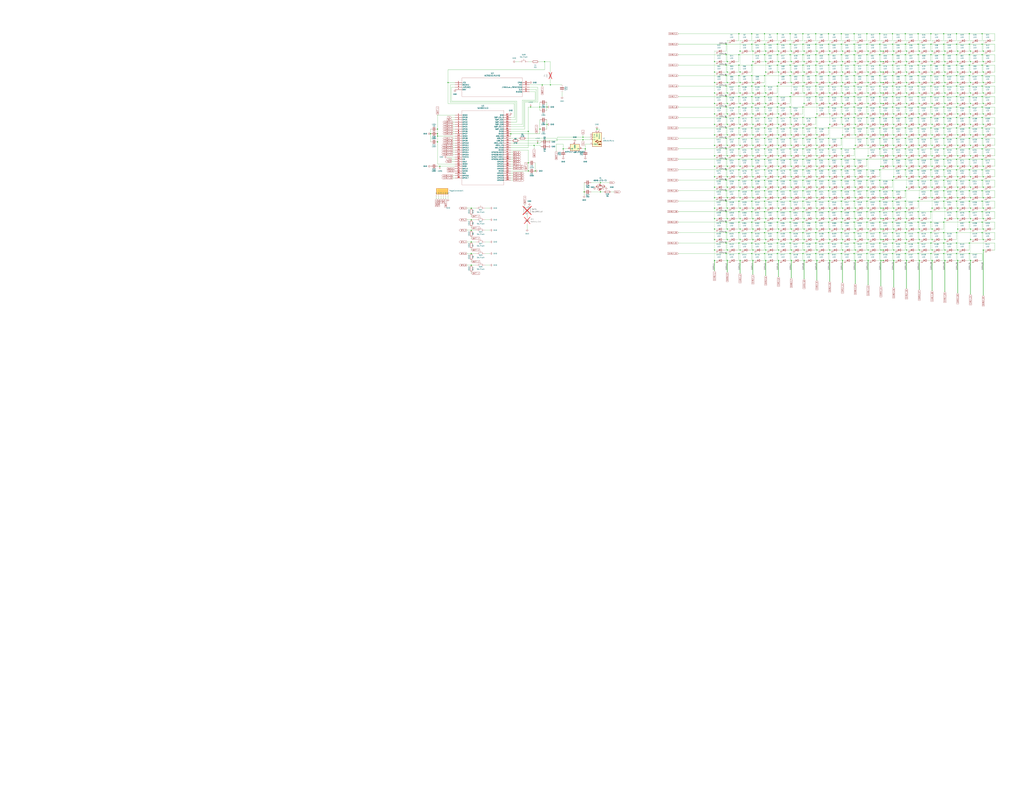
<source format=kicad_sch>
(kicad_sch (version 20231120) (generator "eeschema") (generator_version "8.0")
  (paper "E")
  (junction (at 891.54 181.61))
  (junction (at 963.93 227.33))
  (junction (at 1029.97 116.84))
  (junction (at 904.24 116.84))
  (junction (at 946.15 242.57))
  (junction (at 877.57 170.18))
  (junction (at 596.9 116.84))
  (junction (at 835.66 170.18))
  (junction (at 1059.18 204.47))
  (junction (at 1043.94 71.12))
  (junction (at 792.48 116.84))
  (junction (at 807.72 135.89))
  (junction (at 905.51 101.6))
  (junction (at 904.24 173.99))
  (junction (at 947.42 147.32))
  (junction (at 918.21 116.84))
  (junction (at 1002.03 93.98))
  (junction (at 904.24 48.26))
  (junction (at 963.93 215.9))
  (junction (at 891.54 204.47))
  (junction (at 820.42 231.14))
  (junction (at 933.45 261.62))
  (junction (at 932.18 185.42))
  (junction (at 988.06 265.43))
  (junction (at 1073.15 250.19))
  (junction (at 919.48 284.48))
  (junction (at 947.42 238.76))
  (junction (at 947.42 135.89))
  (junction (at 1003.3 158.75))
  (junction (at 1017.27 284.48))
  (junction (at 849.63 170.18))
  (junction (at 960.12 185.42))
  (junction (at 1059.18 170.18))
  (junction (at 919.48 227.33))
  (junction (at 862.33 128.27))
  (junction (at 821.69 181.61))
  (junction (at 891.54 78.74))
  (junction (at 793.75 124.46))
  (junction (at 1016 242.57))
  (junction (at 974.09 48.26))
  (junction (at 1043.94 219.71))
  (junction (at 1073.15 261.62))
  (junction (at 1016 93.98))
  (junction (at 932.18 59.69))
  (junction (at 905.51 78.74))
  (junction (at 1003.3 181.61))
  (junction (at 1016 139.7))
  (junction (at 961.39 158.75))
  (junction (at 1071.88 254))
  (junction (at 1016 151.13))
  (junction (at 636.27 152.4))
  (junction (at 975.36 193.04))
  (junction (at 963.93 158.75))
  (junction (at 1057.91 208.28))
  (junction (at 1003.3 147.32))
  (junction (at 904.24 276.86))
  (junction (at 1031.24 284.48))
  (junction (at 960.12 231.14))
  (junction (at 932.18 36.83))
  (junction (at 834.39 128.27))
  (junction (at 961.39 170.18))
  (junction (at 988.06 48.26))
  (junction (at 988.06 185.42))
  (junction (at 974.09 151.13))
  (junction (at 835.66 101.6))
  (junction (at 1059.18 181.61))
  (junction (at 835.66 227.33))
  (junction (at 891.54 238.76))
  (junction (at 918.21 162.56))
  (junction (at 988.06 59.69))
  (junction (at 974.09 242.57))
  (junction (at 963.93 238.76))
  (junction (at 963.93 67.31))
  (junction (at 960.12 116.84))
  (junction (at 1043.94 128.27))
  (junction (at 975.36 170.18))
  (junction (at 1073.15 101.6))
  (junction (at 834.39 219.71))
  (junction (at 835.66 261.62))
  (junction (at 1045.21 273.05))
  (junction (at 975.36 55.88))
  (junction (at 919.48 204.47))
  (junction (at 918.21 48.26))
  (junction (at 960.12 242.57))
  (junction (at 779.78 227.33))
  (junction (at 919.48 113.03))
  (junction (at 589.28 116.84))
  (junction (at 960.12 139.7))
  (junction (at 963.93 204.47))
  (junction (at 793.75 215.9))
  (junction (at 849.63 181.61))
  (junction (at 1057.91 231.14))
  (junction (at 1002.03 82.55))
  (junction (at 792.48 151.13))
  (junction (at 890.27 59.69))
  (junction (at 793.75 238.76))
  (junction (at 1059.18 215.9))
  (junction (at 849.63 135.89))
  (junction (at 919.48 55.88))
  (junction (at 806.45 59.69))
  (junction (at 793.75 261.62))
  (junction (at 1016 173.99))
  (junction (at 792.48 128.27))
  (junction (at 904.24 254))
  (junction (at 793.75 181.61))
  (junction (at 890.27 93.98))
  (junction (at 960.12 276.86))
  (junction (at 1045.21 250.19))
  (junction (at 863.6 135.89))
  (junction (at 960.12 128.27))
  (junction (at 514.35 264.16))
  (junction (at 989.33 193.04))
  (junction (at 1043.94 185.42))
  (junction (at 849.63 78.74))
  (junction (at 877.57 193.04))
  (junction (at 974.09 173.99))
  (junction (at 1043.94 276.86))
  (junction (at 1031.24 204.47))
  (junction (at 918.21 59.69))
  (junction (at 960.12 254))
  (junction (at 1059.18 147.32))
  (junction (at 975.36 238.76))
  (junction (at 477.52 154.94))
  (junction (at 1029.97 162.56))
  (junction (at 1057.91 265.43))
  (junction (at 932.18 128.27))
  (junction (at 1043.94 48.26))
  (junction (at 932.18 265.43))
  (junction (at 514.35 276.86))
  (junction (at 933.45 147.32))
  (junction (at 848.36 231.14))
  (junction (at 946.15 105.41))
  (junction (at 1073.15 215.9))
  (junction (at 807.72 101.6))
  (junction (at 480.06 181.61))
  (junction (at 961.39 147.32))
  (junction (at 1043.94 139.7))
  (junction (at 849.63 193.04))
  (junction (at 793.75 135.89))
  (junction (at 877.57 250.19))
  (junction (at 1029.97 105.41))
  (junction (at 1003.3 204.47))
  (junction (at 1057.91 105.41))
  (junction (at 947.42 215.9))
  (junction (at 932.18 139.7))
  (junction (at 655.32 199.39))
  (junction (at 988.06 105.41))
  (junction (at 876.3 254))
  (junction (at 877.57 284.48))
  (junction (at 904.24 59.69))
  (junction (at 988.06 276.86))
  (junction (at 946.15 128.27))
  (junction (at 862.33 276.86))
  (junction (at 877.57 135.89))
  (junction (at 586.74 156.21))
  (junction (at 1031.24 147.32))
  (junction (at 1045.21 215.9))
  (junction (at 1031.24 135.89))
  (junction (at 862.33 59.69))
  (junction (at 834.39 196.85))
  (junction (at 1017.27 113.03))
  (junction (at 919.48 193.04))
  (junction (at 904.24 82.55))
  (junction (at 933.45 181.61))
  (junction (at 834.39 242.57))
  (junction (at 877.57 55.88))
  (junction (at 1057.91 36.83))
  (junction (at 918.21 71.12))
  (junction (at 806.45 151.13))
  (junction (at 835.66 193.04))
  (junction (at 807.72 78.74))
  (junction (at 1031.24 181.61))
  (junction (at 862.33 116.84))
  (junction (at 1003.3 113.03))
  (junction (at 1057.91 116.84))
  (junction (at 863.6 193.04))
  (junction (at 792.48 242.57))
  (junction (at 835.66 215.9))
  (junction (at 834.39 276.86))
  (junction (at 820.42 219.71))
  (junction (at 793.75 90.17))
  (junction (at 835.66 78.74))
  (junction (at 877.57 181.61))
  (junction (at 1057.91 48.26))
  (junction (at 946.15 231.14))
  (junction (at 576.58 143.51))
  (junction (at 820.42 208.28))
  (junction (at 933.45 78.74))
  (junction (at 1071.88 71.12))
  (junction (at 974.09 265.43))
  (junction (at 1059.18 158.75))
  (junction (at 960.12 105.41))
  (junction (at 1071.88 105.41))
  (junction (at 946.15 265.43))
  (junction (at 1016 208.28))
  (junction (at 806.45 254))
  (junction (at 919.48 273.05))
  (junction (at 904.24 265.43))
  (junction (at 891.54 101.6))
  (junction (at 1057.91 276.86))
  (junction (at 1003.3 215.9))
  (junction (at 820.42 162.56))
  (junction (at 988.06 128.27))
  (junction (at 918.21 36.83))
  (junction (at 988.06 93.98))
  (junction (at 848.36 139.7))
  (junction (at 863.6 227.33))
  (junction (at 1043.94 231.14))
  (junction (at 779.78 113.03))
  (junction (at 919.48 215.9))
  (junction (at 919.48 261.62))
  (junction (at 905.51 227.33))
  (junction (at 947.42 113.03))
  (junction (at 820.42 82.55))
  (junction (at 821.69 135.89))
  (junction (at 596.9 135.89))
  (junction (at 806.45 276.86))
  (junction (at 848.36 208.28))
  (junction (at 946.15 196.85))
  (junction (at 821.69 124.46))
  (junction (at 961.39 55.88))
  (junction (at 779.78 261.62))
  (junction (at 862.33 254))
  (junction (at 905.51 181.61))
  (junction (at 1057.91 82.55))
  (junction (at 989.33 90.17))
  (junction (at 932.18 105.41))
  (junction (at 807.72 227.33))
  (junction (at 1071.88 231.14))
  (junction (at 932.18 276.86))
  (junction (at 989.33 158.75))
  (junction (at 876.3 219.71))
  (junction (at 806.45 82.55))
  (junction (at 975.36 215.9))
  (junction (at 891.54 273.05))
  (junction (at 1073.15 170.18))
  (junction (at 975.36 101.6))
  (junction (at 849.63 273.05))
  (junction (at 862.33 173.99))
  (junction (at 876.3 231.14))
  (junction (at 918.21 128.27))
  (junction (at 1071.88 116.84))
  (junction (at 1059.18 113.03))
  (junction (at 961.39 181.61))
  (junction (at 1017.27 158.75))
  (junction (at 820.42 151.13))
  (junction (at 876.3 139.7))
  (junction (at 876.3 185.42))
  (junction (at 974.09 231.14))
  (junction (at 961.39 101.6))
  (junction (at 919.48 170.18))
  (junction (at 989.33 227.33))
  (junction (at 849.63 55.88))
  (junction (at 877.57 238.76))
  (junction (at 1029.97 219.71))
  (junction (at 905.51 55.88))
  (junction (at 863.6 158.75))
  (junction (at 793.75 67.31))
  (junction (at 820.42 116.84))
  (junction (at 1057.91 59.69))
  (junction (at 1073.15 135.89))
  (junction (at 963.93 55.88))
  (junction (at 1045.21 181.61))
  (junction (at 890.27 139.7))
  (junction (at 947.42 193.04))
  (junction (at 807.72 124.46))
  (junction (at 947.42 101.6))
  (junction (at 1071.88 139.7))
  (junction (at 974.09 59.69))
  (junction (at 988.06 151.13))
  (junction (at 876.3 242.57))
  (junction (at 1002.03 219.71))
  (junction (at 1002.03 139.7))
  (junction (at 960.12 208.28))
  (junction (at 1016 185.42))
  (junction (at 932.18 48.26))
  (junction (at 947.42 284.48))
  (junction (at 835.66 124.46))
  (junction (at 890.27 242.57))
  (junction (at 947.42 90.17))
  (junction (at 961.39 227.33))
  (junction (at 988.06 139.7))
  (junction (at 891.54 250.19))
  (junction (at 1071.88 48.26))
  (junction (at 905.51 204.47))
  (junction (at 848.36 173.99))
  (junction (at 584.2 186.69))
  (junction (at 1002.03 151.13))
  (junction (at 1071.88 151.13))
  (junction (at 960.12 162.56))
  (junction (at 963.93 284.48))
  (junction (at 963.93 78.74))
  (junction (at 933.45 135.89))
  (junction (at 1031.24 238.76))
  (junction (at 919.48 124.46))
  (junction (at 835.66 238.76))
  (junction (at 655.32 209.55))
  (junction (at 1017.27 55.88))
  (junction (at 933.45 113.03))
  (junction (at 849.63 227.33))
  (junction (at 876.3 162.56))
  (junction (at 905.51 67.31))
  (junction (at 793.75 227.33))
  (junction (at 918.21 242.57))
  (junction (at 488.95 90.17))
  (junction (at 891.54 124.46))
  (junction (at 849.63 250.19))
  (junction (at 989.33 113.03))
  (junction (at 1059.18 55.88))
  (junction (at 933.45 55.88))
  (junction (at 1071.88 93.98))
  (junction (at 963.93 273.05))
  (junction (at 1073.15 181.61))
  (junction (at 1017.27 193.04))
  (junction (at 806.45 36.83))
  (junction (at 820.42 36.83))
  (junction (at 1045.21 193.04))
  (junction (at 989.33 250.19))
  (junction (at 1002.03 116.84))
  (junction (at 834.39 82.55))
  (junction (at 1003.3 124.46))
  (junction (at 961.39 135.89))
  (junction (at 947.42 250.19))
  (junction (at 821.69 284.48))
  (junction (at 933.45 124.46))
  (junction (at 1029.97 36.83))
  (junction (at 1059.18 101.6))
  (junction (at 849.63 284.48))
  (junction (at 1043.94 36.83))
  (junction (at 963.93 113.03))
  (junction (at 614.68 162.56))
  (junction (at 904.24 105.41))
  (junction (at 591.82 92.71))
  (junction (at 835.66 250.19))
  (junction (at 806.45 139.7))
  (junction (at 932.18 82.55))
  (junction (at 793.75 158.75))
  (junction (at 1045.21 170.18))
  (junction (at 1003.3 67.31))
  (junction (at 862.33 208.28))
  (junction (at 863.6 124.46))
  (junction (at 905.51 135.89))
  (junction (at 1043.94 265.43))
  (junction (at 848.36 276.86))
  (junction (at 835.66 181.61))
  (junction (at 960.12 151.13))
  (junction (at 1031.24 67.31))
  (junction (at 1057.91 196.85))
  (junction (at 960.12 265.43))
  (junction (at 891.54 67.31))
  (junction (at 834.39 231.14))
  (junction (at 1057.91 242.57))
  (junction (at 1045.21 284.48))
  (junction (at 932.18 208.28))
  (junction (at 961.39 273.05))
  (junction (at 946.15 185.42))
  (junction (at 918.21 231.14))
  (junction (at 793.75 147.32))
  (junction (at 848.36 116.84))
  (junction (at 863.6 284.48))
  (junction (at 891.54 158.75))
  (junction (at 582.93 158.75))
  (junction (at 849.63 90.17))
  (junction (at 1045.21 147.32))
  (junction (at 1043.94 151.13))
  (junction (at 975.36 78.74))
  (junction (at 862.33 219.71))
  (junction (at 960.12 82.55))
  (junction (at 863.6 170.18))
  (junction (at 1043.94 116.84))
  (junction (at 793.75 193.04))
  (junction (at 848.36 162.56))
  (junction (at 1017.27 204.47))
  (junction (at 1002.03 128.27))
  (junction (at 904.24 93.98))
  (junction (at 904.24 151.13))
  (junction (at 1031.24 170.18))
  (junction (at 862.33 185.42))
  (junction (at 834.39 265.43))
  (junction (at 849.63 147.32))
  (junction (at 890.27 151.13))
  (junction (at 1029.97 93.98))
  (junction (at 946.15 276.86))
  (junction (at 1003.3 135.89))
  (junction (at 1017.27 170.18))
  (junction (at 848.36 128.27))
  (junction (at 876.3 93.98))
  (junction (at 1029.97 276.86))
  (junction (at 975.36 250.19))
  (junction (at 792.48 59.69))
  (junction (at 947.42 78.74))
  (junction (at 807.72 204.47))
  (junction (at 1016 196.85))
  (junction (at 863.6 238.76))
  (junction (at 975.36 181.61))
  (junction (at 960.12 48.26))
  (junction (at 835.66 135.89))
  (junction (at 932.18 219.71))
  (junction (at 779.78 67.31))
  (junction (at 890.27 36.83))
  (junction (at 1059.18 238.76))
  (junction (at 848.36 59.69))
  (junction (at 947.42 170.18))
  (junction (at 946.15 219.71))
  (junction (at 918.21 276.86))
  (junction (at 863.6 261.62))
  (junction (at 807.72 250.19))
  (junction (at 919.48 78.74))
  (junction (at 947.42 67.31))
  (junction (at 820.42 265.43))
  (junction (at 1029.97 139.7))
  (junction (at 1003.3 273.05))
  (junction (at 834.39 254))
  (junction (at 1045.21 227.33))
  (junction (at 960.12 59.69))
  (junction (at 974.09 276.86))
  (junction (at 834.39 139.7))
  (junction (at 792.48 71.12))
  (junction (at 834.39 151.13))
  (junction (at 918.21 173.99))
  (junction (at 1016 116.84))
  (junction (at 807.72 238.76))
  (junction (at 1059.18 250.19))
  (junction (at 946.15 71.12))
  (junction (at 848.36 105.41))
  (junction (at 1017.27 101.6))
  (junction (at 989.33 261.62))
  (junction (at 961.39 124.46))
  (junction (at 988.06 242.57))
  (junction (at 975.36 135.89))
  (junction (at 863.6 101.6))
  (junction (at 904.24 139.7))
  (junction (at 792.48 139.7))
  (junction (at 905.51 250.19))
  (junction (at 1031.24 273.05))
  (junction (at 890.27 71.12))
  (junction (at 792.48 265.43))
  (junction (at 1002.03 162.56))
  (junction (at 989.33 204.47))
  (junction (at 918.21 208.28))
  (junction (at 820.42 71.12))
  (junction (at 863.6 55.88))
  (junction (at 848.36 196.85))
  (junction (at 806.45 173.99))
  (junction (at 806.45 196.85))
  (junction (at 821.69 158.75))
  (junction (at 1017.27 78.74))
  (junction (at 779.78 147.32))
  (junction (at 1016 231.14))
  (junction (at 469.9 146.05))
  (junction (at 933.45 204.47))
  (junction (at 806.45 242.57))
  (junction (at 877.57 273.05))
  (junction (at 961.39 78.74))
  (junction (at 863.6 273.05))
  (junction (at 919.48 147.32))
  (junction (at 876.3 151.13))
  (junction (at 821.69 273.05))
  (junction (at 807.72 273.05))
  (junction (at 918.21 196.85))
  (junction (at 1059.18 78.74))
  (junction (at 877.57 147.32))
  (junction (at 848.36 185.42))
  (junction (at 793.75 101.6))
  (junction (at 1031.24 113.03))
  (junction (at 1029.97 82.55))
  (junction (at 1059.18 193.04))
  (junction (at 1043.94 82.55))
  (junction (at 792.48 48.26))
  (junction (at 975.36 284.48))
  (junction (at 989.33 78.74))
  (junction (at 1059.18 124.46))
  (junction (at 1031.24 215.9))
  (junction (at 946.15 82.55))
  (junction (at 890.27 105.41))
  (junction (at 779.78 124.46))
  (junction (at 890.27 185.42))
  (junction (at 793.75 113.03))
  (junction (at 793.75 170.18))
  (junction (at 862.33 196.85))
  (junction (at 1002.03 71.12))
  (junction (at 1073.15 147.32))
  (junction (at 834.39 173.99))
  (junction (at 1017.27 250.19))
  (junction (at 848.36 254))
  (junction (at 1029.97 265.43))
  (junction (at 919.48 90.17))
  (junction (at 1003.3 55.88))
  (junction (at 1002.03 254))
  (junction (at 904.24 196.85))
  (junction (at 806.45 208.28))
  (junction (at 576.58 177.8))
  (junction (at 557.53 146.05))
  (junction (at 1057.91 151.13))
  (junction (at 974.09 82.55))
  (junction (at 963.93 124.46))
  (junction (at 835.66 113.03))
  (junction (at 974.09 128.27))
  (junction (at 1059.18 67.31))
  (junction (at 1073.15 55.88))
  (junction (at 904.24 185.42))
  (junction (at 905.51 284.48))
  (junction (at 988.06 116.84))
  (junction (at 807.72 55.88))
  (junction (at 877.57 90.17))
  (junction (at 1043.94 93.98))
  (junction (at 890.27 208.28))
  (junction (at 821.69 101.6))
  (junction (at 1003.3 170.18))
  (junction (at 1043.94 208.28))
  (junction (at 1002.03 231.14))
  (junction (at 975.36 147.32))
  (junction (at 919.48 238.76))
  (junction (at 904.24 71.12))
  (junction (at 1045.21 55.88))
  (junction (at 1071.88 185.42))
  (junction (at 933.45 101.6))
  (junction (at 793.75 78.74))
  (junction (at 821.69 90.17))
  (junction (at 806.45 162.56))
  (junction (at 1071.88 59.69))
  (junction (at 477.52 148.59))
  (junction (at 1071.88 219.71))
  (junction (at 918.21 105.41))
  (junction (at 974.09 105.41))
  (junction (at 961.39 90.17))
  (junction (at 820.42 173.99))
  (junction (at 933.45 90.17))
  (junction (at 792.48 173.99))
  (junction (at 1043.94 254))
  (junction (at 1029.97 208.28))
  (junction (at 834.39 185.42))
  (junction (at 1043.94 173.99))
  (junction (at 1002.03 173.99))
  (junction (at 890.27 48.26))
  (junction (at 877.57 78.74))
  (junction (at 876.3 59.69))
  (junction (at 1031.24 124.46))
  (junction (at 1057.91 219.71))
  (junction (at 974.09 71.12))
  (junction (at 1002.03 105.41))
  (junction (at 932.18 71.12))
  (junction (at 989.33 284.48))
  (junction (at 876.3 265.43))
  (junction (at 821.69 113.03))
  (junction (at 960.12 196.85))
  (junction (at 514.35 289.56))
  (junction (at 1071.88 36.83))
  (junction (at 821.69 170.18))
  (junction (at 792.48 162.56))
  (junction (at 821.69 261.62))
  (junction (at 975.36 90.17))
  (junction (at 933.45 193.04))
  (junction (at 863.6 204.47))
  (junction (at 792.48 208.28))
  (junction (at 792.48 231.14))
  (junction (at 891.54 170.18))
  (junction (at 961.39 261.62))
  (junction (at 1029.97 173.99))
  (junction (at 988.06 71.12))
  (junction (at 1016 71.12))
  (junction (at 989.33 238.76))
  (junction (at 477.52 140.97))
  (junction (at 904.24 36.83))
  (junction (at 834.39 36.83))
  (junction (at 1017.27 135.89))
  (junction (at 1073.15 158.75))
  (junction (at 1003.3 193.04))
  (junction (at 862.33 139.7))
  (junction (at 1071.88 162.56))
  (junction (at 821.69 55.88))
  (junction (at 946.15 59.69))
  (junction (at 919.48 181.61))
  (junction (at 989.33 170.18))
  (junction (at 807.72 284.48))
  (junction (at 1016 254))
  (junction (at 779.78 284.48))
  (junction (at 820.42 128.27))
  (junction (at 932.18 116.84))
  (junction (at 1073.15 227.33))
  (junction (at 961.39 284.48))
  (junction (at 933.45 284.48))
  (junction (at 989.33 273.05))
  (junction (at 989.33 147.32))
  (junction (at 891.54 90.17))
  (junction (at 946.15 36.83))
  (junction (at 1002.03 276.86))
  (junction (at 876.3 173.99))
  (junction (at 891.54 261.62))
  (junction (at 891.54 55.88))
  (junction (at 974.09 116.84))
  (junction (at 961.39 204.47))
  (junction (at 820.42 139.7))
  (junction (at 877.57 204.47))
  (junction (at 793.75 273.05))
  (junction (at 1016 276.86))
  (junction (at 514.35 251.46))
  (junction (at 1057.91 128.27))
  (junction (at 835.66 67.31))
  (junction (at 877.57 215.9))
  (junction (at 963.93 250.19))
  (junction (at 988.06 173.99))
  (junction (at 820.42 242.57))
  (junction (at 1057.91 173.99))
  (junction (at 1045.21 101.6))
  (junction (at 891.54 227.33))
  (junction (at 820.42 254))
  (junction (at 963.93 135.89))
  (junction (at 988.06 219.71))
  (junction (at 1059.18 90.17))
  (junction (at 905.51 273.05))
  (junction (at 807.72 261.62))
  (junction (at 779.78 215.9))
  (junction (at 919.48 135.89))
  (junction (at 651.51 140.97))
  (junction (at 848.36 93.98))
  (junction (at 637.54 209.55))
  (junction (at 904.24 162.56))
  (junction (at 905.51 113.03))
  (junction (at 779.78 193.04))
  (junction (at 862.33 242.57))
  (junction (at 576.58 186.69))
  (junction (at 862.33 265.43))
  (junction (at 989.33 135.89))
  (junction (at 849.63 113.03))
  (junction (at 1043.94 162.56))
  (junction (at 862.33 105.41))
  (junction (at 848.36 242.57))
  (junction (at 807.72 90.17))
  (junction (at 1057.91 185.42))
  (junction (at 960.12 93.98))
  (junction (at 918.21 219.71))
  (junction (at 806.45 71.12))
  (junction (at 1031.24 55.88))
  (junction (at 1045.21 90.17))
  (junction (at 848.36 71.12))
  (junction (at 946.15 93.98))
  (junction (at 636.27 149.86))
  (junction (at 891.54 147.32))
  (junction (at 806.45 219.71))
  (junction (at 806.45 116.84))
  (junction (at 1003.3 90.17))
  (junction (at 849.63 158.75))
  (junction (at 876.3 208.28))
  (junction (at 821.69 193.04))
  (junction (at 1059.18 135.89))
  (junction (at 904.24 242.57))
  (junction (at 1017.27 147.32))
  (junction (at 1031.24 261.62))
  (junction (at 877.57 158.75))
  (junction (at 849.63 215.9))
  (junction (at 807.72 215.9))
  (junction (at 891.54 215.9))
  (junction (at 821.69 204.47))
  (junction (at 1017.27 227.33))
  (junction (at 963.93 147.32))
  (junction (at 932.18 231.14))
  (junction (at 821.69 147.32))
  (junction (at 849.63 238.76))
  (junction (at 1016 48.26))
  (junction (at 1045.21 135.89))
  (junction (at 946.15 116.84))
  (junction (at 877.57 227.33))
  (junction (at 834.39 208.28))
  (junction (at 1016 36.83))
  (junction (at 988.06 231.14))
  (junction (at 988.06 36.83))
  (junction (at 514.35 240.03))
  (junction (at 1057.91 93.98))
  (junction (at 891.54 113.03))
  (junction (at 820.42 276.86))
  (junction (at 974.09 93.98))
  (junction (at 834.39 59.69))
  (junction (at 974.09 36.83))
  (junction (at 918.21 185.42))
  (junction (at 989.33 55.88))
  (junction (at 1003.3 238.76))
  (junction (at 918.21 93.98))
  (junction (at 848.36 48.26))
  (junction (at 820.42 185.42))
  (junction (at 933.45 215.9))
  (junction (at 806.45 93.98))
  (junction (at 890.27 219.71))
  (junction (at 1002.03 242.57))
  (junction (at 863.6 78.74))
  (junction (at 807.72 147.32))
  (junction (at 904.24 208.28))
  (junction (at 849.63 124.46))
  (junction (at 891.54 284.48))
  (junction (at 947.42 204.47))
  (junction (at 862.33 231.14))
  (junction (at 1016 59.69))
  (junction (at 1016 105.41))
  (junction (at 807.72 181.61))
  (junction (at 862.33 151.13))
  (junction (at 835.66 158.75))
  (junction (at 1029.97 185.42))
  (junction (at 890.27 128.27))
  (junction (at 1073.15 78.74))
  (junction (at 792.48 219.71))
  (junction (at 1029.97 151.13))
  (junction (at 1059.18 284.48))
  (junction (at 918.21 265.43))
  (junction (at 946.15 254))
  (junction (at 904.24 219.71))
  (junction (at 905.51 124.46))
  (junction (at 989.33 101.6))
  (junction (at 1045.21 67.31))
  (junction (at 975.36 227.33))
  (junction (at 1002.03 59.69))
  (junction (at 1045.21 78.74))
  (junction (at 876.3 276.86))
  (junction (at 890.27 276.86))
  (junction (at 779.78 273.05))
  (junction (at 792.48 254))
  (junction (at 989.33 124.46))
  (junction (at 1071.88 82.55))
  (junction (at 1016 128.27))
  (junction (at 1043.94 59.69))
  (junction (at 932.18 162.56))
  (junction (at 918.21 151.13))
  (junction (at 1017.27 273.05))
  (junction (at 988.06 82.55))
  (junction (at 947.42 227.33))
  (junction (at 806.45 231.14))
  (junction (at 974.09 196.85))
  (junction (at 988.06 254))
  (junction (at 477.52 146.05))
  (junction (at 792.48 276.86))
  (junction (at 848.36 36.83))
  (junction (at 779.78 238.76))
  (junction (at 863.6 147.32))
  (junction (at 1043.94 105.41))
  (junction (at 975.36 273.05))
  (junction (at 792.48 105.41))
  (junction (at 905.51 193.04))
  (junction (at 1073.15 238.76))
  (junction (at 807.72 113.03))
  (junction (at 890.27 254))
  (junction (at 835.66 147.32))
  (junction (at 594.36 67.31))
  (junction (at 807.72 193.04))
  (junction (at 988.06 162.56))
  (junction (at 1057.91 139.7))
  (junction (at 932.18 254))
  (junction (at 1003.3 78.74))
  (junction (at 933.45 158.75))
  (junction (at 975.36 158.75))
  (junction (at 946.15 139.7))
  (junction (at 820.42 196.85))
  (junction (at 1002.03 48.26))
  (junction (at 792.48 82.55))
  (junction (at 1029.97 254))
  (junction (at 807.72 170.18))
  (junction (at 1073.15 124.46))
  (junction (at 835.66 204.47))
  (junction (at 848.36 265.43))
  (junction (at 975.36 261.62))
  (junction (at 961.39 238.76))
  (junction (at 876.3 71.12))
  (junction (at 1031.24 101.6))
  (junction (at 1031.24 193.04))
  (junction (at 806.45 105.41))
  (junction (at 1073.15 193.04))
  (junction (at 1045.21 113.03))
  (junction (at 1029.97 71.12))
  (junction (at 806.45 185.42))
  (junction (at 862.33 48.26))
  (junction (at 961.39 215.9))
  (junction (at 933.45 238.76))
  (junction (at 1071.88 242.57))
  (junction (at 863.6 67.31))
  (junction (at 792.48 93.98))
  (junction (at 1002.03 196.85))
  (junction (at 1059.18 227.33))
  (junction (at 963.93 90.17))
  (junction (at 963.93 101.6))
  (junction (at 963.93 261.62))
  (junction (at 876.3 36.83))
  (junction (at 890.27 173.99))
  (junction (at 1043.94 196.85))
  (junction (at 1045.21 158.75))
  (junction (at 947.42 124.46))
  (junction (at 946.15 208.28))
  (junction (at 905.51 261.62))
  (junction (at 876.3 82.55))
  (junction (at 1017.27 124.46))
  (junction (at 933.45 250.19))
  (junction (at 848.36 151.13))
  (junction (at 1031.24 227.33))
  (junction (at 862.33 82.55))
  (junction (at 514.35 227.33))
  (junction (at 1057.91 71.12))
  (junction (at 1031.24 158.75))
  (junction (at 1002.03 36.83))
  (junction (at 793.75 250.19))
  (junction (at 793.75 284.48))
  (junction (at 877.57 101.6))
  (junction (at 1003.3 284.48))
  (junction (at 806.45 128.27))
  (junction (at 905.51 238.76))
  (junction (at 1045.21 204.47))
  (junction (at 834.39 162.56))
  (junction (at 1073.15 67.31))
  (junction (at 876.3 196.85))
  (junction (at 821.69 227.33))
  (junction (at 779.78 170.18))
  (junction (at 890.27 196.85))
  (junction (at 975.36 124.46))
  (junction (at 974.09 219.71))
  (junction (at 1002.03 185.42))
  (junction (at 1071.88 208.28))
  (junction (at 1017.27 67.31))
  (junction (at 988.06 208.28))
  (junction (at 963.93 170.18))
  (junction (at 961.39 67.31))
  (junction (at 1017.27 261.62))
  (junction (at 820.42 105.41))
  (junction (at 863.6 181.61))
  (junction (at 877.57 113.03))
  (junction (at 1029.97 242.57))
  (junction (at 1071.88 128.27))
  (junction (at 919.48 101.6))
  (junction (at 1071.88 196.85))
  (junction (at 1073.15 273.05))
  (junction (at 834.39 93.98))
  (junction (at 877.57 261.62))
  (junction (at 932.18 196.85))
  (junction (at 946.15 173.99))
  (junction (at 946.15 151.13))
  (junction (at 933.45 273.05))
  (junction (at 807.72 158.75))
  (junction (at 946.15 48.26))
  (junction (at 793.75 204.47))
  (junction (at 933.45 227.33))
  (junction (at 1003.3 261.62))
  (junction (at 792.48 185.42))
  (junction (at 1073.15 204.47))
  (junction (at 919.48 250.19))
  (junction (at 877.57 67.31))
  (junction (at 974.09 254))
  (junction (at 849.63 261.62))
  (junction (at 835.66 284.48))
  (junction (at 1031.24 78.74))
  (junction (at 835.66 55.88))
  (junction (at 1017.27 90.17))
  (junction (at 905.51 215.9))
  (junction (at 947.42 158.75))
  (junction (at 1029.97 128.27))
  (junction (at 891.54 193.04))
  (junction (at 848.36 219.71))
  (junction (at 960.12 219.71))
  (junction (at 974.09 162.56))
  (junction (at 806.45 265.43))
  (junction (at 905.51 158.75))
  (junction (at 1017.27 215.9))
  (junction (at 863.6 90.17))
  (junction (at 579.12 116.84))
  (junction (at 1002.03 265.43))
  (junction (at 779.78 101.6))
  (junction (at 932.18 173.99))
  (junction (at 779.78 181.61))
  (junction (at 876.3 116.84))
  (junction (at 947.42 273.05))
  (junction (at 849.63 204.47))
  (junction (at 779.78 250.19))
  (junction (at 863.6 250.19))
  (junction (at 862.33 162.56))
  (junction (at 1029.97 48.26))
  (junction (at 834.39 116.84))
  (junction (at 1029.97 196.85))
  (junction (at 1017.27 181.61))
  (junction (at 1016 265.43))
  (junction (at 1071.88 173.99))
  (junction (at 835.66 273.05))
  (junction (at 974.09 208.28))
  (junction (at 905.51 90.17))
  (junction (at 1045.21 124.46))
  (junction (at 904.24 231.14))
  (junction (at 821.69 215.9))
  (junction (at 820.42 93.98))
  (junction (at 890.27 82.55))
  (junction (at 932.18 93.98))
  (junction (at 792.48 196.85))
  (junction (at 890.27 162.56))
  (junction (at 974.09 139.7))
  (junction (at 961.39 113.03))
  (junction (at 876.3 48.26))
  (junction (at 862.33 71.12))
  (junction (at 1059.18 261.62))
  (junction (at 589.28 140.97))
  (junction (at 1057.91 162.56))
  (junction (at 820.42 48.26))
  (junction (at 1003.3 101.6))
  (junction (at 932.18 242.57))
  (junction (at 638.81 162.56))
  (junction (at 849.63 67.31))
  (junction (at 779.78 90.17))
  (junction (at 905.51 170.18))
  (junction (at 960.12 71.12))
  (junction (at 821.69 67.31))
  (junction (at 960.12 36.83))
  (junction (at 947.42 261.62))
  (junction (at 834.39 48.26))
  (junction (at 1003.3 250.19))
  (junction (at 863.6 215.9))
  (junction (at 989.33 67.31))
  (junction (at 963.93 181.61))
  (junction (at 1073.15 113.03))
  (junction (at 947.42 55.88))
  (junction (at 918.21 254))
  (junction (at 876.3 128.27))
  (junction (at 1031.24 90.17))
  (junction (at 989.33 181.61))
  (junction (at 1029.97 59.69))
  (junction (at 779.78 204.47))
  (junction (at 834.39 105.41))
  (junction (at 975.36 113.03))
  (junction (at 890.27 265.43))
  (junction (at 961.39 250.19))
  (junction (at 975.36 67.31))
  (junction (at 600.71 92.71))
  (junction (at 933.45 67.31))
  (junction (at 779.78 135.89))
  (junction (at 821.69 250.19))
  (junction (at 779.78 158.75))
  (junction (at 862.33 36.83))
  (junction (at 919.48 67.31))
  (junction (at 1073.15 90.17))
  (junction (at 1016 82.55))
  (junction (at 918.21 82.55))
  (junction (at 1016 162.56))
  (junction (at 779.78 78.74))
  (junction (at 1045.21 238.76))
  (junction (at 821.69 238.76))
  (junction (at 890.27 231.14))
  (wire (pts (xy 1069.34 90.17) (xy 1071.88 90.17)))
  (wire (pts (xy 946.15 90.17) (xy 946.15 82.55)))
  (wire (pts (xy 1003.3 261.62) (xy 1003.3 273.05)) (stroke (width 0.4) (type dot)))
  (wire (pts (xy 947.42 215.9) (xy 947.42 227.33)) (stroke (width 0.4) (type dot)))
  (wire (pts (xy 807.72 250.19) (xy 807.72 261.62)) (stroke (width 0.4) (type dot)))
  (wire (pts (xy 1043.94 105.41) (xy 1029.97 105.41)))
  (wire (pts (xy 905.51 170.18) (xy 905.51 181.61)) (stroke (width 0.4) (type dot)))
  (wire (pts (xy 999.49 135.89) (xy 1002.03 135.89)))
  (wire (pts (xy 876.3 135.89) (xy 876.3 128.27)))
  (wire (pts (xy 1075.69 261.62) (xy 1073.15 261.62)))
  (wire (pts (xy 792.48 78.74) (xy 792.48 71.12)))
  (wire (pts (xy 1033.78 101.6) (xy 1031.24 101.6)))
  (wire (pts (xy 1047.75 124.46) (xy 1045.21 124.46)))
  (wire (pts (xy 1041.4 124.46) (xy 1043.94 124.46)))
  (wire (pts (xy 862.33 59.69) (xy 848.36 59.69)))
  (wire (pts (xy 946.15 48.26) (xy 932.18 48.26)))
  (wire (pts (xy 845.82 170.18) (xy 848.36 170.18)))
  (wire (pts (xy 1013.46 261.62) (xy 1016 261.62)))
  (wire (pts (xy 918.21 48.26) (xy 904.24 48.26)))
  (wire (pts (xy 1041.4 147.32) (xy 1043.94 147.32)))
  (wire (pts (xy 1016 162.56) (xy 1002.03 162.56)))
  (wire (pts (xy 834.39 128.27) (xy 820.42 128.27)))
  (wire (pts (xy 918.21 242.57) (xy 904.24 242.57)))
  (wire (pts (xy 1085.85 170.18) (xy 1085.85 162.56)))
  (wire (pts (xy 894.08 261.62) (xy 891.54 261.62)))
  (wire (pts (xy 863.6 124.46) (xy 863.6 135.89)) (stroke (width 0.4) (type dot)))
  (wire (pts (xy 989.33 238.76) (xy 989.33 250.19)) (stroke (width 0.4) (type dot)))
  (wire (pts (xy 862.33 162.56) (xy 848.36 162.56)))
  (wire (pts (xy 848.36 116.84) (xy 834.39 116.84)))
  (wire (pts (xy 961.39 113.03) (xy 963.93 113.03)) (stroke (width 0.4) (type dot)))
  (wire (pts (xy 991.87 170.18) (xy 989.33 170.18)))
  (wire (pts (xy 600.71 92.71) (xy 613.41 92.71)))
  (wire (pts (xy 974.09 93.98) (xy 960.12 93.98)))
  (wire (pts (xy 905.51 90.17) (xy 905.51 101.6)) (stroke (width 0.4) (type dot)))
  (wire (pts (xy 1017.27 124.46) (xy 1017.27 135.89)) (stroke (width 0.4) (type dot)))
  (wire (pts (xy 935.99 101.6) (xy 933.45 101.6)))
  (wire (pts (xy 963.93 55.88) (xy 961.39 55.88)))
  (wire (pts (xy 904.24 158.75) (xy 904.24 151.13)))
  (wire (pts (xy 961.39 227.33) (xy 961.39 238.76)) (stroke (width 0.4) (type dot)))
  (wire (pts (xy 1041.4 158.75) (xy 1043.94 158.75)))
  (wire (pts (xy 614.68 162.56) (xy 619.76 162.56)))
  (wire (pts (xy 908.05 273.05) (xy 905.51 273.05)))
  (wire (pts (xy 985.52 215.9) (xy 988.06 215.9)))
  (wire (pts (xy 1029.97 173.99) (xy 1016 173.99)))
  (wire (pts (xy 817.88 227.33) (xy 820.42 227.33)))
  (wire (pts (xy 651.51 140.97) (xy 654.05 140.97)))
  (wire (pts (xy 961.39 147.32) (xy 963.93 147.32)) (stroke (width 0.4) (type dot)))
  (wire (pts (xy 1027.43 227.33) (xy 1029.97 227.33)))
  (wire (pts (xy 904.24 55.88) (xy 904.24 48.26)))
  (wire (pts (xy 901.7 215.9) (xy 904.24 215.9)))
  (wire (pts (xy 1029.97 276.86) (xy 1016 276.86)))
  (wire (pts (xy 1019.81 44.45) (xy 1017.27 44.45)))
  (wire (pts (xy 963.93 238.76) (xy 961.39 238.76)))
  (wire (pts (xy 810.26 204.47) (xy 807.72 204.47)))
  (wire (pts (xy 585.47 97.79) (xy 585.47 110.49)))
  (wire (pts (xy 852.17 238.76) (xy 849.63 238.76)))
  (wire (pts (xy 575.31 237.49) (xy 575.31 234.95)))
  (wire (pts (xy 845.82 44.45) (xy 848.36 44.45)))
  (wire (pts (xy 991.87 78.74) (xy 989.33 78.74)))
  (wire (pts (xy 1043.94 162.56) (xy 1029.97 162.56)))
  (wire (pts (xy 963.93 147.32) (xy 965.2 147.32)) (stroke (width 0.4) (type dot)))
  (wire (pts (xy 1019.81 204.47) (xy 1017.27 204.47)))
  (wire (pts (xy 810.26 193.04) (xy 807.72 193.04)))
  (wire (pts (xy 1016 59.69) (xy 1002.03 59.69)))
  (wire (pts (xy 792.48 181.61) (xy 792.48 173.99)))
  (wire (pts (xy 933.45 215.9) (xy 933.45 227.33)) (stroke (width 0.4) (type dot)))
  (wire (pts (xy 974.09 44.45) (xy 974.09 36.83)))
  (wire (pts (xy 891.54 273.05) (xy 891.54 284.48)) (stroke (width 0.4) (type dot)))
  (wire (pts (xy 1083.31 158.75) (xy 1085.85 158.75)))
  (wire (pts (xy 922.02 261.62) (xy 919.48 261.62)))
  (wire (pts (xy 1057.91 59.69) (xy 1043.94 59.69)))
  (wire (pts (xy 859.79 158.75) (xy 862.33 158.75)))
  (wire (pts (xy 574.04 151.13) (xy 607.06 151.13)))
  (wire (pts (xy 817.88 215.9) (xy 820.42 215.9)))
  (wire (pts (xy 957.58 193.04) (xy 960.12 193.04)))
  (wire (pts (xy 960.12 78.74) (xy 960.12 71.12)))
  (wire (pts (xy 862.33 48.26) (xy 848.36 48.26)))
  (wire (pts (xy 849.63 170.18) (xy 849.63 181.61)) (stroke (width 0.4) (type dot)))
  (wire (pts (xy 961.39 135.89) (xy 963.93 135.89)))
  (wire (pts (xy 890.27 185.42) (xy 876.3 185.42)))
  (wire (pts (xy 961.39 78.74) (xy 963.93 78.74)) (stroke (width 0.4) (type dot)))
  (wire (pts (xy 557.53 194.31) (xy 560.07 194.31)))
  (wire (pts (xy 862.33 196.85) (xy 848.36 196.85)))
  (wire (pts (xy 793.75 67.31) (xy 793.75 78.74)) (stroke (width 0.4) (type dot)))
  (wire (pts (xy 1033.78 113.03) (xy 1031.24 113.03)))
  (wire (pts (xy 894.08 170.18) (xy 891.54 170.18)))
  (wire (pts (xy 1013.46 55.88) (xy 1016 55.88)))
  (wire (pts (xy 636.27 153.67) (xy 636.27 152.4)))
  (wire (pts (xy 1029.97 261.62) (xy 1029.97 254)))
  (wire (pts (xy 1085.85 193.04) (xy 1085.85 185.42)))
  (wire (pts (xy 947.42 55.88) (xy 947.42 67.31)) (stroke (width 0.4) (type dot)))
  (wire (pts (xy 960.12 93.98) (xy 946.15 93.98)))
  (wire (pts (xy 824.23 67.31) (xy 821.69 67.31)))
  (wire (pts (xy 1069.34 44.45) (xy 1071.88 44.45)))
  (wire (pts (xy 971.55 55.88) (xy 974.09 55.88)))
  (wire (pts (xy 848.36 44.45) (xy 848.36 36.83)))
  (wire (pts (xy 988.06 36.83) (xy 974.09 36.83)))
  (wire (pts (xy 1019.81 78.74) (xy 1017.27 78.74)))
  (wire (pts (xy 960.12 162.56) (xy 932.18 162.56)))
  (wire (pts (xy 820.42 273.05) (xy 820.42 265.43)))
  (wire (pts (xy 834.39 105.41) (xy 820.42 105.41)))
  (wire (pts (xy 946.15 261.62) (xy 946.15 254)))
  (wire (pts (xy 782.32 90.17) (xy 779.78 90.17)))
  (wire (pts (xy 796.29 181.61) (xy 793.75 181.61)))
  (wire (pts (xy 946.15 227.33) (xy 946.15 219.71)))
  (wire (pts (xy 1057.91 193.04) (xy 1057.91 185.42)))
  (wire (pts (xy 915.67 250.19) (xy 918.21 250.19)))
  (wire (pts (xy 1043.94 82.55) (xy 1029.97 82.55)))
  (wire (pts (xy 947.42 124.46) (xy 947.42 135.89)) (stroke (width 0.4) (type dot)))
  (wire (pts (xy 918.21 181.61) (xy 918.21 173.99)))
  (wire (pts (xy 877.57 227.33) (xy 877.57 238.76)) (stroke (width 0.4) (type dot)))
  (wire (pts (xy 1033.78 215.9) (xy 1031.24 215.9)))
  (wire (pts (xy 1002.03 227.33) (xy 1002.03 219.71)))
  (wire (pts (xy 806.45 78.74) (xy 806.45 71.12)))
  (wire (pts (xy 932.18 265.43) (xy 918.21 265.43)))
  (wire (pts (xy 1017.27 204.47) (xy 1017.27 215.9)) (stroke (width 0.4) (type dot)))
  (wire (pts (xy 1016 139.7) (xy 1002.03 139.7)))
  (wire (pts (xy 1027.43 273.05) (xy 1029.97 273.05)))
  (wire (pts (xy 961.39 124.46) (xy 961.39 135.89)) (stroke (width 0.4) (type dot)))
  (wire (pts (xy 1057.91 71.12) (xy 1071.88 71.12)))
  (wire (pts (xy 989.33 124.46) (xy 989.33 135.89)) (stroke (width 0.4) (type dot)))
  (wire (pts (xy 890.27 158.75) (xy 890.27 151.13)))
  (wire (pts (xy 852.17 44.45) (xy 849.63 44.45)))
  (wire (pts (xy 810.26 90.17) (xy 807.72 90.17)))
  (wire (pts (xy 866.14 181.61) (xy 863.6 181.61)))
  (wire (pts (xy 792.48 284.48) (xy 792.48 276.86)))
  (wire (pts (xy 974.09 250.19) (xy 974.09 242.57)))
  (wire (pts (xy 905.51 44.45) (xy 905.51 55.88)) (stroke (width 0.4) (type dot)))
  (wire (pts (xy 1061.72 227.33) (xy 1059.18 227.33)))
  (wire (pts (xy 1041.4 215.9) (xy 1043.94 215.9)))
  (wire (pts (xy 946.15 193.04) (xy 946.15 185.42)))
  (wire (pts (xy 779.78 78.74) (xy 779.78 90.17)) (stroke (width 0.4) (type dot)))
  (wire (pts (xy 859.79 44.45) (xy 862.33 44.45)))
  (wire (pts (xy 1029.97 181.61) (xy 1029.97 173.99)))
  (wire (pts (xy 915.67 90.17) (xy 918.21 90.17)))
  (wire (pts (xy 873.76 284.48) (xy 876.3 284.48)))
  (wire (pts (xy 935.99 113.03) (xy 933.45 113.03)))
  (wire (pts (xy 1061.72 250.19) (xy 1059.18 250.19)))
  (wire (pts (xy 494.03 156.21) (xy 496.57 156.21)))
  (wire (pts (xy 1033.78 261.62) (xy 1031.24 261.62)))
  (wire (pts (xy 792.48 90.17) (xy 792.48 82.55)))
  (wire (pts (xy 852.17 67.31) (xy 849.63 67.31)))
  (wire (pts (xy 824.23 55.88) (xy 821.69 55.88)))
  (wire (pts (xy 1071.88 215.9) (xy 1071.88 208.28)))
  (wire (pts (xy 1003.3 44.45) (xy 1003.3 55.88)) (stroke (width 0.4) (type dot)))
  (wire (pts (xy 1059.18 170.18) (xy 1059.18 181.61)) (stroke (width 0.4) (type dot)))
  (wire (pts (xy 932.18 48.26) (xy 918.21 48.26)))
  (wire (pts (xy 991.87 204.47) (xy 989.33 204.47)))
  (wire (pts (xy 1045.21 124.46) (xy 1045.21 135.89)) (stroke (width 0.4) (type dot)))
  (wire (pts (xy 834.39 82.55) (xy 820.42 82.55)))
  (wire (pts (xy 932.18 254) (xy 918.21 254)))
  (wire (pts (xy 1057.91 242.57) (xy 1029.97 242.57)))
  (wire (pts (xy 876.3 261.62) (xy 876.3 254)))
  (wire (pts (xy 999.49 44.45) (xy 1002.03 44.45)))
  (wire (pts (xy 779.78 273.05) (xy 779.78 284.48)) (stroke (width 0.4) (type dot)))
  (wire (pts (xy 862.33 151.13) (xy 848.36 151.13)))
  (wire (pts (xy 890.27 59.69) (xy 876.3 59.69)))
  (wire (pts (xy 820.42 105.41) (xy 806.45 105.41)))
  (wire (pts (xy 589.28 158.75) (xy 590.55 160.02)))
  (wire (pts (xy 782.32 147.32) (xy 779.78 147.32)))
  (wire (pts (xy 1085.85 44.45) (xy 1085.85 36.83)))
  (wire (pts (xy 957.58 113.03) (xy 960.12 113.03)))
  (wire (pts (xy 977.9 273.05) (xy 975.36 273.05)))
  (wire (pts (xy 1055.37 135.89) (xy 1057.91 135.89)))
  (wire (pts (xy 891.54 284.48) (xy 891.54 306.07)) (stroke (width 0.4)))
  (wire (pts (xy 1016 48.26) (xy 1002.03 48.26)))
  (wire (pts (xy 933.45 284.48) (xy 933.45 309.88)) (stroke (width 0.4)))
  (wire (pts (xy 824.23 147.32) (xy 821.69 147.32)))
  (wire (pts (xy 876.3 173.99) (xy 862.33 173.99)))
  (wire (pts (xy 977.9 170.18) (xy 975.36 170.18)))
  (wire (pts (xy 838.2 78.74) (xy 835.66 78.74)))
  (wire (pts (xy 1045.21 170.18) (xy 1045.21 181.61)) (stroke (width 0.4) (type dot)))
  (wire (pts (xy 1029.97 67.31) (xy 1029.97 59.69)))
  (wire (pts (xy 975.36 147.32) (xy 975.36 158.75)) (stroke (width 0.4) (type dot)))
  (wire (pts (xy 963.93 158.75) (xy 965.2 158.75)))
  (wire (pts (xy 991.87 250.19) (xy 989.33 250.19)))
  (wire (pts (xy 1002.03 135.89) (xy 1002.03 128.27)))
  (wire (pts (xy 782.32 284.48) (xy 779.78 284.48)))
  (wire (pts (xy 985.52 181.61) (xy 988.06 181.61)))
  (wire (pts (xy 1002.03 59.69) (xy 988.06 59.69)))
  (wire (pts (xy 492.76 95.25) (xy 492.76 110.49)))
  (wire (pts (xy 838.2 170.18) (xy 835.66 170.18)))
  (wire (pts (xy 1071.88 135.89) (xy 1071.88 128.27)))
  (wire (pts (xy 820.42 93.98) (xy 806.45 93.98)))
  (wire (pts (xy 793.75 135.89) (xy 793.75 147.32)) (stroke (width 0.4) (type dot)))
  (wire (pts (xy 492.76 95.25) (xy 496.57 95.25)))
  (wire (pts (xy 918.21 124.46) (xy 918.21 116.84)))
  (wire (pts (xy 876.3 162.56) (xy 862.33 162.56)))
  (wire (pts (xy 880.11 273.05) (xy 877.57 273.05)))
  (wire (pts (xy 1073.15 124.46) (xy 1073.15 135.89)) (stroke (width 0.4) (type dot)))
  (wire (pts (xy 1047.75 250.19) (xy 1045.21 250.19)))
  (wire (pts (xy 514.35 276.86) (xy 519.43 276.86)))
  (wire (pts (xy 873.76 158.75) (xy 876.3 158.75)))
  (wire (pts (xy 961.39 181.61) (xy 963.93 181.61)))
  (wire (pts (xy 862.33 170.18) (xy 862.33 162.56)))
  (wire (pts (xy 1002.03 90.17) (xy 1002.03 82.55)))
  (wire (pts (xy 782.32 55.88) (xy 779.78 55.88)))
  (wire (pts (xy 873.76 147.32) (xy 876.3 147.32)))
  (wire (pts (xy 974.09 124.46) (xy 974.09 116.84)))
  (wire (pts (xy 740.41 59.69) (xy 792.48 59.69)))
  (wire (pts (xy 817.88 204.47) (xy 820.42 204.47)))
  (wire (pts (xy 557.53 171.45) (xy 560.07 171.45)))
  (wire (pts (xy 845.82 78.74) (xy 848.36 78.74)))
  (wire (pts (xy 796.29 284.48) (xy 793.75 284.48)))
  (wire (pts (xy 908.05 238.76) (xy 905.51 238.76)))
  (wire (pts (xy 932.18 193.04) (xy 932.18 185.42)))
  (wire (pts (xy 932.18 71.12) (xy 918.21 71.12)))
  (wire (pts (xy 848.36 151.13) (xy 834.39 151.13)))
  (wire (pts (xy 880.11 44.45) (xy 877.57 44.45)))
  (wire (pts (xy 877.57 158.75) (xy 877.57 170.18)) (stroke (width 0.4) (type dot)))
  (wire (pts (xy 831.85 124.46) (xy 834.39 124.46)))
  (wire (pts (xy 974.09 55.88) (xy 974.09 48.26)))
  (wire (pts (xy 922.02 204.47) (xy 919.48 204.47)))
  (wire (pts (xy 1029.97 36.83) (xy 1016 36.83)))
  (wire (pts (xy 935.99 67.31) (xy 933.45 67.31)))
  (wire (pts (xy 1029.97 124.46) (xy 1029.97 116.84)))
  (wire (pts (xy 905.51 204.47) (xy 905.51 215.9)) (stroke (width 0.4) (type dot)))
  (wire (pts (xy 901.7 44.45) (xy 904.24 44.45)))
  (wire (pts (xy 1085.85 67.31) (xy 1085.85 59.69)))
  (wire (pts (xy 817.88 250.19) (xy 820.42 250.19)))
  (wire (pts (xy 1041.4 261.62) (xy 1043.94 261.62)))
  (wire (pts (xy 849.63 204.47) (xy 849.63 215.9)) (stroke (width 0.4) (type dot)))
  (wire (pts (xy 817.88 158.75) (xy 820.42 158.75)))
  (wire (pts (xy 866.14 250.19) (xy 863.6 250.19)))
  (wire (pts (xy 859.79 193.04) (xy 862.33 193.04)))
  (wire (pts (xy 975.36 284.48) (xy 975.36 313.69)) (stroke (width 0.4)))
  (wire (pts (xy 1083.31 135.89) (xy 1085.85 135.89)))
  (wire (pts (xy 991.87 273.05) (xy 989.33 273.05)))
  (wire (pts (xy 792.48 238.76) (xy 792.48 231.14)))
  (wire (pts (xy 918.21 170.18) (xy 918.21 162.56)))
  (wire (pts (xy 960.12 204.47) (xy 960.12 196.85)))
  (wire (pts (xy 848.36 158.75) (xy 848.36 151.13)))
  (wire (pts (xy 1002.03 67.31) (xy 1002.03 59.69)))
  (wire (pts (xy 849.63 78.74) (xy 849.63 90.17)) (stroke (width 0.4) (type dot)))
  (wire (pts (xy 1031.24 284.48) (xy 1031.24 318.77)) (stroke (width 0.4)))
  (wire (pts (xy 890.27 273.05) (xy 890.27 265.43)))
  (wire (pts (xy 988.06 116.84) (xy 974.09 116.84)))
  (wire (pts (xy 880.11 147.32) (xy 877.57 147.32)))
  (wire (pts (xy 740.41 36.83) (xy 806.45 36.83)))
  (wire (pts (xy 803.91 147.32) (xy 806.45 147.32)))
  (wire (pts (xy 946.15 158.75) (xy 946.15 151.13)))
  (wire (pts (xy 932.18 44.45) (xy 932.18 36.83)))
  (wire (pts (xy 1002.03 101.6) (xy 1002.03 93.98)))
  (wire (pts (xy 957.58 273.05) (xy 960.12 273.05)))
  (wire (pts (xy 985.52 44.45) (xy 988.06 44.45)))
  (wire (pts (xy 1002.03 238.76) (xy 1002.03 231.14)))
  (wire (pts (xy 557.53 146.05) (xy 589.28 146.05)))
  (wire (pts (xy 866.14 55.88) (xy 863.6 55.88)))
  (wire (pts (xy 960.12 227.33) (xy 960.12 219.71)))
  (wire (pts (xy 918.21 284.48) (xy 918.21 276.86)))
  (wire (pts (xy 880.11 261.62) (xy 877.57 261.62)))
  (wire (pts (xy 494.03 140.97) (xy 496.57 140.97)))
  (wire (pts (xy 1003.3 170.18) (xy 1003.3 181.61)) (stroke (width 0.4) (type dot)))
  (wire (pts (xy 904.24 273.05) (xy 904.24 265.43)))
  (wire (pts (xy 834.39 265.43) (xy 820.42 265.43)))
  (wire (pts (xy 1017.27 67.31) (xy 1017.27 78.74)) (stroke (width 0.4) (type dot)))
  (wire (pts (xy 890.27 101.6) (xy 890.27 93.98)))
  (wire (pts (xy 1045.21 90.17) (xy 1045.21 101.6)) (stroke (width 0.4) (type dot)))
  (wire (pts (xy 779.78 135.89) (xy 779.78 147.32)) (stroke (width 0.4) (type dot)))
  (wire (pts (xy 933.45 273.05) (xy 933.45 284.48)) (stroke (width 0.4) (type dot)))
  (wire (pts (xy 918.21 231.14) (xy 904.24 231.14)))
  (wire (pts (xy 877.57 101.6) (xy 877.57 113.03)) (stroke (width 0.4) (type dot)))
  (wire (pts (xy 596.9 111.76) (xy 596.9 116.84)))
  (wire (pts (xy 922.02 135.89) (xy 919.48 135.89)))
  (wire (pts (xy 1057.91 151.13) (xy 1071.88 151.13)))
  (wire (pts (xy 894.08 113.03) (xy 891.54 113.03)))
  (wire (pts (xy 478.79 217.17) (xy 478.79 214.63)))
  (wire (pts (xy 838.2 124.46) (xy 835.66 124.46)))
  (wire (pts (xy 949.96 238.76) (xy 947.42 238.76)))
  (wire (pts (xy 488.95 90.17) (xy 496.57 90.17)))
  (wire (pts (xy 975.36 101.6) (xy 975.36 113.03)) (stroke (width 0.4) (type dot)))
  (wire (pts (xy 806.45 250.19) (xy 806.45 242.57)))
  (wire (pts (xy 1016 276.86) (xy 1002.03 276.86)))
  (wire (pts (xy 1057.91 67.31) (xy 1057.91 59.69)))
  (wire (pts (xy 991.87 261.62) (xy 989.33 261.62)))
  (wire (pts (xy 963.93 147.32) (xy 965.2 147.32)))
  (wire (pts (xy 852.17 273.05) (xy 849.63 273.05)))
  (wire (pts (xy 918.21 162.56) (xy 904.24 162.56)))
  (wire (pts (xy 849.63 273.05) (xy 849.63 284.48)) (stroke (width 0.4) (type dot)))
  (wire (pts (xy 824.23 44.45) (xy 821.69 44.45)))
  (wire (pts (xy 960.12 82.55) (xy 946.15 82.55)))
  (wire (pts (xy 1043.94 231.14) (xy 1016 231.14)))
  (wire (pts (xy 557.53 158.75) (xy 582.93 158.75)))
  (wire (pts (xy 817.88 44.45) (xy 820.42 44.45)))
  (wire (pts (xy 961.39 181.61) (xy 961.39 204.47)) (stroke (width 0.4) (type dot)))
  (wire (pts (xy 975.36 250.19) (xy 975.36 261.62)) (stroke (width 0.4) (type dot)))
  (wire (pts (xy 963.93 250.19) (xy 965.2 250.19)))
  (wire (pts (xy 835.66 170.18) (xy 835.66 181.61)) (stroke (width 0.4) (type dot)))
  (wire (pts (xy 894.08 158.75) (xy 891.54 158.75)))
  (wire (pts (xy 596.9 135.89) (xy 596.9 140.97)))
  (wire (pts (xy 803.91 250.19) (xy 806.45 250.19)))
  (wire (pts (xy 820.42 265.43) (xy 806.45 265.43)))
  (wire (pts (xy 1016 238.76) (xy 1016 231.14)))
  (wire (pts (xy 1057.91 71.12) (xy 1043.94 71.12)))
  (wire (pts (xy 849.63 44.45) (xy 849.63 55.88)) (stroke (width 0.4) (type dot)))
  (wire (pts (xy 806.45 128.27) (xy 792.48 128.27)))
  (wire (pts (xy 949.96 67.31) (xy 947.42 67.31)))
  (wire (pts (xy 988.06 276.86) (xy 974.09 276.86)))
  (wire (pts (xy 918.21 196.85) (xy 904.24 196.85)))
  (wire (pts (xy 1061.72 193.04) (xy 1059.18 193.04)))
  (wire (pts (xy 1055.37 158.75) (xy 1057.91 158.75)))
  (wire (pts (xy 1043.94 181.61) (xy 1043.94 173.99)))
  (wire (pts (xy 477.52 146.05) (xy 477.52 148.59)))
  (wire (pts (xy 845.82 273.05) (xy 848.36 273.05)))
  (wire (pts (xy 1029.97 48.26) (xy 1016 48.26)))
  (wire (pts (xy 1055.37 101.6) (xy 1057.91 101.6)))
  (wire (pts (xy 887.73 273.05) (xy 890.27 273.05)))
  (wire (pts (xy 891.54 227.33) (xy 891.54 238.76)) (stroke (width 0.4) (type dot)))
  (wire (pts (xy 946.15 128.27) (xy 932.18 128.27)))
  (wire (pts (xy 796.29 147.32) (xy 793.75 147.32)))
  (wire (pts (xy 1029.97 90.17) (xy 1029.97 82.55)))
  (wire (pts (xy 918.21 185.42) (xy 904.24 185.42)))
  (wire (pts (xy 929.64 55.88) (xy 932.18 55.88)))
  (wire (pts (xy 806.45 261.62) (xy 806.45 254)))
  (wire (pts (xy 887.73 261.62) (xy 890.27 261.62)))
  (wire (pts (xy 469.9 140.97) (xy 469.9 146.05)))
  (wire (pts (xy 919.48 90.17) (xy 919.48 101.6)) (stroke (width 0.4) (type dot)))
  (wire (pts (xy 960.12 113.03) (xy 960.12 105.41)))
  (wire (pts (xy 494.03 133.35) (xy 496.57 133.35)))
  (wire (pts (xy 1075.69 90.17) (xy 1073.15 90.17)))
  (wire (pts (xy 932.18 231.14) (xy 918.21 231.14)))
  (wire (pts (xy 1055.37 181.61) (xy 1057.91 181.61)))
  (wire (pts (xy 1047.75 238.76) (xy 1045.21 238.76)))
  (wire (pts (xy 862.33 124.46) (xy 862.33 116.84)))
  (wire (pts (xy 988.06 105.41) (xy 974.09 105.41)))
  (wire (pts (xy 1019.81 135.89) (xy 1017.27 135.89)))
  (wire (pts (xy 852.17 170.18) (xy 849.63 170.18)))
  (wire (pts (xy 977.9 135.89) (xy 975.36 135.89)))
  (wire (pts (xy 807.72 204.47) (xy 807.72 215.9)) (stroke (width 0.4) (type dot)))
  (wire (pts (xy 793.75 158.75) (xy 793.75 170.18)) (stroke (width 0.4) (type dot)))
  (wire (pts (xy 943.61 193.04) (xy 946.15 193.04)))
  (wire (pts (xy 806.45 67.31) (xy 806.45 59.69)))
  (wire (pts (xy 1003.3 238.76) (xy 1003.3 250.19)) (stroke (width 0.4) (type dot)))
  (wire (pts (xy 740.41 82.55) (xy 792.48 82.55)))
  (wire (pts (xy 957.58 170.18) (xy 960.12 170.18)))
  (wire (pts (xy 904.24 284.48) (xy 904.24 276.86)))
  (wire (pts (xy 1027.43 250.19) (xy 1029.97 250.19)))
  (wire (pts (xy 960.12 250.19) (xy 960.12 242.57)))
  (wire (pts (xy 1016 261.62) (xy 1016 254)))
  (wire (pts (xy 789.94 284.48) (xy 792.48 284.48)))
  (wire (pts (xy 491.49 111.76) (xy 562.61 111.76)))
  (wire (pts (xy 1059.18 44.45) (xy 1059.18 55.88)) (stroke (width 0.4) (type dot)))
  (wire (pts (xy 1031.24 113.03) (xy 1031.24 124.46)) (stroke (width 0.4) (type dot)))
  (wire (pts (xy 876.3 181.61) (xy 876.3 173.99)))
  (wire (pts (xy 905.51 215.9) (xy 905.51 227.33)) (stroke (width 0.4) (type dot)))
  (wire (pts (xy 961.39 261.62) (xy 961.39 273.05)) (stroke (width 0.4) (type dot)))
  (wire (pts (xy 1016 158.75) (xy 1016 151.13)))
  (wire (pts (xy 891.54 170.18) (xy 891.54 181.61)) (stroke (width 0.4) (type dot)))
  (wire (pts (xy 1061.72 215.9) (xy 1059.18 215.9)))
  (wire (pts (xy 1085.85 208.28) (xy 1071.88 208.28)))
  (wire (pts (xy 848.36 261.62) (xy 848.36 254)))
  (wire (pts (xy 963.93 101.6) (xy 965.2 101.6)))
  (wire (pts (xy 957.58 250.19) (xy 960.12 250.19)))
  (wire (pts (xy 905.51 78.74) (xy 905.51 90.17)) (stroke (width 0.4) (type dot)))
  (wire (pts (xy 894.08 250.19) (xy 891.54 250.19)))
  (wire (pts (xy 1055.37 238.76) (xy 1057.91 238.76)))
  (wire (pts (xy 849.63 215.9) (xy 849.63 227.33)) (stroke (width 0.4) (type dot)))
  (wire (pts (xy 824.23 135.89) (xy 821.69 135.89)))
  (wire (pts (xy 1057.91 113.03) (xy 1057.91 105.41)))
  (wire (pts (xy 880.11 227.33) (xy 877.57 227.33)))
  (wire (pts (xy 1071.88 261.62) (xy 1071.88 254)))
  (wire (pts (xy 492.76 173.99) (xy 496.57 173.99)))
  (wire (pts (xy 1085.85 242.57) (xy 1071.88 242.57)))
  (wire (pts (xy 946.15 276.86) (xy 932.18 276.86)))
  (wire (pts (xy 935.99 250.19) (xy 933.45 250.19)))
  (wire (pts (xy 887.73 227.33) (xy 890.27 227.33)))
  (wire (pts (xy 901.7 238.76) (xy 904.24 238.76)))
  (wire (pts (xy 873.76 227.33) (xy 876.3 227.33)))
  (wire (pts (xy 988.06 162.56) (xy 974.09 162.56)))
  (wire (pts (xy 999.49 250.19) (xy 1002.03 250.19)))
  (wire (pts (xy 974.09 219.71) (xy 960.12 219.71)))
  (wire (pts (xy 876.3 55.88) (xy 876.3 48.26)))
  (wire (pts (xy 1075.69 215.9) (xy 1073.15 215.9)))
  (wire (pts (xy 796.29 204.47) (xy 793.75 204.47)))
  (wire (pts (xy 915.67 193.04) (xy 918.21 193.04)))
  (wire (pts (xy 918.21 128.27) (xy 890.27 128.27)))
  (wire (pts (xy 873.76 78.74) (xy 876.3 78.74)))
  (wire (pts (xy 810.26 124.46) (xy 807.72 124.46)))
  (wire (pts (xy 988.06 238.76) (xy 988.06 231.14)))
  (wire (pts (xy 877.57 67.31) (xy 877.57 78.74)) (stroke (width 0.4) (type dot)))
  (wire (pts (xy 932.18 242.57) (xy 918.21 242.57)))
  (wire (pts (xy 1002.03 55.88) (xy 1002.03 48.26)))
  (wire (pts (xy 852.17 204.47) (xy 849.63 204.47)))
  (wire (pts (xy 991.87 193.04) (xy 989.33 193.04)))
  (wire (pts (xy 562.61 67.31) (xy 566.42 67.31)))
  (wire (pts (xy 960.12 116.84) (xy 946.15 116.84)))
  (wire (pts (xy 922.02 101.6) (xy 919.48 101.6)))
  (wire (pts (xy 876.3 170.18) (xy 876.3 162.56)))
  (wire (pts (xy 789.94 273.05) (xy 792.48 273.05)))
  (wire (pts (xy 570.23 109.22) (xy 570.23 135.89)))
  (wire (pts (xy 1005.84 67.31) (xy 1003.3 67.31)))
  (wire (pts (xy 806.45 265.43) (xy 792.48 265.43)))
  (wire (pts (xy 1043.94 185.42) (xy 1029.97 185.42)))
  (wire (pts (xy 1043.94 78.74) (xy 1043.94 71.12)))
  (wire (pts (xy 1045.21 284.48) (xy 1045.21 320.04)) (stroke (width 0.4)))
  (wire (pts (xy 863.6 193.04) (xy 863.6 204.47)) (stroke (width 0.4) (type dot)))
  (wire (pts (xy 1043.94 67.31) (xy 1043.94 59.69)))
  (wire (pts (xy 932.18 196.85) (xy 918.21 196.85)))
  (wire (pts (xy 887.73 204.47) (xy 890.27 204.47)))
  (wire (pts (xy 880.11 90.17) (xy 877.57 90.17)))
  (wire (pts (xy 821.69 250.19) (xy 821.69 261.62)) (stroke (width 0.4) (type dot)))
  (wire (pts (xy 919.48 44.45) (xy 919.48 55.88)) (stroke (width 0.4) (type dot)))
  (wire (pts (xy 989.33 227.33) (xy 989.33 238.76)) (stroke (width 0.4) (type dot)))
  (wire (pts (xy 820.42 196.85) (xy 806.45 196.85)))
  (wire (pts (xy 1057.91 116.84) (xy 1043.94 116.84)))
  (wire (pts (xy 946.15 82.55) (xy 932.18 82.55)))
  (wire (pts (xy 820.42 135.89) (xy 820.42 128.27)))
  (wire (pts (xy 820.42 173.99) (xy 806.45 173.99)))
  (wire (pts (xy 740.41 128.27) (xy 792.48 128.27)))
  (wire (pts (xy 904.24 151.13) (xy 890.27 151.13)))
  (wire (pts (xy 1003.3 101.6) (xy 1003.3 113.03)) (stroke (width 0.4) (type dot)))
  (wire (pts (xy 638.81 157.48) (xy 643.89 157.48)))
  (wire (pts (xy 1047.75 113.03) (xy 1045.21 113.03)))
  (wire (pts (xy 1047.75 227.33) (xy 1045.21 227.33)))
  (wire (pts (xy 876.3 124.46) (xy 876.3 116.84)))
  (wire (pts (xy 1083.31 215.9) (xy 1085.85 215.9)))
  (wire (pts (xy 821.69 158.75) (xy 821.69 170.18)) (stroke (width 0.4) (type dot)))
  (wire (pts (xy 957.58 101.6) (xy 960.12 101.6)))
  (wire (pts (xy 793.75 90.17) (xy 793.75 101.6)) (stroke (width 0.4) (type dot)))
  (wire (pts (xy 1075.69 181.61) (xy 1073.15 181.61)))
  (wire (pts (xy 852.17 78.74) (xy 849.63 78.74)))
  (wire (pts (xy 960.12 284.48) (xy 960.12 276.86)))
  (wire (pts (xy 932.18 273.05) (xy 932.18 265.43)))
  (wire (pts (xy 1043.94 215.9) (xy 1043.94 208.28)))
  (wire (pts (xy 1059.18 78.74) (xy 1059.18 90.17)) (stroke (width 0.4) (type dot)))
  (wire (pts (xy 891.54 55.88) (xy 891.54 67.31)) (stroke (width 0.4) (type dot)))
  (wire (pts (xy 1085.85 265.43) (xy 1057.91 265.43)))
  (wire (pts (xy 880.11 78.74) (xy 877.57 78.74)))
  (wire (pts (xy 1071.88 113.03) (xy 1071.88 105.41)))
  (wire (pts (xy 1069.34 113.03) (xy 1071.88 113.03)))
  (wire (pts (xy 1069.34 215.9) (xy 1071.88 215.9)))
  (wire (pts (xy 1005.84 135.89) (xy 1003.3 135.89)))
  (wire (pts (xy 1005.84 193.04) (xy 1003.3 193.04)))
  (wire (pts (xy 918.21 67.31) (xy 918.21 59.69)))
  (wire (pts (xy 1061.72 90.17) (xy 1059.18 90.17)))
  (wire (pts (xy 848.36 284.48) (xy 848.36 276.86)))
  (wire (pts (xy 943.61 124.46) (xy 946.15 124.46)))
  (wire (pts (xy 1057.91 36.83) (xy 1043.94 36.83)))
  (wire (pts (xy 943.61 181.61) (xy 946.15 181.61)))
  (wire (pts (xy 961.39 204.47) (xy 963.93 204.47)))
  (wire (pts (xy 880.11 215.9) (xy 877.57 215.9)))
  (wire (pts (xy 740.41 196.85) (xy 792.48 196.85)))
  (wire (pts (xy 477.52 154.94) (xy 477.52 179.07)))
  (wire (pts (xy 1075.69 204.47) (xy 1073.15 204.47)))
  (wire (pts (xy 782.32 250.19) (xy 779.78 250.19)))
  (wire (pts (xy 1033.78 135.89) (xy 1031.24 135.89)))
  (wire (pts (xy 614.68 157.48) (xy 614.68 162.56)))
  (wire (pts (xy 817.88 55.88) (xy 820.42 55.88)))
  (wire (pts (xy 1016 116.84) (xy 1002.03 116.84)))
  (wire (pts (xy 821.69 67.31) (xy 821.69 90.17)) (stroke (width 0.4) (type dot)))
  (wire (pts (xy 845.82 227.33) (xy 848.36 227.33)))
  (wire (pts (xy 1083.31 90.17) (xy 1085.85 90.17)))
  (wire (pts (xy 904.24 147.32) (xy 904.24 139.7)))
  (wire (pts (xy 1005.84 78.74) (xy 1003.3 78.74)))
  (wire (pts (xy 988.06 48.26) (xy 974.09 48.26)))
  (wire (pts (xy 1043.94 44.45) (xy 1043.94 36.83)))
  (wire (pts (xy 835.66 135.89) (xy 835.66 147.32)) (stroke (width 0.4) (type dot)))
  (wire (pts (xy 514.35 251.46) (xy 519.43 251.46)))
  (wire (pts (xy 477.52 125.73) (xy 477.52 140.97)))
  (wire (pts (xy 1073.15 193.04) (xy 1073.15 204.47)) (stroke (width 0.4) (type dot)))
  (wire (pts (xy 1002.03 242.57) (xy 988.06 242.57)))
  (wire (pts (xy 838.2 147.32) (xy 835.66 147.32)))
  (wire (pts (xy 806.45 105.41) (xy 792.48 105.41)))
  (wire (pts (xy 971.55 227.33) (xy 974.09 227.33)))
  (wire (pts (xy 905.51 227.33) (xy 905.51 238.76)) (stroke (width 0.4) (type dot)))
  (wire (pts (xy 991.87 101.6) (xy 989.33 101.6)))
  (wire (pts (xy 848.36 273.05) (xy 848.36 265.43)))
  (wire (pts (xy 975.36 78.74) (xy 975.36 90.17)) (stroke (width 0.4) (type dot)))
  (wire (pts (xy 821.69 204.47) (xy 821.69 215.9)) (stroke (width 0.4) (type dot)))
  (wire (pts (xy 946.15 196.85) (xy 932.18 196.85)))
  (wire (pts (xy 1059.18 238.76) (xy 1059.18 250.19)) (stroke (width 0.4) (type dot)))
  (wire (pts (xy 946.15 113.03) (xy 946.15 105.41)))
  (wire (pts (xy 1073.15 90.17) (xy 1073.15 101.6)) (stroke (width 0.4) (type dot)))
  (wire (pts (xy 1075.69 250.19) (xy 1073.15 250.19)))
  (wire (pts (xy 1027.43 135.89) (xy 1029.97 135.89)))
  (wire (pts (xy 943.61 55.88) (xy 946.15 55.88)))
  (wire (pts (xy 977.9 227.33) (xy 975.36 227.33)))
  (wire (pts (xy 579.12 116.84) (xy 589.28 116.84)))
  (wire (pts (xy 792.48 215.9) (xy 792.48 208.28)))
  (wire (pts (xy 862.33 227.33) (xy 862.33 219.71)))
  (wire (pts (xy 1027.43 193.04) (xy 1029.97 193.04)))
  (wire (pts (xy 1005.84 215.9) (xy 1003.3 215.9)))
  (wire (pts (xy 957.58 158.75) (xy 960.12 158.75)))
  (wire (pts (xy 1041.4 67.31) (xy 1043.94 67.31)))
  (wire (pts (xy 1029.97 193.04) (xy 1029.97 185.42)))
  (wire (pts (xy 922.02 215.9) (xy 919.48 215.9)))
  (wire (pts (xy 1041.4 101.6) (xy 1043.94 101.6)))
  (wire (pts (xy 919.48 181.61) (xy 919.48 193.04)) (stroke (width 0.4) (type dot)))
  (wire (pts (xy 1071.88 158.75) (xy 1071.88 151.13)))
  (wire (pts (xy 1057.91 181.61) (xy 1057.91 173.99)))
  (wire (pts (xy 876.3 93.98) (xy 848.36 93.98)))
  (wire (pts (xy 960.12 147.32) (xy 960.12 139.7)))
  (wire (pts (xy 862.33 204.47) (xy 862.33 196.85)))
  (wire (pts (xy 821.69 181.61) (xy 821.69 193.04)) (stroke (width 0.4) (type dot)))
  (wire (pts (xy 988.06 124.46) (xy 988.06 116.84)))
  (wire (pts (xy 904.24 116.84) (xy 876.3 116.84)))
  (wire (pts (xy 946.15 242.57) (xy 932.18 242.57)))
  (wire (pts (xy 1017.27 101.6) (xy 1017.27 113.03)) (stroke (width 0.4) (type dot)))
  (wire (pts (xy 961.39 67.31) (xy 961.39 78.74)) (stroke (width 0.4) (type dot)))
  (wire (pts (xy 820.42 276.86) (xy 806.45 276.86)))
  (wire (pts (xy 919.48 284.48) (xy 919.48 308.61)) (stroke (width 0.4)))
  (wire (pts (xy 929.64 273.05) (xy 932.18 273.05)))
  (wire (pts (xy 494.03 138.43) (xy 496.57 138.43)))
  (wire (pts (xy 904.24 242.57) (xy 890.27 242.57)))
  (wire (pts (xy 1055.37 250.19) (xy 1057.91 250.19)))
  (wire (pts (xy 932.18 185.42) (xy 918.21 185.42)))
  (wire (pts (xy 810.26 261.62) (xy 807.72 261.62)))
  (wire (pts (xy 820.42 147.32) (xy 820.42 139.7)))
  (wire (pts (xy 1069.34 170.18) (xy 1071.88 170.18)))
  (wire (pts (xy 946.15 139.7) (xy 932.18 139.7)))
  (wire (pts (xy 1031.24 101.6) (xy 1031.24 113.03)) (stroke (width 0.4) (type dot)))
  (wire (pts (xy 859.79 181.61) (xy 862.33 181.61)))
  (wire (pts (xy 782.32 181.61) (xy 779.78 181.61)))
  (wire (pts (xy 792.48 67.31) (xy 792.48 59.69)))
  (wire (pts (xy 789.94 67.31) (xy 792.48 67.31)))
  (wire (pts (xy 796.29 90.17) (xy 793.75 90.17)))
  (wire (pts (xy 859.79 227.33) (xy 862.33 227.33)))
  (wire (pts (xy 908.05 250.19) (xy 905.51 250.19)))
  (wire (pts (xy 1013.46 215.9) (xy 1016 215.9)))
  (wire (pts (xy 1073.15 67.31) (xy 1073.15 78.74)) (stroke (width 0.4) (type dot)))
  (wire (pts (xy 1017.27 55.88) (xy 1017.27 67.31)) (stroke (width 0.4) (type dot)))
  (wire (pts (xy 961.39 78.74) (xy 963.93 78.74)))
  (wire (pts (xy 974.09 78.74) (xy 974.09 71.12)))
  (wire (pts (xy 877.57 261.62) (xy 877.57 273.05)) (stroke (width 0.4) (type dot)))
  (wire (pts (xy 1033.78 181.61) (xy 1031.24 181.61)))
  (wire (pts (xy 935.99 44.45) (xy 933.45 44.45)))
  (wire (pts (xy 810.26 273.05) (xy 807.72 273.05)))
  (wire (pts (xy 1002.03 284.48) (xy 1002.03 276.86)))
  (wire (pts (xy 1047.75 78.74) (xy 1045.21 78.74)))
  (wire (pts (xy 859.79 135.89) (xy 862.33 135.89)))
  (wire (pts (xy 919.48 250.19) (xy 919.48 261.62)) (stroke (width 0.4) (type dot)))
  (wire (pts (xy 810.26 101.6) (xy 807.72 101.6)))
  (wire (pts (xy 863.6 158.75) (xy 863.6 170.18)) (stroke (width 0.4) (type dot)))
  (wire (pts (xy 1057.91 128.27) (xy 1043.94 128.27)))
  (wire (pts (xy 1055.37 55.88) (xy 1057.91 55.88)))
  (wire (pts (xy 961.39 181.61) (xy 963.93 181.61)) (stroke (width 0.4) (type dot)))
  (wire (pts (xy 1019.81 193.04) (xy 1017.27 193.04)))
  (wire (pts (xy 1016 128.27) (xy 1002.03 128.27)))
  (wire (pts (xy 1057.91 162.56) (xy 1071.88 162.56)))
  (wire (pts (xy 863.6 90.17) (xy 863.6 101.6)) (stroke (width 0.4) (type dot)))
  (wire (pts (xy 1041.4 44.45) (xy 1043.94 44.45)))
  (wire (pts (xy 922.02 147.32) (xy 919.48 147.32)))
  (wire (pts (xy 1031.24 215.9) (xy 1031.24 227.33)) (stroke (width 0.4) (type dot)))
  (wire (pts (xy 863.6 215.9) (xy 863.6 227.33)) (stroke (width 0.4) (type dot)))
  (wire (pts (xy 1019.81 67.31) (xy 1017.27 67.31)))
  (wire (pts (xy 1057.91 90.17) (xy 1057.91 82.55)))
  (wire (pts (xy 817.88 273.05) (xy 820.42 273.05)))
  (wire (pts (xy 820.42 116.84) (xy 806.45 116.84)))
  (wire (pts (xy 806.45 59.69) (xy 792.48 59.69)))
  (wire (pts (xy 975.36 261.62) (xy 975.36 273.05)) (stroke (width 0.4) (type dot)))
  (wire (pts (xy 891.54 261.62) (xy 891.54 273.05)) (stroke (width 0.4) (type dot)))
  (wire (pts (xy 932.18 90.17) (xy 932.18 82.55)))
  (wire (pts (xy 806.45 173.99) (xy 792.48 173.99)))
  (wire (pts (xy 877.57 135.89) (xy 877.57 147.32)) (stroke (width 0.4) (type dot)))
  (wire (pts (xy 905.51 261.62) (xy 905.51 273.05)) (stroke (width 0.4) (type dot)))
  (wire (pts (xy 946.15 78.74) (xy 946.15 71.12)))
  (wire (pts (xy 1031.24 193.04) (xy 1031.24 204.47)) (stroke (width 0.4) (type dot)))
  (wire (pts (xy 820.42 78.74) (xy 820.42 71.12)))
  (wire (pts (xy 894.08 227.33) (xy 891.54 227.33)))
  (wire (pts (xy 820.42 181.61) (xy 820.42 173.99)))
  (wire (pts (xy 963.93 90.17) (xy 965.2 90.17)))
  (wire (pts (xy 859.79 284.48) (xy 862.33 284.48)))
  (wire (pts (xy 961.39 215.9) (xy 963.93 215.9)) (stroke (width 0.4) (type dot)))
  (wire (pts (xy 1085.85 238.76) (xy 1085.85 231.14)))
  (wire (pts (xy 1016 67.31) (xy 1016 59.69)))
  (wire (pts (xy 963.93 204.47) (xy 965.2 204.47)) (stroke (width 0.4) (type dot)))
  (wire (pts (xy 947.42 158.75) (xy 947.42 170.18)) (stroke (width 0.4) (type dot)))
  (wire (pts (xy 880.11 101.6) (xy 877.57 101.6)))
  (wire (pts (xy 845.82 284.48) (xy 848.36 284.48)))
  (wire (pts (xy 974.09 90.17) (xy 974.09 82.55)))
  (wire (pts (xy 957.58 261.62) (xy 960.12 261.62)))
  (wire (pts (xy 989.33 78.74) (xy 989.33 90.17)) (stroke (width 0.4) (type dot)))
  (wire (pts (xy 974.09 265.43) (xy 960.12 265.43)))
  (wire (pts (xy 974.09 101.6) (xy 974.09 93.98)))
  (wire (pts (xy 494.03 194.31) (xy 496.57 194.31)))
  (wire (pts (xy 1043.94 261.62) (xy 1043.94 254)))
  (wire (pts (xy 792.48 55.88) (xy 792.48 48.26)))
  (wire (pts (xy 1057.91 231.14) (xy 1071.88 231.14)))
  (wire (pts (xy 989.33 193.04) (xy 989.33 204.47)) (stroke (width 0.4) (type dot)))
  (wire (pts (xy 974.09 128.27) (xy 960.12 128.27)))
  (wire (pts (xy 834.39 254) (xy 820.42 254)))
  (wire (pts (xy 1061.72 78.74) (xy 1059.18 78.74)))
  (wire (pts (xy 949.96 44.45) (xy 947.42 44.45)))
  (wire (pts (xy 848.36 128.27) (xy 834.39 128.27)))
  (wire (pts (xy 1027.43 55.88) (xy 1029.97 55.88)))
  (wire (pts (xy 904.24 208.28) (xy 890.27 208.28)))
  (wire (pts (xy 890.27 276.86) (xy 876.3 276.86)))
  (wire (pts (xy 849.63 147.32) (xy 849.63 158.75)) (stroke (width 0.4) (type dot)))
  (wire (pts (xy 831.85 284.48) (xy 834.39 284.48)))
  (wire (pts (xy 666.75 209.55) (xy 670.56 209.55)))
  (wire (pts (xy 947.42 273.05) (xy 947.42 284.48)) (stroke (width 0.4) (type dot)))
  (wire (pts (xy 935.99 284.48) (xy 933.45 284.48)))
  (wire (pts (xy 862.33 71.12) (xy 848.36 71.12)))
  (wire (pts (xy 975.36 55.88) (xy 975.36 67.31)) (stroke (width 0.4) (type dot)))
  (wire (pts (xy 796.29 67.31) (xy 793.75 67.31)))
  (wire (pts (xy 1083.31 44.45) (xy 1085.85 44.45)))
  (wire (pts (xy 1059.18 181.61) (xy 1059.18 193.04)) (stroke (width 0.4) (type dot)))
  (wire (pts (xy 557.53 186.69) (xy 576.58 186.69)))
  (wire (pts (xy 1045.21 193.04) (xy 1045.21 204.47)) (stroke (width 0.4) (type dot)))
  (wire (pts (xy 957.58 284.48) (xy 960.12 284.48)))
  (wire (pts (xy 557.53 138.43) (xy 571.5 138.43)))
  (wire (pts (xy 817.88 101.6) (xy 820.42 101.6)))
  (wire (pts (xy 1059.18 147.32) (xy 1059.18 158.75)) (stroke (width 0.4) (type dot)))
  (wire (pts (xy 1061.72 158.75) (xy 1059.18 158.75)))
  (wire (pts (xy 575.31 245.11) (xy 575.31 250.19)))
  (wire (pts (xy 999.49 101.6) (xy 1002.03 101.6)))
  (wire (pts (xy 949.96 90.17) (xy 947.42 90.17)))
  (wire (pts (xy 834.39 101.6) (xy 834.39 93.98)))
  (wire (pts (xy 824.23 273.05) (xy 821.69 273.05)))
  (wire (pts (xy 963.93 273.05) (xy 965.2 273.05)))
  (wire (pts (xy 1057.91 124.46) (xy 1057.91 116.84)))
  (wire (pts (xy 1083.31 55.88) (xy 1085.85 55.88)))
  (wire (pts (xy 946.15 116.84) (xy 932.18 116.84)))
  (wire (pts (xy 806.45 93.98) (xy 792.48 93.98)))
  (wire (pts (xy 1002.03 48.26) (xy 988.06 48.26)))
  (wire (pts (xy 1019.81 250.19) (xy 1017.27 250.19)))
  (wire (pts (xy 792.48 113.03) (xy 792.48 105.41)))
  (wire (pts (xy 904.24 71.12) (xy 890.27 71.12)))
  (wire (pts (xy 876.3 238.76) (xy 876.3 231.14)))
  (wire (pts (xy 584.2 177.8) (xy 584.2 186.69)))
  (wire (pts (xy 935.99 273.05) (xy 933.45 273.05)))
  (wire (pts (xy 1043.94 135.89) (xy 1043.94 128.27)))
  (wire (pts (xy 1043.94 254) (xy 1071.88 254)))
  (wire (pts (xy 1002.03 36.83) (xy 988.06 36.83)))
  (wire (pts (xy 961.39 147.32) (xy 961.39 158.75)) (stroke (width 0.4) (type dot)))
  (wire (pts (xy 613.41 100.33) (xy 613.41 105.41)))
  (wire (pts (xy 863.6 135.89) (xy 863.6 147.32)) (stroke (width 0.4) (type dot)))
  (wire (pts (xy 796.29 78.74) (xy 793.75 78.74)))
  (wire (pts (xy 977.9 284.48) (xy 975.36 284.48)))
  (wire (pts (xy 891.54 78.74) (xy 891.54 90.17)) (stroke (width 0.4) (type dot)))
  (wire (pts (xy 963.93 273.05) (xy 965.2 273.05)) (stroke (width 0.4) (type dot)))
  (wire (pts (xy 514.35 285.75) (xy 514.35 284.48)))
  (wire (pts (xy 848.36 48.26) (xy 834.39 48.26)))
  (wire (pts (xy 807.72 55.88) (xy 807.72 78.74)) (stroke (width 0.4) (type dot)))
  (wire (pts (xy 1061.72 284.48) (xy 1059.18 284.48)))
  (wire (pts (xy 890.27 204.47) (xy 890.27 196.85)))
  (wire (pts (xy 793.75 273.05) (xy 793.75 284.48)) (stroke (width 0.4) (type dot)))
  (wire (pts (xy 946.15 93.98) (xy 932.18 93.98)))
  (wire (pts (xy 1071.88 284.48) (xy 1071.88 276.86)))
  (wire (pts (xy 935.99 204.47) (xy 933.45 204.47)))
  (wire (pts (xy 1083.31 204.47) (xy 1085.85 204.47)))
  (wire (pts (xy 1033.78 273.05) (xy 1031.24 273.05)))
  (wire (pts (xy 480.06 181.61) (xy 496.57 181.61)))
  (wire (pts (xy 915.67 261.62) (xy 918.21 261.62)))
  (wire (pts (xy 1075.69 113.03) (xy 1073.15 113.03)))
  (wire (pts (xy 1083.31 67.31) (xy 1085.85 67.31)))
  (wire (pts (xy 803.91 273.05) (xy 806.45 273.05)))
  (wire (pts (xy 1055.37 227.33) (xy 1057.91 227.33)))
  (wire (pts (xy 1002.03 219.71) (xy 988.06 219.71)))
  (wire (pts (xy 834.39 219.71) (xy 820.42 219.71)))
  (wire (pts (xy 1027.43 124.46) (xy 1029.97 124.46)))
  (wire (pts (xy 989.33 250.19) (xy 989.33 261.62)) (stroke (width 0.4) (type dot)))
  (wire (pts (xy 922.02 238.76) (xy 919.48 238.76)))
  (wire (pts (xy 876.3 151.13) (xy 862.33 151.13)))
  (wire (pts (xy 848.36 67.31) (xy 848.36 59.69)))
  (wire (pts (xy 943.61 44.45) (xy 946.15 44.45)))
  (wire (pts (xy 834.39 135.89) (xy 834.39 128.27)))
  (wire (pts (xy 890.27 93.98) (xy 876.3 93.98)))
  (wire (pts (xy 922.02 113.03) (xy 919.48 113.03)))
  (wire (pts (xy 890.27 44.45) (xy 890.27 36.83)))
  (wire (pts (xy 880.11 158.75) (xy 877.57 158.75)))
  (wire (pts (xy 1002.03 196.85) (xy 974.09 196.85)))
  (wire (pts (xy 960.12 193.04) (xy 960.12 185.42)))
  (wire (pts (xy 890.27 36.83) (xy 876.3 36.83)))
  (wire (pts (xy 584.2 100.33) (xy 584.2 109.22)))
  (wire (pts (xy 963.93 113.03) (xy 965.2 113.03)) (stroke (width 0.4) (type dot)))
  (wire (pts (xy 919.48 78.74) (xy 919.48 90.17)) (stroke (width 0.4) (type dot)))
  (wire (pts (xy 1041.4 227.33) (xy 1043.94 227.33)))
  (wire (pts (xy 831.85 147.32) (xy 834.39 147.32)))
  (wire (pts (xy 848.36 250.19) (xy 848.36 242.57)))
  (wire (pts (xy 894.08 215.9) (xy 891.54 215.9)))
  (wire (pts (xy 933.45 135.89) (xy 933.45 147.32)) (stroke (width 0.4) (type dot)))
  (wire (pts (xy 1019.81 261.62) (xy 1017.27 261.62)))
  (wire (pts (xy 946.15 254) (xy 932.18 254)))
  (wire (pts (xy 862.33 238.76) (xy 862.33 231.14)))
  (wire (pts (xy 887.73 238.76) (xy 890.27 238.76)))
  (wire (pts (xy 1055.37 273.05) (xy 1057.91 273.05)))
  (wire (pts (xy 806.45 273.05) (xy 806.45 265.43)))
  (wire (pts (xy 494.03 135.89) (xy 496.57 135.89)))
  (wire (pts (xy 1043.94 276.86) (xy 1029.97 276.86)))
  (wire (pts (xy 988.06 242.57) (xy 974.09 242.57)))
  (wire (pts (xy 918.21 158.75) (xy 918.21 151.13)))
  (wire (pts (xy 817.88 193.04) (xy 820.42 193.04)))
  (wire (pts (xy 848.36 135.89) (xy 848.36 128.27)))
  (wire (pts (xy 957.58 227.33) (xy 960.12 227.33)))
  (wire (pts (xy 651.51 142.24) (xy 651.51 140.97)))
  (wire (pts (xy 848.36 238.76) (xy 848.36 231.14)))
  (wire (pts (xy 863.6 181.61) (xy 863.6 193.04)) (stroke (width 0.4) (type dot)))
  (wire (pts (xy 1013.46 170.18) (xy 1016 170.18)))
  (wire (pts (xy 740.41 208.28) (xy 792.48 208.28)))
  (wire (pts (xy 1069.34 158.75) (xy 1071.88 158.75)))
  (wire (pts (xy 793.75 204.47) (xy 793.75 215.9)) (stroke (width 0.4) (type dot)))
  (wire (pts (xy 1057.91 273.05) (xy 1057.91 265.43)))
  (wire (pts (xy 1033.78 78.74) (xy 1031.24 78.74)))
  (wire (pts (xy 946.15 208.28) (xy 932.18 208.28)))
  (wire (pts (xy 932.18 36.83) (xy 918.21 36.83)))
  (wire (pts (xy 1002.03 113.03) (xy 1002.03 105.41)))
  (wire (pts (xy 824.23 227.33) (xy 821.69 227.33)))
  (wire (pts (xy 1055.37 170.18) (xy 1057.91 170.18)))
  (wire (pts (xy 1003.3 90.17) (xy 1003.3 101.6)) (stroke (width 0.4) (type dot)))
  (wire (pts (xy 1075.69 44.45) (xy 1073.15 44.45)))
  (wire (pts (xy 1047.75 135.89) (xy 1045.21 135.89)))
  (wire (pts (xy 848.36 162.56) (xy 834.39 162.56)))
  (wire (pts (xy 1003.3 124.46) (xy 1003.3 135.89)) (stroke (width 0.4) (type dot)))
  (wire (pts (xy 557.53 133.35) (xy 563.88 133.35)))
  (wire (pts (xy 838.2 101.6) (xy 835.66 101.6)))
  (wire (pts (xy 974.09 181.61) (xy 974.09 173.99)))
  (wire (pts (xy 494.03 166.37) (xy 496.57 166.37)))
  (wire (pts (xy 820.42 124.46) (xy 820.42 116.84)))
  (wire (pts (xy 1005.84 204.47) (xy 1003.3 204.47)))
  (wire (pts (xy 960.12 242.57) (xy 946.15 242.57)))
  (wire (pts (xy 963.93 261.62) (xy 965.2 261.62)) (stroke (width 0.4) (type dot)))
  (wire (pts (xy 863.6 55.88) (xy 863.6 67.31)) (stroke (width 0.4) (type dot)))
  (wire (pts (xy 577.85 97.79) (xy 585.47 97.79)))
  (wire (pts (xy 824.23 284.48) (xy 821.69 284.48)))
  (wire (pts (xy 834.39 93.98) (xy 820.42 93.98)))
  (wire (pts (xy 933.45 44.45) (xy 933.45 55.88)) (stroke (width 0.4) (type dot)))
  (wire (pts (xy 1005.84 158.75) (xy 1003.3 158.75)))
  (wire (pts (xy 782.32 124.46) (xy 779.78 124.46)))
  (wire (pts (xy 803.91 227.33) (xy 806.45 227.33)))
  (wire (pts (xy 852.17 250.19) (xy 849.63 250.19)))
  (wire (pts (xy 789.94 124.46) (xy 792.48 124.46)))
  (wire (pts (xy 862.33 135.89) (xy 862.33 128.27)))
  (wire (pts (xy 852.17 158.75) (xy 849.63 158.75)))
  (wire (pts (xy 779.78 55.88) (xy 779.78 67.31)) (stroke (width 0.4) (type dot)))
  (wire (pts (xy 974.09 196.85) (xy 960.12 196.85)))
  (wire (pts (xy 915.67 67.31) (xy 918.21 67.31)))
  (wire (pts (xy 1003.3 215.9) (xy 1003.3 238.76)) (stroke (width 0.4) (type dot)))
  (wire (pts (xy 961.39 215.9) (xy 961.39 227.33)) (stroke (width 0.4) (type dot)))
  (wire (pts (xy 1075.69 78.74) (xy 1073.15 78.74)))
  (wire (pts (xy 890.27 67.31) (xy 890.27 59.69)))
  (wire (pts (xy 1029.97 250.19) (xy 1029.97 242.57)))
  (wire (pts (xy 1057.91 173.99) (xy 1071.88 173.99)))
  (wire (pts (xy 1057.91 158.75) (xy 1057.91 151.13)))
  (wire (pts (xy 806.45 116.84) (xy 792.48 116.84)))
  (wire (pts (xy 915.67 55.88) (xy 918.21 55.88)))
  (wire (pts (xy 1002.03 250.19) (xy 1002.03 242.57)))
  (wire (pts (xy 974.09 113.03) (xy 974.09 105.41)))
  (wire (pts (xy 807.72 261.62) (xy 807.72 273.05)) (stroke (width 0.4) (type dot)))
  (wire (pts (xy 963.93 227.33) (xy 965.2 227.33)))
  (wire (pts (xy 919.48 193.04) (xy 919.48 204.47)) (stroke (width 0.4) (type dot)))
  (wire (pts (xy 1073.15 227.33) (xy 1073.15 238.76)) (stroke (width 0.4) (type dot)))
  (wire (pts (xy 929.64 90.17) (xy 932.18 90.17)))
  (wire (pts (xy 1055.37 284.48) (xy 1057.91 284.48)))
  (wire (pts (xy 529.59 240.03) (xy 534.67 240.03)))
  (wire (pts (xy 845.82 101.6) (xy 848.36 101.6)))
  (wire (pts (xy 908.05 67.31) (xy 905.51 67.31)))
  (wire (pts (xy 831.85 158.75) (xy 834.39 158.75)))
  (wire (pts (xy 817.88 78.74) (xy 820.42 78.74)))
  (wire (pts (xy 866.14 135.89) (xy 863.6 135.89)))
  (wire (pts (xy 859.79 204.47) (xy 862.33 204.47)))
  (wire (pts (xy 835.66 113.03) (xy 835.66 124.46)) (stroke (width 0.4) (type dot)))
  (wire (pts (xy 792.48 135.89) (xy 792.48 128.27)))
  (wire (pts (xy 908.05 261.62) (xy 905.51 261.62)))
  (wire (pts (xy 1027.43 147.32) (xy 1029.97 147.32)))
  (wire (pts (xy 933.45 113.03) (xy 933.45 124.46)) (stroke (width 0.4) (type dot)))
  (wire (pts (xy 859.79 261.62) (xy 862.33 261.62)))
  (wire (pts (xy 1017.27 284.48) (xy 1017.27 317.5)) (stroke (width 0.4)))
  (wire (pts (xy 1057.91 82.55) (xy 1043.94 82.55)))
  (wire (pts (xy 488.95 90.17) (xy 488.95 113.03)))
  (wire (pts (xy 977.9 44.45) (xy 975.36 44.45)))
  (wire (pts (xy 963.93 67.31) (xy 965.2 67.31)))
  (wire (pts (xy 591.82 93.98) (xy 591.82 92.71)))
  (wire (pts (xy 877.57 44.45) (xy 877.57 55.88)) (stroke (width 0.4) (type dot)))
  (wire (pts (xy 1047.75 215.9) (xy 1045.21 215.9)))
  (wire (pts (xy 779.78 227.33) (xy 779.78 238.76)) (stroke (width 0.4) (type dot)))
  (wire (pts (xy 1073.15 78.74) (xy 1073.15 90.17)) (stroke (width 0.4) (type dot)))
  (wire (pts (xy 929.64 113.03) (xy 932.18 113.03)))
  (wire (pts (xy 949.96 193.04) (xy 947.42 193.04)))
  (wire (pts (xy 607.06 152.4) (xy 636.27 152.4)))
  (wire (pts (xy 876.3 101.6) (xy 876.3 93.98)))
  (wire (pts (xy 947.42 238.76) (xy 947.42 250.19)) (stroke (width 0.4) (type dot)))
  (wire (pts (xy 932.18 101.6) (xy 932.18 93.98)))
  (wire (pts (xy 1057.91 78.74) (xy 1057.91 71.12)))
  (wire (pts (xy 1002.03 254) (xy 988.06 254)))
  (wire (pts (xy 960.12 48.26) (xy 946.15 48.26)))
  (wire (pts (xy 999.49 193.04) (xy 1002.03 193.04)))
  (wire (pts (xy 1029.97 242.57) (xy 1016 242.57)))
  (wire (pts (xy 859.79 147.32) (xy 862.33 147.32)))
  (wire (pts (xy 988.06 93.98) (xy 974.09 93.98)))
  (wire (pts (xy 1041.4 135.89) (xy 1043.94 135.89)))
  (wire (pts (xy 793.75 44.45) (xy 793.75 67.31)) (stroke (width 0.4) (type dot)))
  (wire (pts (xy 929.64 170.18) (xy 932.18 170.18)))
  (wire (pts (xy 796.29 158.75) (xy 793.75 158.75)))
  (wire (pts (xy 961.39 101.6) (xy 963.93 101.6)))
  (wire (pts (xy 1016 101.6) (xy 1016 93.98)))
  (wire (pts (xy 943.61 227.33) (xy 946.15 227.33)))
  (wire (pts (xy 887.73 147.32) (xy 890.27 147.32)))
  (wire (pts (xy 1029.97 147.32) (xy 1029.97 139.7)))
  (wire (pts (xy 905.51 67.31) (xy 905.51 78.74)) (stroke (width 0.4) (type dot)))
  (wire (pts (xy 824.23 90.17) (xy 821.69 90.17)))
  (wire (pts (xy 1057.91 196.85) (xy 1071.88 196.85)))
  (wire (pts (xy 989.33 284.48) (xy 989.33 314.96)) (stroke (width 0.4)))
  (wire (pts (xy 961.39 158.75) (xy 961.39 170.18)) (stroke (width 0.4) (type dot)))
  (wire (pts (xy 919.48 273.05) (xy 919.48 284.48)) (stroke (width 0.4) (type dot)))
  (wire (pts (xy 1029.97 59.69) (xy 1016 59.69)))
  (wire (pts (xy 852.17 135.89) (xy 849.63 135.89)))
  (wire (pts (xy 863.6 204.47) (xy 863.6 215.9)) (stroke (width 0.4) (type dot)))
  (wire (pts (xy 876.3 276.86) (xy 862.33 276.86)))
  (wire (pts (xy 960.12 158.75) (xy 960.12 151.13)))
  (wire (pts (xy 977.9 261.62) (xy 975.36 261.62)))
  (wire (pts (xy 1073.15 44.45) (xy 1073.15 55.88)) (stroke (width 0.4) (type dot)))
  (wire (pts (xy 904.24 181.61) (xy 904.24 173.99)))
  (wire (pts (xy 1016 185.42) (xy 1002.03 185.42)))
  (wire (pts (xy 862.33 208.28) (xy 848.36 208.28)))
  (wire (pts (xy 963.93 135.89) (xy 965.2 135.89)) (stroke (width 0.4) (type dot)))
  (wire (pts (xy 991.87 158.75) (xy 989.33 158.75)))
  (wire (pts (xy 960.12 44.45) (xy 960.12 36.83)))
  (wire (pts (xy 890.27 113.03) (xy 890.27 105.41)))
  (wire (pts (xy 1085.85 128.27) (xy 1071.88 128.27)))
  (wire (pts (xy 1047.75 204.47) (xy 1045.21 204.47)))
  (wire (pts (xy 904.24 90.17) (xy 904.24 82.55)))
  (wire (pts (xy 933.45 55.88) (xy 933.45 67.31)) (stroke (width 0.4) (type dot)))
  (wire (pts (xy 957.58 135.89) (xy 960.12 135.89)))
  (wire (pts (xy 866.14 124.46) (xy 863.6 124.46)))
  (wire (pts (xy 1069.34 147.32) (xy 1071.88 147.32)))
  (wire (pts (xy 985.52 67.31) (xy 988.06 67.31)))
  (wire (pts (xy 835.66 78.74) (xy 835.66 101.6)) (stroke (width 0.4) (type dot)))
  (wire (pts (xy 1055.37 204.47) (xy 1057.91 204.47)))
  (wire (pts (xy 491.49 92.71) (xy 496.57 92.71)))
  (wire (pts (xy 918.21 215.9) (xy 918.21 208.28)))
  (wire (pts (xy 1057.91 151.13) (xy 1043.94 151.13)))
  (wire (pts (xy 835.66 261.62) (xy 835.66 273.05)) (stroke (width 0.4) (type dot)))
  (wire (pts (xy 807.72 215.9) (xy 807.72 227.33)) (stroke (width 0.4) (type dot)))
  (wire (pts (xy 1085.85 36.83) (xy 1071.88 36.83)))
  (wire (pts (xy 1017.27 158.75) (xy 1017.27 170.18)) (stroke (width 0.4) (type dot)))
  (wire (pts (xy 961.39 124.46) (xy 963.93 124.46)) (stroke (width 0.4) (type dot)))
  (wire (pts (xy 848.36 181.61) (xy 848.36 173.99)))
  (wire (pts (xy 1031.24 44.45) (xy 1031.24 55.88)) (stroke (width 0.4) (type dot)))
  (wire (pts (xy 1085.85 48.26) (xy 1071.88 48.26)))
  (wire (pts (xy 1057.91 55.88) (xy 1057.91 48.26)))
  (wire (pts (xy 845.82 204.47) (xy 848.36 204.47)))
  (wire (pts (xy 988.06 82.55) (xy 974.09 82.55)))
  (wire (pts (xy 1019.81 124.46) (xy 1017.27 124.46)))
  (wire (pts (xy 943.61 261.62) (xy 946.15 261.62)))
  (wire (pts (xy 876.3 196.85) (xy 862.33 196.85)))
  (wire (pts (xy 890.27 90.17) (xy 890.27 82.55)))
  (wire (pts (xy 908.05 193.04) (xy 905.51 193.04)))
  (wire (pts (xy 1047.75 147.32) (xy 1045.21 147.32)))
  (wire (pts (xy 1085.85 139.7) (xy 1071.88 139.7)))
  (wire (pts (xy 946.15 105.41) (xy 932.18 105.41)))
  (wire (pts (xy 904.24 101.6) (xy 904.24 93.98)))
  (wire (pts (xy 848.36 101.6) (xy 848.36 93.98)))
  (wire (pts (xy 932.18 173.99) (xy 918.21 173.99)))
  (wire (pts (xy 1043.94 204.47) (xy 1043.94 196.85)))
  (wire (pts (xy 589.28 116.84) (xy 589.28 120.65)))
  (wire (pts (xy 933.45 78.74) (xy 933.45 90.17)) (stroke (width 0.4) (type dot)))
  (wire (pts (xy 961.39 284.48) (xy 961.39 312.42)) (stroke (width 0.4)))
  (wire (pts (xy 1085.85 215.9) (xy 1085.85 208.28)))
  (wire (pts (xy 582.93 162.56) (xy 582.93 158.75)))
  (wire (pts (xy 1071.88 147.32) (xy 1071.88 139.7)))
  (wire (pts (xy 817.88 90.17) (xy 820.42 90.17)))
  (wire (pts (xy 919.48 215.9) (xy 919.48 227.33)) (stroke (width 0.4) (type dot)))
  (wire (pts (xy 971.55 124.46) (xy 974.09 124.46)))
  (wire (pts (xy 803.91 124.46) (xy 806.45 124.46)))
  (wire (pts (xy 988.06 215.9) (xy 988.06 208.28)))
  (wire (pts (xy 796.29 250.19) (xy 793.75 250.19)))
  (wire (pts (xy 803.91 284.48) (xy 806.45 284.48)))
  (wire (pts (xy 557.53 168.91) (xy 560.07 168.91)))
  (wire (pts (xy 932.18 162.56) (xy 918.21 162.56)))
  (wire (pts (xy 834.39 124.46) (xy 834.39 116.84)))
  (wire (pts (xy 957.58 44.45) (xy 960.12 44.45)))
  (wire (pts (xy 793.75 250.19) (xy 793.75 261.62)) (stroke (width 0.4) (type dot)))
  (wire (pts (xy 961.39 55.88) (xy 963.93 55.88)) (stroke (width 0.4) (type dot)))
  (wire (pts (xy 1029.97 254) (xy 1016 254)))
  (wire (pts (xy 957.58 55.88) (xy 960.12 55.88)))
  (wire (pts (xy 845.82 215.9) (xy 848.36 215.9)))
  (wire (pts (xy 1005.84 124.46) (xy 1003.3 124.46)))
  (wire (pts (xy 848.36 71.12) (xy 820.42 71.12)))
  (wire (pts (xy 820.42 82.55) (xy 806.45 82.55)))
  (wire (pts (xy 929.64 44.45) (xy 932.18 44.45)))
  (wire (pts (xy 877.57 193.04) (xy 877.57 204.47)) (stroke (width 0.4) (type dot)))
  (wire (pts (xy 890.27 151.13) (xy 876.3 151.13)))
  (wire (pts (xy 834.39 196.85) (xy 820.42 196.85)))
  (wire (pts (xy 1005.84 238.76) (xy 1003.3 238.76)))
  (wire (pts (xy 876.3 254) (xy 862.33 254)))
  (wire (pts (xy 975.36 273.05) (xy 975.36 284.48)) (stroke (width 0.4) (type dot)))
  (wire (pts (xy 1016 170.18) (xy 1016 162.56)))
  (wire (pts (xy 782.32 261.62) (xy 779.78 261.62)))
  (wire (pts (xy 943.61 135.89) (xy 946.15 135.89)))
  (wire (pts (xy 1045.21 227.33) (xy 1045.21 238.76)) (stroke (width 0.4) (type dot)))
  (wire (pts (xy 824.23 238.76) (xy 821.69 238.76)))
  (wire (pts (xy 807.72 147.32) (xy 807.72 158.75)) (stroke (width 0.4) (type dot)))
  (wire (pts (xy 999.49 90.17) (xy 1002.03 90.17)))
  (wire (pts (xy 821.69 135.89) (xy 821.69 147.32)) (stroke (width 0.4) (type dot)))
  (wire (pts (xy 1085.85 273.05) (xy 1085.85 265.43)))
  (wire (pts (xy 1027.43 158.75) (xy 1029.97 158.75)))
  (wire (pts (xy 977.9 181.61) (xy 975.36 181.61)))
  (wire (pts (xy 1061.72 55.88) (xy 1059.18 55.88)))
  (wire (pts (xy 608.33 149.86) (xy 636.27 149.86)))
  (wire (pts (xy 908.05 78.74) (xy 905.51 78.74)))
  (wire (pts (xy 1045.21 147.32) (xy 1045.21 158.75)) (stroke (width 0.4) (type dot)))
  (wire (pts (xy 963.93 238.76) (xy 965.2 238.76)))
  (wire (pts (xy 890.27 254) (xy 876.3 254)))
  (wire (pts (xy 806.45 124.46) (xy 806.45 116.84)))
  (wire (pts (xy 961.39 55.88) (xy 961.39 67.31)) (stroke (width 0.4) (type dot)))
  (wire (pts (xy 1029.97 162.56) (xy 1016 162.56)))
  (wire (pts (xy 803.91 90.17) (xy 806.45 90.17)))
  (wire (pts (xy 1041.4 238.76) (xy 1043.94 238.76)))
  (wire (pts (xy 820.42 48.26) (xy 792.48 48.26)))
  (wire (pts (xy 866.14 44.45) (xy 863.6 44.45)))
  (wire (pts (xy 876.3 48.26) (xy 862.33 48.26)))
  (wire (pts (xy 918.21 151.13) (xy 904.24 151.13)))
  (wire (pts (xy 862.33 116.84) (xy 848.36 116.84)))
  (wire (pts (xy 807.72 44.45) (xy 807.72 55.88)) (stroke (width 0.4) (type dot)))
  (wire (pts (xy 1045.21 273.05) (xy 1045.21 284.48)) (stroke (width 0.4) (type dot)))
  (wire (pts (xy 1013.46 238.76) (xy 1016 238.76)))
  (wire (pts (xy 963.93 250.19) (xy 965.2 250.19)) (stroke (width 0.4) (type dot)))
  (wire (pts (xy 1017.27 44.45) (xy 1017.27 55.88)) (stroke (width 0.4) (type dot)))
  (wire (pts (xy 1057.91 147.32) (xy 1057.91 139.7)))
  (wire (pts (xy 589.28 156.21) (xy 590.55 154.94)))
  (wire (pts (xy 1013.46 204.47) (xy 1016 204.47)))
  (wire (pts (xy 961.39 261.62) (xy 963.93 261.62)) (stroke (width 0.4) (type dot)))
  (wire (pts (xy 494.03 151.13) (xy 496.57 151.13)))
  (wire (pts (xy 779.78 204.47) (xy 779.78 215.9)) (stroke (width 0.4) (type dot)))
  (wire (pts (xy 1031.24 273.05) (xy 1031.24 284.48)) (stroke (width 0.4) (type dot)))
  (wire (pts (xy 988.06 265.43) (xy 974.09 265.43)))
  (wire (pts (xy 1002.03 170.18) (xy 1002.03 162.56)))
  (wire (pts (xy 835.66 215.9) (xy 835.66 227.33)) (stroke (width 0.4) (type dot)))
  (wire (pts (xy 904.24 227.33) (xy 904.24 219.71)))
  (wire (pts (xy 999.49 273.05) (xy 1002.03 273.05)))
  (wire (pts (xy 571.5 110.49) (xy 585.47 110.49)))
  (wire (pts (xy 985.52 250.19) (xy 988.06 250.19)))
  (wire (pts (xy 806.45 231.14) (xy 792.48 231.14)))
  (wire (pts (xy 779.78 158.75) (xy 779.78 170.18)) (stroke (width 0.4) (type dot)))
  (wire (pts (xy 974.09 231.14) (xy 960.12 231.14)))
  (wire (pts (xy 576.58 116.84) (xy 576.58 143.51)))
  (wire (pts (xy 999.49 55.88) (xy 1002.03 55.88)))
  (wire (pts (xy 974.09 173.99) (xy 946.15 173.99)))
  (wire (pts (xy 1055.37 124.46) (xy 1057.91 124.46)))
  (wire (pts (xy 985.52 238.76) (xy 988.06 238.76)))
  (wire (pts (xy 985.52 90.17) (xy 988.06 90.17)))
  (wire (pts (xy 848.36 36.83) (xy 834.39 36.83)))
  (wire (pts (xy 908.05 124.46) (xy 905.51 124.46)))
  (wire (pts (xy 975.36 90.17) (xy 975.36 101.6)) (stroke (width 0.4) (type dot)))
  (wire (pts (xy 991.87 44.45) (xy 989.33 44.45)))
  (wire (pts (xy 1033.78 124.46) (xy 1031.24 124.46)))
  (wire (pts (xy 806.45 181.61) (xy 806.45 173.99)))
  (wire (pts (xy 1085.85 55.88) (xy 1085.85 48.26)))
  (wire (pts (xy 782.32 238.76) (xy 779.78 238.76)))
  (wire (pts (xy 740.41 231.14) (xy 792.48 231.14)))
  (wire (pts (xy 810.26 55.88) (xy 807.72 55.88)))
  (wire (pts (xy 961.39 273.05) (xy 963.93 273.05)))
  (wire (pts (xy 835.66 181.61) (xy 835.66 193.04)) (stroke (width 0.4) (type dot)))
  (wire (pts (xy 1027.43 113.03) (xy 1029.97 113.03)))
  (wire (pts (xy 863.6 227.33) (xy 863.6 238.76)) (stroke (width 0.4) (type dot)))
  (wire (pts (xy 1013.46 284.48) (xy 1016 284.48)))
  (wire (pts (xy 963.93 261.62) (xy 961.39 261.62)))
  (wire (pts (xy 963.93 78.74) (xy 965.2 78.74)) (stroke (width 0.4) (type dot)))
  (wire (pts (xy 1043.94 93.98) (xy 1029.97 93.98)))
  (wire (pts (xy 1075.69 170.18) (xy 1073.15 170.18)))
  (wire (pts (xy 824.23 113.03) (xy 821.69 113.03)))
  (wire (pts (xy 988.06 193.04) (xy 988.06 185.42)))
  (wire (pts (xy 988.06 147.32) (xy 988.06 139.7)))
  (wire (pts (xy 848.36 265.43) (xy 834.39 265.43)))
  (wire (pts (xy 957.58 238.76) (xy 960.12 238.76)))
  (wire (pts (xy 932.18 78.74) (xy 932.18 71.12)))
  (wire (pts (xy 866.14 227.33) (xy 863.6 227.33)))
  (wire (pts (xy 891.54 124.46) (xy 891.54 147.32)) (stroke (width 0.4) (type dot)))
  (wire (pts (xy 908.05 181.61) (xy 905.51 181.61)))
  (wire (pts (xy 494.03 168.91) (xy 496.57 168.91)))
  (wire (pts (xy 988.06 231.14) (xy 974.09 231.14)))
  (wire (pts (xy 862.33 185.42) (xy 848.36 185.42)))
  (wire (pts (xy 779.78 113.03) (xy 779.78 124.46)) (stroke (width 0.4) (type dot)))
  (wire (pts (xy 557.53 143.51) (xy 576.58 143.51)))
  (wire (pts (xy 1047.75 193.04) (xy 1045.21 193.04)))
  (wire (pts (xy 1043.94 147.32) (xy 1043.94 139.7)))
  (wire (pts (xy 1057.91 219.71) (xy 1071.88 219.71)))
  (wire (pts (xy 947.42 284.48) (xy 947.42 311.15)) (stroke (width 0.4)))
  (wire (pts (xy 817.88 170.18) (xy 820.42 170.18)))
  (wire (pts (xy 1073.15 261.62) (xy 1073.15 273.05)) (stroke (width 0.4) (type dot)))
  (wire (pts (xy 946.15 250.19) (xy 946.15 242.57)))
  (wire (pts (xy 946.15 151.13) (xy 918.21 151.13)))
  (wire (pts (xy 1069.34 101.6) (xy 1071.88 101.6)))
  (wire (pts (xy 974.09 116.84) (xy 960.12 116.84)))
  (wire (pts (xy 793.75 238.76) (xy 793.75 250.19)) (stroke (width 0.4) (type dot)))
  (wire (pts (xy 834.39 173.99) (xy 820.42 173.99)))
  (wire (pts (xy 1043.94 101.6) (xy 1043.94 93.98)))
  (wire (pts (xy 796.29 227.33) (xy 793.75 227.33)))
  (wire (pts (xy 932.18 139.7) (xy 904.24 139.7)))
  (wire (pts (xy 1019.81 170.18) (xy 1017.27 170.18)))
  (wire (pts (xy 904.24 82.55) (xy 890.27 82.55)))
  (wire (pts (xy 1043.94 238.76) (xy 1043.94 231.14)))
  (wire (pts (xy 1013.46 135.89) (xy 1016 135.89)))
  (wire (pts (xy 1047.75 55.88) (xy 1045.21 55.88)))
  (wire (pts (xy 782.32 158.75) (xy 779.78 158.75)))
  (wire (pts (xy 1061.72 261.62) (xy 1059.18 261.62)))
  (wire (pts (xy 971.55 215.9) (xy 974.09 215.9)))
  (wire (pts (xy 949.96 55.88) (xy 947.42 55.88)))
  (wire (pts (xy 946.15 173.99) (xy 932.18 173.99)))
  (wire (pts (xy 838.2 55.88) (xy 835.66 55.88)))
  (wire (pts (xy 848.36 113.03) (xy 848.36 105.41)))
  (wire (pts (xy 919.48 135.89) (xy 919.48 147.32)) (stroke (width 0.4) (type dot)))
  (wire (pts (xy 985.52 147.32) (xy 988.06 147.32)))
  (wire (pts (xy 557.53 184.15) (xy 560.07 184.15)))
  (wire (pts (xy 933.45 158.75) (xy 933.45 181.61)) (stroke (width 0.4) (type dot)))
  (wire (pts (xy 863.6 238.76) (xy 863.6 250.19)) (stroke (width 0.4) (type dot)))
  (wire (pts (xy 1057.91 238.76) (xy 1057.91 231.14)))
  (wire (pts (xy 1055.37 44.45) (xy 1057.91 44.45)))
  (wire (pts (xy 908.05 170.18) (xy 905.51 170.18)))
  (wire (pts (xy 991.87 113.03) (xy 989.33 113.03)))
  (wire (pts (xy 1031.24 238.76) (xy 1031.24 261.62)) (stroke (width 0.4) (type dot)))
  (wire (pts (xy 1057.91 215.9) (xy 1057.91 208.28)))
  (wire (pts (xy 963.93 78.74) (xy 965.2 78.74)))
  (wire (pts (xy 796.29 215.9) (xy 793.75 215.9)))
  (wire (pts (xy 1059.18 227.33) (xy 1059.18 238.76)) (stroke (width 0.4) (type dot)))
  (wire (pts (xy 887.73 215.9) (xy 890.27 215.9)))
  (wire (pts (xy 577.85 95.25) (xy 586.74 95.25)))
  (wire (pts (xy 932.18 219.71) (xy 918.21 219.71)))
  (wire (pts (xy 596.9 116.84) (xy 596.9 120.65)))
  (wire (pts (xy 957.58 78.74) (xy 960.12 78.74)))
  (wire (pts (xy 960.12 128.27) (xy 946.15 128.27)))
  (wire (pts (xy 782.32 101.6) (xy 779.78 101.6)))
  (wire (pts (xy 1069.34 193.04) (xy 1071.88 193.04)))
  (wire (pts (xy 849.63 261.62) (xy 849.63 273.05)) (stroke (width 0.4) (type dot)))
  (wire (pts (xy 887.73 170.18) (xy 890.27 170.18)))
  (wire (pts (xy 557.53 166.37) (xy 560.07 166.37)))
  (wire (pts (xy 852.17 90.17) (xy 849.63 90.17)))
  (wire (pts (xy 834.39 284.48) (xy 834.39 276.86)))
  (wire (pts (xy 483.87 214.63) (xy 483.87 217.17)))
  (wire (pts (xy 820.42 250.19) (xy 820.42 242.57)))
  (wire (pts (xy 845.82 193.04) (xy 848.36 193.04)))
  (wire (pts (xy 932.18 105.41) (xy 918.21 105.41)))
  (wire (pts (xy 1057.91 101.6) (xy 1057.91 93.98)))
  (wire (pts (xy 957.58 67.31) (xy 960.12 67.31)))
  (wire (pts (xy 1019.81 113.03) (xy 1017.27 113.03)))
  (wire (pts (xy 1085.85 82.55) (xy 1071.88 82.55)))
  (wire (pts (xy 1071.88 170.18) (xy 1071.88 162.56)))
  (wire (pts (xy 1043.94 173.99) (xy 1029.97 173.99)))
  (wire (pts (xy 806.45 193.04) (xy 806.45 185.42)))
  (wire (pts (xy 960.12 196.85) (xy 946.15 196.85)))
  (wire (pts (xy 991.87 90.17) (xy 989.33 90.17)))
  (wire (pts (xy 929.64 238.76) (xy 932.18 238.76)))
  (wire (pts (xy 901.7 250.19) (xy 904.24 250.19)))
  (wire (pts (xy 880.11 55.88) (xy 877.57 55.88)))
  (wire (pts (xy 877.57 204.47) (xy 877.57 215.9)) (stroke (width 0.4) (type dot)))
  (wire (pts (xy 904.24 219.71) (xy 890.27 219.71)))
  (wire (pts (xy 1075.69 135.89) (xy 1073.15 135.89)))
  (wire (pts (xy 963.93 124.46) (xy 965.2 124.46)))
  (wire (pts (xy 915.67 170.18) (xy 918.21 170.18)))
  (wire (pts (xy 863.6 261.62) (xy 863.6 273.05)) (stroke (width 0.4) (type dot)))
  (wire (pts (xy 1059.18 90.17) (xy 1059.18 101.6)) (stroke (width 0.4) (type dot)))
  (wire (pts (xy 887.73 284.48) (xy 890.27 284.48)))
  (wire (pts (xy 946.15 265.43) (xy 932.18 265.43)))
  (wire (pts (xy 988.06 151.13) (xy 974.09 151.13)))
  (wire (pts (xy 1057.91 48.26) (xy 1043.94 48.26)))
  (wire (pts (xy 1002.03 204.47) (xy 1002.03 196.85)))
  (wire (pts (xy 782.32 135.89) (xy 779.78 135.89)))
  (wire (pts (xy 971.55 113.03) (xy 974.09 113.03)))
  (wire (pts (xy 1013.46 158.75) (xy 1016 158.75)))
  (wire (pts (xy 1033.78 193.04) (xy 1031.24 193.04)))
  (wire (pts (xy 1057.91 284.48) (xy 1057.91 276.86)))
  (wire (pts (xy 943.61 158.75) (xy 946.15 158.75)))
  (wire (pts (xy 876.3 250.19) (xy 876.3 242.57)))
  (wire (pts (xy 834.39 231.14) (xy 820.42 231.14)))
  (wire (pts (xy 880.11 170.18) (xy 877.57 170.18)))
  (wire (pts (xy 918.21 59.69) (xy 904.24 59.69)))
  (wire (pts (xy 1027.43 170.18) (xy 1029.97 170.18)))
  (wire (pts (xy 779.78 101.6) (xy 779.78 113.03)) (stroke (width 0.4) (type dot)))
  (wire (pts (xy 894.08 147.32) (xy 891.54 147.32)))
  (wire (pts (xy 838.2 215.9) (xy 835.66 215.9)))
  (wire (pts (xy 890.27 284.48) (xy 890.27 276.86)))
  (wire (pts (xy 557.53 161.29) (xy 576.58 161.29)))
  (wire (pts (xy 876.3 193.04) (xy 876.3 185.42)))
  (wire (pts (xy 1055.37 147.32) (xy 1057.91 147.32)))
  (wire (pts (xy 963.93 67.31) (xy 965.2 67.31)) (stroke (width 0.4) (type dot)))
  (wire (pts (xy 887.73 158.75) (xy 890.27 158.75)))
  (wire (pts (xy 514.35 298.45) (xy 514.35 297.18)))
  (wire (pts (xy 803.91 135.89) (xy 806.45 135.89)))
  (wire (pts (xy 1061.72 147.32) (xy 1059.18 147.32)))
  (wire (pts (xy 1083.31 261.62) (xy 1085.85 261.62)))
  (wire (pts (xy 977.9 250.19) (xy 975.36 250.19)))
  (wire (pts (xy 1002.03 231.14) (xy 988.06 231.14)))
  (wire (pts (xy 1045.21 181.61) (xy 1045.21 193.04)) (stroke (width 0.4) (type dot)))
  (wire (pts (xy 838.2 67.31) (xy 835.66 67.31)))
  (wire (pts (xy 796.29 238.76) (xy 793.75 238.76)))
  (wire (pts (xy 1002.03 71.12) (xy 988.06 71.12)))
  (wire (pts (xy 894.08 67.31) (xy 891.54 67.31)))
  (wire (pts (xy 1019.81 90.17) (xy 1017.27 90.17)))
  (wire (pts (xy 975.36 158.75) (xy 975.36 170.18)) (stroke (width 0.4) (type dot)))
  (wire (pts (xy 849.63 181.61) (xy 849.63 193.04)) (stroke (width 0.4) (type dot)))
  (wire (pts (xy 880.11 113.03) (xy 877.57 113.03)))
  (wire (pts (xy 557.53 140.97) (xy 572.77 140.97)))
  (wire (pts (xy 963.93 215.9) (xy 965.2 215.9)) (stroke (width 0.4) (type dot)))
  (wire (pts (xy 929.64 250.19) (xy 932.18 250.19)))
  (wire (pts (xy 971.55 90.17) (xy 974.09 90.17)))
  (wire (pts (xy 929.64 101.6) (xy 932.18 101.6)))
  (wire (pts (xy 974.09 67.31) (xy 974.09 59.69)))
  (wire (pts (xy 1085.85 135.89) (xy 1085.85 128.27)))
  (wire (pts (xy 1075.69 227.33) (xy 1073.15 227.33)))
  (wire (pts (xy 1041.4 113.03) (xy 1043.94 113.03)))
  (wire (pts (xy 1005.84 113.03) (xy 1003.3 113.03)))
  (wire (pts (xy 862.33 276.86) (xy 848.36 276.86)))
  (wire (pts (xy 904.24 261.62) (xy 904.24 254)))
  (wire (pts (xy 862.33 193.04) (xy 862.33 185.42)))
  (wire (pts (xy 1033.78 158.75) (xy 1031.24 158.75)))
  (wire (pts (xy 947.42 147.32) (xy 947.42 158.75)) (stroke (width 0.4) (type dot)))
  (wire (pts (xy 806.45 204.47) (xy 806.45 196.85)))
  (wire (pts (xy 1083.31 113.03) (xy 1085.85 113.03)))
  (wire (pts (xy 491.49 92.71) (xy 491.49 111.76)))
  (wire (pts (xy 988.06 208.28) (xy 974.09 208.28)))
  (wire (pts (xy 1043.94 48.26) (xy 1029.97 48.26)))
  (wire (pts (xy 789.94 170.18) (xy 792.48 170.18)))
  (wire (pts (xy 740.41 116.84) (xy 792.48 116.84)))
  (wire (pts (xy 806.45 215.9) (xy 806.45 208.28)))
  (wire (pts (xy 852.17 147.32) (xy 849.63 147.32)))
  (wire (pts (xy 1041.4 90.17) (xy 1043.94 90.17)))
  (wire (pts (xy 562.61 111.76) (xy 562.61 130.81)))
  (wire (pts (xy 1005.84 181.61) (xy 1003.3 181.61)))
  (wire (pts (xy 949.96 124.46) (xy 947.42 124.46)))
  (wire (pts (xy 974.09 139.7) (xy 960.12 139.7)))
  (wire (pts (xy 894.08 238.76) (xy 891.54 238.76)))
  (wire (pts (xy 789.94 193.04) (xy 792.48 193.04)))
  (wire (pts (xy 1061.72 124.46) (xy 1059.18 124.46)))
  (wire (pts (xy 1031.24 67.31) (xy 1031.24 78.74)) (stroke (width 0.4) (type dot)))
  (wire (pts (xy 1003.3 78.74) (xy 1003.3 90.17)) (stroke (width 0.4) (type dot)))
  (wire (pts (xy 1059.18 204.47) (xy 1059.18 215.9)) (stroke (width 0.4) (type dot)))
  (wire (pts (xy 933.45 124.46) (xy 933.45 135.89)) (stroke (width 0.4) (type dot)))
  (wire (pts (xy 1033.78 44.45) (xy 1031.24 44.45)))
  (wire (pts (xy 919.48 113.03) (xy 919.48 124.46)) (stroke (width 0.4) (type dot)))
  (wire (pts (xy 810.26 135.89) (xy 807.72 135.89)))
  (wire (pts (xy 1029.97 71.12) (xy 1016 71.12)))
  (wire (pts (xy 1029.97 151.13) (xy 1016 151.13)))
  (wire (pts (xy 949.96 113.03) (xy 947.42 113.03)))
  (wire (pts (xy 1043.94 36.83) (xy 1029.97 36.83)))
  (wire (pts (xy 933.45 227.33) (xy 933.45 238.76)) (stroke (width 0.4) (type dot)))
  (wire (pts (xy 1043.94 116.84) (xy 1029.97 116.84)))
  (wire (pts (xy 821.69 273.05) (xy 821.69 284.48)) (stroke (width 0.4) (type dot)))
  (wire (pts (xy 960.12 139.7) (xy 946.15 139.7)))
  (wire (pts (xy 1029.97 215.9) (xy 1029.97 208.28)))
  (wire (pts (xy 820.42 101.6) (xy 820.42 93.98)))
  (wire (pts (xy 935.99 215.9) (xy 933.45 215.9)))
  (wire (pts (xy 1043.94 151.13) (xy 1029.97 151.13)))
  (wire (pts (xy 1029.97 128.27) (xy 1016 128.27)))
  (wire (pts (xy 904.24 113.03) (xy 904.24 105.41)))
  (wire (pts (xy 589.28 130.81) (xy 589.28 140.97)))
  (wire (pts (xy 974.09 147.32) (xy 974.09 139.7)))
  (wire (pts (xy 961.39 44.45) (xy 961.39 55.88)) (stroke (width 0.4) (type dot)))
  (wire (pts (xy 960.12 151.13) (xy 946.15 151.13)))
  (wire (pts (xy 1085.85 196.85) (xy 1071.88 196.85)))
  (wire (pts (xy 1075.69 158.75) (xy 1073.15 158.75)))
  (wire (pts (xy 845.82 158.75) (xy 848.36 158.75)))
  (wire (pts (xy 985.52 113.03) (xy 988.06 113.03)))
  (wire (pts (xy 831.85 90.17) (xy 834.39 90.17)))
  (wire (pts (xy 1061.72 238.76) (xy 1059.18 238.76)))
  (wire (pts (xy 919.48 261.62) (xy 919.48 273.05)) (stroke (width 0.4) (type dot)))
  (wire (pts (xy 1016 147.32) (xy 1016 139.7)))
  (wire (pts (xy 852.17 124.46) (xy 849.63 124.46)))
  (wire (pts (xy 918.21 204.47) (xy 918.21 196.85)))
  (wire (pts (xy 557.53 153.67) (xy 558.8 153.67)))
  (wire (pts (xy 1029.97 113.03) (xy 1029.97 105.41)))
  (wire (pts (xy 1002.03 78.74) (xy 1002.03 71.12)))
  (wire (pts (xy 514.35 240.03) (xy 519.43 240.03)))
  (wire (pts (xy 796.29 170.18) (xy 793.75 170.18)))
  (wire (pts (xy 876.3 227.33) (xy 876.3 219.71)))
  (wire (pts (xy 1016 36.83) (xy 1002.03 36.83)))
  (wire (pts (xy 932.18 204.47) (xy 932.18 196.85)))
  (wire (pts (xy 835.66 44.45) (xy 835.66 55.88)) (stroke (width 0.4) (type dot)))
  (wire (pts (xy 789.94 261.62) (xy 792.48 261.62)))
  (wire (pts (xy 943.61 238.76) (xy 946.15 238.76)))
  (wire (pts (xy 848.36 185.42) (xy 834.39 185.42)))
  (wire (pts (xy 963.93 135.89) (xy 965.2 135.89)))
  (wire (pts (xy 1083.31 273.05) (xy 1085.85 273.05)))
  (wire (pts (xy 821.69 124.46) (xy 821.69 135.89)) (stroke (width 0.4) (type dot)))
  (wire (pts (xy 810.26 170.18) (xy 807.72 170.18)))
  (wire (pts (xy 1002.03 124.46) (xy 1002.03 116.84)))
  (wire (pts (xy 918.21 273.05) (xy 918.21 265.43)))
  (wire (pts (xy 1033.78 90.17) (xy 1031.24 90.17)))
  (wire (pts (xy 933.45 101.6) (xy 933.45 113.03)) (stroke (width 0.4) (type dot)))
  (wire (pts (xy 919.48 170.18) (xy 919.48 181.61)) (stroke (width 0.4) (type dot)))
  (wire (pts (xy 1027.43 215.9) (xy 1029.97 215.9)))
  (wire (pts (xy 807.72 135.89) (xy 807.72 147.32)) (stroke (width 0.4) (type dot)))
  (wire (pts (xy 1057.91 48.26) (xy 1071.88 48.26)))
  (wire (pts (xy 862.33 90.17) (xy 862.33 82.55)))
  (wire (pts (xy 821.69 215.9) (xy 821.69 227.33)) (stroke (width 0.4) (type dot)))
  (wire (pts (xy 1085.85 78.74) (xy 1085.85 71.12)))
  (wire (pts (xy 1019.81 181.61) (xy 1017.27 181.61)))
  (wire (pts (xy 891.54 147.32) (xy 891.54 158.75)) (stroke (width 0.4) (type dot)))
  (wire (pts (xy 1013.46 78.74) (xy 1016 78.74)))
  (wire (pts (xy 782.32 273.05) (xy 779.78 273.05)))
  (wire (pts (xy 890.27 162.56) (xy 876.3 162.56)))
  (wire (pts (xy 1057.91 128.27) (xy 1071.88 128.27)))
  (wire (pts (xy 961.39 170.18) (xy 961.39 181.61)) (stroke (width 0.4) (type dot)))
  (wire (pts (xy 821.69 90.17) (xy 821.69 101.6)) (stroke (width 0.4) (type dot)))
  (wire (pts (xy 891.54 113.03) (xy 891.54 124.46)) (stroke (width 0.4) (type dot)))
  (wire (pts (xy 960.12 67.31) (xy 960.12 59.69)))
  (wire (pts (xy 943.61 250.19) (xy 946.15 250.19)))
  (wire (pts (xy 1005.84 55.88) (xy 1003.3 55.88)))
  (wire (pts (xy 1017.27 227.33) (xy 1017.27 250.19)) (stroke (width 0.4) (type dot)))
  (wire (pts (xy 831.85 170.18) (xy 834.39 170.18)))
  (wire (pts (xy 863.6 78.74) (xy 863.6 90.17)) (stroke (width 0.4) (type dot)))
  (wire (pts (xy 999.49 238.76) (xy 1002.03 238.76)))
  (wire (pts (xy 834.39 204.47) (xy 834.39 196.85)))
  (wire (pts (xy 1045.21 215.9) (xy 1045.21 227.33)) (stroke (width 0.4) (type dot)))
  (wire (pts (xy 929.64 147.32) (xy 932.18 147.32)))
  (wire (pts (xy 887.73 181.61) (xy 890.27 181.61)))
  (wire (pts (xy 820.42 90.17) (xy 820.42 82.55)))
  (wire (pts (xy 1057.91 82.55) (xy 1071.88 82.55)))
  (wire (pts (xy 1016 193.04) (xy 1016 185.42)))
  (wire (pts (xy 960.12 219.71) (xy 946.15 219.71)))
  (wire (pts (xy 1013.46 193.04) (xy 1016 193.04)))
  (wire (pts (xy 1016 273.05) (xy 1016 265.43)))
  (wire (pts (xy 1083.31 193.04) (xy 1085.85 193.04)))
  (wire (pts (xy 838.2 113.03) (xy 835.66 113.03)))
  (wire (pts (xy 933.45 67.31) (xy 933.45 78.74)) (stroke (width 0.4) (type dot)))
  (wire (pts (xy 876.3 158.75) (xy 876.3 151.13)))
  (wire (pts (xy 492.76 128.27) (xy 496.57 128.27)))
  (wire (pts (xy 863.6 250.19) (xy 863.6 261.62)) (stroke (width 0.4) (type dot)))
  (wire (pts (xy 779.78 90.17) (xy 779.78 101.6)) (stroke (width 0.4) (type dot)))
  (wire (pts (xy 977.9 113.03) (xy 975.36 113.03)))
  (wire (pts (xy 876.3 231.14) (xy 862.33 231.14)))
  (wire (pts (xy 961.39 90.17) (xy 961.39 101.6)) (stroke (width 0.4) (type dot)))
  (wire (pts (xy 1085.85 173.99) (xy 1071.88 173.99)))
  (wire (pts (xy 873.76 215.9) (xy 876.3 215.9)))
  (wire (pts (xy 838.2 284.48) (xy 835.66 284.48)))
  (wire (pts (xy 918.21 250.19) (xy 918.21 242.57)))
  (wire (pts (xy 1071.88 227.33) (xy 1071.88 219.71)))
  (wire (pts (xy 1013.46 90.17) (xy 1016 90.17)))
  (wire (pts (xy 988.06 113.03) (xy 988.06 105.41)))
  (wire (pts (xy 908.05 113.03) (xy 905.51 113.03)))
  (wire (pts (xy 915.67 215.9) (xy 918.21 215.9)))
  (wire (pts (xy 919.48 227.33) (xy 919.48 238.76)) (stroke (width 0.4) (type dot)))
  (wire (pts (xy 922.02 55.88) (xy 919.48 55.88)))
  (wire (pts (xy 607.06 157.48) (xy 614.68 157.48)))
  (wire (pts (xy 908.05 135.89) (xy 905.51 135.89)))
  (wire (pts (xy 845.82 135.89) (xy 848.36 135.89)))
  (wire (pts (xy 831.85 193.04) (xy 834.39 193.04)))
  (wire (pts (xy 835.66 147.32) (xy 835.66 158.75)) (stroke (width 0.4) (type dot)))
  (wire (pts (xy 1085.85 90.17) (xy 1085.85 82.55)))
  (wire (pts (xy 1027.43 67.31) (xy 1029.97 67.31)))
  (wire (pts (xy 1057.91 105.41) (xy 1071.88 105.41)))
  (wire (pts (xy 1013.46 147.32) (xy 1016 147.32)))
  (wire (pts (xy 1033.78 284.48) (xy 1031.24 284.48)))
  (wire (pts (xy 947.42 204.47) (xy 947.42 215.9)) (stroke (width 0.4) (type dot)))
  (wire (pts (xy 890.27 173.99) (xy 876.3 173.99)))
  (wire (pts (xy 1029.97 135.89) (xy 1029.97 128.27)))
  (wire (pts (xy 849.63 238.76) (xy 849.63 250.19)) (stroke (width 0.4) (type dot)))
  (wire (pts (xy 1043.94 113.03) (xy 1043.94 105.41)))
  (wire (pts (xy 648.97 204.47) (xy 650.24 204.47)))
  (wire (pts (xy 989.33 273.05) (xy 989.33 284.48)) (stroke (width 0.4) (type dot)))
  (wire (pts (xy 1005.84 44.45) (xy 1003.3 44.45)))
  (wire (pts (xy 820.42 219.71) (xy 806.45 219.71)))
  (wire (pts (xy 806.45 276.86) (xy 792.48 276.86)))
  (wire (pts (xy 974.09 135.89) (xy 974.09 128.27)))
  (wire (pts (xy 1005.84 147.32) (xy 1003.3 147.32)))
  (wire (pts (xy 845.82 238.76) (xy 848.36 238.76)))
  (wire (pts (xy 963.93 284.48) (xy 961.39 284.48)))
  (wire (pts (xy 974.09 162.56) (xy 960.12 162.56)))
  (wire (pts (xy 873.76 90.17) (xy 876.3 90.17)))
  (wire (pts (xy 1057.91 185.42) (xy 1071.88 185.42)))
  (wire (pts (xy 1045.21 135.89) (xy 1045.21 147.32)) (stroke (width 0.4) (type dot)))
  (wire (pts (xy 848.36 231.14) (xy 834.39 231.14)))
  (wire (pts (xy 887.73 193.04) (xy 890.27 193.04)))
  (wire (pts (xy 985.52 273.05) (xy 988.06 273.05)))
  (wire (pts (xy 789.94 204.47) (xy 792.48 204.47)))
  (wire (pts (xy 862.33 250.19) (xy 862.33 242.57)))
  (wire (pts (xy 935.99 158.75) (xy 933.45 158.75)))
  (wire (pts (xy 1085.85 93.98) (xy 1071.88 93.98)))
  (wire (pts (xy 1002.03 162.56) (xy 988.06 162.56)))
  (wire (pts (xy 1071.88 55.88) (xy 1071.88 48.26)))
  (wire (pts (xy 961.39 147.32) (xy 963.93 147.32)))
  (wire (pts (xy 806.45 185.42) (xy 792.48 185.42)))
  (wire (pts (xy 859.79 67.31) (xy 862.33 67.31)))
  (wire (pts (xy 1029.97 170.18) (xy 1029.97 162.56)))
  (wire (pts (xy 803.91 204.47) (xy 806.45 204.47)))
  (wire (pts (xy 890.27 48.26) (xy 876.3 48.26)))
  (wire (pts (xy 779.78 67.31) (xy 779.78 78.74)) (stroke (width 0.4) (type dot)))
  (wire (pts (xy 873.76 44.45) (xy 876.3 44.45)))
  (wire (pts (xy 1057.91 250.19) (xy 1057.91 242.57)))
  (wire (pts (xy 782.32 170.18) (xy 779.78 170.18)))
  (wire (pts (xy 877.57 181.61) (xy 877.57 193.04)) (stroke (width 0.4) (type dot)))
  (wire (pts (xy 988.06 170.18) (xy 988.06 162.56)))
  (wire (pts (xy 866.14 90.17) (xy 863.6 90.17)))
  (wire (pts (xy 1071.88 181.61) (xy 1071.88 173.99)))
  (wire (pts (xy 949.96 204.47) (xy 947.42 204.47)))
  (wire (pts (xy 999.49 284.48) (xy 1002.03 284.48)))
  (wire (pts (xy 591.82 92.71) (xy 600.71 92.71)))
  (wire (pts (xy 904.24 59.69) (xy 890.27 59.69)))
  (wire (pts (xy 991.87 181.61) (xy 989.33 181.61)))
  (wire (pts (xy 929.64 261.62) (xy 932.18 261.62)))
  (wire (pts (xy 876.3 78.74) (xy 876.3 71.12)))
  (wire (pts (xy 908.05 284.48) (xy 905.51 284.48)))
  (wire (pts (xy 975.36 67.31) (xy 975.36 78.74)) (stroke (width 0.4) (type dot)))
  (wire (pts (xy 918.21 113.03) (xy 918.21 105.41)))
  (wire (pts (xy 1075.69 147.32) (xy 1073.15 147.32)))
  (wire (pts (xy 1059.18 158.75) (xy 1059.18 170.18)) (stroke (width 0.4) (type dot)))
  (wire (pts (xy 971.55 181.61) (xy 974.09 181.61)))
  (wire (pts (xy 1075.69 273.05) (xy 1073.15 273.05)))
  (wire (pts (xy 1041.4 284.48) (xy 1043.94 284.48)))
  (wire (pts (xy 820.42 261.62) (xy 820.42 254)))
  (wire (pts (xy 1059.18 101.6) (xy 1059.18 113.03)) (stroke (width 0.4) (type dot)))
  (wire (pts (xy 946.15 124.46) (xy 946.15 116.84)))
  (wire (pts (xy 834.39 227.33) (xy 834.39 219.71)))
  (wire (pts (xy 834.39 36.83) (xy 820.42 36.83)))
  (wire (pts (xy 919.48 101.6) (xy 919.48 113.03)) (stroke (width 0.4) (type dot)))
  (wire (pts (xy 975.36 113.03) (xy 975.36 124.46)) (stroke (width 0.4) (type dot)))
  (wire (pts (xy 835.66 227.33) (xy 835.66 238.76)) (stroke (width 0.4) (type dot)))
  (wire (pts (xy 862.33 173.99) (xy 848.36 173.99)))
  (wire (pts (xy 1016 105.41) (xy 1002.03 105.41)))
  (wire (pts (xy 820.42 71.12) (xy 806.45 71.12)))
  (wire (pts (xy 1057.91 208.28) (xy 1071.88 208.28)))
  (wire (pts (xy 988.06 185.42) (xy 960.12 185.42)))
  (wire (pts (xy 848.36 276.86) (xy 834.39 276.86)))
  (wire (pts (xy 807.72 113.03) (xy 807.72 124.46)) (stroke (width 0.4) (type dot)))
  (wire (pts (xy 789.94 215.9) (xy 792.48 215.9)))
  (wire (pts (xy 1069.34 78.74) (xy 1071.88 78.74)))
  (wire (pts (xy 989.33 204.47) (xy 989.33 227.33)) (stroke (width 0.4) (type dot)))
  (wire (pts (xy 821.69 101.6) (xy 821.69 113.03)) (stroke (width 0.4) (type dot)))
  (wire (pts (xy 887.73 135.89) (xy 890.27 135.89)))
  (wire (pts (xy 989.33 90.17) (xy 989.33 101.6)) (stroke (width 0.4) (type dot)))
  (wire (pts (xy 935.99 90.17) (xy 933.45 90.17)))
  (wire (pts (xy 922.02 181.61) (xy 919.48 181.61)))
  (wire (pts (xy 891.54 250.19) (xy 891.54 261.62)) (stroke (width 0.4) (type dot)))
  (wire (pts (xy 820.42 238.76) (xy 820.42 231.14)))
  (wire (pts (xy 1033.78 55.88) (xy 1031.24 55.88)))
  (wire (pts (xy 820.42 158.75) (xy 820.42 151.13)))
  (wire (pts (xy 894.08 181.61) (xy 891.54 181.61)))
  (wire (pts (xy 922.02 250.19) (xy 919.48 250.19)))
  (wire (pts (xy 862.33 128.27) (xy 848.36 128.27)))
  (wire (pts (xy 876.3 128.27) (xy 862.33 128.27)))
  (wire (pts (xy 614.68 163.83) (xy 614.68 162.56)))
  (wire (pts (xy 1013.46 113.03) (xy 1016 113.03)))
  (wire (pts (xy 1085.85 105.41) (xy 1071.88 105.41)))
  (wire (pts (xy 946.15 147.32) (xy 946.15 139.7)))
  (wire (pts (xy 960.12 185.42) (xy 946.15 185.42)))
  (wire (pts (xy 557.53 163.83) (xy 576.58 163.83)))
  (wire (pts (xy 918.21 105.41) (xy 904.24 105.41)))
  (wire (pts (xy 589.28 111.76) (xy 589.28 116.84)))
  (wire (pts (xy 793.75 181.61) (xy 793.75 193.04)) (stroke (width 0.4) (type dot)))
  (wire (pts (xy 1016 196.85) (xy 1002.03 196.85)))
  (wire (pts (xy 901.7 124.46) (xy 904.24 124.46)))
  (wire (pts (xy 486.41 214.63) (xy 486.41 217.17)))
  (wire (pts (xy 1047.75 284.48) (xy 1045.21 284.48)))
  (wire (pts (xy 514.35 273.05) (xy 514.35 271.78)))
  (wire (pts (xy 922.02 284.48) (xy 919.48 284.48)))
  (wire (pts (xy 792.48 124.46) (xy 792.48 116.84)))
  (wire (pts (xy 849.63 113.03) (xy 849.63 124.46)) (stroke (width 0.4) (type dot)))
  (wire (pts (xy 915.67 101.6) (xy 918.21 101.6)))
  (wire (pts (xy 904.24 105.41) (xy 890.27 105.41)))
  (wire (pts (xy 831.85 250.19) (xy 834.39 250.19)))
  (wire (pts (xy 1043.94 128.27) (xy 1029.97 128.27)))
  (wire (pts (xy 481.33 214.63) (xy 481.33 217.17)))
  (wire (pts (xy 1045.21 101.6) (xy 1045.21 113.03)) (stroke (width 0.4) (type dot)))
  (wire (pts (xy 835.66 193.04) (xy 835.66 204.47)) (stroke (width 0.4) (type dot)))
  (wire (pts (xy 849.63 67.31) (xy 849.63 78.74)) (stroke (width 0.4) (type dot)))
  (wire (pts (xy 894.08 101.6) (xy 891.54 101.6)))
  (wire (pts (xy 960.12 238.76) (xy 960.12 231.14)))
  (wire (pts (xy 963.93 113.03) (xy 965.2 113.03)))
  (wire (pts (xy 988.06 284.48) (xy 988.06 276.86)))
  (wire (pts (xy 561.34 113.03) (xy 561.34 128.27)))
  (wire (pts (xy 960.12 254) (xy 946.15 254)))
  (wire (pts (xy 947.42 101.6) (xy 947.42 113.03)) (stroke (width 0.4) (type dot)))
  (wire (pts (xy 989.33 135.89) (xy 989.33 147.32)) (stroke (width 0.4) (type dot)))
  (wire (pts (xy 999.49 227.33) (xy 1002.03 227.33)))
  (wire (pts (xy 1045.21 44.45) (xy 1045.21 55.88)) (stroke (width 0.4) (type dot)))
  (wire (pts (xy 960.12 90.17) (xy 960.12 82.55)))
  (wire (pts (xy 824.23 181.61) (xy 821.69 181.61)))
  (wire (pts (xy 946.15 238.76) (xy 946.15 231.14)))
  (wire (pts (xy 1031.24 135.89) (xy 1031.24 147.32)) (stroke (width 0.4) (type dot)))
  (wire (pts (xy 576.58 163.83) (xy 576.58 177.8)))
  (wire (pts (xy 985.52 135.89) (xy 988.06 135.89)))
  (wire (pts (xy 740.41 151.13) (xy 792.48 151.13)))
  (wire (pts (xy 817.88 113.03) (xy 820.42 113.03)))
  (wire (pts (xy 988.06 78.74) (xy 988.06 71.12)))
  (wire (pts (xy 820.42 284.48) (xy 820.42 276.86)))
  (wire (pts (xy 866.14 193.04) (xy 863.6 193.04)))
  (wire (pts (xy 1043.94 90.17) (xy 1043.94 82.55)))
  (wire (pts (xy 1013.46 67.31) (xy 1016 67.31)))
  (wire (pts (xy 932.18 93.98) (xy 918.21 93.98)))
  (wire (pts (xy 894.08 90.17) (xy 891.54 90.17)))
  (wire (pts (xy 1073.15 215.9) (xy 1073.15 227.33)) (stroke (width 0.4) (type dot)))
  (wire (pts (xy 529.59 251.46) (xy 534.67 251.46)))
  (wire (pts (xy 961.39 67.31) (xy 963.93 67.31)))
  (wire (pts (xy 1029.97 219.71) (xy 1002.03 219.71)))
  (wire (pts (xy 1041.4 181.61) (xy 1043.94 181.61)))
  (wire (pts (xy 949.96 158.75) (xy 947.42 158.75)))
  (wire (pts (xy 1029.97 284.48) (xy 1029.97 276.86)))
  (wire (pts (xy 863.6 147.32) (xy 863.6 158.75)) (stroke (width 0.4) (type dot)))
  (wire (pts (xy 1057.91 276.86) (xy 1043.94 276.86)))
  (wire (pts (xy 824.23 193.04) (xy 821.69 193.04)))
  (wire (pts (xy 789.94 55.88) (xy 792.48 55.88)))
  (wire (pts (xy 901.7 147.32) (xy 904.24 147.32)))
  (wire (pts (xy 1017.27 147.32) (xy 1017.27 158.75)) (stroke (width 0.4) (type dot)))
  (wire (pts (xy 806.45 254) (xy 792.48 254)))
  (wire (pts (xy 586.74 95.25) (xy 586.74 111.76)))
  (wire (pts (xy 935.99 238.76) (xy 933.45 238.76)))
  (wire (pts (xy 494.03 143.51) (xy 496.57 143.51)))
  (wire (pts (xy 514.35 264.16) (xy 519.43 264.16)))
  (wire (pts (xy 1016 93.98) (xy 1002.03 93.98)))
  (wire (pts (xy 929.64 284.48) (xy 932.18 284.48)))
  (wire (pts (xy 862.33 242.57) (xy 848.36 242.57)))
  (wire (pts (xy 880.11 284.48) (xy 877.57 284.48)))
  (wire (pts (xy 803.91 170.18) (xy 806.45 170.18)))
  (wire (pts (xy 1041.4 204.47) (xy 1043.94 204.47)))
  (wire (pts (xy 862.33 231.14) (xy 848.36 231.14)))
  (wire (pts (xy 849.63 284.48) (xy 849.63 302.26)) (stroke (width 0.4)))
  (wire (pts (xy 1029.97 101.6) (xy 1029.97 93.98)))
  (wire (pts (xy 1059.18 250.19) (xy 1059.18 261.62)) (stroke (width 0.4) (type dot)))
  (wire (pts (xy 887.73 101.6) (xy 890.27 101.6)))
  (wire (pts (xy 514.35 289.56) (xy 519.43 289.56)))
  (wire (pts (xy 876.3 185.42) (xy 862.33 185.42)))
  (wire (pts (xy 740.41 105.41) (xy 792.48 105.41)))
  (wire (pts (xy 796.29 135.89) (xy 793.75 135.89)))
  (wire (pts (xy 929.64 215.9) (xy 932.18 215.9)))
  (wire (pts (xy 834.39 193.04) (xy 834.39 185.42)))
  (wire (pts (xy 985.52 101.6) (xy 988.06 101.6)))
  (wire (pts (xy 932.18 147.32) (xy 932.18 139.7)))
  (wire (pts (xy 929.64 193.04) (xy 932.18 193.04)))
  (wire (pts (xy 999.49 124.46) (xy 1002.03 124.46)))
  (wire (pts (xy 988.06 71.12) (xy 974.09 71.12)))
  (wire (pts (xy 963.93 170.18) (xy 965.2 170.18)) (stroke (width 0.4) (type dot)))
  (wire (pts (xy 810.26 238.76) (xy 807.72 238.76)))
  (wire (pts (xy 576.58 143.51) (xy 576.58 161.29)))
  (wire (pts (xy 866.14 67.31) (xy 863.6 67.31)))
  (wire (pts (xy 779.78 193.04) (xy 779.78 204.47)) (stroke (width 0.4) (type dot)))
  (wire (pts (xy 904.24 170.18) (xy 904.24 162.56)))
  (wire (pts (xy 848.36 208.28) (xy 834.39 208.28)))
  (wire (pts (xy 1045.21 78.74) (xy 1045.21 90.17)) (stroke (width 0.4) (type dot)))
  (wire (pts (xy 1031.24 78.74) (xy 1031.24 90.17)) (stroke (width 0.4) (type dot)))
  (wire (pts (xy 796.29 193.04) (xy 793.75 193.04)))
  (wire (pts (xy 577.85 92.71) (xy 591.82 92.71)))
  (wire (pts (xy 890.27 250.19) (xy 890.27 242.57)))
  (wire (pts (xy 947.42 90.17) (xy 947.42 101.6)) (stroke (width 0.4) (type dot)))
  (wire (pts (xy 949.96 78.74) (xy 947.42 78.74)))
  (wire (pts (xy 975.36 44.45) (xy 975.36 55.88)) (stroke (width 0.4) (type dot)))
  (wire (pts (xy 999.49 113.03) (xy 1002.03 113.03)))
  (wire (pts (xy 834.39 185.42) (xy 820.42 185.42)))
  (wire (pts (xy 834.39 273.05) (xy 834.39 265.43)))
  (wire (pts (xy 891.54 204.47) (xy 891.54 215.9)) (stroke (width 0.4) (type dot)))
  (wire (pts (xy 975.36 124.46) (xy 975.36 135.89)) (stroke (width 0.4) (type dot)))
  (wire (pts (xy 933.45 238.76) (xy 933.45 250.19)) (stroke (width 0.4) (type dot)))
  (wire (pts (xy 946.15 185.42) (xy 932.18 185.42)))
  (wire (pts (xy 890.27 261.62) (xy 890.27 254)))
  (wire (pts (xy 494.03 161.29) (xy 496.57 161.29)))
  (wire (pts (xy 946.15 135.89) (xy 946.15 128.27)))
  (wire (pts (xy 1017.27 250.19) (xy 1017.27 261.62)) (stroke (width 0.4) (type dot)))
  (wire (pts (xy 890.27 147.32) (xy 890.27 139.7)))
  (wire (pts (xy 835.66 273.05) (xy 835.66 284.48)) (stroke (width 0.4) (type dot)))
  (wire (pts (xy 557.53 135.89) (xy 570.23 135.89)))
  (wire (pts (xy 821.69 261.62) (xy 821.69 273.05)) (stroke (width 0.4) (type dot)))
  (wire (pts (xy 961.39 250.19) (xy 963.93 250.19)) (stroke (width 0.4) (type dot)))
  (wire (pts (xy 960.12 265.43) (xy 946.15 265.43)))
  (wire (pts (xy 999.49 147.32) (xy 1002.03 147.32)))
  (wire (pts (xy 514.35 248.92) (xy 514.35 247.65)))
  (wire (pts (xy 1031.24 261.62) (xy 1031.24 273.05)) (stroke (width 0.4) (type dot)))
  (wire (pts (xy 876.3 82.55) (xy 862.33 82.55)))
  (wire (pts (xy 820.42 151.13) (xy 806.45 151.13)))
  (wire (pts (xy 1043.94 196.85) (xy 1029.97 196.85)))
  (wire (pts (xy 782.32 113.03) (xy 779.78 113.03)))
  (wire (pts (xy 817.88 238.76) (xy 820.42 238.76)))
  (wire (pts (xy 935.99 147.32) (xy 933.45 147.32)))
  (wire (pts (xy 915.67 227.33) (xy 918.21 227.33)))
  (wire (pts (xy 740.41 242.57) (xy 792.48 242.57)))
  (wire (pts (xy 831.85 204.47) (xy 834.39 204.47)))
  (wire (pts (xy 820.42 128.27) (xy 806.45 128.27)))
  (wire (pts (xy 932.18 170.18) (xy 932.18 162.56)))
  (wire (pts (xy 782.32 67.31) (xy 779.78 67.31)))
  (wire (pts (xy 779.78 170.18) (xy 779.78 181.61)) (stroke (width 0.4) (type dot)))
  (wire (pts (xy 806.45 147.32) (xy 806.45 139.7)))
  (wire (pts (xy 1083.31 78.74) (xy 1085.85 78.74)))
  (wire (pts (xy 1005.84 101.6) (xy 1003.3 101.6)))
  (wire (pts (xy 1016 151.13) (xy 1002.03 151.13)))
  (wire (pts (xy 974.09 59.69) (xy 960.12 59.69)))
  (wire (pts (xy 849.63 250.19) (xy 849.63 261.62)) (stroke (width 0.4) (type dot)))
  (wire (pts (xy 1057.91 139.7) (xy 1071.88 139.7)))
  (wire (pts (xy 638.81 162.56) (xy 638.81 163.83)))
  (wire (pts (xy 1013.46 101.6) (xy 1016 101.6)))
  (wire (pts (xy 1002.03 151.13) (xy 988.06 151.13)))
  (wire (pts (xy 835.66 55.88) (xy 835.66 67.31)) (stroke (width 0.4) (type dot)))
  (wire (pts (xy 1019.81 284.48) (xy 1017.27 284.48)))
  (wire (pts (xy 866.14 215.9) (xy 863.6 215.9)))
  (wire (pts (xy 1013.46 181.61) (xy 1016 181.61)))
  (wire (pts (xy 1043.94 139.7) (xy 1029.97 139.7)))
  (wire (pts (xy 880.11 204.47) (xy 877.57 204.47)))
  (wire (pts (xy 894.08 78.74) (xy 891.54 78.74)))
  (wire (pts (xy 963.93 101.6) (xy 965.2 101.6)) (stroke (width 0.4) (type dot)))
  (wire (pts (xy 834.39 208.28) (xy 820.42 208.28)))
  (wire (pts (xy 1002.03 139.7) (xy 988.06 139.7)))
  (wire (pts (xy 887.73 90.17) (xy 890.27 90.17)))
  (wire (pts (xy 852.17 227.33) (xy 849.63 227.33)))
  (wire (pts (xy 862.33 273.05) (xy 862.33 265.43)))
  (wire (pts (xy 935.99 55.88) (xy 933.45 55.88)))
  (wire (pts (xy 1061.72 181.61) (xy 1059.18 181.61)))
  (wire (pts (xy 859.79 273.05) (xy 862.33 273.05)))
  (wire (pts (xy 922.02 44.45) (xy 919.48 44.45)))
  (wire (pts (xy 821.69 170.18) (xy 821.69 181.61)) (stroke (width 0.4) (type dot)))
  (wire (pts (xy 859.79 124.46) (xy 862.33 124.46)))
  (wire (pts (xy 947.42 67.31) (xy 947.42 78.74)) (stroke (width 0.4) (type dot)))
  (wire (pts (xy 1043.94 55.88) (xy 1043.94 48.26)))
  (wire (pts (xy 943.61 204.47) (xy 946.15 204.47)))
  (wire (pts (xy 991.87 55.88) (xy 989.33 55.88)))
  (wire (pts (xy 1002.03 82.55) (xy 988.06 82.55)))
  (wire (pts (xy 915.67 284.48) (xy 918.21 284.48)))
  (wire (pts (xy 891.54 238.76) (xy 891.54 250.19)) (stroke (width 0.4) (type dot)))
  (wire (pts (xy 779.78 124.46) (xy 779.78 135.89)) (stroke (width 0.4) (type dot)))
  (wire (pts (xy 852.17 113.03) (xy 849.63 113.03)))
  (wire (pts (xy 961.39 273.05) (xy 961.39 284.48)) (stroke (width 0.4) (type dot)))
  (wire (pts (xy 947.42 261.62) (xy 947.42 273.05)) (stroke (width 0.4) (type dot)))
  (wire (pts (xy 1043.94 124.46) (xy 1043.94 116.84)))
  (wire (pts (xy 831.85 238.76) (xy 834.39 238.76)))
  (wire (pts (xy 1031.24 181.61) (xy 1031.24 193.04)) (stroke (width 0.4) (type dot)))
  (wire (pts (xy 1002.03 147.32) (xy 1002.03 139.7)))
  (wire (pts (xy 586.74 156.21) (xy 589.28 156.21)))
  (wire (pts (xy 961.39 135.89) (xy 961.39 147.32)) (stroke (width 0.4) (type dot)))
  (wire (pts (xy 834.39 170.18) (xy 834.39 162.56)))
  (wire (pts (xy 905.51 181.61) (xy 905.51 193.04)) (stroke (width 0.4) (type dot)))
  (wire (pts (xy 866.14 158.75) (xy 863.6 158.75)))
  (wire (pts (xy 904.24 193.04) (xy 904.24 185.42)))
  (wire (pts (xy 1073.15 273.05) (xy 1073.15 322.58)) (stroke (width 0.4)))
  (wire (pts (xy 638.81 157.48) (xy 638.81 162.56)))
  (wire (pts (xy 782.32 215.9) (xy 779.78 215.9)))
  (wire (pts (xy 810.26 181.61) (xy 807.72 181.61)))
  (wire (pts (xy 946.15 284.48) (xy 946.15 276.86)))
  (wire (pts (xy 848.36 196.85) (xy 834.39 196.85)))
  (wire (pts (xy 821.69 193.04) (xy 821.69 204.47)) (stroke (width 0.4) (type dot)))
  (wire (pts (xy 877.57 170.18) (xy 877.57 181.61)) (stroke (width 0.4) (type dot)))
  (wire (pts (xy 566.42 151.13) (xy 557.53 151.13)))
  (wire (pts (xy 1017.27 78.74) (xy 1017.27 90.17)) (stroke (width 0.4) (type dot)))
  (wire (pts (xy 782.32 78.74) (xy 779.78 78.74)))
  (wire (pts (xy 848.36 204.47) (xy 848.36 196.85)))
  (wire (pts (xy 789.94 135.89) (xy 792.48 135.89)))
  (wire (pts (xy 488.95 113.03) (xy 561.34 113.03)))
  (wire (pts (xy 859.79 55.88) (xy 862.33 55.88)))
  (wire (pts (xy 880.11 238.76) (xy 877.57 238.76)))
  (wire (pts (xy 831.85 215.9) (xy 834.39 215.9)))
  (wire (pts (xy 607.06 152.4) (xy 607.06 151.13)))
  (wire (pts (xy 988.06 101.6) (xy 988.06 93.98)))
  (wire (pts (xy 1016 284.48) (xy 1016 276.86)))
  (wire (pts (xy 1047.75 101.6) (xy 1045.21 101.6)))
  (wire (pts (xy 1041.4 55.88) (xy 1043.94 55.88)))
  (wire (pts (xy 838.2 44.45) (xy 835.66 44.45)))
  (wire (pts (xy 873.76 238.76) (xy 876.3 238.76)))
  (wire (pts (xy 866.14 170.18) (xy 863.6 170.18)))
  (wire (pts (xy 989.33 113.03) (xy 989.33 124.46)) (stroke (width 0.4) (type dot)))
  (wire (pts (xy 1083.31 124.46) (xy 1085.85 124.46)))
  (wire (pts (xy 947.42 44.45) (xy 947.42 55.88)) (stroke (width 0.4) (type dot)))
  (wire (pts (xy 779.78 147.32) (xy 779.78 158.75)) (stroke (width 0.4) (type dot)))
  (wire (pts (xy 901.7 170.18) (xy 904.24 170.18)))
  (wire (pts (xy 905.51 101.6) (xy 905.51 113.03)) (stroke (width 0.4) (type dot)))
  (wire (pts (xy 1027.43 204.47) (xy 1029.97 204.47)))
  (wire (pts (xy 807.72 101.6) (xy 807.72 113.03)) (stroke (width 0.4) (type dot)))
  (wire (pts (xy 876.3 71.12) (xy 862.33 71.12)))
  (wire (pts (xy 862.33 105.41) (xy 848.36 105.41)))
  (wire (pts (xy 918.21 219.71) (xy 904.24 219.71)))
  (wire (pts (xy 999.49 67.31) (xy 1002.03 67.31)))
  (wire (pts (xy 960.12 208.28) (xy 946.15 208.28)))
  (wire (pts (xy 848.36 78.74) (xy 848.36 71.12)))
  (wire (pts (xy 975.36 238.76) (xy 975.36 250.19)) (stroke (width 0.4) (type dot)))
  (wire (pts (xy 877.57 250.19) (xy 877.57 261.62)) (stroke (width 0.4) (type dot)))
  (wire (pts (xy 1057.91 173.99) (xy 1043.94 173.99)))
  (wire (pts (xy 988.06 173.99) (xy 974.09 173.99)))
  (wire (pts (xy 1029.97 82.55) (xy 1016 82.55)))
  (wire (pts (xy 1027.43 44.45) (xy 1029.97 44.45)))
  (wire (pts (xy 1047.75 90.17) (xy 1045.21 90.17)))
  (wire (pts (xy 1017.27 193.04) (xy 1017.27 204.47)) (stroke (width 0.4) (type dot)))
  (wire (pts (xy 1061.72 67.31) (xy 1059.18 67.31)))
  (wire (pts (xy 566.42 153.67) (xy 608.33 153.67)))
  (wire (pts (xy 905.51 284.48) (xy 905.51 307.34)) (stroke (width 0.4)))
  (wire (pts (xy 740.41 265.43) (xy 792.48 265.43)))
  (wire (pts (xy 932.18 276.86) (xy 918.21 276.86)))
  (wire (pts (xy 932.18 67.31) (xy 932.18 59.69)))
  (wire (pts (xy 933.45 193.04) (xy 933.45 204.47)) (stroke (width 0.4) (type dot)))
  (wire (pts (xy 488.95 76.2) (xy 488.95 90.17)))
  (wire (pts (xy 915.67 44.45) (xy 918.21 44.45)))
  (wire (pts (xy 834.39 113.03) (xy 834.39 105.41)))
  (wire (pts (xy 789.94 113.03) (xy 792.48 113.03)))
  (wire (pts (xy 835.66 284.48) (xy 835.66 300.99)) (stroke (width 0.4)))
  (wire (pts (xy 1071.88 90.17) (xy 1071.88 82.55)))
  (wire (pts (xy 904.24 78.74) (xy 904.24 71.12)))
  (wire (pts (xy 835.66 124.46) (xy 835.66 135.89)) (stroke (width 0.4) (type dot)))
  (wire (pts (xy 1029.97 273.05) (xy 1029.97 265.43)))
  (wire (pts (xy 961.39 227.33) (xy 963.93 227.33)) (stroke (width 0.4) (type dot)))
  (wire (pts (xy 806.45 162.56) (xy 792.48 162.56)))
  (wire (pts (xy 789.94 90.17) (xy 792.48 90.17)))
  (wire (pts (xy 810.26 284.48) (xy 807.72 284.48)))
  (wire (pts (xy 810.26 113.03) (xy 807.72 113.03)))
  (wire (pts (xy 876.3 265.43) (xy 862.33 265.43)))
  (wire (pts (xy 866.14 147.32) (xy 863.6 147.32)))
  (wire (pts (xy 824.23 124.46) (xy 821.69 124.46)))
  (wire (pts (xy 932.18 238.76) (xy 932.18 231.14)))
  (wire (pts (xy 831.85 227.33) (xy 834.39 227.33)))
  (wire (pts (xy 821.69 55.88) (xy 821.69 67.31)) (stroke (width 0.4) (type dot)))
  (wire (pts (xy 1085.85 227.33) (xy 1085.85 219.71)))
  (wire (pts (xy 806.45 219.71) (xy 792.48 219.71)))
  (wire (pts (xy 782.32 193.04) (xy 779.78 193.04)))
  (wire (pts (xy 1029.97 139.7) (xy 1016 139.7)))
  (wire (pts (xy 1075.69 55.88) (xy 1073.15 55.88)))
  (wire (pts (xy 977.9 238.76) (xy 975.36 238.76)))
  (wire (pts (xy 1033.78 67.31) (xy 1031.24 67.31)))
  (wire (pts (xy 961.39 250.19) (xy 961.39 261.62)) (stroke (width 0.4) (type dot)))
  (wire (pts (xy 1055.37 215.9) (xy 1057.91 215.9)))
  (wire (pts (xy 572.77 111.76) (xy 586.74 111.76)))
  (wire (pts (xy 796.29 261.62) (xy 793.75 261.62)))
  (wire (pts (xy 918.21 116.84) (xy 904.24 116.84)))
  (wire (pts (xy 1057.91 93.98) (xy 1071.88 93.98)))
  (wire (pts (xy 1059.18 113.03) (xy 1059.18 124.46)) (stroke (width 0.4) (type dot)))
  (wire (pts (xy 1085.85 151.13) (xy 1071.88 151.13)))
  (wire (pts (xy 989.33 67.31) (xy 989.33 78.74)) (stroke (width 0.4) (type dot)))
  (wire (pts (xy 1019.81 273.05) (xy 1017.27 273.05)))
  (wire (pts (xy 977.9 67.31) (xy 975.36 67.31)))
  (wire (pts (xy 946.15 59.69) (xy 932.18 59.69)))
  (wire (pts (xy 852.17 181.61) (xy 849.63 181.61)))
  (wire (pts (xy 929.64 67.31) (xy 932.18 67.31)))
  (wire (pts (xy 932.18 124.46) (xy 932.18 116.84)))
  (wire (pts (xy 1055.37 113.03) (xy 1057.91 113.03)))
  (wire (pts (xy 1057.91 231.14) (xy 1043.94 231.14)))
  (wire (pts (xy 806.45 135.89) (xy 806.45 128.27)))
  (wire (pts (xy 971.55 44.45) (xy 974.09 44.45)))
  (wire (pts (xy 991.87 227.33) (xy 989.33 227.33)))
  (wire (pts (xy 932.18 215.9) (xy 932.18 208.28)))
  (wire (pts (xy 779.78 261.62) (xy 779.78 273.05)) (stroke (width 0.4) (type dot)))
  (wire (pts (xy 890.27 265.43) (xy 876.3 265.43)))
  (wire (pts (xy 740.41 48.26) (xy 792.48 48.26)))
  (wire (pts (xy 1045.21 238.76) (xy 1045.21 250.19)) (stroke (width 0.4) (type dot)))
  (wire (pts (xy 957.58 90.17) (xy 960.12 90.17)))
  (wire (pts (xy 873.76 124.46) (xy 876.3 124.46)))
  (wire (pts (xy 796.29 113.03) (xy 793.75 113.03)))
  (wire (pts (xy 1057.91 208.28) (xy 1043.94 208.28)))
  (wire (pts (xy 1085.85 147.32) (xy 1085.85 139.7)))
  (wire (pts (xy 817.88 181.61) (xy 820.42 181.61)))
  (wire (pts (xy 862.33 261.62) (xy 862.33 254)))
  (wire (pts (xy 1003.3 181.61) (xy 1003.3 193.04)) (stroke (width 0.4) (type dot)))
  (wire (pts (xy 932.18 59.69) (xy 918.21 59.69)))
  (wire (pts (xy 849.63 193.04) (xy 849.63 204.47)) (stroke (width 0.4) (type dot)))
  (wire (pts (xy 848.36 242.57) (xy 834.39 242.57)))
  (wire (pts (xy 862.33 284.48) (xy 862.33 276.86)))
  (wire (pts (xy 487.68 171.45) (xy 496.57 171.45)))
  (wire (pts (xy 863.6 273.05) (xy 863.6 284.48)) (stroke (width 0.4) (type dot)))
  (wire (pts (xy 1069.34 181.61) (xy 1071.88 181.61)))
  (wire (pts (xy 1016 250.19) (xy 1016 242.57)))
  (wire (pts (xy 1085.85 116.84) (xy 1071.88 116.84)))
  (wire (pts (xy 963.93 181.61) (xy 965.2 181.61)))
  (wire (pts (xy 848.36 193.04) (xy 848.36 185.42)))
  (wire (pts (xy 1061.72 113.03) (xy 1059.18 113.03)))
  (wire (pts (xy 960.12 59.69) (xy 946.15 59.69)))
  (wire (pts (xy 1029.97 265.43) (xy 1016 265.43)))
  (wire (pts (xy 904.24 36.83) (xy 890.27 36.83)))
  (wire (pts (xy 582.93 158.75) (xy 589.28 158.75)))
  (wire (pts (xy 918.21 193.04) (xy 918.21 185.42)))
  (wire (pts (xy 820.42 185.42) (xy 806.45 185.42)))
  (wire (pts (xy 961.39 238.76) (xy 961.39 250.19)) (stroke (width 0.4) (type dot)))
  (wire (pts (xy 1057.91 139.7) (xy 1043.94 139.7)))
  (wire (pts (xy 915.67 113.03) (xy 918.21 113.03)))
  (wire (pts (xy 946.15 44.45) (xy 946.15 36.83)))
  (wire (pts (xy 915.67 135.89) (xy 918.21 135.89)))
  (wire (pts (xy 946.15 67.31) (xy 946.15 59.69)))
  (wire (pts (xy 1002.03 44.45) (xy 1002.03 36.83)))
  (wire (pts (xy 848.36 170.18) (xy 848.36 162.56)))
  (wire (pts (xy 852.17 261.62) (xy 849.63 261.62)))
  (wire (pts (xy 918.21 227.33) (xy 918.21 219.71)))
  (wire (pts (xy 949.96 215.9) (xy 947.42 215.9)))
  (wire (pts (xy 1085.85 261.62) (xy 1085.85 254)))
  (wire (pts (xy 1043.94 158.75) (xy 1043.94 151.13)))
  (wire (pts (xy 1003.3 135.89) (xy 1003.3 147.32)) (stroke (width 0.4) (type dot)))
  (wire (pts (xy 779.78 250.19) (xy 779.78 261.62)) (stroke (width 0.4) (type dot)))
  (wire (pts (xy 1071.88 78.74) (xy 1071.88 71.12)))
  (wire (pts (xy 1016 124.46) (xy 1016 116.84)))
  (wire (pts (xy 1016 231.14) (xy 1002.03 231.14)))
  (wire (pts (xy 877.57 90.17) (xy 877.57 101.6)) (stroke (width 0.4) (type dot)))
  (wire (pts (xy 974.09 105.41) (xy 960.12 105.41)))
  (wire (pts (xy 1069.34 261.62) (xy 1071.88 261.62)))
  (wire (pts (xy 904.24 204.47) (xy 904.24 196.85)))
  (wire (pts (xy 932.18 261.62) (xy 932.18 254)))
  (wire (pts (xy 740.41 173.99) (xy 792.48 173.99)))
  (wire (pts (xy 918.21 265.43) (xy 904.24 265.43)))
  (wire (pts (xy 877.57 113.03) (xy 877.57 135.89)) (stroke (width 0.4) (type dot)))
  (wire (pts (xy 946.15 204.47) (xy 946.15 196.85)))
  (wire (pts (xy 492.76 110.49) (xy 563.88 110.49)))
  (wire (pts (xy 1029.97 93.98) (xy 1016 93.98)))
  (wire (pts (xy 1029.97 227.33) (xy 1029.97 219.71)))
  (wire (pts (xy 862.33 265.43) (xy 848.36 265.43)))
  (wire (pts (xy 557.53 179.07) (xy 560.07 179.07)))
  (wire (pts (xy 915.67 181.61) (xy 918.21 181.61)))
  (wire (pts (xy 880.11 135.89) (xy 877.57 135.89)))
  (wire (pts (xy 989.33 261.62) (xy 989.33 273.05)) (stroke (width 0.4) (type dot)))
  (wire (pts (xy 789.94 181.61) (xy 792.48 181.61)))
  (wire (pts (xy 1071.88 276.86) (xy 1057.91 276.86)))
  (wire (pts (xy 1047.75 273.05) (xy 1045.21 273.05)))
  (wire (pts (xy 1002.03 193.04) (xy 1002.03 185.42)))
  (wire (pts (xy 789.94 78.74) (xy 792.48 78.74)))
  (wire (pts (xy 835.66 250.19) (xy 835.66 261.62)) (stroke (width 0.4) (type dot)))
  (wire (pts (xy 949.96 147.32) (xy 947.42 147.32)))
  (wire (pts (xy 876.3 242.57) (xy 862.33 242.57)))
  (wire (pts (xy 862.33 55.88) (xy 862.33 48.26)))
  (wire (pts (xy 1069.34 250.19) (xy 1071.88 250.19)))
  (wire (pts (xy 880.11 193.04) (xy 877.57 193.04)))
  (wire (pts (xy 1085.85 204.47) (xy 1085.85 196.85)))
  (wire (pts (xy 834.39 238.76) (xy 834.39 231.14)))
  (wire (pts (xy 929.64 227.33) (xy 932.18 227.33)))
  (wire (pts (xy 821.69 44.45) (xy 821.69 55.88)) (stroke (width 0.4) (type dot)))
  (wire (pts (xy 1085.85 185.42) (xy 1071.88 185.42)))
  (wire (pts (xy 845.82 124.46) (xy 848.36 124.46)))
  (wire (pts (xy 509.27 227.33) (xy 514.35 227.33)))
  (wire (pts (xy 947.42 170.18) (xy 947.42 193.04)) (stroke (width 0.4) (type dot)))
  (wire (pts (xy 831.85 67.31) (xy 834.39 67.31)))
  (wire (pts (xy 803.91 238.76) (xy 806.45 238.76)))
  (wire (pts (xy 933.45 90.17) (xy 933.45 101.6)) (stroke (width 0.4) (type dot)))
  (wire (pts (xy 1073.15 55.88) (xy 1073.15 67.31)) (stroke (width 0.4) (type dot)))
  (wire (pts (xy 789.94 147.32) (xy 792.48 147.32)))
  (wire (pts (xy 1029.97 78.74) (xy 1029.97 71.12)))
  (wire (pts (xy 877.57 147.32) (xy 877.57 158.75)) (stroke (width 0.4) (type dot)))
  (wire (pts (xy 740.41 93.98) (xy 792.48 93.98)))
  (wire (pts (xy 576.58 116.84) (xy 579.12 116.84)))
  (wire (pts (xy 859.79 215.9) (xy 862.33 215.9)))
  (wire (pts (xy 1073.15 204.47) (xy 1073.15 215.9)) (stroke (width 0.4) (type dot)))
  (wire (pts (xy 1075.69 238.76) (xy 1073.15 238.76)))
  (wire (pts (xy 960.12 135.89) (xy 960.12 128.27)))
  (wire (pts (xy 961.39 250.19) (xy 963.93 250.19)))
  (wire (pts (xy 974.09 170.18) (xy 974.09 162.56)))
  (wire (pts (xy 740.41 162.56) (xy 792.48 162.56)))
  (wire (pts (xy 876.3 215.9) (xy 876.3 208.28)))
  (wire (pts (xy 1003.3 250.19) (xy 1003.3 261.62)) (stroke (width 0.4) (type dot)))
  (wire (pts (xy 821.69 227.33) (xy 821.69 238.76)) (stroke (width 0.4) (type dot)))
  (wire (pts (xy 803.91 67.31) (xy 806.45 67.31)))
  (wire (pts (xy 1016 135.89) (xy 1016 128.27)))
  (wire (pts (xy 1045.21 113.03) (xy 1045.21 124.46)) (stroke (width 0.4) (type dot)))
  (wire (pts (xy 834.39 181.61) (xy 834.39 173.99)))
  (wire (pts (xy 494.03 146.05) (xy 496.57 146.05)))
  (wire (pts (xy 935.99 193.04) (xy 933.45 193.04)))
  (wire (pts (xy 989.33 181.61) (xy 989.33 193.04)) (stroke (width 0.4) (type dot)))
  (wire (pts (xy 919.48 55.88) (xy 919.48 67.31)) (stroke (width 0.4) (type dot)))
  (wire (pts (xy 890.27 181.61) (xy 890.27 173.99)))
  (wire (pts (xy 904.24 93.98) (xy 890.27 93.98)))
  (wire (pts (xy 831.85 135.89) (xy 834.39 135.89)))
  (wire (pts (xy 904.24 173.99) (xy 890.27 173.99)))
  (wire (pts (xy 988.06 250.19) (xy 988.06 242.57)))
  (wire (pts (xy 862.33 36.83) (xy 848.36 36.83)))
  (wire (pts (xy 557.53 181.61) (xy 560.07 181.61)))
  (wire (pts (xy 904.24 185.42) (xy 890.27 185.42)))
  (wire (pts (xy 596.9 130.81) (xy 596.9 135.89)))
  (wire (pts (xy 1061.72 204.47) (xy 1059.18 204.47)))
  (wire (pts (xy 806.45 71.12) (xy 792.48 71.12)))
  (wire (pts (xy 1085.85 250.19) (xy 1085.85 242.57)))
  (wire (pts (xy 655.32 200.66) (xy 655.32 199.39)))
  (wire (pts (xy 971.55 273.05) (xy 974.09 273.05)))
  (wire (pts (xy 654.05 142.24) (xy 654.05 140.97)))
  (wire (pts (xy 901.7 181.61) (xy 904.24 181.61)))
  (wire (pts (xy 817.88 261.62) (xy 820.42 261.62)))
  (wire (pts (xy 915.67 124.46) (xy 918.21 124.46)))
  (wire (pts (xy 963.93 124.46) (xy 965.2 124.46)) (stroke (width 0.4) (type dot)))
  (wire (pts (xy 852.17 284.48) (xy 849.63 284.48)))
  (wire (pts (xy 607.06 165.1) (xy 607.06 157.48)))
  (wire (pts (xy 1029.97 44.45) (xy 1029.97 36.83)))
  (wire (pts (xy 852.17 55.88) (xy 849.63 55.88)))
  (wire (pts (xy 1083.31 238.76) (xy 1085.85 238.76)))
  (wire (pts (xy 949.96 261.62) (xy 947.42 261.62)))
  (wire (pts (xy 1041.4 170.18) (xy 1043.94 170.18)))
  (wire (pts (xy 890.27 82.55) (xy 876.3 82.55)))
  (wire (pts (xy 636.27 152.4) (xy 643.89 152.4)))
  (wire (pts (xy 1069.34 284.48) (xy 1071.88 284.48)))
  (wire (pts (xy 922.02 227.33) (xy 919.48 227.33)))
  (wire (pts (xy 905.51 113.03) (xy 905.51 124.46)) (stroke (width 0.4) (type dot)))
  (wire (pts (xy 557.53 173.99) (xy 560.07 173.99)))
  (wire (pts (xy 873.76 261.62) (xy 876.3 261.62)))
  (wire (pts (xy 957.58 204.47) (xy 960.12 204.47)))
  (wire (pts (xy 929.64 181.61) (xy 932.18 181.61)))
  (wire (pts (xy 935.99 78.74) (xy 933.45 78.74)))
  (wire (pts (xy 894.08 284.48) (xy 891.54 284.48)))
  (wire (pts (xy 974.09 36.83) (xy 960.12 36.83)))
  (wire (pts (xy 1045.21 158.75) (xy 1045.21 170.18)) (stroke (width 0.4) (type dot)))
  (wire (pts (xy 1057.91 219.71) (xy 1043.94 219.71)))
  (wire (pts (xy 977.9 124.46) (xy 975.36 124.46)))
  (wire (pts (xy 866.14 101.6) (xy 863.6 101.6)))
  (wire (pts (xy 963.93 181.61) (xy 965.2 181.61)) (stroke (width 0.4) (type dot)))
  (wire (pts (xy 988.06 181.61) (xy 988.06 173.99)))
  (wire (pts (xy 782.32 227.33) (xy 779.78 227.33)))
  (wire (pts (xy 1055.37 90.17) (xy 1057.91 90.17)))
  (wire (pts (xy 949.96 170.18) (xy 947.42 170.18)))
  (wire (pts (xy 821.69 284.48) (xy 821.69 299.72)) (stroke (width 0.4)))
  (wire (pts (xy 1041.4 78.74) (xy 1043.94 78.74)))
  (wire (pts (xy 494.03 163.83) (xy 496.57 163.83)))
  (wire (pts (xy 890.27 105.41) (xy 862.33 105.41)))
  (wire (pts (xy 793.75 124.46) (xy 793.75 135.89)) (stroke (width 0.4) (type dot)))
  (wire (pts (xy 824.23 215.9) (xy 821.69 215.9)))
  (wire (pts (xy 901.7 227.33) (xy 904.24 227.33)))
  (wire (pts (xy 1043.94 265.43) (xy 1057.91 265.43)))
  (wire (pts (xy 932.18 128.27) (xy 918.21 128.27)))
  (wire (pts (xy 876.3 67.31) (xy 876.3 59.69)))
  (wire (pts (xy 1005.84 273.05) (xy 1003.3 273.05)))
  (wire (pts (xy 1013.46 273.05) (xy 1016 273.05)))
  (wire (pts (xy 946.15 101.6) (xy 946.15 93.98)))
  (wire (pts (xy 557.53 196.85) (xy 560.07 196.85)))
  (wire (pts (xy 1041.4 193.04) (xy 1043.94 193.04)))
  (wire (pts (xy 1043.94 219.71) (xy 1029.97 219.71)))
  (wire (pts (xy 866.14 261.62) (xy 863.6 261.62)))
  (wire (pts (xy 1069.34 204.47) (xy 1071.88 204.47)))
  (wire (pts (xy 960.12 215.9) (xy 960.12 208.28)))
  (wire (pts (xy 904.24 48.26) (xy 890.27 48.26)))
  (wire (pts (xy 834.39 276.86) (xy 820.42 276.86)))
  (wire (pts (xy 977.9 78.74) (xy 975.36 78.74)))
  (wire (pts (xy 961.39 284.48) (xy 963.93 284.48)) (stroke (width 0.4) (type dot)))
  (wire (pts (xy 890.27 55.88) (xy 890.27 48.26)))
  (wire (pts (xy 918.21 44.45) (xy 918.21 36.83)))
  (wire (pts (xy 1059.18 135.89) (xy 1059.18 147.32)) (stroke (width 0.4) (type dot)))
  (wire (pts (xy 509.27 276.86) (xy 514.35 276.86)))
  (wire (pts (xy 740.41 185.42) (xy 792.48 185.42)))
  (wire (pts (xy 824.23 250.19) (xy 821.69 250.19)))
  (wire (pts (xy 985.52 193.04) (xy 988.06 193.04)))
  (wire (pts (xy 1031.24 158.75) (xy 1031.24 170.18)) (stroke (width 0.4) (type dot)))
  (wire (pts (xy 1057.91 242.57) (xy 1071.88 242.57)))
  (wire (pts (xy 946.15 71.12) (xy 932.18 71.12)))
  (wire (pts (xy 796.29 101.6) (xy 793.75 101.6)))
  (wire (pts (xy 904.24 231.14) (xy 890.27 231.14)))
  (wire (pts (xy 866.14 273.05) (xy 863.6 273.05)))
  (wire (pts (xy 961.39 78.74) (xy 961.39 90.17)) (stroke (width 0.4) (type dot)))
  (wire (pts (xy 1003.3 55.88) (xy 1003.3 67.31)) (stroke (width 0.4) (type dot)))
  (wire (pts (xy 803.91 101.6) (xy 806.45 101.6)))
  (wire (pts (xy 862.33 67.31) (xy 862.33 59.69)))
  (wire (pts (xy 1075.69 124.46) (xy 1073.15 124.46)))
  (wire (pts (xy 807.72 193.04) (xy 807.72 204.47)) (stroke (width 0.4) (type dot)))
  (wire (pts (xy 831.85 261.62) (xy 834.39 261.62)))
  (wire (pts (xy 1047.75 181.61) (xy 1045.21 181.61)))
  (wire (pts (xy 806.45 151.13) (xy 792.48 151.13)))
  (wire (pts (xy 820.42 139.7) (xy 806.45 139.7)))
  (wire (pts (xy 779.78 238.76) (xy 779.78 250.19)) (stroke (width 0.4) (type dot)))
  (wire (pts (xy 831.85 55.88) (xy 834.39 55.88)))
  (wire (pts (xy 1069.34 55.88) (xy 1071.88 55.88)))
  (wire (pts (xy 961.39 170.18) (xy 963.93 170.18)) (stroke (width 0.4) (type dot)))
  (wire (pts (xy 852.17 215.9) (xy 849.63 215.9)))
  (wire (pts (xy 637.54 199.39) (xy 637.54 209.55)))
  (wire (pts (xy 793.75 193.04) (xy 793.75 204.47)) (stroke (width 0.4) (type dot)))
  (wire (pts (xy 1075.69 101.6) (xy 1073.15 101.6)))
  (wire (pts (xy 810.26 78.74) (xy 807.72 78.74)))
  (wire (pts (xy 960.12 170.18) (xy 960.12 162.56)))
  (wire (pts (xy 908.05 55.88) (xy 905.51 55.88)))
  (wire (pts (xy 1071.88 204.47) (xy 1071.88 196.85)))
  (wire (pts (xy 862.33 82.55) (xy 834.39 82.55)))
  (wire (pts (xy 570.23 109.22) (xy 584.2 109.22)))
  (wire (pts (xy 904.24 254) (xy 890.27 254)))
  (wire (pts (xy 1061.72 170.18) (xy 1059.18 170.18)))
  (wire (pts (xy 806.45 196.85) (xy 792.48 196.85)))
  (wire (pts (xy 820.42 170.18) (xy 820.42 162.56)))
  (wire (pts (xy 835.66 101.6) (xy 835.66 113.03)) (stroke (width 0.4) (type dot)))
  (wire (pts (xy 918.21 208.28) (xy 904.24 208.28)))
  (wire (pts (xy 866.14 204.47) (xy 863.6 204.47)))
  (wire (pts (xy 876.3 273.05) (xy 876.3 265.43)))
  (wire (pts (xy 933.45 250.19) (xy 933.45 261.62)) (stroke (width 0.4) (type dot)))
  (wire (pts (xy 848.36 215.9) (xy 848.36 208.28)))
  (wire (pts (xy 1017.27 273.05) (xy 1017.27 284.48)) (stroke (width 0.4) (type dot)))
  (wire (pts (xy 947.42 135.89) (xy 947.42 147.32)) (stroke (width 0.4) (type dot)))
  (wire (pts (xy 838.2 250.19) (xy 835.66 250.19)))
  (wire (pts (xy 488.95 214.63) (xy 488.95 217.17)))
  (wire (pts (xy 908.05 227.33) (xy 905.51 227.33)))
  (wire (pts (xy 655.32 209.55) (xy 659.13 209.55)))
  (wire (pts (xy 1045.21 55.88) (xy 1045.21 67.31)) (stroke (width 0.4) (type dot)))
  (wire (pts (xy 1041.4 273.05) (xy 1043.94 273.05)))
  (wire (pts (xy 1055.37 78.74) (xy 1057.91 78.74)))
  (wire (pts (xy 848.36 55.88) (xy 848.36 48.26)))
  (wire (pts (xy 1031.24 227.33) (xy 1031.24 238.76)) (stroke (width 0.4) (type dot)))
  (wire (pts (xy 988.06 273.05) (xy 988.06 265.43)))
  (wire (pts (xy 1083.31 101.6) (xy 1085.85 101.6)))
  (wire (pts (xy 918.21 238.76) (xy 918.21 231.14)))
  (wire (pts (xy 477.52 140.97) (xy 477.52 146.05)))
  (wire (pts (xy 1016 78.74) (xy 1016 71.12)))
  (wire (pts (xy 588.01 67.31) (xy 594.36 67.31)))
  (wire (pts (xy 740.41 254) (xy 792.48 254)))
  (wire (pts (xy 891.54 44.45) (xy 891.54 55.88)) (stroke (width 0.4) (type dot)))
  (wire (pts (xy 835.66 238.76) (xy 835.66 250.19)) (stroke (width 0.4) (type dot)))
  (wire (pts (xy 974.09 273.05) (xy 974.09 265.43)))
  (wire (pts (xy 1057.91 170.18) (xy 1057.91 162.56)))
  (wire (pts (xy 961.39 215.9) (xy 963.93 215.9)))
  (wire (pts (xy 820.42 231.14) (xy 806.45 231.14)))
  (wire (pts (xy 1071.88 250.19) (xy 1071.88 242.57)))
  (wire (pts (xy 792.48 158.75) (xy 792.48 151.13)))
  (wire (pts (xy 1043.94 170.18) (xy 1043.94 162.56)))
  (wire (pts (xy 974.09 204.47) (xy 974.09 196.85)))
  (wire (pts (xy 821.69 238.76) (xy 821.69 250.19)) (stroke (width 0.4) (type dot)))
  (wire (pts (xy 960.12 101.6) (xy 960.12 93.98)))
  (wire (pts (xy 943.61 284.48) (xy 946.15 284.48)))
  (wire (pts (xy 946.15 219.71) (xy 932.18 219.71)))
  (wire (pts (xy 915.67 78.74) (xy 918.21 78.74)))
  (wire (pts (xy 961.39 101.6) (xy 961.39 113.03)) (stroke (width 0.4) (type dot)))
  (wire (pts (xy 529.59 289.56) (xy 534.67 289.56)))
  (wire (pts (xy 876.3 139.7) (xy 862.33 139.7)))
  (wire (pts (xy 985.52 158.75) (xy 988.06 158.75)))
  (wire (pts (xy 859.79 250.19) (xy 862.33 250.19)))
  (wire (pts (xy 655.32 199.39) (xy 645.16 199.39)))
  (wire (pts (xy 834.39 242.57) (xy 820.42 242.57)))
  (wire (pts (xy 961.39 90.17) (xy 963.93 90.17)))
  (wire (pts (xy 988.06 219.71) (xy 974.09 219.71)))
  (wire (pts (xy 890.27 139.7) (xy 876.3 139.7)))
  (wire (pts (xy 1073.15 113.03) (xy 1073.15 124.46)) (stroke (width 0.4) (type dot)))
  (wire (pts (xy 608.33 153.67) (xy 608.33 149.86)))
  (wire (pts (xy 820.42 113.03) (xy 820.42 105.41)))
  (wire (pts (xy 904.24 67.31) (xy 904.24 59.69)))
  (wire (pts (xy 793.75 147.32) (xy 793.75 158.75)) (stroke (width 0.4) (type dot)))
  (wire (pts (xy 1016 113.03) (xy 1016 105.41)))
  (wire (pts (xy 1027.43 261.62) (xy 1029.97 261.62)))
  (wire (pts (xy 961.39 135.89) (xy 963.93 135.89)) (stroke (width 0.4) (type dot)))
  (wire (pts (xy 1057.91 185.42) (xy 1043.94 185.42)))
  (wire (pts (xy 991.87 67.31) (xy 989.33 67.31)))
  (wire (pts (xy 1002.03 158.75) (xy 1002.03 151.13)))
  (wire (pts (xy 961.39 67.31) (xy 963.93 67.31)) (stroke (width 0.4) (type dot)))
  (wire (pts (xy 1085.85 158.75) (xy 1085.85 151.13)))
  (wire (pts (xy 974.09 276.86) (xy 960.12 276.86)))
  (wire (pts (xy 514.35 236.22) (xy 514.35 234.95)))
  (wire (pts (xy 949.96 227.33) (xy 947.42 227.33)))
  (wire (pts (xy 793.75 227.33) (xy 793.75 238.76)) (stroke (width 0.4) (type dot)))
  (wire (pts (xy 985.52 78.74) (xy 988.06 78.74)))
  (wire (pts (xy 848.36 219.71) (xy 834.39 219.71)))
  (wire (pts (xy 905.51 124.46) (xy 905.51 135.89)) (stroke (width 0.4) (type dot)))
  (wire (pts (xy 834.39 162.56) (xy 820.42 162.56)))
  (wire (pts (xy 905.51 238.76) (xy 905.51 250.19)) (stroke (width 0.4) (type dot)))
  (wire (pts (xy 1033.78 227.33) (xy 1031.24 227.33)))
  (wire (pts (xy 929.64 204.47) (xy 932.18 204.47)))
  (wire (pts (xy 975.36 170.18) (xy 975.36 181.61)) (stroke (width 0.4) (type dot)))
  (wire (pts (xy 908.05 44.45) (xy 905.51 44.45)))
  (wire (pts (xy 807.72 158.75) (xy 807.72 170.18)) (stroke (width 0.4) (type dot)))
  (wire (pts (xy 820.42 208.28) (xy 806.45 208.28)))
  (wire (pts (xy 947.42 193.04) (xy 947.42 204.47)) (stroke (width 0.4) (type dot)))
  (wire (pts (xy 918.21 78.74) (xy 918.21 71.12)))
  (wire (pts (xy 1083.31 227.33) (xy 1085.85 227.33)))
  (wire (pts (xy 1057.91 227.33) (xy 1057.91 219.71)))
  (wire (pts (xy 1003.3 204.47) (xy 1003.3 215.9)) (stroke (width 0.4) (type dot)))
  (wire (pts (xy 1005.84 284.48) (xy 1003.3 284.48)))
  (wire (pts (xy 894.08 44.45) (xy 891.54 44.45)))
  (wire (pts (xy 838.2 204.47) (xy 835.66 204.47)))
  (wire (pts (xy 922.02 90.17) (xy 919.48 90.17)))
  (wire (pts (xy 831.85 181.61) (xy 834.39 181.61)))
  (wire (pts (xy 792.48 261.62) (xy 792.48 254)))
  (wire (pts (xy 789.94 250.19) (xy 792.48 250.19)))
  (wire (pts (xy 890.27 208.28) (xy 876.3 208.28)))
  (wire (pts (xy 873.76 181.61) (xy 876.3 181.61)))
  (wire (pts (xy 989.33 158.75) (xy 989.33 170.18)) (stroke (width 0.4) (type dot)))
  (wire (pts (xy 915.67 238.76) (xy 918.21 238.76)))
  (wire (pts (xy 1073.15 170.18) (xy 1073.15 181.61)) (stroke (width 0.4) (type dot)))
  (wire (pts (xy 509.27 251.46) (xy 514.35 251.46)))
  (wire (pts (xy 961.39 273.05) (xy 963.93 273.05)) (stroke (width 0.4) (type dot)))
  (wire (pts (xy 834.39 215.9) (xy 834.39 208.28)))
  (wire (pts (xy 908.05 204.47) (xy 905.51 204.47)))
  (wire (pts (xy 894.08 55.88) (xy 891.54 55.88)))
  (wire (pts (xy 1019.81 158.75) (xy 1017.27 158.75)))
  (wire (pts (xy 933.45 147.32) (xy 933.45 158.75)) (stroke (width 0.4) (type dot)))
  (wire (pts (xy 887.73 55.88) (xy 890.27 55.88)))
  (wire (pts (xy 974.09 151.13) (xy 960.12 151.13)))
  (wire (pts (xy 820.42 215.9) (xy 820.42 208.28)))
  (wire (pts (xy 877.57 238.76) (xy 877.57 250.19)) (stroke (width 0.4) (type dot)))
  (wire (pts (xy 963.93 170.18) (xy 965.2 170.18)))
  (wire (pts (xy 890.27 135.89) (xy 890.27 128.27)))
  (wire (pts (xy 887.73 67.31) (xy 890.27 67.31)))
  (wire (pts (xy 1017.27 90.17) (xy 1017.27 101.6)) (stroke (width 0.4) (type dot)))
  (wire (pts (xy 933.45 181.61) (xy 933.45 193.04)) (stroke (width 0.4) (type dot)))
  (wire (pts (xy 803.91 113.03) (xy 806.45 113.03)))
  (wire (pts (xy 645.16 209.55) (xy 655.32 209.55)))
  (wire (pts (xy 849.63 55.88) (xy 849.63 67.31)) (stroke (width 0.4) (type dot)))
  (wire (pts (xy 1002.03 116.84) (xy 988.06 116.84)))
  (wire (pts (xy 807.72 78.74) (xy 807.72 90.17)) (stroke (width 0.4) (type dot)))
  (wire (pts (xy 494.03 158.75) (xy 496.57 158.75)))
  (wire (pts (xy 831.85 273.05) (xy 834.39 273.05)))
  (wire (pts (xy 1033.78 238.76) (xy 1031.24 238.76)))
  (wire (pts (xy 880.11 181.61) (xy 877.57 181.61)))
  (wire (pts (xy 1059.18 193.04) (xy 1059.18 204.47)) (stroke (width 0.4) (type dot)))
  (wire (pts (xy 999.49 78.74) (xy 1002.03 78.74)))
  (wire (pts (xy 977.9 193.04) (xy 975.36 193.04)))
  (wire (pts (xy 985.52 170.18) (xy 988.06 170.18)))
  (wire (pts (xy 873.76 273.05) (xy 876.3 273.05)))
  (wire (pts (xy 557.53 176.53) (xy 560.07 176.53)))
  (wire (pts (xy 1003.3 113.03) (xy 1003.3 124.46)) (stroke (width 0.4) (type dot)))
  (wire (pts (xy 901.7 55.88) (xy 904.24 55.88)))
  (wire (pts (xy 1057.91 162.56) (xy 1043.94 162.56)))
  (wire (pts (xy 862.33 44.45) (xy 862.33 36.83)))
  (wire (pts (xy 932.18 135.89) (xy 932.18 128.27)))
  (wire (pts (xy 820.42 162.56) (xy 806.45 162.56)))
  (wire (pts (xy 974.09 261.62) (xy 974.09 254)))
  (wire (pts (xy 991.87 135.89) (xy 989.33 135.89)))
  (wire (pts (xy 862.33 254) (xy 848.36 254)))
  (wire (pts (xy 929.64 78.74) (xy 932.18 78.74)))
  (wire (pts (xy 1045.21 67.31) (xy 1045.21 78.74)) (stroke (width 0.4) (type dot)))
  (wire (pts (xy 985.52 55.88) (xy 988.06 55.88)))
  (wire (pts (xy 824.23 170.18) (xy 821.69 170.18)))
  (wire (pts (xy 1002.03 173.99) (xy 988.06 173.99)))
  (wire (pts (xy 806.45 170.18) (xy 806.45 162.56)))
  (wire (pts (xy 1083.31 250.19) (xy 1085.85 250.19)))
  (wire (pts (xy 529.59 227.33) (xy 534.67 227.33)))
  (wire (pts (xy 803.91 181.61) (xy 806.45 181.61)))
  (wire (pts (xy 908.05 90.17) (xy 905.51 90.17)))
  (wire (pts (xy 957.58 124.46) (xy 960.12 124.46)))
  (wire (pts (xy 806.45 101.6) (xy 806.45 93.98)))
  (wire (pts (xy 999.49 181.61) (xy 1002.03 181.61)))
  (wire (pts (xy 901.7 90.17) (xy 904.24 90.17)))
  (wire (pts (xy 918.21 276.86) (xy 904.24 276.86)))
  (wire (pts (xy 1017.27 113.03) (xy 1017.27 124.46)) (stroke (width 0.4) (type dot)))
  (wire (pts (xy 1047.75 67.31) (xy 1045.21 67.31)))
  (wire (pts (xy 935.99 261.62) (xy 933.45 261.62)))
  (wire (pts (xy 1083.31 170.18) (xy 1085.85 170.18)))
  (wire (pts (xy 989.33 44.45) (xy 989.33 55.88)) (stroke (width 0.4) (type dot)))
  (wire (pts (xy 637.54 213.36) (xy 637.54 209.55)))
  (wire (pts (xy 974.09 254) (xy 960.12 254)))
  (wire (pts (xy 1013.46 44.45) (xy 1016 44.45)))
  (wire (pts (xy 894.08 204.47) (xy 891.54 204.47)))
  (wire (pts (xy 877.57 215.9) (xy 877.57 227.33)) (stroke (width 0.4) (type dot)))
  (wire (pts (xy 894.08 193.04) (xy 891.54 193.04)))
  (wire (pts (xy 1002.03 273.05) (xy 1002.03 265.43)))
  (wire (pts (xy 963.93 284.48) (xy 965.2 284.48)) (stroke (width 0.4) (type dot)))
  (wire (pts (xy 1027.43 78.74) (xy 1029.97 78.74)))
  (wire (pts (xy 793.75 113.03) (xy 793.75 124.46)) (stroke (width 0.4) (type dot)))
  (wire (pts (xy 1002.03 265.43) (xy 988.06 265.43)))
  (wire (pts (xy 947.42 78.74) (xy 947.42 90.17)) (stroke (width 0.4) (type dot)))
  (wire (pts (xy 971.55 67.31) (xy 974.09 67.31)))
  (wire (pts (xy 1002.03 276.86) (xy 988.06 276.86)))
  (wire (pts (xy 904.24 139.7) (xy 890.27 139.7)))
  (wire (pts (xy 834.39 67.31) (xy 834.39 59.69)))
  (wire (pts (xy 877.57 284.48) (xy 877.57 304.8)) (stroke (width 0.4)))
  (wire (pts (xy 908.05 215.9) (xy 905.51 215.9)))
  (wire (pts (xy 806.45 227.33) (xy 806.45 219.71)))
  (wire (pts (xy 960.12 273.05) (xy 960.12 265.43)))
  (wire (pts (xy 974.09 242.57) (xy 960.12 242.57)))
  (wire (pts (xy 908.05 101.6) (xy 905.51 101.6)))
  (wire (pts (xy 803.91 78.74) (xy 806.45 78.74)))
  (wire (pts (xy 863.6 170.18) (xy 863.6 181.61)) (stroke (width 0.4) (type dot)))
  (wire (pts (xy 932.18 250.19) (xy 932.18 242.57)))
  (wire (pts (xy 974.09 158.75) (xy 974.09 151.13)))
  (wire (pts (xy 932.18 82.55) (xy 918.21 82.55)))
  (wire (pts (xy 848.36 254) (xy 834.39 254)))
  (wire (pts (xy 740.41 71.12) (xy 792.48 71.12)))
  (wire (pts (xy 949.96 273.05) (xy 947.42 273.05)))
  (wire (pts (xy 866.14 284.48) (xy 863.6 284.48)))
  (wire (pts (xy 1057.91 105.41) (xy 1043.94 105.41)))
  (wire (pts (xy 949.96 250.19) (xy 947.42 250.19)))
  (wire (pts (xy 932.18 116.84) (xy 918.21 116.84)))
  (wire (pts (xy 1059.18 215.9) (xy 1059.18 227.33)) (stroke (width 0.4) (type dot)))
  (wire (pts (xy 789.94 227.33) (xy 792.48 227.33)))
  (wire (pts (xy 957.58 215.9) (xy 960.12 215.9)))
  (wire (pts (xy 1013.46 250.19) (xy 1016 250.19)))
  (wire (pts (xy 862.33 78.74) (xy 862.33 71.12)))
  (wire (pts (xy 988.06 90.17) (xy 988.06 82.55)))
  (wire (pts (xy 1002.03 128.27) (xy 988.06 128.27)))
  (wire (pts (xy 1031.24 147.32) (xy 1031.24 158.75)) (stroke (width 0.4) (type dot)))
  (wire (pts (xy 1005.84 261.62) (xy 1003.3 261.62)))
  (wire (pts (xy 848.36 147.32) (xy 848.36 139.7)))
  (wire (pts (xy 1016 204.47) (xy 1016 196.85)))
  (wire (pts (xy 922.02 273.05) (xy 919.48 273.05)))
  (wire (pts (xy 866.14 238.76) (xy 863.6 238.76)))
  (wire (pts (xy 947.42 113.03) (xy 947.42 124.46)) (stroke (width 0.4) (type dot)))
  (wire (pts (xy 834.39 55.88) (xy 834.39 48.26)))
  (wire (pts (xy 933.45 204.47) (xy 933.45 215.9)) (stroke (width 0.4) (type dot)))
  (wire (pts (xy 849.63 90.17) (xy 849.63 113.03)) (stroke (width 0.4) (type dot)))
  (wire (pts (xy 915.67 273.05) (xy 918.21 273.05)))
  (wire (pts (xy 960.12 55.88) (xy 960.12 48.26)))
  (wire (pts (xy 838.2 135.89) (xy 835.66 135.89)))
  (wire (pts (xy 1033.78 170.18) (xy 1031.24 170.18)))
  (wire (pts (xy 904.24 265.43) (xy 890.27 265.43)))
  (wire (pts (xy 904.24 162.56) (xy 890.27 162.56)))
  (wire (pts (xy 849.63 124.46) (xy 849.63 135.89)) (stroke (width 0.4) (type dot)))
  (wire (pts (xy 838.2 238.76) (xy 835.66 238.76)))
  (wire (pts (xy 1085.85 101.6) (xy 1085.85 93.98)))
  (wire (pts (xy 793.75 261.62) (xy 793.75 273.05)) (stroke (width 0.4) (type dot)))
  (wire (pts (xy 1059.18 55.88) (xy 1059.18 67.31)) (stroke (width 0.4) (type dot)))
  (wire (pts (xy 838.2 158.75) (xy 835.66 158.75)))
  (wire (pts (xy 991.87 124.46) (xy 989.33 124.46)))
  (wire (pts (xy 918.21 90.17) (xy 918.21 82.55)))
  (wire (pts (xy 961.39 238.76) (xy 963.93 238.76)) (stroke (width 0.4) (type dot)))
  (wire (pts (xy 961.39 170.18) (xy 963.93 170.18)))
  (wire (pts (xy 1033.78 147.32) (xy 1031.24 147.32)))
  (wire (pts (xy 863.6 44.45) (xy 863.6 55.88)) (stroke (width 0.4) (type dot)))
  (wire (pts (xy 1075.69 193.04) (xy 1073.15 193.04)))
  (wire (pts (xy 873.76 204.47) (xy 876.3 204.47)))
  (wire (pts (xy 988.06 139.7) (xy 974.09 139.7)))
  (wire (pts (xy 859.79 170.18) (xy 862.33 170.18)))
  (wire (pts (xy 806.45 82.55) (xy 792.48 82.55)))
  (wire (pts (xy 1057.91 93.98) (xy 1043.94 93.98)))
  (wire (pts (xy 918.21 93.98) (xy 904.24 93.98)))
  (wire (pts (xy 514.35 260.35) (xy 514.35 259.08)))
  (wire (pts (xy 1085.85 162.56) (xy 1071.88 162.56)))
  (wire (pts (xy 929.64 135.89) (xy 932.18 135.89)))
  (wire (pts (xy 810.26 250.19) (xy 807.72 250.19)))
  (wire (pts (xy 904.24 238.76) (xy 904.24 231.14)))
  (wire (pts (xy 890.27 196.85) (xy 876.3 196.85)))
  (wire (pts (xy 514.35 227.33) (xy 519.43 227.33)))
  (wire (pts (xy 904.24 276.86) (xy 890.27 276.86)))
  (wire (pts (xy 845.82 55.88) (xy 848.36 55.88)))
  (wire (pts (xy 988.06 135.89) (xy 988.06 128.27)))
  (wire (pts (xy 779.78 215.9) (xy 779.78 227.33)) (stroke (width 0.4) (type dot)))
  (wire (pts (xy 890.27 227.33) (xy 890.27 219.71)))
  (wire (pts (xy 1047.75 170.18) (xy 1045.21 170.18)))
  (wire (pts (xy 901.7 67.31) (xy 904.24 67.31)))
  (wire (pts (xy 1061.72 101.6) (xy 1059.18 101.6)))
  (wire (pts (xy 1071.88 124.46) (xy 1071.88 116.84)))
  (wire (pts (xy 873.76 135.89) (xy 876.3 135.89)))
  (wire (pts (xy 887.73 44.45) (xy 890.27 44.45)))
  (wire (pts (xy 845.82 113.03) (xy 848.36 113.03)))
  (wire (pts (xy 890.27 238.76) (xy 890.27 231.14)))
  (wire (pts (xy 971.55 135.89) (xy 974.09 135.89)))
  (wire (pts (xy 792.48 147.32) (xy 792.48 139.7)))
  (wire (pts (xy 933.45 261.62) (xy 933.45 273.05)) (stroke (width 0.4) (type dot)))
  (wire (pts (xy 845.82 181.61) (xy 848.36 181.61)))
  (wire (pts (xy 792.48 227.33) (xy 792.48 219.71)))
  (wire (pts (xy 862.33 147.32) (xy 862.33 139.7)))
  (wire (pts (xy 901.7 273.05) (xy 904.24 273.05)))
  (wire (pts (xy 1071.88 238.76) (xy 1071.88 231.14)))
  (wire (pts (xy 971.55 101.6) (xy 974.09 101.6)))
  (wire (pts (xy 1057.91 59.69) (xy 1071.88 59.69)))
  (wire (pts (xy 1016 242.57) (xy 1002.03 242.57)))
  (wire (pts (xy 1003.3 158.75) (xy 1003.3 170.18)) (stroke (width 0.4) (type dot)))
  (wire (pts (xy 963.93 284.48) (xy 965.2 284.48)))
  (wire (pts (xy 1055.37 193.04) (xy 1057.91 193.04)))
  (wire (pts (xy 834.39 139.7) (xy 820.42 139.7)))
  (wire (pts (xy 655.32 199.39) (xy 665.48 199.39)))
  (wire (pts (xy 904.24 215.9) (xy 904.24 208.28)))
  (wire (pts (xy 1031.24 55.88) (xy 1031.24 67.31)) (stroke (width 0.4) (type dot)))
  (wire (pts (xy 971.55 284.48) (xy 974.09 284.48)))
  (wire (pts (xy 477.52 179.07) (xy 496.57 179.07)))
  (wire (pts (xy 600.71 67.31) (xy 600.71 78.74)))
  (wire (pts (xy 919.48 147.32) (xy 919.48 170.18)) (stroke (width 0.4) (type dot)))
  (wire (pts (xy 849.63 227.33) (xy 849.63 238.76)) (stroke (width 0.4) (type dot)))
  (wire (pts (xy 963.93 158.75) (xy 965.2 158.75)) (stroke (width 0.4) (type dot)))
  (wire (pts (xy 820.42 55.88) (xy 820.42 48.26)))
  (wire (pts (xy 1043.94 208.28) (xy 1029.97 208.28)))
  (wire (pts (xy 977.9 215.9) (xy 975.36 215.9)))
  (wire (pts (xy 807.72 181.61) (xy 807.72 193.04)) (stroke (width 0.4) (type dot)))
  (wire (pts (xy 849.63 158.75) (xy 849.63 170.18)) (stroke (width 0.4) (type dot)))
  (wire (pts (xy 1069.34 67.31) (xy 1071.88 67.31)))
  (wire (pts (xy 1005.84 250.19) (xy 1003.3 250.19)))
  (wire (pts (xy 806.45 238.76) (xy 806.45 231.14)))
  (wire (pts (xy 848.36 105.41) (xy 834.39 105.41)))
  (wire (pts (xy 1073.15 135.89) (xy 1073.15 147.32)) (stroke (width 0.4) (type dot)))
  (wire (pts (xy 971.55 261.62) (xy 974.09 261.62)))
  (wire (pts (xy 529.59 276.86) (xy 534.67 276.86)))
  (wire (pts (xy 946.15 215.9) (xy 946.15 208.28)))
  (wire (pts (xy 1043.94 265.43) (xy 1029.97 265.43)))
  (wire (pts (xy 838.2 273.05) (xy 835.66 273.05)))
  (wire (pts (xy 961.39 101.6) (xy 963.93 101.6)) (stroke (width 0.4) (type dot)))
  (wire (pts (xy 876.3 219.71) (xy 862.33 219.71)))
  (wire (pts (xy 779.78 181.61) (xy 779.78 193.04)) (stroke (width 0.4) (type dot)))
  (wire (pts (xy 635 162.56) (xy 638.81 162.56)))
  (wire (pts (xy 792.48 273.05) (xy 792.48 265.43)))
  (wire (pts (xy 792.48 101.6) (xy 792.48 93.98)))
  (wire (pts (xy 974.09 227.33) (xy 974.09 219.71)))
  (wire (pts (xy 1029.97 105.41) (xy 1016 105.41)))
  (wire (pts (xy 821.69 147.32) (xy 821.69 158.75)) (stroke (width 0.4) (type dot)))
  (wire (pts (xy 509.27 240.03) (xy 514.35 240.03)))
  (wire (pts (xy 1073.15 158.75) (xy 1073.15 170.18)) (stroke (width 0.4) (type dot)))
  (wire (pts (xy 807.72 227.33) (xy 807.72 238.76)) (stroke (width 0.4) (type dot)))
  (wire (pts (xy 1057.91 196.85) (xy 1043.94 196.85)))
  (wire (pts (xy 971.55 204.47) (xy 974.09 204.47)))
  (wire (pts (xy 838.2 261.62) (xy 835.66 261.62)))
  (wire (pts (xy 793.75 78.74) (xy 793.75 90.17)) (stroke (width 0.4) (type dot)))
  (wire (pts (xy 803.91 215.9) (xy 806.45 215.9)))
  (wire (pts (xy 477.52 181.61) (xy 480.06 181.61)))
  (wire (pts (xy 793.75 284.48) (xy 793.75 297.18)) (stroke (width 0.4)))
  (wire (pts (xy 890.27 128.27) (xy 876.3 128.27)))
  (wire (pts (xy 1029.97 158.75) (xy 1029.97 151.13)))
  (wire (pts (xy 862.33 139.7) (xy 848.36 139.7)))
  (wire (pts (xy 1002.03 185.42) (xy 988.06 185.42)))
  (wire (pts (xy 890.27 242.57) (xy 876.3 242.57)))
  (wire (pts (xy 963.93 238.76) (xy 965.2 238.76)) (stroke (width 0.4) (type dot)))
  (wire (pts (xy 817.88 124.46) (xy 820.42 124.46)))
  (wire (pts (xy 922.02 193.04) (xy 919.48 193.04)))
  (wire (pts (xy 1003.3 284.48) (xy 1003.3 316.23)) (stroke (width 0.4)))
  (wire (pts (xy 557.53 156.21) (xy 586.74 156.21)))
  (wire (pts (xy 1085.85 124.46) (xy 1085.85 116.84)))
  (wire (pts (xy 1029.97 116.84) (xy 1016 116.84)))
  (wire (pts (xy 974.09 71.12) (xy 960.12 71.12)))
  (wire (pts (xy 571.5 110.49) (xy 571.5 138.43)))
  (wire (pts (xy 1043.94 59.69) (xy 1029.97 59.69)))
  (wire (pts (xy 961.39 227.33) (xy 963.93 227.33)))
  (wire (pts (xy 820.42 254) (xy 806.45 254)))
  (wire (pts (xy 740.41 139.7) (xy 792.48 139.7)))
  (wire (pts (xy 999.49 158.75) (xy 1002.03 158.75)))
  (wire (pts (xy 988.06 227.33) (xy 988.06 219.71)))
  (wire (pts (xy 891.54 181.61) (xy 891.54 193.04)) (stroke (width 0.4) (type dot)))
  (wire (pts (xy 1033.78 204.47) (xy 1031.24 204.47)))
  (wire (pts (xy 834.39 147.32) (xy 834.39 139.7)))
  (wire (pts (xy 971.55 147.32) (xy 974.09 147.32)))
  (wire (pts (xy 1016 181.61) (xy 1016 173.99)))
  (wire (pts (xy 1043.94 227.33) (xy 1043.94 219.71)))
  (wire (pts (xy 960.12 231.14) (xy 946.15 231.14)))
  (wire (pts (xy 961.39 204.47) (xy 961.39 215.9)) (stroke (width 0.4) (type dot)))
  (wire (pts (xy 963.93 204.47) (xy 965.2 204.47)))
  (wire (pts (xy 960.12 124.46) (xy 960.12 116.84)))
  (wire (pts (xy 848.36 139.7) (xy 834.39 139.7)))
  (wire (pts (xy 1016 55.88) (xy 1016 48.26)))
  (wire (pts (xy 876.3 284.48) (xy 876.3 276.86)))
  (wire (pts (xy 831.85 113.03) (xy 834.39 113.03)))
  (wire (pts (xy 1016 215.9) (xy 1016 208.28)))
  (wire (pts (xy 960.12 261.62) (xy 960.12 254)))
  (wire (pts (xy 977.9 101.6) (xy 975.36 101.6)))
  (wire (pts (xy 961.39 204.47) (xy 963.93 204.47)) (stroke (width 0.4) (type dot)))
  (wire (pts (xy 1005.84 90.17) (xy 1003.3 90.17)))
  (wire (pts (xy 894.08 273.05) (xy 891.54 273.05)))
  (wire (pts (xy 943.61 273.05) (xy 946.15 273.05)))
  (wire (pts (xy 918.21 55.88) (xy 918.21 48.26)))
  (wire (pts (xy 1029.97 55.88) (xy 1029.97 48.26)))
  (wire (pts (xy 873.76 101.6) (xy 876.3 101.6)))
  (wire (pts (xy 792.48 250.19) (xy 792.48 242.57)))
  (wire (pts (xy 943.61 90.17) (xy 946.15 90.17)))
  (wire (pts (xy 1019.81 55.88) (xy 1017.27 55.88)))
  (wire (pts (xy 834.39 90.17) (xy 834.39 82.55)))
  (wire (pts (xy 988.06 158.75) (xy 988.06 151.13)))
  (wire (pts (xy 905.51 250.19) (xy 905.51 261.62)) (stroke (width 0.4) (type dot)))
  (wire (pts (xy 821.69 113.03) (xy 821.69 124.46)) (stroke (width 0.4) (type dot)))
  (wire (pts (xy 859.79 78.74) (xy 862.33 78.74)))
  (wire (pts (xy 971.55 238.76) (xy 974.09 238.76)))
  (wire (pts (xy 894.08 124.46) (xy 891.54 124.46)))
  (wire (pts (xy 1045.21 250.19) (xy 1045.21 273.05)) (stroke (width 0.4) (type dot)))
  (wire (pts (xy 494.03 191.77) (xy 496.57 191.77)))
  (wire (pts (xy 932.18 55.88) (xy 932.18 48.26)))
  (wire (pts (xy 890.27 231.14) (xy 876.3 231.14)))
  (wire (pts (xy 572.77 111.76) (xy 572.77 140.97)))
  (wire (pts (xy 1055.37 67.31) (xy 1057.91 67.31)))
  (wire (pts (xy 919.48 238.76) (xy 919.48 250.19)) (stroke (width 0.4) (type dot)))
  (wire (pts (xy 1043.94 254) (xy 1029.97 254)))
  (wire (pts (xy 557.53 146.05) (xy 557.53 148.59)))
  (wire (pts (xy 576.58 177.8) (xy 576.58 186.69)))
  (wire (pts (xy 935.99 135.89) (xy 933.45 135.89)))
  (wire (pts (xy 1085.85 254) (xy 1071.88 254)))
  (wire (pts (xy 862.33 158.75) (xy 862.33 151.13)))
  (wire (pts (xy 877.57 55.88) (xy 877.57 67.31)) (stroke (width 0.4) (type dot)))
  (wire (pts (xy 890.27 78.74) (xy 890.27 71.12)))
  (wire (pts (xy 1043.94 273.05) (xy 1043.94 265.43)))
  (wire (pts (xy 1073.15 147.32) (xy 1073.15 158.75)) (stroke (width 0.4) (type dot)))
  (wire (pts (xy 834.39 59.69) (xy 806.45 59.69)))
  (wire (pts (xy 1031.24 90.17) (xy 1031.24 101.6)) (stroke (width 0.4) (type dot)))
  (wire (pts (xy 887.73 78.74) (xy 890.27 78.74)))
  (wire (pts (xy 793.75 101.6) (xy 793.75 113.03)) (stroke (width 0.4) (type dot)))
  (wire (pts (xy 991.87 147.32) (xy 989.33 147.32)))
  (wire (pts (xy 985.52 124.46) (xy 988.06 124.46)))
  (wire (pts (xy 904.24 250.19) (xy 904.24 242.57)))
  (wire (pts (xy 932.18 284.48) (xy 932.18 276.86)))
  (wire (pts (xy 806.45 158.75) (xy 806.45 151.13)))
  (wire (pts (xy 988.06 44.45) (xy 988.06 36.83)))
  (wire (pts (xy 891.54 67.31) (xy 891.54 78.74)) (stroke (width 0.4) (type dot)))
  (wire (pts (xy 905.51 273.05) (xy 905.51 284.48)) (stroke (width 0.4) (type dot)))
  (wire (pts (xy 557.53 189.23) (xy 560.07 189.23)))
  (wire (pts (xy 880.11 250.19) (xy 877.57 250.19)))
  (wire (pts (xy 977.9 90.17) (xy 975.36 90.17)))
  (wire (pts (xy 904.24 44.45) (xy 904.24 36.83)))
  (wire (pts (xy 845.82 250.19) (xy 848.36 250.19)))
  (wire (pts (xy 999.49 261.62) (xy 1002.03 261.62)))
  (wire (pts (xy 1003.3 273.05) (xy 1003.3 284.48)) (stroke (width 0.4) (type dot)))
  (wire (pts (xy 576.58 67.31) (xy 580.39 67.31)))
  (wire (pts (xy 1057.91 36.83) (xy 1071.88 36.83)))
  (wire (pts (xy 877.57 273.05) (xy 877.57 284.48)) (stroke (width 0.4) (type dot)))
  (wire (pts (xy 835.66 67.31) (xy 835.66 78.74)) (stroke (width 0.4) (type dot)))
  (wire (pts (xy 908.05 158.75) (xy 905.51 158.75)))
  (wire (pts (xy 1061.72 44.45) (xy 1059.18 44.45)))
  (wire (pts (xy 1019.81 227.33) (xy 1017.27 227.33)))
  (wire (pts (xy 859.79 238.76) (xy 862.33 238.76)))
  (wire (pts (xy 557.53 128.27) (xy 561.34 128.27)))
  (wire (pts (xy 817.88 284.48) (xy 820.42 284.48)))
  (wire (pts (xy 873.76 170.18) (xy 876.3 170.18)))
  (wire (pts (xy 904.24 196.85) (xy 890.27 196.85)))
  (wire (pts (xy 848.36 124.46) (xy 848.36 116.84)))
  (wire (pts (xy 949.96 101.6) (xy 947.42 101.6)))
  (wire (pts (xy 873.76 67.31) (xy 876.3 67.31)))
  (wire (pts (xy 977.9 158.75) (xy 975.36 158.75)))
  (wire (pts (xy 946.15 231.14) (xy 932.18 231.14)))
  (wire (pts (xy 1057.91 116.84) (xy 1071.88 116.84)))
  (wire (pts (xy 989.33 55.88) (xy 989.33 67.31)) (stroke (width 0.4) (type dot)))
  (wire (pts (xy 1016 265.43) (xy 1002.03 265.43)))
  (wire (pts (xy 820.42 193.04) (xy 820.42 185.42)))
  (wire (pts (xy 820.42 204.47) (xy 820.42 196.85)))
  (wire (pts (xy 873.76 193.04) (xy 876.3 193.04)))
  (wire (pts (xy 876.3 204.47) (xy 876.3 196.85)))
  (wire (pts (xy 793.75 170.18) (xy 793.75 181.61)) (stroke (width 0.4) (type dot)))
  (wire (pts (xy 1017.27 215.9) (xy 1017.27 227.33)) (stroke (width 0.4) (type dot)))
  (wire (pts (xy 971.55 170.18) (xy 974.09 170.18)))
  (wire (pts (xy 1069.34 135.89) (xy 1071.88 135.89)))
  (wire (pts (xy 866.14 78.74) (xy 863.6 78.74)))
  (wire (pts (xy 1043.94 71.12) (xy 1029.97 71.12)))
  (wire (pts (xy 807.72 170.18) (xy 807.72 181.61)) (stroke (width 0.4) (type dot)))
  (wire (pts (xy 922.02 78.74) (xy 919.48 78.74)))
  (wire (pts (xy 792.48 204.47) (xy 792.48 196.85)))
  (wire (pts (xy 655.32 208.28) (xy 655.32 209.55)))
  (wire (pts (xy 1003.3 147.32) (xy 1003.3 158.75)) (stroke (width 0.4) (type dot)))
  (wire (pts (xy 1073.15 238.76) (xy 1073.15 250.19)) (stroke (width 0.4) (type dot)))
  (wire (pts (xy 1003.3 67.31) (xy 1003.3 78.74)) (stroke (width 0.4) (type dot)))
  (wire (pts (xy 1029.97 185.42) (xy 1016 185.42)))
  (wire (pts (xy 901.7 101.6) (xy 904.24 101.6)))
  (wire (pts (xy 779.78 284.48) (xy 779.78 295.91)) (stroke (width 0.4)))
  (wire (pts (xy 863.6 284.48) (xy 863.6 303.53)) (stroke (width 0.4)))
  (wire (pts (xy 820.42 36.83) (xy 806.45 36.83)))
  (wire (pts (xy 1031.24 204.47) (xy 1031.24 215.9)) (stroke (width 0.4) (type dot)))
  (wire (pts (xy 974.09 208.28) (xy 960.12 208.28)))
  (wire (pts (xy 852.17 193.04) (xy 849.63 193.04)))
  (wire (pts (xy 988.06 128.27) (xy 974.09 128.27)))
  (wire (pts (xy 876.3 44.45) (xy 876.3 36.83)))
  (wire (pts (xy 988.06 261.62) (xy 988.06 254)))
  (wire (pts (xy 974.09 82.55) (xy 960.12 82.55)))
  (wire (pts (xy 918.21 71.12) (xy 904.24 71.12)))
  (wire (pts (xy 1002.03 105.41) (xy 988.06 105.41)))
  (wire (pts (xy 876.3 36.83) (xy 862.33 36.83)))
  (wire (pts (xy 947.42 227.33) (xy 947.42 238.76)) (stroke (width 0.4) (type dot)))
  (wire (pts (xy 577.85 100.33) (xy 584.2 100.33)))
  (wire (pts (xy 834.39 151.13) (xy 820.42 151.13)))
  (wire (pts (xy 891.54 101.6) (xy 891.54 113.03)) (stroke (width 0.4) (type dot)))
  (wire (pts (xy 963.93 44.45) (xy 961.39 44.45)))
  (wire (pts (xy 960.12 105.41) (xy 946.15 105.41)))
  (wire (pts (xy 974.09 215.9) (xy 974.09 208.28)))
  (wire (pts (xy 1019.81 215.9) (xy 1017.27 215.9)))
  (wire (pts (xy 918.21 173.99) (xy 904.24 173.99)))
  (wire (pts (xy 901.7 284.48) (xy 904.24 284.48)))
  (wire (pts (xy 960.12 36.83) (xy 946.15 36.83)))
  (wire (pts (xy 848.36 227.33) (xy 848.36 219.71)))
  (wire (pts (xy 946.15 273.05) (xy 946.15 265.43)))
  (wire (pts (xy 1016 90.17) (xy 1016 82.55)))
  (wire (pts (xy 589.28 140.97) (xy 589.28 146.05)))
  (wire (pts (xy 824.23 101.6) (xy 821.69 101.6)))
  (wire (pts (xy 845.82 147.32) (xy 848.36 147.32)))
  (wire (pts (xy 988.06 67.31) (xy 988.06 59.69)))
  (wire (pts (xy 803.91 44.45) (xy 806.45 44.45)))
  (wire (pts (xy 1085.85 181.61) (xy 1085.85 173.99)))
  (wire (pts (xy 935.99 124.46) (xy 933.45 124.46)))
  (wire (pts (xy 834.39 158.75) (xy 834.39 151.13)))
  (wire (pts (xy 904.24 124.46) (xy 904.24 116.84)))
  (wire (pts (xy 999.49 204.47) (xy 1002.03 204.47)))
  (wire (pts (xy 975.36 135.89) (xy 975.36 147.32)) (stroke (width 0.4) (type dot)))
  (wire (pts (xy 1061.72 135.89) (xy 1059.18 135.89)))
  (wire (pts (xy 961.39 158.75) (xy 963.93 158.75)) (stroke (width 0.4) (type dot)))
  (wire (pts (xy 1071.88 193.04) (xy 1071.88 185.42)))
  (wire (pts (xy 890.27 170.18) (xy 890.27 162.56)))
  (wire (pts (xy 1085.85 59.69) (xy 1071.88 59.69)))
  (wire (pts (xy 946.15 36.83) (xy 932.18 36.83)))
  (wire (pts (xy 810.26 147.32) (xy 807.72 147.32)))
  (wire (pts (xy 1017.27 135.89) (xy 1017.27 147.32)) (stroke (width 0.4) (type dot)))
  (wire (pts (xy 918.21 82.55) (xy 904.24 82.55)))
  (wire (pts (xy 1085.85 231.14) (xy 1071.88 231.14)))
  (wire (pts (xy 932.18 227.33) (xy 932.18 219.71)))
  (wire (pts (xy 922.02 170.18) (xy 919.48 170.18)))
  (wire (pts (xy 1045.21 204.47) (xy 1045.21 215.9)) (stroke (width 0.4) (type dot)))
  (wire (pts (xy 1071.88 44.45) (xy 1071.88 36.83)))
  (wire (pts (xy 963.93 261.62) (xy 965.2 261.62)))
  (wire (pts (xy 1027.43 90.17) (xy 1029.97 90.17)))
  (wire (pts (xy 1057.91 204.47) (xy 1057.91 196.85)))
  (wire (pts (xy 905.51 193.04) (xy 905.51 204.47)) (stroke (width 0.4) (type dot)))
  (wire (pts (xy 806.45 44.45) (xy 806.45 36.83)))
  (wire (pts (xy 1059.18 261.62) (xy 1059.18 284.48)) (stroke (width 0.4) (type dot)))
  (wire (pts (xy 835.66 158.75) (xy 835.66 170.18)) (stroke (width 0.4) (type dot)))
  (wire (pts (xy 1085.85 219.71) (xy 1071.88 219.71)))
  (wire (pts (xy 848.36 93.98) (xy 834.39 93.98)))
  (wire (pts (xy 918.21 135.89) (xy 918.21 128.27)))
  (wire (pts (xy 890.27 193.04) (xy 890.27 185.42)))
  (wire (pts (xy 919.48 124.46) (xy 919.48 135.89)) (stroke (width 0.4) (type dot)))
  (wire (pts (xy 594.36 67.31) (xy 600.71 67.31)))
  (wire (pts (xy 1016 173.99) (xy 1002.03 173.99)))
  (wire (pts (xy 834.39 250.19) (xy 834.39 242.57)))
  (wire (pts (xy 1047.75 158.75) (xy 1045.21 158.75)))
  (wire (pts (xy 636.27 147.32) (xy 636.27 149.86)))
  (wire (pts (xy 989.33 101.6) (xy 989.33 113.03)) (stroke (width 0.4) (type dot)))
  (wire (pts (xy 963.93 90.17) (xy 965.2 90.17)) (stroke (width 0.4) (type dot)))
  (wire (pts (xy 1027.43 284.48) (xy 1029.97 284.48)))
  (wire (pts (xy 1047.75 44.45) (xy 1045.21 44.45)))
  (wire (pts (xy 1031.24 170.18) (xy 1031.24 181.61)) (stroke (width 0.4) (type dot)))
  (wire (pts (xy 988.06 254) (xy 974.09 254)))
  (wire (pts (xy 600.71 86.36) (xy 600.71 92.71)))
  (wire (pts (xy 782.32 204.47) (xy 779.78 204.47)))
  (wire (pts (xy 932.18 113.03) (xy 932.18 105.41)))
  (wire (pts (xy 891.54 90.17) (xy 891.54 101.6)) (stroke (width 0.4) (type dot)))
  (wire (pts (xy 890.27 71.12) (xy 876.3 71.12)))
  (wire (pts (xy 834.39 48.26) (xy 820.42 48.26)))
  (wire (pts (xy 509.27 264.16) (xy 514.35 264.16)))
  (wire (pts (xy 834.39 261.62) (xy 834.39 254)))
  (wire (pts (xy 989.33 147.32) (xy 989.33 158.75)) (stroke (width 0.4) (type dot)))
  (wire (pts (xy 817.88 147.32) (xy 820.42 147.32)))
  (wire (pts (xy 1073.15 101.6) (xy 1073.15 113.03)) (stroke (width 0.4) (type dot)))
  (wire (pts (xy 476.25 217.17) (xy 476.25 214.63)))
  (wire (pts (xy 807.72 273.05) (xy 807.72 284.48)) (stroke (width 0.4) (type dot)))
  (wire (pts (xy 636.27 149.86) (xy 643.89 149.86)))
  (wire (pts (xy 1083.31 147.32) (xy 1085.85 147.32)))
  (wire (pts (xy 975.36 181.61) (xy 975.36 193.04)) (stroke (width 0.4) (type dot)))
  (wire (pts (xy 807.72 90.17) (xy 807.72 101.6)) (stroke (width 0.4) (type dot)))
  (wire (pts (xy 989.33 170.18) (xy 989.33 181.61)) (stroke (width 0.4) (type dot)))
  (wire (pts (xy 803.91 261.62) (xy 806.45 261.62)))
  (wire (pts (xy 876.3 147.32) (xy 876.3 139.7)))
  (wire (pts (xy 557.53 191.77) (xy 560.07 191.77)))
  (wire (pts (xy 918.21 254) (xy 904.24 254)))
  (wire (pts (xy 873.76 55.88) (xy 876.3 55.88)))
  (wire (pts (xy 820.42 227.33) (xy 820.42 219.71)))
  (wire (pts (xy 660.4 204.47) (xy 661.67 204.47)))
  (wire (pts (xy 946.15 181.61) (xy 946.15 173.99)))
  (wire (pts (xy 891.54 193.04) (xy 891.54 204.47)) (stroke (width 0.4) (type dot)))
  (wire (pts (xy 824.23 158.75) (xy 821.69 158.75)))
  (wire (pts (xy 971.55 250.19) (xy 974.09 250.19)))
  (wire (pts (xy 943.61 147.32) (xy 946.15 147.32)))
  (wire (pts (xy 834.39 44.45) (xy 834.39 36.83)))
  (wire (pts (xy 824.23 204.47) (xy 821.69 204.47)))
  (wire (pts (xy 975.36 215.9) (xy 975.36 227.33)) (stroke (width 0.4) (type dot)))
  (wire (pts (xy 963.93 55.88) (xy 965.2 55.88)))
  (wire (pts (xy 947.42 250.19) (xy 947.42 261.62)) (stroke (width 0.4) (type dot)))
  (wire (pts (xy 803.91 193.04) (xy 806.45 193.04)))
  (wire (pts (xy 905.51 158.75) (xy 905.51 170.18)) (stroke (width 0.4) (type dot)))
  (wire (pts (xy 863.6 67.31) (xy 863.6 78.74)) (stroke (width 0.4) (type dot)))
  (wire (pts (xy 807.72 124.46) (xy 807.72 135.89)) (stroke (width 0.4) (type dot)))
  (wire (pts (xy 877.57 78.74) (xy 877.57 90.17)) (stroke (width 0.4) (type dot)))
  (wire (pts (xy 494.03 153.67) (xy 496.57 153.67)))
  (wire (pts (xy 806.45 284.48) (xy 806.45 276.86)))
  (wire (pts (xy 891.54 215.9) (xy 891.54 227.33)) (stroke (width 0.4) (type dot)))
  (wire (pts (xy 1085.85 71.12) (xy 1071.88 71.12)))
  (wire (pts (xy 1019.81 101.6) (xy 1017.27 101.6)))
  (wire (pts (xy 862.33 181.61) (xy 862.33 173.99)))
  (wire (pts (xy 477.52 125.73) (xy 496.57 125.73)))
  (wire (pts (xy 807.72 284.48) (xy 807.72 298.45)) (stroke (width 0.4)))
  (wire (pts (xy 529.59 264.16) (xy 534.67 264.16)))
  (wire (pts (xy 977.9 147.32) (xy 975.36 147.32)))
  (wire (pts (xy 1059.18 284.48) (xy 1059.18 321.31)) (stroke (width 0.4)))
  (wire (pts (xy 859.79 113.03) (xy 862.33 113.03)))
  (wire (pts (xy 1057.91 135.89) (xy 1057.91 128.27)))
  (wire (pts (xy 876.3 90.17) (xy 876.3 82.55)))
  (wire (pts (xy 831.85 44.45) (xy 834.39 44.45)))
  (wire (pts (xy 943.61 113.03) (xy 946.15 113.03)))
  (wire (pts (xy 891.54 158.75) (xy 891.54 170.18)) (stroke (width 0.4) (type dot)))
  (wire (pts (xy 831.85 101.6) (xy 834.39 101.6)))
  (wire (pts (xy 985.52 227.33) (xy 988.06 227.33)))
  (wire (pts (xy 943.61 101.6) (xy 946.15 101.6)))
  (wire (pts (xy 949.96 284.48) (xy 947.42 284.48)))
  (wire (pts (xy 862.33 215.9) (xy 862.33 208.28)))
  (wire (pts (xy 469.9 146.05) (xy 469.9 154.94)))
  (wire (pts (xy 862.33 219.71) (xy 848.36 219.71)))
  (wire (pts (xy 918.21 101.6) (xy 918.21 93.98)))
  (wire (pts (xy 838.2 193.04) (xy 835.66 193.04)))
  (wire (pts (xy 1029.97 208.28) (xy 1016 208.28)))
  (wire (pts (xy 905.51 135.89) (xy 905.51 158.75)) (stroke (width 0.4) (type dot)))
  (wire (pts (xy 919.48 67.31) (xy 919.48 78.74)) (stroke (width 0.4) (type dot)))
  (wire (pts (xy 834.39 116.84) (xy 820.42 116.84)))
  (wire (pts (xy 963.93 113.03) (xy 961.39 113.03)))
  (wire (pts (xy 1085.85 113.03) (xy 1085.85 105.41)))
  (wire (pts (xy 492.76 130.81) (xy 496.57 130.81)))
  (wire (pts (xy 862.33 113.03) (xy 862.33 105.41)))
  (wire (pts (xy 848.36 173.99) (xy 834.39 173.99)))
  (wire (pts (xy 1016 82.55) (xy 1002.03 82.55)))
  (wire (pts (xy 991.87 238.76) (xy 989.33 238.76)))
  (wire (pts (xy 887.73 250.19) (xy 890.27 250.19)))
  (wire (pts (xy 919.48 204.47) (xy 919.48 215.9)) (stroke (width 0.4) (type dot)))
  (wire (pts (xy 1002.03 181.61) (xy 1002.03 173.99)))
  (wire (pts (xy 810.26 227.33) (xy 807.72 227.33)))
  (wire (pts (xy 806.45 113.03) (xy 806.45 105.41)))
  (wire (pts (xy 1003.3 193.04) (xy 1003.3 204.47)) (stroke (width 0.4) (type dot)))
  (wire (pts (xy 820.42 242.57) (xy 806.45 242.57)))
  (wire (pts (xy 988.06 55.88) (xy 988.06 48.26)))
  (wire (pts (xy 806.45 208.28) (xy 792.48 208.28)))
  (wire (pts (xy 988.06 59.69) (xy 974.09 59.69)))
  (wire (pts (xy 963.93 215.9) (xy 965.2 215.9)))
  (wire (pts (xy 876.3 116.84) (xy 862.33 116.84)))
  (wire (pts (xy 974.09 238.76) (xy 974.09 231.14)))
  (wire (pts (xy 901.7 113.03) (xy 904.24 113.03)))
  (wire (pts (xy 1071.88 101.6) (xy 1071.88 93.98)))
  (wire (pts (xy 477.52 148.59) (xy 477.52 154.94)))
  (wire (pts (xy 1031.24 124.46) (xy 1031.24 135.89)) (stroke (width 0.4) (type dot)))
  (wire (pts (xy 918.21 36.83) (xy 904.24 36.83)))
  (wire (pts (xy 873.76 250.19) (xy 876.3 250.19)))
  (wire (pts (xy 859.79 90.17) (xy 862.33 90.17)))
  (wire (pts (xy 932.18 208.28) (xy 918.21 208.28)))
  (wire (pts (xy 901.7 78.74) (xy 904.24 78.74)))
  (wire (pts (xy 977.9 55.88) (xy 975.36 55.88)))
  (wire (pts (xy 806.45 139.7) (xy 792.48 139.7)))
  (wire (pts (xy 961.39 90.17) (xy 963.93 90.17)) (stroke (width 0.4) (type dot)))
  (wire (pts (xy 509.27 289.56) (xy 514.35 289.56)))
  (wire (pts (xy 557.53 130.81) (xy 562.61 130.81)))
  (wire (pts (xy 594.36 67.31) (xy 594.36 76.2)))
  (wire (pts (xy 1027.43 181.61) (xy 1029.97 181.61)))
  (wire (pts (xy 1029.97 196.85) (xy 1016 196.85)))
  (wire (pts (xy 960.12 71.12) (xy 946.15 71.12)))
  (wire (pts (xy 974.09 48.26) (xy 960.12 48.26)))
  (wire (pts (xy 991.87 284.48) (xy 989.33 284.48)))
  (wire (pts (xy 838.2 181.61) (xy 835.66 181.61)))
  (wire (pts (xy 810.26 215.9) (xy 807.72 215.9)))
  (wire (pts (xy 1005.84 170.18) (xy 1003.3 170.18)))
  (wire (pts (xy 1057.91 44.45) (xy 1057.91 36.83)))
  (wire (pts (xy 810.26 158.75) (xy 807.72 158.75)))
  (wire (pts (xy 905.51 55.88) (xy 905.51 67.31)) (stroke (width 0.4) (type dot)))
  (wire (pts (xy 789.94 101.6) (xy 792.48 101.6)))
  (wire (pts (xy 963.93 55.88) (xy 965.2 55.88)) (stroke (width 0.4) (type dot)))
  (wire (pts (xy 922.02 67.31) (xy 919.48 67.31)))
  (wire (pts (xy 1059.18 67.31) (xy 1059.18 78.74)) (stroke (width 0.4) (type dot)))
  (wire (pts (xy 849.63 135.89) (xy 849.63 147.32)) (stroke (width 0.4) (type dot)))
  (wire (pts (xy 1002.03 93.98) (xy 988.06 93.98)))
  (wire (pts (xy 961.39 158.75) (xy 963.93 158.75)))
  (wire (pts (xy 974.09 284.48) (xy 974.09 276.86)))
  (wire (pts (xy 971.55 158.75) (xy 974.09 158.75)))
  (wire (pts (xy 572.77 223.52) (xy 572.77 224.79)))
  (wire (pts (xy 901.7 193.04) (xy 904.24 193.04)))
  (wire (pts (xy 935.99 227.33) (xy 933.45 227.33)))
  (wire (pts (xy 492.76 176.53) (xy 496.57 176.53)))
  (wire (pts (xy 901.7 158.75) (xy 904.24 158.75)))
  (wire (pts (xy 975.36 193.04) (xy 975.36 215.9)) (stroke (width 0.4) (type dot)))
  (wire (pts (xy 880.11 67.31) (xy 877.57 67.31)))
  (wire (pts (xy 1071.88 67.31) (xy 1071.88 59.69)))
  (wire (pts (xy 810.26 44.45) (xy 807.72 44.45)))
  (wire (pts (xy 1016 254) (xy 1002.03 254)))
  (wire (pts (xy 488.95 76.2) (xy 594.36 76.2)))
  (wire (pts (xy 943.61 78.74) (xy 946.15 78.74)))
  (wire (pts (xy 915.67 204.47) (xy 918.21 204.47)))
  (wire (pts (xy 824.23 261.62) (xy 821.69 261.62)))
  (wire (pts (xy 1043.94 193.04) (xy 1043.94 185.42)))
  (wire (pts (xy 845.82 261.62) (xy 848.36 261.62)))
  (wire (pts (xy 477.52 148.59) (xy 496.57 148.59)))
  (wire (pts (xy 949.96 135.89) (xy 947.42 135.89)))
  (wire (pts (xy 740.41 219.71) (xy 792.48 219.71)))
  (wire (pts (xy 789.94 238.76) (xy 792.48 238.76)))
  (wire (pts (xy 922.02 124.46) (xy 919.48 124.46)))
  (wire (pts (xy 876.3 208.28) (xy 862.33 208.28)))
  (wire (pts (xy 918.21 261.62) (xy 918.21 254)))
  (wire (pts (xy 929.64 124.46) (xy 932.18 124.46)))
  (wire (pts (xy 1083.31 181.61) (xy 1085.85 181.61)))
  (wire (pts (xy 1075.69 67.31) (xy 1073.15 67.31)))
  (wire (pts (xy 803.91 158.75) (xy 806.45 158.75)))
  (wire (pts (xy 963.93 227.33) (xy 965.2 227.33)) (stroke (width 0.4) (type dot)))
  (wire (pts (xy 796.29 44.45) (xy 793.75 44.45)))
  (wire (pts (xy 1016 44.45) (xy 1016 36.83)))
  (wire (pts (xy 887.73 113.03) (xy 890.27 113.03)))
  (wire (pts (xy 985.52 284.48) (xy 988.06 284.48)))
  (wire (pts (xy 563.88 110.49) (xy 563.88 133.35)))
  (wire (pts (xy 848.36 59.69) (xy 834.39 59.69)))
  (wire (pts (xy 1017.27 170.18) (xy 1017.27 181.61)) (stroke (width 0.4) (type dot)))
  (wire (pts (xy 1059.18 124.46) (xy 1059.18 135.89)) (stroke (width 0.4) (type dot)))
  (wire (pts (xy 1017.27 181.61) (xy 1017.27 193.04)) (stroke (width 0.4) (type dot)))
  (wire (pts (xy 975.36 227.33) (xy 975.36 238.76)) (stroke (width 0.4) (type dot)))
  (wire (pts (xy 960.12 276.86) (xy 946.15 276.86)))
  (wire (pts (xy 1073.15 181.61) (xy 1073.15 193.04)) (stroke (width 0.4) (type dot)))
  (wire (pts (xy 1016 208.28) (xy 988.06 208.28)))
  (wire (pts (xy 1069.34 124.46) (xy 1071.88 124.46)))
  (wire (pts (xy 863.6 101.6) (xy 863.6 124.46)) (stroke (width 0.4) (type dot)))
  (wire (pts (xy 943.61 215.9) (xy 946.15 215.9)))
  (wire (pts (xy 946.15 55.88) (xy 946.15 48.26)))
  (wire (pts (xy 1019.81 147.32) (xy 1017.27 147.32)))
  (wire (pts (xy 835.66 204.47) (xy 835.66 215.9)) (stroke (width 0.4) (type dot)))
  (wire (pts (xy 971.55 78.74) (xy 974.09 78.74)))
  (wire (pts (xy 1069.34 227.33) (xy 1071.88 227.33)))
  (wire (pts (xy 793.75 215.9) (xy 793.75 227.33)) (stroke (width 0.4) (type dot)))
  (wire (pts (xy 1043.94 284.48) (xy 1043.94 276.86)))
  (wire (pts (xy 820.42 44.45) (xy 820.42 36.83)))
  (wire (pts (xy 817.88 135.89) (xy 820.42 135.89)))
  (wire (pts (xy 935.99 181.61) (xy 933.45 181.61)))
  (wire (pts (xy 901.7 204.47) (xy 904.24 204.47)))
  (wire (pts (xy 876.3 59.69) (xy 862.33 59.69)))
  (wire (pts (xy 890.27 215.9) (xy 890.27 208.28)))
  (wire (pts (xy 806.45 90.17) (xy 806.45 82.55)))
  (wire (pts (xy 1013.46 124.46) (xy 1016 124.46)))
  (wire (pts (xy 943.61 67.31) (xy 946.15 67.31)))
  (wire (pts (xy 1029.97 204.47) (xy 1029.97 196.85)))
  (wire (pts (xy 901.7 261.62) (xy 904.24 261.62)))
  (wire (pts (xy 838.2 227.33) (xy 835.66 227.33)))
  (wire (pts (xy 961.39 113.03) (xy 961.39 124.46)) (stroke (width 0.4) (type dot)))
  (wire (pts (xy 932.18 181.61) (xy 932.18 173.99)))
  (wire (pts (xy 1027.43 101.6) (xy 1029.97 101.6)))
  (wire (pts (xy 740.41 276.86) (xy 792.48 276.86)))
  (wire (pts (xy 845.82 67.31) (xy 848.36 67.31)))
  (wire (pts (xy 1073.15 250.19) (xy 1073.15 261.62)) (stroke (width 0.4) (type dot)))
  (wire (pts (xy 985.52 261.62) (xy 988.06 261.62)))
  (wire (pts (xy 961.39 124.46) (xy 963.93 124.46)))
  (wire (pts (xy 915.67 158.75) (xy 918.21 158.75)))
  (wire (pts (xy 792.48 193.04) (xy 792.48 185.42)))
  (wire (pts (xy 806.45 242.57) (xy 792.48 242.57)))
  (wire (pts (xy 1017.27 261.62) (xy 1017.27 273.05)) (stroke (width 0.4) (type dot)))
  (wire (pts (xy 789.94 158.75) (xy 792.48 158.75)))
  (wire (pts (xy 1016 71.12) (xy 1002.03 71.12)))
  (wire (pts (xy 792.48 170.18) (xy 792.48 162.56)))
  (wire (pts (xy 957.58 147.32) (xy 960.12 147.32)))
  (wire (pts (xy 807.72 238.76) (xy 807.72 250.19)) (stroke (width 0.4) (type dot)))
  (wire (pts (xy 796.29 124.46) (xy 793.75 124.46)))
  (wire (pts (xy 1002.03 261.62) (xy 1002.03 254)))
  (wire (pts (xy 890.27 219.71) (xy 876.3 219.71)))
  (wire (pts (xy 1069.34 238.76) (xy 1071.88 238.76)))
  (wire (pts (xy 999.49 170.18) (xy 1002.03 170.18)))
  (wire (pts (xy 796.29 273.05) (xy 793.75 273.05)))
  (label "CATH_29" (at 784.86 116.84 0))
  (label "CATH_3" (at 807.72 294.64 90))
  (label "CATH_37" (at 784.86 208.28 0))
  (label "CATH_41" (at 784.86 254 0))
  (label "CATH_2" (at 793.75 294.64 90))
  (label "CATH_34" (at 784.86 173.99 0))
  (label "CATH_10" (at 905.51 294.64 90))
  (label "CATH_43" (at 784.86 276.86 0))
  (label "CATH_16" (at 989.33 294.64 90))
  (label "CATH_19" (at 1031.24 294.64 90))
  (label "CATH_4" (at 821.69 294.64 90))
  (label "CATH_28" (at 784.86 105.41 0))
  (label "CATH_40" (at 784.86 242.57 0))
  (label "CATH_1" (at 779.78 294.64 90))
  (label "CATH_9" (at 891.54 294.64 90))
  (label "CATH_6" (at 849.63 294.64 90))
  (label "CATH_21" (at 1059.18 294.64 90))
  (label "CATH_12" (at 933.45 294.64 90))
  (label "CATH_15" (at 975.36 294.64 90))
  (label "CATH_24" (at 784.86 59.69 0))
  (label "CATH_5" (at 835.66 294.64 90))
  (label "CATH_32" (at 784.86 151.13 0))
  (label "CATH_31" (at 784.86 139.7 0))
  (label "CATH_33" (at 784.86 162.56 0))
  (label "CATH_22" (at 1073.15 294.64 90))
  (label "CATH_23" (at 784.86 48.26 0))
  (label "CATH_35" (at 784.86 185.42 0))
  (label "CATH_30" (at 784.86 128.27 0))
  (label "CATH_14" (at 961.39 294.64 90))
  (label "CATH_36" (at 784.86 196.85 0))
  (label "CATH_18" (at 1017.27 294.64 90))
  (label "CATH_13" (at 947.42 294.64 90))
  (label "CATH_38" (at 784.86 219.71 0))
  (label "CATH_8" (at 877.57 294.64 90))
  (label "CATH_25" (at 784.86 71.12 0))
  (label "CATH_26" (at 784.86 82.55 0))
  (label "CATH_7" (at 863.6 294.64 90))
  (label "CATH_17" (at 1003.3 294.64 90))
  (label "CATH_27" (at 784.86 93.98 0))
  (label "CATH_42" (at 784.86 265.43 0))
  (label "CATH_20" (at 1045.21 294.64 90))
  (label "CATH_11" (at 919.48 294.64 90))
  (label "CATH_39" (at 784.86 231.14 0))
  (global_label "CHRLY_10" (shape output) (at 494.03 158.75 180) (property "Intersheetrefs" "${INTERSHEET_REFS}" (effects (hide yes))))
  (global_label "CHRLY_12" (shape input) (at 740.41 162.56 180) (property "Intersheetrefs" "${INTERSHEET_REFS}" (effects (hide yes))))
  (global_label "CHRLY_16" (shape input) (at 989.33 314.96 270) (property "Intersheetrefs" "${INTERSHEET_REFS}" (effects (hide yes))))
  (global_label "CHRLY_9" (shape input) (at 740.41 128.27 180) (property "Intersheetrefs" "${INTERSHEET_REFS}" (effects (hide yes))))
  (global_label "BATT +" (shape input) (at 574.04 186.69 90) (property "Intersheetrefs" "${INTERSHEET_REFS}" (effects (hide yes))))
  (global_label "BATT +" (shape input) (at 514.35 248.92 0) (property "Intersheetrefs" "${INTERSHEET_REFS}" (effects (hide yes))))
  (global_label "CHRLY_17" (shape input) (at 1003.3 316.23 270) (property "Intersheetrefs" "${INTERSHEET_REFS}" (effects (hide yes))))
  (global_label "CHRLY_2" (shape output) (at 494.03 135.89 180) (property "Intersheetrefs" "${INTERSHEET_REFS}" (effects (hide yes))))
  (global_label "CHRLY_11" (shape output) (at 494.03 161.29 180) (property "Intersheetrefs" "${INTERSHEET_REFS}" (effects (hide yes))))
  (global_label "BTN_2" (shape output) (at 509.27 240.03 180) (property "Intersheetrefs" "${INTERSHEET_REFS}" (effects (hide yes))))
  (global_label "XIn" (shape output) (at 492.76 173.99 180) (property "Intersheetrefs" "${INTERSHEET_REFS}" (effects (hide yes))))
  (global_label "CHRLY_1" (shape output) (at 494.03 133.35 180) (property "Intersheetrefs" "${INTERSHEET_REFS}" (effects (hide yes))))
  (global_label "BTN_5" (shape output) (at 560.07 168.91 0) (property "Intersheetrefs" "${INTERSHEET_REFS}" (effects (hide yes))))
  (global_label "CHRLY_4" (shape input) (at 821.69 299.72 270) (property "Intersheetrefs" "${INTERSHEET_REFS}" (effects (hide yes))))
  (global_label "BTN_6" (shape output) (at 509.27 289.56 180) (property "Intersheetrefs" "${INTERSHEET_REFS}" (effects (hide yes))))
  (global_label "CHRLY_13" (shape input) (at 947.42 311.15 270) (property "Intersheetrefs" "${INTERSHEET_REFS}" (effects (hide yes))))
  (global_label "BTN_6" (shape output) (at 560.07 166.37 0) (property "Intersheetrefs" "${INTERSHEET_REFS}" (effects (hide yes))))
  (global_label "CHRLY_13" (shape input) (at 740.41 173.99 180) (property "Intersheetrefs" "${INTERSHEET_REFS}" (effects (hide yes))))
  (global_label "CHRLY_20" (shape input) (at 740.41 254 180) (property "Intersheetrefs" "${INTERSHEET_REFS}" (effects (hide yes))))
  (global_label "CHRLY_18" (shape input) (at 1017.27 317.5 270) (property "Intersheetrefs" "${INTERSHEET_REFS}" (effects (hide yes))))
  (global_label "CHRLY_6" (shape output) (at 494.03 146.05 180) (property "Intersheetrefs" "${INTERSHEET_REFS}" (effects (hide yes))))
  (global_label "SWCLK" (shape input) (at 496.57 184.15 180) (property "Intersheetrefs" "${INTERSHEET_REFS}" (effects (hide yes))))
  (global_label "XIn" (shape output) (at 665.48 199.39 0) (property "Intersheetrefs" "${INTERSHEET_REFS}" (effects (hide yes))))
  (global_label "CHRLY_19" (shape input) (at 1031.24 318.77 270) (property "Intersheetrefs" "${INTERSHEET_REFS}" (effects (hide yes))))
  (global_label "BTN_3" (shape output) (at 560.07 173.99 0) (property "Intersheetrefs" "${INTERSHEET_REFS}" (effects (hide yes))))
  (global_label "TX" (shape input) (at 492.76 128.27 180) (property "Intersheetrefs" "${INTERSHEET_REFS}" (effects (hide yes))))
  (global_label "CHRLY_21" (shape output) (at 560.07 184.15 0) (property "Intersheetrefs" "${INTERSHEET_REFS}" (effects (hide yes))))
  (global_label "BTN_5" (shape output) (at 509.27 276.86 180) (property "Intersheetrefs" "${INTERSHEET_REFS}" (effects (hide yes))))
  (global_label "CHRLY_4" (shape output) (at 494.03 140.97 180) (property "Intersheetrefs" "${INTERSHEET_REFS}" (effects (hide yes))))
  (global_label "CHRLY_5" (shape output) (at 494.03 143.51 180) (property "Intersheetrefs" "${INTERSHEET_REFS}" (effects (hide yes))))
  (global_label "CHRLY_4" (shape input) (at 740.41 71.12 180) (property "Intersheetrefs" "${INTERSHEET_REFS}" (effects (hide yes))))
  (global_label "BATT +" (shape input) (at 607.06 165.1 270) (property "Intersheetrefs" "${INTERSHEET_REFS}" (effects (hide yes))))
  (global_label "CHRLY_11" (shape input) (at 919.48 308.61 270) (property "Intersheetrefs" "${INTERSHEET_REFS}" (effects (hide yes))))
  (global_label "CHRLY_18" (shape output) (at 560.07 194.31 0) (property "Intersheetrefs" "${INTERSHEET_REFS}" (effects (hide yes))))
  (global_label "CHRLY_11" (shape input) (at 740.41 151.13 180) (property "Intersheetrefs" "${INTERSHEET_REFS}" (effects (hide yes))))
  (global_label "CHRLY_16" (shape output) (at 494.03 194.31 180) (property "Intersheetrefs" "${INTERSHEET_REFS}" (effects (hide yes))))
  (global_label "CHRLY_8" (shape input) (at 877.57 304.8 270) (property "Intersheetrefs" "${INTERSHEET_REFS}" (effects (hide yes))))
  (global_label "CHRLY_18" (shape input) (at 740.41 231.14 180) (property "Intersheetrefs" "${INTERSHEET_REFS}" (effects (hide yes))))
  (global_label "RX" (shape input) (at 492.76 130.81 180) (property "Intersheetrefs" "${INTERSHEET_REFS}" (effects (hide yes))))
  (global_label "BATT +" (shape input) (at 514.35 298.45 0) (property "Intersheetrefs" "${INTERSHEET_REFS}" (effects (hide yes))))
  (global_label "CHRLY_14" (shape output) (at 494.03 168.91 180) (property "Intersheetrefs" "${INTERSHEET_REFS}" (effects (hide yes))))
  (global_label "BATT +" (shape input) (at 486.41 217.17 270) (property "Intersheetrefs" "${INTERSHEET_REFS}" (effects (hide yes))))
  (global_label "CHRLY_20" (shape output) (at 560.07 189.23 0) (property "Intersheetrefs" "${INTERSHEET_REFS}" (effects (hide yes))))
  (global_label "CHRLY_21" (shape input) (at 740.41 265.43 180) (property "Intersheetrefs" "${INTERSHEET_REFS}" (effects (hide yes))))
  (global_label "CHRLY_22" (shape output) (at 560.07 181.61 0) (property "Intersheetrefs" "${INTERSHEET_REFS}" (effects (hide yes))))
  (global_label "BATT +" (shape input) (at 591.82 93.98 270) (property "Intersheetrefs" "${INTERSHEET_REFS}" (effects (hide yes))))
  (global_label "CHRLY_21" (shape input) (at 1059.18 321.31 270) (property "Intersheetrefs" "${INTERSHEET_REFS}" (effects (hide yes))))
  (global_label "CHRLY_10" (shape input) (at 905.51 307.34 270) (property "Intersheetrefs" "${INTERSHEET_REFS}" (effects (hide yes))))
  (global_label "CHRLY_7" (shape input) (at 863.6 303.53 270) (property "Intersheetrefs" "${INTERSHEET_REFS}" (effects (hide yes))))
  (global_label "CHRLY_13" (shape output) (at 494.03 166.37 180) (property "Intersheetrefs" "${INTERSHEET_REFS}" (effects (hide yes))))
  (global_label "CHRLY_15" (shape input) (at 975.36 313.69 270) (property "Intersheetrefs" "${INTERSHEET_REFS}" (effects (hide yes))))
  (global_label "TX" (shape input) (at 481.33 217.17 270) (property "Intersheetrefs" "${INTERSHEET_REFS}" (effects (hide yes))))
  (global_label "BATT +" (shape input) (at 514.35 285.75 0) (property "Intersheetrefs" "${INTERSHEET_REFS}" (effects (hide yes))))
  (global_label "BATT +" (shape input) (at 585.47 146.05 90) (property "Intersheetrefs" "${INTERSHEET_REFS}" (effects (hide yes))))
  (global_label "SWDIO" (shape input) (at 478.79 217.17 270) (property "Intersheetrefs" "${INTERSHEET_REFS}" (effects (hide yes))))
  (global_label "CHRLY_5" (shape input) (at 740.41 82.55 180) (property "Intersheetrefs" "${INTERSHEET_REFS}" (effects (hide yes))))
  (global_label "BTN_4" (shape output) (at 560.07 171.45 0) (property "Intersheetrefs" "${INTERSHEET_REFS}" (effects (hide yes))))
  (global_label "CHRLY_7" (shape output) (at 494.03 151.13 180) (property "Intersheetrefs" "${INTERSHEET_REFS}" (effects (hide yes))))
  (global_label "Xout" (shape output) (at 492.76 176.53 180) (property "Intersheetrefs" "${INTERSHEET_REFS}" (effects (hide yes))))
  (global_label "CHRLY_1" (shape input) (at 779.78 295.91 270) (property "Intersheetrefs" "${INTERSHEET_REFS}" (effects (hide yes))))
  (global_label "BTN_3" (shape output) (at 509.27 251.46 180) (property "Intersheetrefs" "${INTERSHEET_REFS}" (effects (hide yes))))
  (global_label "CHRLY_3" (shape input) (at 740.41 59.69 180) (property "Intersheetrefs" "${INTERSHEET_REFS}" (effects (hide yes))))
  (global_label "SWDIO" (shape input) (at 496.57 186.69 180) (property "Intersheetrefs" "${INTERSHEET_REFS}" (effects (hide yes))))
  (global_label "CHRLY_16" (shape input) (at 740.41 208.28 180) (property "Intersheetrefs" "${INTERSHEET_REFS}" (effects (hide yes))))
  (global_label "CHRLY_9" (shape input) (at 891.54 306.07 270) (property "Intersheetrefs" "${INTERSHEET_REFS}" (effects (hide yes))))
  (global_label "CHRLY_17" (shape output) (at 560.07 196.85 0) (property "Intersheetrefs" "${INTERSHEET_REFS}" (effects (hide yes))))
  (global_label "CHRLY_3" (shape output) (at 494.03 138.43 180) (property "Intersheetrefs" "${INTERSHEET_REFS}" (effects (hide yes))))
  (global_label "CHRLY_14" (shape input) (at 961.39 312.42 270) (property "Intersheetrefs" "${INTERSHEET_REFS}" (effects (hide yes))))
  (global_label "CHRLY_12" (shape input) (at 933.45 309.88 270) (property "Intersheetrefs" "${INTERSHEET_REFS}" (effects (hide yes))))
  (global_label "CHRLY_8" (shape input) (at 740.41 116.84 180) (property "Intersheetrefs" "${INTERSHEET_REFS}" (effects (hide yes))))
  (global_label "CHRLY_6" (shape input) (at 740.41 93.98 180) (property "Intersheetrefs" "${INTERSHEET_REFS}" (effects (hide yes))))
  (global_label "BTN_4" (shape output) (at 509.27 264.16 180) (property "Intersheetrefs" "${INTERSHEET_REFS}" (effects (hide yes))))
  (global_label "CHRLY_19" (shape output) (at 560.07 191.77 0) (property "Intersheetrefs" "${INTERSHEET_REFS}" (effects (hide yes))))
  (global_label "CHRLY_2" (shape input) (at 740.41 48.26 180) (property "Intersheetrefs" "${INTERSHEET_REFS}" (effects (hide yes))))
  (global_label "CHRLY_14" (shape input) (at 740.41 185.42 180) (property "Intersheetrefs" "${INTERSHEET_REFS}" (effects (hide yes))))
  (global_label "BATT +" (shape input) (at 572.77 223.52 90) (property "Intersheetrefs" "${INTERSHEET_REFS}" (effects (hide yes))))
  (global_label "CHRLY_5" (shape input) (at 835.66 300.99 270) (property "Intersheetrefs" "${INTERSHEET_REFS}" (effects (hide yes))))
  (global_label "CHRLY_6" (shape input) (at 849.63 302.26 270) (property "Intersheetrefs" "${INTERSHEET_REFS}" (effects (hide yes))))
  (global_label "CHRLY_19" (shape input) (at 740.41 242.57 180) (property "Intersheetrefs" "${INTERSHEET_REFS}" (effects (hide yes))))
  (global_label "CHRLY_1" (shape input) (at 740.41 36.83 180) (property "Intersheetrefs" "${INTERSHEET_REFS}" (effects (hide yes))))
  (global_label "BTN_2" (shape output) (at 560.07 176.53 0) (property "Intersheetrefs" "${INTERSHEET_REFS}" (effects (hide yes))))
  (global_label "CHRLY_12" (shape output) (at 494.03 163.83 180) (property "Intersheetrefs" "${INTERSHEET_REFS}" (effects (hide yes))))
  (global_label "RX" (shape input) (at 483.87 217.17 270) (property "Intersheetrefs" "${INTERSHEET_REFS}" (effects (hide yes))))
  (global_label "BTN_1" (shape output) (at 509.27 227.33 180) (property "Intersheetrefs" "${INTERSHEET_REFS}" (effects (hide yes))))
  (global_label "BATT +" (shape input) (at 514.35 236.22 0) (property "Intersheetrefs" "${INTERSHEET_REFS}" (effects (hide yes))))
  (global_label "D+" (shape input) (at 636.27 153.67 270) (property "Intersheetrefs" "${INTERSHEET_REFS}" (effects (hide yes))))
  (global_label "CHRLY_22" (shape input) (at 740.41 276.86 180) (property "Intersheetrefs" "${INTERSHEET_REFS}" (effects (hide yes))))
  (global_label "CHRLY_9" (shape output) (at 494.03 156.21 180) (property "Intersheetrefs" "${INTERSHEET_REFS}" (effects (hide yes))))
  (global_label "CHRLY_15" (shape input) (at 740.41 196.85 180) (property "Intersheetrefs" "${INTERSHEET_REFS}" (effects (hide yes))))
  (global_label "CHRLY_17" (shape input) (at 740.41 219.71 180) (property "Intersheetrefs" "${INTERSHEET_REFS}" (effects (hide yes))))
  (global_label "CHRLY_22" (shape input) (at 1073.15 322.58 270) (property "Intersheetrefs" "${INTERSHEET_REFS}" (effects (hide yes))))
  (global_label "BATT +" (shape input) (at 477.52 125.73 90) (property "Intersheetrefs" "${INTERSHEET_REFS}" (effects (hide yes))))
  (global_label "CHRLY_8" (shape output) (at 494.03 153.67 180) (property "Intersheetrefs" "${INTERSHEET_REFS}" (effects (hide yes))))
  (global_label "CHRLY_10" (shape input) (at 740.41 139.7 180) (property "Intersheetrefs" "${INTERSHEET_REFS}" (effects (hide yes))))
  (global_label "D-" (shape input) (at 636.27 147.32 90) (property "Intersheetrefs" "${INTERSHEET_REFS}" (effects (hide yes))))
  (global_label "SWCLK" (shape input) (at 476.25 217.17 270) (property "Intersheetrefs" "${INTERSHEET_REFS}" (effects (hide yes))))
  (global_label "BATT +" (shape input) (at 582.93 162.56 270) (property "Intersheetrefs" "${INTERSHEET_REFS}" (effects (hide yes))))
  (global_label "CHRLY_20" (shape input) (at 1045.21 320.04 270) (property "Intersheetrefs" "${INTERSHEET_REFS}" (effects (hide yes))))
  (global_label "BTN_1" (shape output) (at 560.07 179.07 0) (property "Intersheetrefs" "${INTERSHEET_REFS}" (effects (hide yes))))
  (global_label "Xout" (shape output) (at 670.56 209.55 0) (property "Intersheetrefs" "${INTERSHEET_REFS}" (effects (hide yes))))
  (global_label "CHRLY_15" (shape output) (at 494.03 191.77 180) (property "Intersheetrefs" "${INTERSHEET_REFS}" (effects (hide yes))))
  (global_label "CHRLY_2" (shape input) (at 793.75 297.18 270) (property "Intersheetrefs" "${INTERSHEET_REFS}" (effects (hide yes))))
  (global_label "BATT +" (shape input) (at 514.35 273.05 0) (property "Intersheetrefs" "${INTERSHEET_REFS}" (effects (hide yes))))
  (global_label "CHRLY_7" (shape input) (at 740.41 105.41 180) (property "Intersheetrefs" "${INTERSHEET_REFS}" (effects (hide yes))))
  (global_label "CHRLY_3" (shape input) (at 807.72 298.45 270) (property "Intersheetrefs" "${INTERSHEET_REFS}" (effects (hide yes))))
  (global_label "BATT +" (shape input) (at 514.35 260.35 0) (property "Intersheetrefs" "${INTERSHEET_REFS}" (effects (hide yes))))
  (symbol (lib_id "Device:LED") (at 786.13 284.48 0) (unit 1)
    (property "Reference" "D442" (at 784.5425 278.13 0))
    (property "Value" "LED" (at 784.5425 280.67 0))
    (property "Footprint" "MyFootprints:LED_0603_1608MetricAdjusted" (effects (hide yes)))
    (property "Description" "Light emitting diode" (effects (hide yes)))
  )
  (symbol (lib_id "Device:R") (at 662.94 209.55 270) (mirror x) (unit 1)
    (property "Reference" "R5" (at 662.94 214.122 90))
    (property "Value" "1kΩ" (at 662.94 212.09 90))
    (property "Footprint" "Resistor_SMD:R_0603_1608Metric" (effects (hide yes)))
    (property "Description" "Resistor" (effects (hide yes)))
  )
  (symbol (lib_id "Device:LED") (at 939.8 55.88 0) (unit 1)
    (property "Reference" "D32" (at 938.2125 49.53 0))
    (property "Value" "LED" (at 938.2125 52.07 0))
    (property "Footprint" "MyFootprints:LED_0603_1608MetricAdjusted" (effects (hide yes)))
    (property "Description" "Light emitting diode" (effects (hide yes)))
  )
  (symbol (lib_id "Device:LED") (at 855.98 284.48 0) (unit 1)
    (property "Reference" "D447" (at 854.3925 278.13 0))
    (property "Value" "LED" (at 854.3925 280.67 0))
    (property "Footprint" "MyFootprints:LED_0603_1608MetricAdjusted" (effects (hide yes)))
    (property "Description" "Light emitting diode" (effects (hide yes)))
  )
  (symbol (lib_id "Device:LED") (at 842.01 284.48 0) (unit 1)
    (property "Reference" "D446" (at 840.4225 278.13 0))
    (property "Value" "LED" (at 840.4225 280.67 0))
    (property "Footprint" "MyFootprints:LED_0603_1608MetricAdjusted" (effects (hide yes)))
    (property "Description" "Light emitting diode" (effects (hide yes)))
  )
  (symbol (lib_id "Device:LED") (at 1065.53 250.19 0) (unit 1)
    (property "Reference" "D398" (at 1063.9425 243.84 0))
    (property "Value" "LED" (at 1063.9425 246.38 0))
    (property "Footprint" "MyFootprints:LED_0603_1608MetricAdjusted" (effects (hide yes)))
    (property "Description" "Light emitting diode" (effects (hide yes)))
  )
  (symbol (lib_id "Device:LED") (at 814.07 181.61 0) (unit 1)
    (property "Reference" "D255" (at 812.4825 175.26 0))
    (property "Value" "LED" (at 812.4825 177.8 0))
    (property "Footprint" "MyFootprints:LED_0603_1608MetricAdjusted" (effects (hide yes)))
    (property "Description" "Light emitting diode" (effects (hide yes)))
  )
  (symbol (lib_id "Device:LED") (at 1051.56 158.75 0) (unit 1)
    (property "Reference" "D229" (at 1049.9725 152.4 0))
    (property "Value" "LED" (at 1049.9725 154.94 0))
    (property "Footprint" "MyFootprints:LED_0603_1608MetricAdjusted" (effects (hide yes)))
    (property "Description" "Light emitting diode" (effects (hide yes)))
  )
  (symbol (lib_id "Device:LED") (at 995.68 273.05 0) (unit 1)
    (property "Reference" "D436" (at 994.0925 266.7 0))
    (property "Value" "LED" (at 994.0925 269.24 0))
    (property "Footprint" "MyFootprints:LED_0603_1608MetricAdjusted" (effects (hide yes)))
    (property "Description" "Light emitting diode" (effects (hide yes)))
  )
  (symbol (lib_id "Device:LED") (at 883.92 78.74 0) (unit 1)
    (property "Reference" "D70" (at 882.3325 72.39 0))
    (property "Value" "LED" (at 882.3325 74.93 0))
    (property "Footprint" "MyFootprints:LED_0603_1608MetricAdjusted" (effects (hide yes)))
    (property "Description" "Light emitting diode" (effects (hide yes)))
  )
  (symbol (lib_id "power:GND") (at 596.9 116.84 90) (unit 1)
    (property "Reference" "#PWR01" (effects (hide yes)))
    (property "Value" "GND" (at 600.71 116.8399 90) (effects (justify right)))
    (property "Description" "Power symbol creates a global label with name \"GND\" , ground" (effects (hide yes)))
  )
  (symbol (lib_id "Device:LED") (at 1065.53 170.18 0) (unit 1)
    (property "Reference" "D251" (at 1063.9425 163.83 0))
    (property "Value" "LED" (at 1063.9425 166.37 0))
    (property "Footprint" "MyFootprints:LED_0603_1608MetricAdjusted" (effects (hide yes)))
    (property "Description" "Light emitting diode" (effects (hide yes)))
  )
  (symbol (lib_id "Device:LED") (at 1037.59 227.33 0) (unit 1)
    (property "Reference" "D354" (at 1036.0025 220.98 0))
    (property "Value" "LED" (at 1036.0025 223.52 0))
    (property "Footprint" "MyFootprints:LED_0603_1608MetricAdjusted" (effects (hide yes)))
    (property "Description" "Light emitting diode" (effects (hide yes)))
  )
  (symbol (lib_id "Device:LED") (at 981.71 227.33 0) (unit 1)
    (property "Reference" "D351" (at 980.1225 220.98 0))
    (property "Value" "LED" (at 980.1225 223.52 0))
    (property "Footprint" "MyFootprints:LED_0603_1608MetricAdjusted" (effects (hide yes)))
    (property "Description" "Light emitting diode" (effects (hide yes)))
  )
  (symbol (lib_id "Device:LED") (at 869.95 227.33 0) (unit 1)
    (property "Reference" "D343" (at 868.3625 220.98 0))
    (property "Value" "LED" (at 868.3625 223.52 0))
    (property "Footprint" "MyFootprints:LED_0603_1608MetricAdjusted" (effects (hide yes)))
    (property "Description" "Light emitting diode" (effects (hide yes)))
  )
  (symbol (lib_id "power:GND") (at 651.51 140.97 180) (unit 1)
    (property "Reference" "#PWR027" (effects (hide yes)))
    (property "Value" "GND" (at 651.51 135.89 0))
    (property "Description" "Power symbol creates a global label with name \"GND\" , ground" (effects (hide yes)))
  )
  (symbol (lib_id "power:GND") (at 488.95 217.17 0) (unit 1)
    (property "Reference" "#PWR016" (effects (hide yes)))
    (property "Value" "GND" (at 489.204 227.076 0))
    (property "Description" "Power symbol creates a global label with name \"GND\" , ground" (effects (hide yes)))
  )
  (symbol (lib_id "Device:LED") (at 814.07 90.17 0) (unit 1)
    (property "Reference" "D87" (at 812.4825 83.82 0))
    (property "Value" "LED" (at 812.4825 86.36 0))
    (property "Footprint" "MyFootprints:LED_0603_1608MetricAdjusted" (effects (hide yes)))
    (property "Description" "Light emitting diode" (effects (hide yes)))
  )
  (symbol (lib_id "Device:LED") (at 1079.5 55.88 0) (unit 1)
    (property "Reference" "D42" (at 1077.9125 49.53 0))
    (property "Value" "LED" (at 1077.9125 52.07 0))
    (property "Footprint" "MyFootprints:LED_0603_1608MetricAdjusted" (effects (hide yes)))
    (property "Description" "Light emitting diode" (effects (hide yes)))
  )
  (symbol (lib_id "Device:LED") (at 869.95 101.6 0) (unit 1)
    (property "Reference" "D111" (at 868.3625 95.25 0))
    (property "Value" "LED" (at 868.3625 97.79 0))
    (property "Footprint" "MyFootprints:LED_0603_1608MetricAdjusted" (effects (hide yes)))
    (property "Description" "Light emitting diode" (effects (hide yes)))
  )
  (symbol (lib_id "power:GND") (at 575.31 250.19 0) (unit 1)
    (property "Reference" "#PWR023" (effects (hide yes)))
    (property "Value" "GND" (at 575.31 255.27 0))
    (property "Description" "Power symbol creates a global label with name \"GND\" , ground" (effects (hide yes)))
  )
  (symbol (lib_id "Device:LED") (at 869.95 55.88 0) (unit 1)
    (property "Reference" "D27" (at 868.3625 49.53 0))
    (property "Value" "LED" (at 868.3625 52.07 0))
    (property "Footprint" "MyFootprints:LED_0603_1608MetricAdjusted" (effects (hide yes)))
    (property "Description" "Light emitting diode" (effects (hide yes)))
  )
  (symbol (lib_id "Device:LED") (at 814.07 113.03 0) (unit 1)
    (property "Reference" "D129" (at 812.4825 106.68 0))
    (property "Value" "LED" (at 812.4825 109.22 0))
    (property "Footprint" "MyFootprints:LED_0603_1608MetricAdjusted" (effects (hide yes)))
    (property "Description" "Light emitting diode" (effects (hide yes)))
  )
  (symbol (lib_id "Device:LED") (at 828.04 101.6 0) (unit 1)
    (property "Reference" "D109" (at 826.4525 95.25 0))
    (property "Value" "LED" (at 826.4525 97.79 0))
    (property "Footprint" "MyFootprints:LED_0603_1608MetricAdjusted" (effects (hide yes)))
    (property "Description" "Light emitting diode" (effects (hide yes)))
  )
  (symbol (lib_id "Device:LED") (at 869.95 215.9 0) (unit 1)
    (property "Reference" "D322" (at 868.3625 209.55 0))
    (property "Value" "LED" (at 868.3625 212.09 0))
    (property "Footprint" "MyFootprints:LED_0603_1608MetricAdjusted" (effects (hide yes)))
    (property "Description" "Light emitting diode" (effects (hide yes)))
  )
  (symbol (lib_id "Device:LED") (at 1009.65 250.19 0) (unit 1)
    (property "Reference" "D395" (at 1008.0625 243.84 0))
    (property "Value" "LED" (at 1008.0625 246.38 0))
    (property "Footprint" "MyFootprints:LED_0603_1608MetricAdjusted" (effects (hide yes)))
    (property "Description" "Light emitting diode" (effects (hide yes)))
  )
  (symbol (lib_id "Device:LED") (at 981.71 215.9 0) (unit 1)
    (property "Reference" "D330" (at 980.1225 209.55 0))
    (property "Value" "LED" (at 980.1225 212.09 0))
    (property "Footprint" "MyFootprints:LED_0603_1608MetricAdjusted" (effects (hide yes)))
    (property "Description" "Light emitting diode" (effects (hide yes)))
  )
  (symbol (lib_id "Device:LED") (at 925.83 284.48 0) (unit 1)
    (property "Reference" "D452" (at 924.2425 278.13 0))
    (property "Value" "LED" (at 924.2425 280.67 0))
    (property "Footprint" "MyFootprints:LED_0603_1608MetricAdjusted" (effects (hide yes)))
    (property "Description" "Light emitting diode" (effects (hide yes)))
  )
  (symbol (lib_id "Device:LED") (at 897.89 193.04 0) (unit 1)
    (property "Reference" "D282" (at 896.3025 186.69 0))
    (property "Value" "LED" (at 896.3025 189.23 0))
    (property "Footprint" "MyFootprints:LED_0603_1608MetricAdjusted" (effects (hide yes)))
    (property "Description" "Light emitting diode" (effects (hide yes)))
  )
  (symbol (lib_id "Device:C") (at 641.35 199.39 270) (mirror x) (unit 1)
    (property "Reference" "C16" (at 641.35 202.692 90))
    (property "Value" "15p" (at 641.35 204.47 90))
    (property "Footprint" "Capacitor_SMD:C_0603_1608Metric" (effects (hide yes)))
    (property "Description" "Unpolarized capacitor" (effects (hide yes)))
  )
  (symbol (lib_id "Device:LED") (at 911.86 158.75 0) (unit 1)
    (property "Reference" "D220" (at 910.2725 152.4 0))
    (property "Value" "LED" (at 910.2725 154.94 0))
    (property "Footprint" "MyFootprints:LED_0603_1608MetricAdjusted" (effects (hide yes)))
    (property "Description" "Light emitting diode" (effects (hide yes)))
  )
  (symbol (lib_id "Device:LED") (at 842.01 181.61 0) (unit 1)
    (property "Reference" "D257" (at 840.4225 175.26 0))
    (property "Value" "LED" (at 840.4225 177.8 0))
    (property "Footprint" "MyFootprints:LED_0603_1608MetricAdjusted" (effects (hide yes)))
    (property "Description" "Light emitting diode" (effects (hide yes)))
  )
  (symbol (lib_id "Device:LED") (at 1051.56 101.6 0) (unit 1)
    (property "Reference" "D124" (at 1049.9725 95.25 0))
    (property "Value" "LED" (at 1049.9725 97.79 0))
    (property "Footprint" "MyFootprints:LED_0603_1608MetricAdjusted" (effects (hide yes)))
    (property "Description" "Light emitting diode" (effects (hide yes)))
  )
  (symbol (lib_id "Device:LED") (at 1009.65 67.31 0) (unit 1)
    (property "Reference" "D58" (at 1008.0625 60.96 0))
    (property "Value" "LED" (at 1008.0625 63.5 0))
    (property "Footprint" "MyFootprints:LED_0603_1608MetricAdjusted" (effects (hide yes)))
    (property "Description" "Light emitting diode" (effects (hide yes)))
  )
  (symbol (lib_id "Device:LED") (at 842.01 101.6 0) (unit 1)
    (property "Reference" "D110" (at 840.4225 95.25 0))
    (property "Value" "LED" (at 840.4225 97.79 0))
    (property "Footprint" "MyFootprints:LED_0603_1608MetricAdjusted" (effects (hide yes)))
    (property "Description" "Light emitting diode" (effects (hide yes)))
  )
  (symbol (lib_id "Device:LED") (at 883.92 90.17 0) (unit 1)
    (property "Reference" "D91" (at 882.3325 83.82 0))
    (property "Value" "LED" (at 882.3325 86.36 0))
    (property "Footprint" "MyFootprints:LED_0603_1608MetricAdjusted" (effects (hide yes)))
    (property "Description" "Light emitting diode" (effects (hide yes)))
  )
  (symbol (lib_id "Device:LED") (at 883.92 273.05 0) (unit 1)
    (property "Reference" "D428" (at 882.3325 266.7 0))
    (property "Value" "LED" (at 882.3325 269.24 0))
    (property "Footprint" "MyFootprints:LED_0603_1608MetricAdjusted" (effects (hide yes)))
    (property "Description" "Light emitting diode" (effects (hide yes)))
  )
  (symbol (lib_id "W25Q16JVUXIQ:W25Q16JVUXIQ") (at 496.57 90.17 0) (unit 1)
    (property "Reference" "U2" (at 537.21 80.01 0) (effects (font (size 1.524 1.524))))
    (property "Value" "W25Q16JVUXIQ" (at 537.21 82.55 0) (effects (font (size 1.524 1.524))))
    (property "Footprint" "W25Q16JVUXIQ:W25Q16JVUXIQ_WIN" (effects (hide yes)))
    (property "Datasheet" "W25Q16JVUXIQ" (effects (hide yes)))
  )
  (symbol (lib_id "Device:LED") (at 786.13 78.74 0) (unit 1)
    (property "Reference" "D64" (at 784.5425 72.39 0))
    (property "Value" "LED" (at 784.5425 74.93 0))
    (property "Footprint" "MyFootprints:LED_0603_1608MetricAdjusted" (effects (hide yes)))
    (property "Description" "Light emitting diode" (effects (hide yes)))
  )
  (symbol (lib_id "Device:LED") (at 883.92 261.62 0) (unit 1)
    (property "Reference" "D407" (at 882.3325 255.27 0))
    (property "Value" "LED" (at 882.3325 257.81 0))
    (property "Footprint" "MyFootprints:LED_0603_1608MetricAdjusted" (effects (hide yes)))
    (property "Description" "Light emitting diode" (effects (hide yes)))
  )
  (symbol (lib_id "Device:LED") (at 967.74 215.9 0) (unit 1)
    (property "Reference" "D329" (at 966.1525 209.55 0))
    (property "Value" "LED" (at 966.1525 212.09 0))
    (property "Footprint" "MyFootprints:LED_0603_1608MetricAdjusted" (effects (hide yes)))
    (property "Description" "Light emitting diode" (effects (hide yes)))
  )
  (symbol (lib_id "Device:LED") (at 939.8 238.76 0) (unit 1)
    (property "Reference" "D369" (at 938.2125 232.41 0))
    (property "Value" "LED" (at 938.2125 234.95 0))
    (property "Footprint" "MyFootprints:LED_0603_1608MetricAdjusted" (effects (hide yes)))
    (property "Description" "Light emitting diode" (effects (hide yes)))
  )
  (symbol (lib_id "Device:LED") (at 1079.5 101.6 0) (unit 1)
    (property "Reference" "D126" (at 1077.9125 95.25 0))
    (property "Value" "LED" (at 1077.9125 97.79 0))
    (property "Footprint" "MyFootprints:LED_0603_1608MetricAdjusted" (effects (hide yes)))
    (property "Description" "Light emitting diode" (effects (hide yes)))
  )
  (symbol (lib_id "Device:LED") (at 953.77 273.05 0) (unit 1)
    (property "Reference" "D433" (at 952.1825 266.7 0))
    (property "Value" "LED" (at 952.1825 269.24 0))
    (property "Footprint" "MyFootprints:LED_0603_1608MetricAdjusted" (effects (hide yes)))
    (property "Description" "Light emitting diode" (effects (hide yes)))
  )
  (symbol (lib_id "Device:LED") (at 1023.62 55.88 0) (unit 1)
    (property "Reference" "D38" (at 1022.0325 49.53 0))
    (property "Value" "LED" (at 1022.0325 52.07 0))
    (property "Footprint" "MyFootprints:LED_0603_1608MetricAdjusted" (effects (hide yes)))
    (property "Description" "Light emitting diode" (effects (hide yes)))
  )
  (symbol (lib_id "Device:LED") (at 786.13 55.88 0) (unit 1)
    (property "Reference" "D22" (at 784.5425 49.53 0))
    (property "Value" "LED" (at 784.5425 52.07 0))
    (property "Footprint" "MyFootprints:LED_0603_1608MetricAdjusted" (effects (hide yes)))
    (property "Description" "Light emitting diode" (effects (hide yes)))
  )
  (symbol (lib_id "Device:LED") (at 953.77 158.75 0) (unit 1)
    (property "Reference" "D222" (at 952.1825 152.4 0))
    (property "Value" "LED" (at 952.1825 154.94 0))
    (property "Footprint" "MyFootprints:LED_0603_1608MetricAdjusted" (effects (hide yes)))
    (property "Description" "Light emitting diode" (effects (hide yes)))
  )
  (symbol (lib_id "Device:LED") (at 828.04 204.47 0) (unit 1)
    (property "Reference" "D298" (at 826.4525 198.12 0))
    (property "Value" "LED" (at 826.4525 200.66 0))
    (property "Footprint" "MyFootprints:LED_0603_1608MetricAdjusted" (effects (hide yes)))
    (property "Description" "Light emitting diode" (effects (hide yes)))
  )
  (symbol (lib_id "Device:LED") (at 1023.62 215.9 0) (unit 1)
    (property "Reference" "D332" (at 1022.0325 209.55 0))
    (property "Value" "LED" (at 1022.0325 212.09 0))
    (property "Footprint" "MyFootprints:LED_0603_1608MetricAdjusted" (effects (hide yes)))
    (property "Description" "Light emitting diode" (effects (hide yes)))
  )
  (symbol (lib_id "Device:LED") (at 939.8 101.6 0) (unit 1)
    (property "Reference" "D116" (at 938.2125 95.25 0))
    (property "Value" "LED" (at 938.2125 97.79 0))
    (property "Footprint" "MyFootprints:LED_0603_1608MetricAdjusted" (effects (hide yes)))
    (property "Description" "Light emitting diode" (effects (hide yes)))
  )
  (symbol (lib_id "Device:LED") (at 842.01 170.18 0) (unit 1)
    (property "Reference" "D236" (at 840.4225 163.83 0))
    (property "Value" "LED" (at 840.4225 166.37 0))
    (property "Footprint" "MyFootprints:LED_0603_1608MetricAdjusted" (effects (hide yes)))
    (property "Description" "Light emitting diode" (effects (hide yes)))
  )
  (symbol (lib_id "Device:LED") (at 1051.56 193.04 0) (unit 1)
    (property "Reference" "D292" (at 1049.9725 186.69 0))
    (property "Value" "LED" (at 1049.9725 189.23 0))
    (property "Footprint" "MyFootprints:LED_0603_1608MetricAdjusted" (effects (hide yes)))
    (property "Description" "Light emitting diode" (effects (hide yes)))
  )
  (symbol (lib_id "Device:LED") (at 883.92 284.48 0) (unit 1)
    (property "Reference" "D449" (at 882.3325 278.13 0))
    (property "Value" "LED" (at 882.3325 280.67 0))
    (property "Footprint" "MyFootprints:LED_0603_1608MetricAdjusted" (effects (hide yes)))
    (property "Description" "Light emitting diode" (effects (hide yes)))
  )
  (symbol (lib_id "Device:Crystal_GND24") (at 655.32 204.47 270) (unit 1)
    (property "Reference" "Y1" (at 655.32 194.564 90))
    (property "Value" "ABMB-272-T3" (at 654.812 197.104 90))
    (property "Footprint" "Crystal:Crystal_SMD_0603-4Pin_6.0x3.5mm" (effects (hide yes)))
    (property "Description" "Four pin crystal, GND on pins 2 and 4" (effects (hide yes)))
  )
  (symbol (lib_id "Device:LED") (at 883.92 55.88 0) (unit 1)
    (property "Reference" "D28" (at 882.3325 49.53 0))
    (property "Value" "LED" (at 882.3325 52.07 0))
    (property "Footprint" "MyFootprints:LED_0603_1608MetricAdjusted" (effects (hide yes)))
    (property "Description" "Light emitting diode" (effects (hide yes)))
  )
  (symbol (lib_id "Device:C") (at 593.09 130.81 270) (mirror x) (unit 1)
    (property "Reference" "C2" (at 593.09 134.112 90))
    (property "Value" "100n" (at 593.09 135.89 90))
    (property "Footprint" "Capacitor_SMD:C_0603_1608Metric" (effects (hide yes)))
    (property "Description" "Unpolarized capacitor" (effects (hide yes)))
  )
  (symbol (lib_id "Device:LED") (at 939.8 193.04 0) (unit 1)
    (property "Reference" "D285" (at 938.2125 186.69 0))
    (property "Value" "LED" (at 938.2125 189.23 0))
    (property "Footprint" "MyFootprints:LED_0603_1608MetricAdjusted" (effects (hide yes)))
    (property "Description" "Light emitting diode" (effects (hide yes)))
  )
  (symbol (lib_id "Device:LED") (at 925.83 181.61 0) (unit 1)
    (property "Reference" "D263" (at 924.2425 175.26 0))
    (property "Value" "LED" (at 924.2425 177.8 0))
    (property "Footprint" "MyFootprints:LED_0603_1608MetricAdjusted" (effects (hide yes)))
    (property "Description" "Light emitting diode" (effects (hide yes)))
  )
  (symbol (lib_id "Device:LED") (at 1079.5 181.61 0) (unit 1)
    (property "Reference" "D273" (at 1077.9125 175.26 0))
    (property "Value" "LED" (at 1077.9125 177.8 0))
    (property "Footprint" "MyFootprints:LED_0603_1608MetricAdjusted" (effects (hide yes)))
    (property "Description" "Light emitting diode" (effects (hide yes)))
  )
  (symbol (lib_id "RP2040:SC091413") (at 496.57 125.73 0) (unit 1)
    (property "Reference" "U1" (at 527.05 115.57 0) (effects (font (size 1.524 1.524))))
    (property "Value" "SC091413" (at 527.05 118.11 0) (effects (font (size 1.524 1.524))))
    (property "Footprint" "RP2040:QFN56_7X7_RPI" (effects (hide yes)))
    (property "Datasheet" "SC091413" (effects (hide yes)))
  )
  (symbol (lib_id "Device:LED") (at 1037.59 147.32 0) (unit 1)
    (property "Reference" "D207" (at 1036.0025 140.97 0))
    (property "Value" "LED" (at 1036.0025 143.51 0))
    (property "Footprint" "MyFootprints:LED_0603_1608MetricAdjusted" (effects (hide yes)))
    (property "Description" "Light emitting diode" (effects (hide yes)))
  )
  (symbol (lib_id "Device:LED") (at 800.1 193.04 0) (unit 1)
    (property "Reference" "D275" (at 798.5125 186.69 0))
    (property "Value" "LED" (at 798.5125 189.23 0))
    (property "Footprint" "MyFootprints:LED_0603_1608MetricAdjusted" (effects (hide yes)))
    (property "Description" "Light emitting diode" (effects (hide yes)))
  )
  (symbol (lib_id "power:GND") (at 534.67 227.33 90) (unit 1)
    (property "Reference" "#PWR017" (effects (hide yes)))
    (property "Value" "GND" (at 538.48 227.3299 90) (effects (justify right)))
    (property "Description" "Power symbol creates a global label with name \"GND\" , ground" (effects (hide yes)))
  )
  (symbol (lib_id "Device:LED") (at 953.77 193.04 0) (unit 1)
    (property "Reference" "D286" (at 952.1825 186.69 0))
    (property "Value" "LED" (at 952.1825 189.23 0))
    (property "Footprint" "MyFootprints:LED_0603_1608MetricAdjusted" (effects (hide yes)))
    (property "Description" "Light emitting diode" (effects (hide yes)))
  )
  (symbol (lib_id "Device:LED") (at 981.71 193.04 0) (unit 1)
    (property "Reference" "D287" (at 980.1225 186.69 0))
    (property "Value" "LED" (at 980.1225 189.23 0))
    (property "Footprint" "MyFootprints:LED_0603_1608MetricAdjusted" (effects (hide yes)))
    (property "Description" "Light emitting diode" (effects (hide yes)))
  )
  (symbol (lib_id "Device:LED") (at 855.98 55.88 0) (unit 1)
    (property "Reference" "D26" (at 854.3925 49.53 0))
    (property "Value" "LED" (at 854.3925 52.07 0))
    (property "Footprint" "MyFootprints:LED_0603_1608MetricAdjusted" (effects (hide yes)))
    (property "Description" "Light emitting diode" (effects (hide yes)))
  )
  (symbol (lib_id "Device:LED") (at 1037.59 215.9 0) (unit 1)
    (property "Reference" "D333" (at 1036.0025 209.55 0))
    (property "Value" "LED" (at 1036.0025 212.09 0))
    (property "Footprint" "MyFootprints:LED_0603_1608MetricAdjusted" (effects (hide yes)))
    (property "Description" "Light emitting diode" (effects (hide yes)))
  )
  (symbol (lib_id "power:GND") (at 557.53 125.73 180) (unit 1)
    (property "Reference" "#PWR02" (effects (hide yes)))
    (property "Value" "GND" (at 557.53 120.65 0))
    (property "Description" "Power symbol creates a global label with name \"GND\" , ground" (effects (hide yes)))
  )
  (symbol (lib_id "Device:LED") (at 842.01 113.03 0) (unit 1)
    (property "Reference" "D131" (at 840.4225 106.68 0))
    (property "Value" "LED" (at 840.4225 109.22 0))
    (property "Footprint" "MyFootprints:LED_0603_1608MetricAdjusted" (effects (hide yes)))
    (property "Description" "Light emitting diode" (effects (hide yes)))
  )
  (symbol (lib_id "Device:LED") (at 842.01 135.89 0) (unit 1)
    (property "Reference" "D173" (at 840.4225 129.54 0))
    (property "Value" "LED" (at 840.4225 132.08 0))
    (property "Footprint" "MyFootprints:LED_0603_1608MetricAdjusted" (effects (hide yes)))
    (property "Description" "Light emitting diode" (effects (hide yes)))
  )
  (symbol (lib_id "Device:LED") (at 800.1 261.62 0) (unit 1)
    (property "Reference" "D401" (at 798.5125 255.27 0))
    (property "Value" "LED" (at 798.5125 257.81 0))
    (property "Footprint" "MyFootprints:LED_0603_1608MetricAdjusted" (effects (hide yes)))
    (property "Description" "Light emitting diode" (effects (hide yes)))
  )
  (symbol (lib_id "Device:LED") (at 1079.5 135.89 0) (unit 1)
    (property "Reference" "D189" (at 1077.9125 129.54 0))
    (property "Value" "LED" (at 1077.9125 132.08 0))
    (property "Footprint" "MyFootprints:LED_0603_1608MetricAdjusted" (effects (hide yes)))
    (property "Description" "Light emitting diode" (effects (hide yes)))
  )
  (symbol (lib_id "Device:LED") (at 883.92 215.9 0) (unit 1)
    (property "Reference" "D323" (at 882.3325 209.55 0))
    (property "Value" "LED" (at 882.3325 212.09 0))
    (property "Footprint" "MyFootprints:LED_0603_1608MetricAdjusted" (effects (hide yes)))
    (property "Description" "Light emitting diode" (effects (hide yes)))
  )
  (symbol (lib_id "Device:LED") (at 939.8 227.33 0) (unit 1)
    (property "Reference" "D348" (at 938.2125 220.98 0))
    (property "Value" "LED" (at 938.2125 223.52 0))
    (property "Footprint" "MyFootprints:LED_0603_1608MetricAdjusted" (effects (hide yes)))
    (property "Description" "Light emitting diode" (effects (hide yes)))
  )
  (symbol (lib_id "Device:LED") (at 897.89 273.05 0) (unit 1)
    (property "Reference" "D429" (at 896.3025 266.7 0))
    (property "Value" "LED" (at 896.3025 269.24 0))
    (property "Footprint" "MyFootprints:LED_0603_1608MetricAdjusted" (effects (hide yes)))
    (property "Description" "Light emitting diode" (effects (hide yes)))
  )
  (symbol (lib_id "Device:LED") (at 786.13 261.62 0) (unit 1)
    (property "Reference" "D400" (at 784.5425 255.27 0))
    (property "Value" "LED" (at 784.5425 257.81 0))
    (property "Footprint" "MyFootprints:LED_0603_1608MetricAdjusted" (effects (hide yes)))
    (property "Description" "Light emitting diode" (effects (hide yes)))
  )
  (symbol (lib_id "Device:LED") (at 939.8 261.62 0) (unit 1)
    (property "Reference" "D411" (at 938.2125 255.27 0))
    (property "Value" "LED" (at 938.2125 257.81 0))
    (property "Footprint" "MyFootprints:LED_0603_1608MetricAdjusted" (effects (hide yes)))
    (property "Description" "Light emitting diode" (effects (hide yes)))
  )
  (symbol (lib_id "Device:LED") (at 897.89 124.46 0) (unit 1)
    (property "Reference" "D155" (at 896.3025 118.11 0))
    (property "Value" "LED" (at 896.3025 120.65 0))
    (property "Footprint" "MyFootprints:LED_0603_1608MetricAdjusted" (effects (hide yes)))
    (property "Description" "Light emitting diode" (effects (hide yes)))
  )
  (symbol (lib_id "Device:LED") (at 925.83 215.9 0) (unit 1)
    (property "Reference" "D326" (at 924.2425 209.55 0))
    (property "Value" "LED" (at 924.2425 212.09 0))
    (property "Footprint" "MyFootprints:LED_0603_1608MetricAdjusted" (effects (hide yes)))
    (property "Description" "Light emitting diode" (effects (hide yes)))
  )
  (symbol (lib_id "Device:LED") (at 911.86 67.31 0) (unit 1)
    (property "Reference" "D51" (at 910.2725 60.96 0))
    (property "Value" "LED" (at 910.2725 63.5 0))
    (property "Footprint" "MyFootprints:LED_0603_1608MetricAdjusted" (effects (hide yes)))
    (property "Description" "Light emitting diode" (effects (hide yes)))
  )
  (symbol (lib_id "Device:LED") (at 953.77 90.17 0) (unit 1)
    (property "Reference" "D96" (at 952.1825 83.82 0))
    (property "Value" "LED" (at 952.1825 86.36 0))
    (property "Footprint" "MyFootprints:LED_0603_1608MetricAdjusted" (effects (hide yes)))
    (property "Description" "Light emitting diode" (effects (hide yes)))
  )
  (symbol (lib_id "Device:LED") (at 869.95 90.17 0) (unit 1)
    (property "Reference" "D90" (at 868.3625 83.82 0))
    (property "Value" "LED" (at 868.3625 86.36 0))
    (property "Footprint" "MyFootprints:LED_0603_1608MetricAdjusted" (effects (hide yes)))
    (property "Description" "Light emitting diode" (effects (hide yes)))
  )
  (symbol (lib_id "Device:LED") (at 911.86 284.48 0) (unit 1)
    (property "Reference" "D451" (at 910.2725 278.13 0))
    (property "Value" "LED" (at 910.2725 280.67 0))
    (property "Footprint" "MyFootprints:LED_0603_1608MetricAdjusted" (effects (hide yes)))
    (property "Description" "Light emitting diode" (effects (hide yes)))
  )
  (symbol (lib_id "Device:LED") (at 814.07 261.62 0) (unit 1)
    (property "Reference" "D402" (at 812.4825 255.27 0))
    (property "Value" "LED" (at 812.4825 257.81 0))
    (property "Footprint" "MyFootprints:LED_0603_1608MetricAdjusted" (effects (hide yes)))
    (property "Description" "Light emitting diode" (effects (hide yes)))
  )
  (symbol (lib_id "Device:LED") (at 869.95 67.31 0) (unit 1)
    (property "Reference" "D48" (at 868.3625 60.96 0))
    (property "Value" "LED" (at 868.3625 63.5 0))
    (property "Footprint" "MyFootprints:LED_0603_1608MetricAdjusted" (effects (hide yes)))
    (property "Description" "Light emitting diode" (effects (hide yes)))
  )
  (symbol (lib_id "power:GND") (at 534.67 264.16 90) (unit 1)
    (property "Reference" "#PWR020" (effects (hide yes)))
    (property "Value" "GND" (at 538.48 264.1599 90) (effects (justify right)))
    (property "Description" "Power symbol creates a global label with name \"GND\" , ground" (effects (hide yes)))
  )
  (symbol (lib_id "Device:LED") (at 1009.65 261.62 0) (unit 1)
    (property "Reference" "D416" (at 1008.0625 255.27 0))
    (property "Value" "LED" (at 1008.0625 257.81 0))
    (property "Footprint" "MyFootprints:LED_0603_1608MetricAdjusted" (effects (hide yes)))
    (property "Description" "Light emitting diode" (effects (hide yes)))
  )
  (symbol (lib_id "MySymbols:PogoConnector") (at 482.6 212.09 0) (unit 1)
    (property "Reference" "PogoConnector1" (at 490.22 208.2799 0) (effects (justify left)))
    (property "Value" "~" (at 490.22 210.185 0) (effects (justify left)))
    (property "Footprint" "MyFootprints:PogoConnector" (effects (hide yes)))
  )
  (symbol (lib_id "Device:LED") (at 1079.5 170.18 0) (unit 1)
    (property "Reference" "D252" (at 1077.9125 163.83 0))
    (property "Value" "LED" (at 1077.9125 166.37 0))
    (property "Footprint" "MyFootprints:LED_0603_1608MetricAdjusted" (effects (hide yes)))
    (property "Description" "Light emitting diode" (effects (hide yes)))
  )
  (symbol (lib_id "Device:LED") (at 967.74 204.47 0) (unit 1)
    (property "Reference" "D308" (at 966.1525 198.12 0))
    (property "Value" "LED" (at 966.1525 200.66 0))
    (property "Footprint" "MyFootprints:LED_0603_1608MetricAdjusted" (effects (hide yes)))
    (property "Description" "Light emitting diode" (effects (hide yes)))
  )
  (symbol (lib_id "Device:LED") (at 1037.59 238.76 0) (unit 1)
    (property "Reference" "D375" (at 1036.0025 232.41 0))
    (property "Value" "LED" (at 1036.0025 234.95 0))
    (property "Footprint" "MyFootprints:LED_0603_1608MetricAdjusted" (effects (hide yes)))
    (property "Description" "Light emitting diode" (effects (hide yes)))
  )
  (symbol (lib_id "Device:LED") (at 828.04 238.76 0) (unit 1)
    (property "Reference" "D361" (at 826.4525 232.41 0))
    (property "Value" "LED" (at 826.4525 234.95 0))
    (property "Footprint" "MyFootprints:LED_0603_1608MetricAdjusted" (effects (hide yes)))
    (property "Description" "Light emitting diode" (effects (hide yes)))
  )
  (symbol (lib_id "power:GND") (at 584.2 186.69 90) (unit 1)
    (property "Reference" "#PWR06" (effects (hide yes)))
    (property "Value" "GND" (at 588.01 186.6899 90) (effects (justify right)))
    (property "Description" "Power symbol creates a global label with name \"GND\" , ground" (effects (hide yes)))
  )
  (symbol (lib_id "Device:LED") (at 911.86 261.62 0) (unit 1)
    (property "Reference" "D409" (at 910.2725 255.27 0))
    (property "Value" "LED" (at 910.2725 257.81 0))
    (property "Footprint" "MyFootprints:LED_0603_1608MetricAdjusted" (effects (hide yes)))
    (property "Description" "Light emitting diode" (effects (hide yes)))
  )
  (symbol (lib_id "Device:LED") (at 1009.65 170.18 0) (unit 1)
    (property "Reference" "D247" (at 1008.0625 163.83 0))
    (property "Value" "LED" (at 1008.0625 166.37 0))
    (property "Footprint" "MyFootprints:LED_0603_1608MetricAdjusted" (effects (hide yes)))
    (property "Description" "Light emitting diode" (effects (hide yes)))
  )
  (symbol (lib_id "Device:LED") (at 1009.65 204.47 0) (unit 1)
    (property "Reference" "D310" (at 1008.0625 198.12 0))
    (property "Value" "LED" (at 1008.0625 200.66 0))
    (property "Footprint" "MyFootprints:LED_0603_1608MetricAdjusted" (effects (hide yes)))
    (property "Description" "Light emitting diode" (effects (hide yes)))
  )
  (symbol (lib_id "Device:LED") (at 995.68 181.61 0) (unit 1)
    (property "Reference" "D267" (at 994.0925 175.26 0))
    (property "Value" "LED" (at 994.0925 177.8 0))
    (property "Footprint" "MyFootprints:LED_0603_1608MetricAdjusted" (effects (hide yes)))
    (property "Description" "Light emitting diode" (effects (hide yes)))
  )
  (symbol (lib_id "Device:LED") (at 883.92 147.32 0) (unit 1)
    (property "Reference" "D197" (at 882.3325 140.97 0))
    (property "Value" "LED" (at 882.3325 143.51 0))
    (property "Footprint" "MyFootprints:LED_0603_1608MetricAdjusted" (effects (hide yes)))
    (property "Description" "Light emitting diode" (effects (hide yes)))
  )
  (symbol (lib_id "power:GND") (at 613.41 105.41 0) (unit 1)
    (property "Reference" "#PWR015" (effects (hide yes)))
    (property "Value" "GND" (at 613.41 110.49 0))
    (property "Description" "Power symbol creates a global label with name \"GND\" , ground" (effects (hide yes)))
  )
  (symbol (lib_id "Device:LED") (at 925.83 193.04 0) (unit 1)
    (property "Reference" "D284" (at 924.2425 186.69 0))
    (property "Value" "LED" (at 924.2425 189.23 0))
    (property "Footprint" "MyFootprints:LED_0603_1608MetricAdjusted" (effects (hide yes)))
    (property "Description" "Light emitting diode" (effects (hide yes)))
  )
  (symbol (lib_id "power:GND") (at 638.81 171.45 0) (unit 1)
    (property "Reference" "#PWR025" (effects (hide yes)))
    (property "Value" "GND" (at 638.81 176.53 0))
    (property "Description" "Power symbol creates a global label with name \"GND\" , ground" (effects (hide yes)))
  )
  (symbol (lib_id "Device:LED") (at 828.04 250.19 0) (unit 1)
    (property "Reference" "D382" (at 826.4525 243.84 0))
    (property "Value" "LED" (at 826.4525 246.38 0))
    (property "Footprint" "MyFootprints:LED_0603_1608MetricAdjusted" (effects (hide yes)))
    (property "Description" "Light emitting diode" (effects (hide yes)))
  )
  (symbol (lib_id "Device:LED") (at 897.89 44.45 0) (unit 1)
    (property "Reference" "D8" (at 896.3025 38.1 0))
    (property "Value" "LED" (at 896.3025 40.64 0))
    (property "Footprint" "MyFootprints:LED_0603_1608MetricAdjusted" (effects (hide yes)))
    (property "Description" "Light emitting diode" (effects (hide yes)))
  )
  (symbol (lib_id "Device:LED") (at 981.71 250.19 0) (unit 1)
    (property "Reference" "D393" (at 980.1225 243.84 0))
    (property "Value" "LED" (at 980.1225 246.38 0))
    (property "Footprint" "MyFootprints:LED_0603_1608MetricAdjusted" (effects (hide yes)))
    (property "Description" "Light emitting diode" (effects (hide yes)))
  )
  (symbol (lib_id "Device:LED") (at 897.89 55.88 0) (unit 1)
    (property "Reference" "D29" (at 896.3025 49.53 0))
    (property "Value" "LED" (at 896.3025 52.07 0))
    (property "Footprint" "MyFootprints:LED_0603_1608MetricAdjusted" (effects (hide yes)))
    (property "Description" "Light emitting diode" (effects (hide yes)))
  )
  (symbol (lib_id "Device:LED") (at 1009.65 113.03 0) (unit 1)
    (property "Reference" "D142" (at 1008.0625 106.68 0))
    (property "Value" "LED" (at 1008.0625 109.22 0))
    (property "Footprint" "MyFootprints:LED_0603_1608MetricAdjusted" (effects (hide yes)))
    (property "Description" "Light emitting diode" (effects (hide yes)))
  )
  (symbol (lib_id "Device:LED") (at 1079.5 44.45 0) (unit 1)
    (property "Reference" "D21" (at 1077.9125 38.1 0))
    (property "Value" "LED" (at 1077.9125 40.64 0))
    (property "Footprint" "MyFootprints:LED_0603_1608MetricAdjusted" (effects (hide yes)))
    (property "Description" "Light emitting diode" (effects (hide yes)))
  )
  (symbol (lib_id "Device:LED") (at 911.86 273.05 0) (unit 1)
    (property "Reference" "D430" (at 910.2725 266.7 0))
    (property "Value" "LED" (at 910.2725 269.24 0))
    (property "Footprint" "MyFootprints:LED_0603_1608MetricAdjusted" (effects (hide yes)))
    (property "Description" "Light emitting diode" (effects (hide yes)))
  )
  (symbol (lib_id "Device:LED") (at 1079.5 273.05 0) (unit 1)
    (property "Reference" "D441" (at 1077.9125 266.7 0))
    (property "Value" "LED" (at 1077.9125 269.24 0))
    (property "Footprint" "MyFootprints:LED_0603_1608MetricAdjusted" (effects (hide yes)))
    (property "Description" "Light emitting diode" (effects (hide yes)))
  )
  (symbol (lib_id "Device:LED") (at 1009.65 284.48 0) (unit 1)
    (property "Reference" "D458" (at 1008.0625 278.13 0))
    (property "Value" "LED" (at 1008.0625 280.67 0))
    (property "Footprint" "MyFootprints:LED_0603_1608MetricAdjusted" (effects (hide yes)))
    (property "Description" "Light emitting diode" (effects (hide yes)))
  )
  (symbol (lib_id "Device:LED") (at 981.71 135.89 0) (unit 1)
    (property "Reference" "D182" (at 980.1225 129.54 0))
    (property "Value" "LED" (at 980.1225 132.08 0))
    (property "Footprint" "MyFootprints:LED_0603_1608MetricAdjusted" (effects (hide yes)))
    (property "Description" "Light emitting diode" (effects (hide yes)))
  )
  (symbol (lib_id "Device:LED") (at 869.95 181.61 0) (unit 1)
    (property "Reference" "D259" (at 868.3625 175.26 0))
    (property "Value" "LED" (at 868.3625 177.8 0))
    (property "Footprint" "MyFootprints:LED_0603_1608MetricAdjusted" (effects (hide yes)))
    (property "Description" "Light emitting diode" (effects (hide yes)))
  )
  (symbol (lib_id "power:GND") (at 534.67 251.46 90) (unit 1)
    (property "Reference" "#PWR019" (effects (hide yes)))
    (property "Value" "GND" (at 538.48 251.4599 90) (effects (justify right)))
    (property "Description" "Power symbol creates a global label with name \"GND\" , ground" (effects (hide yes)))
  )
  (symbol (lib_id "Device:LED") (at 828.04 158.75 0) (unit 1)
    (property "Reference" "D214" (at 826.4525 152.4 0))
    (property "Value" "LED" (at 826.4525 154.94 0))
    (property "Footprint" "MyFootprints:LED_0603_1608MetricAdjusted" (effects (hide yes)))
    (property "Description" "Light emitting diode" (effects (hide yes)))
  )
  (symbol (lib_id "Device:LED") (at 911.86 181.61 0) (unit 1)
    (property "Reference" "D262" (at 910.2725 175.26 0))
    (property "Value" "LED" (at 910.2725 177.8 0))
    (property "Footprint" "MyFootprints:LED_0603_1608MetricAdjusted" (effects (hide yes)))
    (property "Description" "Light emitting diode" (effects (hide yes)))
  )
  (symbol (lib_id "Device:LED") (at 828.04 227.33 0) (unit 1)
    (property "Reference" "D340" (at 826.4525 220.98 0))
    (property "Value" "LED" (at 826.4525 223.52 0))
    (property "Footprint" "MyFootprints:LED_0603_1608MetricAdjusted" (effects (hide yes)))
    (property "Description" "Light emitting diode" (effects (hide yes)))
  )
  (symbol (lib_id "Device:LED") (at 1065.53 261.62 0) (unit 1)
    (property "Reference" "D419" (at 1063.9425 255.27 0))
    (property "Value" "LED" (at 1063.9425 257.81 0))
    (property "Footprint" "MyFootprints:LED_0603_1608MetricAdjusted" (effects (hide yes)))
    (property "Description" "Light emitting diode" (effects (hide yes)))
  )
  (symbol (lib_id "Device:LED") (at 967.74 238.76 0) (unit 1)
    (property "Reference" "D371" (at 966.1525 232.41 0))
    (property "Value" "LED" (at 966.1525 234.95 0))
    (property "Footprint" "MyFootprints:LED_0603_1608MetricAdjusted" (effects (hide yes)))
    (property "Description" "Light emitting diode" (effects (hide yes)))
  )
  (symbol (lib_id "Device:LED") (at 800.1 44.45 0) (unit 1)
    (property "Reference" "D1" (at 798.5125 38.1 0))
    (property "Value" "LED" (at 798.5125 40.64 0))
    (property "Footprint" "MyFootprints:LED_0603_1608MetricAdjusted" (effects (hide yes)))
    (property "Description" "Light emitting diode" (effects (hide yes)))
  )
  (symbol (lib_id "Device:LED") (at 1051.56 78.74 0) (unit 1)
    (property "Reference" "D82" (at 1049.9725 72.39 0))
    (property "Value" "LED" (at 1049.9725 74.93 0))
    (property "Footprint" "MyFootprints:LED_0603_1608MetricAdjusted" (effects (hide yes)))
    (property "Description" "Light emitting diode" (effects (hide yes)))
  )
  (symbol (lib_id "Device:LED") (at 1023.62 250.19 0) (unit 1)
    (property "Reference" "D396" (at 1022.0325 243.84 0))
    (property "Value" "LED" (at 1022.0325 246.38 0))
    (property "Footprint" "MyFootprints:LED_0603_1608MetricAdjusted" (effects (hide yes)))
    (property "Description" "Light emitting diode" (effects (hide yes)))
  )
  (symbol (lib_id "Device:LED") (at 855.98 158.75 0) (unit 1)
    (property "Reference" "D216" (at 854.3925 152.4 0))
    (property "Value" "LED" (at 854.3925 154.94 0))
    (property "Footprint" "MyFootprints:LED_0603_1608MetricAdjusted" (effects (hide yes)))
    (property "Description" "Light emitting diode" (effects (hide yes)))
  )
  (symbol (lib_id "Device:LED") (at 855.98 273.05 0) (unit 1)
    (property "Reference" "D426" (at 854.3925 266.7 0))
    (property "Value" "LED" (at 854.3925 269.24 0))
    (property "Footprint" "MyFootprints:LED_0603_1608MetricAdjusted" (effects (hide yes)))
    (property "Description" "Light emitting diode" (effects (hide yes)))
  )
  (symbol (lib_id "Device:LED") (at 883.92 113.03 0) (unit 1)
    (property "Reference" "D133" (at 882.3325 106.68 0))
    (property "Value" "LED" (at 882.3325 109.22 0))
    (property "Footprint" "MyFootprints:LED_0603_1608MetricAdjusted" (effects (hide yes)))
    (property "Description" "Light emitting diode" (effects (hide yes)))
  )
  (symbol (lib_id "Device:LED") (at 883.92 238.76 0) (unit 1)
    (property "Reference" "D365" (at 882.3325 232.41 0))
    (property "Value" "LED" (at 882.3325 234.95 0))
    (property "Footprint" "MyFootprints:LED_0603_1608MetricAdjusted" (effects (hide yes)))
    (property "Description" "Light emitting diode" (effects (hide yes)))
  )
  (symbol (lib_id "Device:LED") (at 925.83 273.05 0) (unit 1)
    (property "Reference" "D431" (at 924.2425 266.7 0))
    (property "Value" "LED" (at 924.2425 269.24 0))
    (property "Footprint" "MyFootprints:LED_0603_1608MetricAdjusted" (effects (hide yes)))
    (property "Description" "Light emitting diode" (effects (hide yes)))
  )
  (symbol (lib_id "Device:LED") (at 1037.59 170.18 0) (unit 1)
    (property "Reference" "D249" (at 1036.0025 163.83 0))
    (property "Value" "LED" (at 1036.0025 166.37 0))
    (property "Footprint" "MyFootprints:LED_0603_1608MetricAdjusted" (effects (hide yes)))
    (property "Description" "Light emitting diode" (effects (hide yes)))
  )
  (symbol (lib_id "Device:LED") (at 967.74 44.45 0) (unit 1)
    (property "Reference" "D13" (at 966.1525 38.1 0))
    (property "Value" "LED" (at 966.1525 40.64 0))
    (property "Footprint" "MyFootprints:LED_0603_1608MetricAdjusted" (effects (hide yes)))
    (property "Description" "Light emitting diode" (effects (hide yes)))
  )
  (symbol (lib_id "Device:LED") (at 1065.53 67.31 0) (unit 1)
    (property "Reference" "D62" (at 1063.9425 60.96 0))
    (property "Value" "LED" (at 1063.9425 63.5 0))
    (property "Footprint" "MyFootprints:LED_0603_1608MetricAdjusted" (effects (hide yes)))
    (property "Description" "Light emitting diode" (effects (hide yes)))
  )
  (symbol (lib_id "Device:R") (at 514.35 231.14 0) (mirror x) (unit 1)
    (property "Reference" "R10" (at 516.382 231.14 90))
    (property "Value" "10kΩ" (at 511.81 231.14 90))
    (property "Footprint" "Resistor_SMD:R_0603_1608Metric" (effects (hide yes)))
    (property "Description" "Resistor" (effects (hide yes)))
  )
  (symbol (lib_id "Device:LED") (at 1037.59 44.45 0) (unit 1)
    (property "Reference" "D18" (at 1036.0025 38.1 0))
    (property "Value" "LED" (at 1036.0025 40.64 0))
    (property "Footprint" "MyFootprints:LED_0603_1608MetricAdjusted" (effects (hide yes)))
    (property "Description" "Light emitting diode" (effects (hide yes)))
  )
  (symbol (lib_id "Device:LED") (at 828.04 193.04 0) (unit 1)
    (property "Reference" "D277" (at 826.4525 186.69 0))
    (property "Value" "LED" (at 826.4525 189.23 0))
    (property "Footprint" "MyFootprints:LED_0603_1608MetricAdjusted" (effects (hide yes)))
    (property "Description" "Light emitting diode" (effects (hide yes)))
  )
  (symbol (lib_id "Device:LED") (at 981.71 261.62 0) (unit 1)
    (property "Reference" "D414" (at 980.1225 255.27 0))
    (property "Value" "LED" (at 980.1225 257.81 0))
    (property "Footprint" "MyFootprints:LED_0603_1608MetricAdjusted" (effects (hide yes)))
    (property "Description" "Light emitting diode" (effects (hide yes)))
  )
  (symbol (lib_id "Device:LED") (at 939.8 135.89 0) (unit 1)
    (property "Reference" "D179" (at 938.2125 129.54 0))
    (property "Value" "LED" (at 938.2125 132.08 0))
    (property "Footprint" "MyFootprints:LED_0603_1608MetricAdjusted" (effects (hide yes)))
    (property "Description" "Light emitting diode" (effects (hide yes)))
  )
  (symbol (lib_id "Device:C") (at 594.36 160.02 270) (mirror x) (unit 1)
    (property "Reference" "C8" (at 594.36 163.068 90))
    (property "Value" "1u" (at 594.36 164.846 90))
    (property "Footprint" "Capacitor_SMD:C_0603_1608Metric" (effects (hide yes)))
    (property "Description" "Unpolarized capacitor" (effects (hide yes)))
  )
  (symbol (lib_id "Device:LED") (at 953.77 44.45 0) (unit 1)
    (property "Reference" "D12" (at 952.1825 38.1 0))
    (property "Value" "LED" (at 952.1825 40.64 0))
    (property "Footprint" "MyFootprints:LED_0603_1608MetricAdjusted" (effects (hide yes)))
    (property "Description" "Light emitting diode" (effects (hide yes)))
  )
  (symbol (lib_id "Device:LED") (at 1079.5 67.31 0) (unit 1)
    (property "Reference" "D63" (at 1077.9125 60.96 0))
    (property "Value" "LED" (at 1077.9125 63.5 0))
    (property "Footprint" "MyFootprints:LED_0603_1608MetricAdjusted" (effects (hide yes)))
    (property "Description" "Light emitting diode" (effects (hide yes)))
  )
  (symbol (lib_id "Device:LED") (at 953.77 250.19 0) (unit 1)
    (property "Reference" "D391" (at 952.1825 243.84 0))
    (property "Value" "LED" (at 952.1825 246.38 0))
    (property "Footprint" "MyFootprints:LED_0603_1608MetricAdjusted" (effects (hide yes)))
    (property "Description" "Light emitting diode" (effects (hide yes)))
  )
  (symbol (lib_id "Device:LED") (at 842.01 158.75 0) (unit 1)
    (property "Reference" "D215" (at 840.4225 152.4 0))
    (property "Value" "LED" (at 840.4225 154.94 0))
    (property "Footprint" "MyFootprints:LED_0603_1608MetricAdjusted" (effects (hide yes)))
    (property "Description" "Light emitting diode" (effects (hide yes)))
  )
  (symbol (lib_id "Device:LED") (at 1079.5 193.04 0) (unit 1)
    (property "Reference" "D294" (at 1077.9125 186.69 0))
    (property "Value" "LED" (at 1077.9125 189.23 0))
    (property "Footprint" "MyFootprints:LED_0603_1608MetricAdjusted" (effects (hide yes)))
    (property "Description" "Light emitting diode" (effects (hide yes)))
  )
  (symbol (lib_id "Device:LED") (at 828.04 215.9 0) (unit 1)
    (property "Reference" "D319" (at 826.4525 209.55 0))
    (property "Value" "LED" (at 826.4525 212.09 0))
    (property "Footprint" "MyFootprints:LED_0603_1608MetricAdjusted" (effects (hide yes)))
    (property "Description" "Light emitting diode" (effects (hide yes)))
  )
  (symbol (lib_id "power:+1V1") (at 480.06 181.61 180) (unit 1)
    (property "Reference" "#PWR09" (effects (hide yes)))
    (property "Value" "+1V1" (at 480.06 186.69 0))
    (property "Description" "Power symbol creates a global label with name \"+1V1\"" (effects (hide yes)))
  )
  (symbol (lib_id "Device:LED") (at 911.86 170.18 0) (unit 1)
    (property "Reference" "D241" (at 910.2725 163.83 0))
    (property "Value" "LED" (at 910.2725 166.37 0))
    (property "Footprint" "MyFootprints:LED_0603_1608MetricAdjusted" (effects (hide yes)))
    (property "Description" "Light emitting diode" (effects (hide yes)))
  )
  (symbol (lib_id "Device:LED") (at 1051.56 44.45 0) (unit 1)
    (property "Reference" "D19" (at 1049.9725 38.1 0))
    (property "Value" "LED" (at 1049.9725 40.64 0))
    (property "Footprint" "MyFootprints:LED_0603_1608MetricAdjusted" (effects (hide yes)))
    (property "Description" "Light emitting diode" (effects (hide yes)))
  )
  (symbol (lib_id "Device:LED") (at 1023.62 170.18 0) (unit 1)
    (property "Reference" "D248" (at 1022.0325 163.83 0))
    (property "Value" "LED" (at 1022.0325 166.37 0))
    (property "Footprint" "MyFootprints:LED_0603_1608MetricAdjusted" (effects (hide yes)))
    (property "Description" "Light emitting diode" (effects (hide yes)))
  )
  (symbol (lib_id "Device:LED") (at 828.04 135.89 0) (unit 1)
    (property "Reference" "D172" (at 826.4525 129.54 0))
    (property "Value" "LED" (at 826.4525 132.08 0))
    (property "Footprint" "MyFootprints:LED_0603_1608MetricAdjusted" (effects (hide yes)))
    (property "Description" "Light emitting diode" (effects (hide yes)))
  )
  (symbol (lib_id "Switch:SW_Push") (at 524.51 276.86 0) (unit 1)
    (property "Reference" "SW5" (at 524.51 278.638 0))
    (property "Value" "SW_Push" (at 524.51 281.178 0))
    (property "Footprint" "MyFootprints:SW_PTS647SM38SMTR2LFS_CNK" (effects (hide yes)))
    (property "Description" "Push button switch, generic, two pins" (effects (hide yes)))
  )
  (symbol (lib_id "Device:LED") (at 1023.62 284.48 0) (unit 1)
    (property "Reference" "D459" (at 1022.0325 278.13 0))
    (property "Value" "LED" (at 1022.0325 280.67 0))
    (property "Footprint" "MyFootprints:LED_0603_1608MetricAdjusted" (effects (hide yes)))
    (property "Description" "Light emitting diode" (effects (hide yes)))
  )
  (symbol (lib_id "Device:LED") (at 1023.62 113.03 0) (unit 1)
    (property "Reference" "D143" (at 1022.0325 106.68 0))
    (property "Value" "LED" (at 1022.0325 109.22 0))
    (property "Footprint" "MyFootprints:LED_0603_1608MetricAdjusted" (effects (hide yes)))
    (property "Description" "Light emitting diode" (effects (hide yes)))
  )
  (symbol (lib_id "Device:LED") (at 1009.65 135.89 0) (unit 1)
    (property "Reference" "D184" (at 1008.0625 129.54 0))
    (property "Value" "LED" (at 1008.0625 132.08 0))
    (property "Footprint" "MyFootprints:LED_0603_1608MetricAdjusted" (effects (hide yes)))
    (property "Description" "Light emitting diode" (effects (hide yes)))
  )
  (symbol (lib_id "Device:LED") (at 869.95 193.04 0) (unit 1)
    (property "Reference" "D280" (at 868.3625 186.69 0))
    (property "Value" "LED" (at 868.3625 189.23 0))
    (property "Footprint" "MyFootprints:LED_0603_1608MetricAdjusted" (effects (hide yes)))
    (property "Description" "Light emitting diode" (effects (hide yes)))
  )
  (symbol (lib_id "Device:LED") (at 911.86 55.88 0) (unit 1)
    (property "Reference" "D30" (at 910.2725 49.53 0))
    (property "Value" "LED" (at 910.2725 52.07 0))
    (property "Footprint" "MyFootprints:LED_0603_1608MetricAdjusted" (effects (hide yes)))
    (property "Description" "Light emitting diode" (effects (hide yes)))
  )
  (symbol (lib_id "Device:LED") (at 1079.5 158.75 0) (unit 1)
    (property "Reference" "D231" (at 1077.9125 152.4 0))
    (property "Value" "LED" (at 1077.9125 154.94 0))
    (property "Footprint" "MyFootprints:LED_0603_1608MetricAdjusted" (effects (hide yes)))
    (property "Description" "Light emitting diode" (effects (hide yes)))
  )
  (symbol (lib_id "Device:LED") (at 967.74 135.89 0) (unit 1)
    (property "Reference" "D181" (at 966.1525 129.54 0))
    (property "Value" "LED" (at 966.1525 132.08 0))
    (property "Footprint" "MyFootprints:LED_0603_1608MetricAdjusted" (effects (hide yes)))
    (property "Description" "Light emitting diode" (effects (hide yes)))
  )
  (symbol (lib_id "Device:LED") (at 828.04 124.46 0) (unit 1)
    (property "Reference" "D151" (at 826.4525 118.11 0))
    (property "Value" "LED" (at 826.4525 120.65 0))
    (property "Footprint" "MyFootprints:LED_0603_1608MetricAdjusted" (effects (hide yes)))
    (property "Description" "Light emitting diode" (effects (hide yes)))
  )
  (symbol (lib_id "Device:LED") (at 1037.59 101.6 0) (unit 1)
    (property "Reference" "D123" (at 1036.0025 95.25 0))
    (property "Value" "LED" (at 1036.0025 97.79 0))
    (property "Footprint" "MyFootprints:LED_0603_1608MetricAdjusted" (effects (hide yes)))
    (property "Description" "Light emitting diode" (effects (hide yes)))
  )
  (symbol (lib_id "Device:LED") (at 869.95 78.74 0) (unit 1)
    (property "Reference" "D69" (at 868.3625 72.39 0))
    (property "Value" "LED" (at 868.3625 74.93 0))
    (property "Footprint" "MyFootprints:LED_0603_1608MetricAdjusted" (effects (hide yes)))
    (property "Description" "Light emitting diode" (effects (hide yes)))
  )
  (symbol (lib_id "Device:LED") (at 814.07 101.6 0) (unit 1)
    (property "Reference" "D108" (at 812.4825 95.25 0))
    (property "Value" "LED" (at 812.4825 97.79 0))
    (property "Footprint" "MyFootprints:LED_0603_1608MetricAdjusted" (effects (hide yes)))
    (property "Description" "Light emitting diode" (effects (hide yes)))
  )
  (symbol (lib_id "Device:LED") (at 995.68 90.17 0) (unit 1)
    (property "Reference" "D99" (at 994.0925 83.82 0))
    (property "Value" "LED" (at 994.0925 86.36 0))
    (property "Footprint" "MyFootprints:LED_0603_1608MetricAdjusted" (effects (hide yes)))
    (property "Description" "Light emitting diode" (effects (hide yes)))
  )
  (symbol (lib_id "Device:LED") (at 967.74 113.03 0) (unit 1)
    (property "Reference" "D139" (at 966.1525 106.68 0))
    (property "Value" "LED" (at 966.1525 109.22 0))
    (property "Footprint" "MyFootprints:LED_0603_1608MetricAdjusted" (effects (hide yes)))
    (property "Description" "Light emitting diode" (effects (hide yes)))
  )
  (symbol (lib_id "Device:LED") (at 842.01 55.88 0) (unit 1)
    (property "Reference" "D25" (at 840.4225 49.53 0))
    (property "Value" "LED" (at 840.4225 52.07 0))
    (property "Footprint" "MyFootprints:LED_0603_1608MetricAdjusted" (effects (hide yes)))
    (property "Description" "Light emitting diode" (effects (hide yes)))
  )
  (symbol (lib_id "Device:C") (at 473.71 146.05 270) (mirror x) (unit 1)
    (property "Reference" "C10" (at 473.71 149.352 90))
    (property "Value" "100n" (at 473.71 151.13 90))
    (property "Footprint" "Capacitor_SMD:C_0603_1608Metric" (effects (hide yes)))
    (property "Description" "Unpolarized capacitor" (effects (hide yes)))
  )
  (symbol (lib_id "Device:LED") (at 1065.53 193.04 0) (unit 1)
    (property "Reference" "D293" (at 1063.9425 186.69 0))
    (property "Value" "LED" (at 1063.9425 189.23 0))
    (property "Footprint" "MyFootprints:LED_0603_1608MetricAdjusted" (effects (hide yes)))
    (property "Description" "Light emitting diode" (effects (hide yes)))
  )
  (symbol (lib_id "Device:LED") (at 814.07 170.18 0) (unit 1)
    (property "Reference" "D234" (at 812.4825 163.83 0))
    (property "Value" "LED" (at 812.4825 166.37 0))
    (property "Footprint" "MyFootprints:LED_0603_1608MetricAdjusted" (effects (hide yes)))
    (property "Description" "Light emitting diode" (effects (hide yes)))
  )
  (symbol (lib_id "Device:LED") (at 1023.62 181.61 0) (unit 1)
    (property "Reference" "D269" (at 1022.0325 175.26 0))
    (property "Value" "LED" (at 1022.0325 177.8 0))
    (property "Footprint" "MyFootprints:LED_0603_1608MetricAdjusted" (effects (hide yes)))
    (property "Description" "Light emitting diode" (effects (hide yes)))
  )
  (symbol (lib_id "power:GND") (at 577.85 90.17 90) (unit 1)
    (property "Reference" "#PWR013" (effects (hide yes)))
    (property "Value" "GND" (at 581.66 90.1701 90) (effects (justify right)))
    (property "Description" "Power symbol creates a global label with name \"GND\" , ground" (effects (hide yes)))
  )
  (symbol (lib_id "Device:LED") (at 995.68 261.62 0) (unit 1)
    (property "Reference" "D415" (at 994.0925 255.27 0))
    (property "Value" "LED" (at 994.0925 257.81 0))
    (property "Footprint" "MyFootprints:LED_0603_1608MetricAdjusted" (effects (hide yes)))
    (property "Description" "Light emitting diode" (effects (hide yes)))
  )
  (symbol (lib_id "Device:LED") (at 981.71 55.88 0) (unit 1)
    (property "Reference" "D35" (at 980.1225 49.53 0))
    (property "Value" "LED" (at 980.1225 52.07 0))
    (property "Footprint" "MyFootprints:LED_0603_1608MetricAdjusted" (effects (hide yes)))
    (property "Description" "Light emitting diode" (effects (hide yes)))
  )
  (symbol (lib_id "Device:C") (at 593.09 111.76 270) (mirror x) (unit 1)
    (property "Reference" "C7" (at 593.09 115.062 90))
    (property "Value" "100n" (at 593.09 116.84 90))
    (property "Footprint" "Capacitor_SMD:C_0603_1608Metric" (effects (hide yes)))
    (property "Description" "Unpolarized capacitor" (effects (hide yes)))
  )
  (symbol (lib_id "Device:LED") (at 897.89 238.76 0) (unit 1)
    (property "Reference" "D366" (at 896.3025 232.41 0))
    (property "Value" "LED" (at 896.3025 234.95 0))
    (property "Footprint" "MyFootprints:LED_0603_1608MetricAdjusted" (effects (hide yes)))
    (property "Description" "Light emitting diode" (effects (hide yes)))
  )
  (symbol (lib_id "Device:LED") (at 1051.56 215.9 0) (unit 1)
    (property "Reference" "D334" (at 1049.9725 209.55 0))
    (property "Value" "LED" (at 1049.9725 212.09 0))
    (property "Footprint" "MyFootprints:LED_0603_1608MetricAdjusted" (effects (hide yes)))
    (property "Description" "Light emitting diode" (effects (hide yes)))
  )
  (symbol (lib_id "Device:LED") (at 814.07 124.46 0) (unit 1)
    (property "Reference" "D150" (at 812.4825 118.11 0))
    (property "Value" "LED" (at 812.4825 120.65 0))
    (property "Footprint" "MyFootprints:LED_0603_1608MetricAdjusted" (effects (hide yes)))
    (property "Description" "Light emitting diode" (effects (hide yes)))
  )
  (symbol (lib_id "Device:LED") (at 842.01 44.45 0) (unit 1)
    (property "Reference" "D4" (at 840.4225 38.1 0))
    (property "Value" "LED" (at 840.4225 40.64 0))
    (property "Footprint" "MyFootprints:LED_0603_1608MetricAdjusted" (effects (hide yes)))
    (property "Description" "Light emitting diode" (effects (hide yes)))
  )
  (symbol (lib_id "Device:LED") (at 911.86 204.47 0) (unit 1)
    (property "Reference" "D304" (at 910.2725 198.12 0))
    (property "Value" "LED" (at 910.2725 200.66 0))
    (property "Footprint" "MyFootprints:LED_0603_1608MetricAdjusted" (effects (hide yes)))
    (property "Description" "Light emitting diode" (effects (hide yes)))
  )
  (symbol (lib_id "Device:LED") (at 800.1 170.18 0) (unit 1)
    (property "Reference" "D233" (at 798.5125 163.83 0))
    (property "Value" "LED" (at 798.5125 166.37 0))
    (property "Footprint" "MyFootprints:LED_0603_1608MetricAdjusted" (effects (hide yes)))
    (property "Description" "Light emitting diode" (effects (hide yes)))
  )
  (symbol (lib_id "Device:LED") (at 911.86 124.46 0) (unit 1)
    (property "Reference" "D156" (at 910.2725 118.11 0))
    (property "Value" "LED" (at 910.2725 120.65 0))
    (property "Footprint" "MyFootprints:LED_0603_1608MetricAdjusted" (effects (hide yes)))
    (property "Description" "Light emitting diode" (effects (hide yes)))
  )
  (symbol (lib_id "Device:LED") (at 995.68 135.89 0) (unit 1)
    (property "Reference" "D183" (at 994.0925 129.54 0))
    (property "Value" "LED" (at 994.0925 132.08 0))
    (property "Footprint" "MyFootprints:LED_0603_1608MetricAdjusted" (effects (hide yes)))
    (property "Description" "Light emitting diode" (effects (hide yes)))
  )
  (symbol (lib_id "Device:LED") (at 995.68 250.19 0) (unit 1)
    (property "Reference" "D394" (at 994.0925 243.84 0))
    (property "Value" "LED" (at 994.0925 246.38 0))
    (property "Footprint" "MyFootprints:LED_0603_1608MetricAdjusted" (effects (hide yes)))
    (property "Description" "Light emitting diode" (effects (hide yes)))
  )
  (symbol (lib_id "Device:LED") (at 855.98 135.89 0) (unit 1)
    (property "Reference" "D174" (at 854.3925 129.54 0))
    (property "Value" "LED" (at 854.3925 132.08 0))
    (property "Footprint" "MyFootprints:LED_0603_1608MetricAdjusted" (effects (hide yes)))
    (property "Description" "Light emitting diode" (effects (hide yes)))
  )
  (symbol (lib_id "power:GND") (at 648.97 204.47 0) (mirror y) (unit 1)
    (property "Reference" "#PWR030" (effects (hide yes)))
    (property "Value" "GND" (at 646.684 204.47 0))
    (property "Description" "Power symbol creates a global label with name \"GND\" , ground" (effects (hide yes)))
  )
  (symbol (lib_id "Device:LED") (at 981.71 158.75 0) (unit 1)
    (property "Reference" "D224" (at 980.1225 152.4 0))
    (property "Value" "LED" (at 980.1225 154.94 0))
    (property "Footprint" "MyFootprints:LED_0603_1608MetricAdjusted" (effects (hide yes)))
    (property "Description" "Light emitting diode" (effects (hide yes)))
  )
  (symbol (lib_id "Device:LED") (at 981.71 90.17 0) (unit 1)
    (property "Reference" "D98" (at 980.1225 83.82 0))
    (property "Value" "LED" (at 980.1225 86.36 0))
    (property "Footprint" "MyFootprints:LED_0603_1608MetricAdjusted" (effects (hide yes)))
    (property "Description" "Light emitting diode" (effects (hide yes)))
  )
  (symbol (lib_id "Device:C") (at 594.36 154.94 270) (mirror x) (unit 1)
    (property "Reference" "C6" (at 594.36 150.114 90))
    (property "Value" "1u" (at 594.36 151.638 90))
    (property "Footprint" "Capacitor_SMD:C_0603_1608Metric" (effects (hide yes)))
    (property "Description" "Unpolarized capacitor" (effects (hide yes)))
  )
  (symbol (lib_id "Device:LED") (at 1037.59 78.74 0) (unit 1)
    (property "Reference" "D81" (at 1036.0025 72.39 0))
    (property "Value" "LED" (at 1036.0025 74.93 0))
    (property "Footprint" "MyFootprints:LED_0603_1608MetricAdjusted" (effects (hide yes)))
    (property "Description" "Light emitting diode" (effects (hide yes)))
  )
  (symbol (lib_id "Device:LED") (at 1023.62 193.04 0) (unit 1)
    (property "Reference" "D290" (at 1022.0325 186.69 0))
    (property "Value" "LED" (at 1022.0325 189.23 0))
    (property "Footprint" "MyFootprints:LED_0603_1608MetricAdjusted" (effects (hide yes)))
    (property "Description" "Light emitting diode" (effects (hide yes)))
  )
  (symbol (lib_id "Device:LED") (at 953.77 113.03 0) (unit 1)
    (property "Reference" "D138" (at 952.1825 106.68 0))
    (property "Value" "LED" (at 952.1825 109.22 0))
    (property "Footprint" "MyFootprints:LED_0603_1608MetricAdjusted" (effects (hide yes)))
    (property "Description" "Light emitting diode" (effects (hide yes)))
  )
  (symbol (lib_id "Device:LED") (at 828.04 113.03 0) (unit 1)
    (property "Reference" "D130" (at 826.4525 106.68 0))
    (property "Value" "LED" (at 826.4525 109.22 0))
    (property "Footprint" "MyFootprints:LED_0603_1608MetricAdjusted" (effects (hide yes)))
    (property "Description" "Light emitting diode" (effects (hide yes)))
  )
  (symbol (lib_id "Device:LED") (at 883.92 181.61 0) (unit 1)
    (property "Reference" "D260" (at 882.3325 175.26 0))
    (property "Value" "LED" (at 882.3325 177.8 0))
    (property "Footprint" "MyFootprints:LED_0603_1608MetricAdjusted" (effects (hide yes)))
    (property "Description" "Light emitting diode" (effects (hide yes)))
  )
  (symbol (lib_id "power:GND") (at 577.85 224.79 180) (unit 1)
    (property "Reference" "#PWR028" (effects (hide yes)))
    (property "Value" "GND" (at 577.85 219.71 0))
    (property "Description" "Power symbol creates a global label with name \"GND\" , ground" (effects (hide yes)))
  )
  (symbol (lib_id "Device:LED") (at 1037.59 193.04 0) (unit 1)
    (property "Reference" "D291" (at 1036.0025 186.69 0))
    (property "Value" "LED" (at 1036.0025 189.23 0))
    (property "Footprint" "MyFootprints:LED_0603_1608MetricAdjusted" (effects (hide yes)))
    (property "Description" "Light emitting diode" (effects (hide yes)))
  )
  (symbol (lib_id "Device:LED") (at 967.74 250.19 0) (unit 1)
    (property "Reference" "D392" (at 966.1525 243.84 0))
    (property "Value" "LED" (at 966.1525 246.38 0))
    (property "Footprint" "MyFootprints:LED_0603_1608MetricAdjusted" (effects (hide yes)))
    (property "Description" "Light emitting diode" (effects (hide yes)))
  )
  (symbol (lib_id "Device:LED") (at 855.98 215.9 0) (unit 1)
    (property "Reference" "D321" (at 854.3925 209.55 0))
    (property "Value" "LED" (at 854.3925 212.09 0))
    (property "Footprint" "MyFootprints:LED_0603_1608MetricAdjusted" (effects (hide yes)))
    (property "Description" "Light emitting diode" (effects (hide yes)))
  )
  (symbol (lib_id "Device:LED") (at 897.89 147.32 0) (unit 1)
    (property "Reference" "D198" (at 896.3025 140.97 0))
    (property "Value" "LED" (at 896.3025 143.51 0))
    (property "Footprint" "MyFootprints:LED_0603_1608MetricAdjusted" (effects (hide yes)))
    (property "Description" "Light emitting diode" (effects (hide yes)))
  )
  (symbol (lib_id "Device:LED") (at 855.98 124.46 0) (unit 1)
    (property "Reference" "D153" (at 854.3925 118.11 0))
    (property "Value" "LED" (at 854.3925 120.65 0))
    (property "Footprint" "MyFootprints:LED_0603_1608MetricAdjusted" (effects (hide yes)))
    (property "Description" "Light emitting diode" (effects (hide yes)))
  )
  (symbol (lib_id "Device:C") (at 473.71 140.97 90) (mirror x) (unit 1)
    (property "Reference" "C9" (at 473.71 137.668 90))
    (property "Value" "100n" (at 473.71 135.89 90))
    (property "Footprint" "Capacitor_SMD:C_0603_1608Metric" (effects (hide yes)))
    (property "Description" "Unpolarized capacitor" (effects (hide yes)))
  )
  (symbol (lib_id "Device:LED") (at 1023.62 261.62 0) (unit 1)
    (property "Reference" "D417" (at 1022.0325 255.27 0))
    (property "Value" "LED" (at 1022.0325 257.81 0))
    (property "Footprint" "MyFootprints:LED_0603_1608MetricAdjusted" (effects (hide yes)))
    (property "Description" "Light emitting diode" (effects (hide yes)))
  )
  (symbol (lib_id "Device:LED") (at 800.1 238.76 0) (unit 1)
    (property "Reference" "D359" (at 798.5125 232.41 0))
    (property "Value" "LED" (at 798.5125 234.95 0))
    (property "Footprint" "MyFootprints:LED_0603_1608MetricAdjusted" (effects (hide yes)))
    (property "Description" "Light emitting diode" (effects (hide yes)))
  )
  (symbol (lib_id "Device:LED") (at 953.77 227.33 0) (unit 1)
    (property "Reference" "D349" (at 952.1825 220.98 0))
    (property "Value" "LED" (at 952.1825 223.52 0))
    (property "Footprint" "MyFootprints:LED_0603_1608MetricAdjusted" (effects (hide yes)))
    (property "Description" "Light emitting diode" (effects (hide yes)))
  )
  (symbol (lib_id "Device:LED") (at 939.8 181.61 0) (unit 1)
    (property "Reference" "D264" (at 938.2125 175.26 0))
    (property "Value" "LED" (at 938.2125 177.8 0))
    (property "Footprint" "MyFootprints:LED_0603_1608MetricAdjusted" (effects (hide yes)))
    (property "Description" "Light emitting diode" (effects (hide yes)))
  )
  (symbol (lib_id "Device:LED") (at 911.86 193.04 0) (unit 1)
    (property "Reference" "D283" (at 910.2725 186.69 0))
    (property "Value" "LED" (at 910.2725 189.23 0))
    (property "Footprint" "MyFootprints:LED_0603_1608MetricAdjusted" (effects (hide yes)))
    (property "Description" "Light emitting diode" (effects (hide yes)))
  )
  (symbol (lib_id "Device:LED") (at 814.07 158.75 0) (unit 1)
    (property "Reference" "D213" (at 812.4825 152.4 0))
    (property "Value" "LED" (at 812.4825 154.94 0))
    (property "Footprint" "MyFootprints:LED_0603_1608MetricAdjusted" (effects (hide yes)))
    (property "Description" "Light emitting diode" (effects (hide yes)))
  )
  (symbol (lib_id "Device:LED") (at 786.13 250.19 0) (unit 1)
    (property "Reference" "D379" (at 784.5425 243.84 0))
    (property "Value" "LED" (at 784.5425 246.38 0))
    (property "Footprint" "MyFootprints:LED_0603_1608MetricAdjusted" (effects (hide yes)))
    (property "Description" "Light emitting diode" (effects (hide yes)))
  )
  (symbol (lib_id "Device:LED") (at 1051.56 273.05 0) (unit 1)
    (property "Reference" "D440" (at 1049.9725 266.7 0))
    (property "Value" "LED" (at 1049.9725 269.24 0))
    (property "Footprint" "MyFootprints:LED_0603_1608MetricAdjusted" (effects (hide yes)))
    (property "Description" "Light emitting diode" (effects (hide yes)))
  )
  (symbol (lib_id "Device:LED") (at 1079.5 261.62 0) (unit 1)
    (property "Reference" "D420" (at 1077.9125 255.27 0))
    (property "Value" "LED" (at 1077.9125 257.81 0))
    (property "Footprint" "MyFootprints:LED_0603_1608MetricAdjusted" (effects (hide yes)))
    (property "Description" "Light emitting diode" (effects (hide yes)))
  )
  (symbol (lib_id "Device:LED") (at 1065.53 238.76 0) (unit 1)
    (property "Reference" "D377" (at 1063.9425 232.41 0))
    (property "Value" "LED" (at 1063.9425 234.95 0))
    (property "Footprint" "MyFootprints:LED_0603_1608MetricAdjusted" (effects (hide yes)))
    (property "Description" "Light emitting diode" (effects (hide yes)))
  )
  (symbol (lib_id "Device:LED") (at 1079.5 250.19 0) (unit 1)
    (property "Reference" "D399" (at 1077.9125 243.84 0))
    (property "Value" "LED" (at 1077.9125 246.38 0))
    (property "Footprint" "MyFootprints:LED_0603_1608MetricAdjusted" (effects (hide yes)))
    (property "Description" "Light emitting diode" (effects (hide yes)))
  )
  (symbol (lib_id "Device:LED") (at 925.83 227.33 0) (unit 1)
    (property "Reference" "D347" (at 924.2425 220.98 0))
    (property "Value" "LED" (at 924.2425 223.52 0))
    (property "Footprint" "MyFootprints:LED_0603_1608MetricAdjusted" (effects (hide yes)))
    (property "Description" "Light emitting diode" (effects (hide yes)))
  )
  (symbol (lib_id "Device:C") (at 638.81 167.64 0) (mirror x) (unit 1)
    (property "Reference" "C15" (at 635.508 167.64 90))
    (property "Value" "10u" (at 633.73 167.64 90))
    (property "Footprint" "Capacitor_SMD:C_0603_1608Metric" (effects (hide yes)))
    (property "Description" "Unpolarized capacitor" (effects (hide yes)))
  )
  (symbol (lib_id "Device:LED") (at 1079.5 204.47 0) (unit 1)
    (property "Reference" "D315" (at 1077.9125 198.12 0))
    (property "Value" "LED" (at 1077.9125 200.66 0))
    (property "Footprint" "MyFootprints:LED_0603_1608MetricAdjusted" (effects (hide yes)))
    (property "Description" "Light emitting diode" (effects (hide yes)))
  )
  (symbol (lib_id "Device:LED") (at 855.98 113.03 0) (unit 1)
    (property "Reference" "D132" (at 854.3925 106.68 0))
    (property "Value" "LED" (at 854.3925 109.22 0))
    (property "Footprint" "MyFootprints:LED_0603_1608MetricAdjusted" (effects (hide yes)))
    (property "Description" "Light emitting diode" (effects (hide yes)))
  )
  (symbol (lib_id "power:GND") (at 661.67 204.47 0) (unit 1)
    (property "Reference" "#PWR031" (effects (hide yes)))
    (property "Value" "GND" (at 667.766 204.47 0))
    (property "Description" "Power symbol creates a global label with name \"GND\" , ground" (effects (hide yes)))
  )
  (symbol (lib_id "Device:LED") (at 953.77 215.9 0) (unit 1)
    (property "Reference" "D328" (at 952.1825 209.55 0))
    (property "Value" "LED" (at 952.1825 212.09 0))
    (property "Footprint" "MyFootprints:LED_0603_1608MetricAdjusted" (effects (hide yes)))
    (property "Description" "Light emitting diode" (effects (hide yes)))
  )
  (symbol (lib_id "Device:LED") (at 828.04 44.45 0) (unit 1)
    (property "Reference" "D3" (at 826.4525 38.1 0))
    (property "Value" "LED" (at 826.4525 40.64 0))
    (property "Footprint" "MyFootprints:LED_0603_1608MetricAdjusted" (effects (hide yes)))
    (property "Description" "Light emitting diode" (effects (hide yes)))
  )
  (symbol (lib_id "Device:LED") (at 1065.53 78.74 0) (unit 1)
    (property "Reference" "D83" (at 1063.9425 72.39 0))
    (property "Value" "LED" (at 1063.9425 74.93 0))
    (property "Footprint" "MyFootprints:LED_0603_1608MetricAdjusted" (effects (hide yes)))
    (property "Description" "Light emitting diode" (effects (hide yes)))
  )
  (symbol (lib_id "Device:LED") (at 911.86 135.89 0) (unit 1)
    (property "Reference" "D177" (at 910.2725 129.54 0))
    (property "Value" "LED" (at 910.2725 132.08 0))
    (property "Footprint" "MyFootprints:LED_0603_1608MetricAdjusted" (effects (hide yes)))
    (property "Description" "Light emitting diode" (effects (hide yes)))
  )
  (symbol (lib_id "Device:LED") (at 800.1 124.46 0) (unit 1)
    (property "Reference" "D149" (at 798.5125 118.11 0))
    (property "Value" "LED" (at 798.5125 120.65 0))
    (property "Footprint" "MyFootprints:LED_0603_1608MetricAdjusted" (effects (hide yes)))
    (property "Description" "Light emitting diode" (effects (hide yes)))
  )
  (symbol (lib_id "Device:LED") (at 1065.53 158.75 0) (unit 1)
    (property "Reference" "D230" (at 1063.9425 152.4 0))
    (property "Value" "LED" (at 1063.9425 154.94 0))
    (property "Footprint" "MyFootprints:LED_0603_1608MetricAdjusted" (effects (hide yes)))
    (property "Description" "Light emitting diode" (effects (hide yes)))
  )
  (symbol (lib_id "Device:LED") (at 911.86 250.19 0) (unit 1)
    (property "Reference" "D388" (at 910.2725 243.84 0))
    (property "Value" "LED" (at 910.2725 246.38 0))
    (property "Footprint" "MyFootprints:LED_0603_1608MetricAdjusted" (effects (hide yes)))
    (property "Description" "Light emitting diode" (effects (hide yes)))
  )
  (symbol (lib_id "Device:LED") (at 1065.53 227.33 0) (unit 1)
    (property "Reference" "D356" (at 1063.9425 220.98 0))
    (property "Value" "LED" (at 1063.9425 223.52 0))
    (property "Footprint" "MyFootprints:LED_0603_1608MetricAdjusted" (effects (hide yes)))
    (property "Description" "Light emitting diode" (effects (hide yes)))
  )
  (symbol (lib_id "Device:LED") (at 842.01 215.9 0) (unit 1)
    (property "Reference" "D320" (at 840.4225 209.55 0))
    (property "Value" "LED" (at 840.4225 212.09 0))
    (property "Footprint" "MyFootprints:LED_0603_1608MetricAdjusted" (effects (hide yes)))
    (property "Description" "Light emitting diode" (effects (hide yes)))
  )
  (symbol (lib_id "Device:LED") (at 1009.65 193.04 0) (unit 1)
    (property "Reference" "D289" (at 1008.0625 186.69 0))
    (property "Value" "LED" (at 1008.0625 189.23 0))
    (property "Footprint" "MyFootprints:LED_0603_1608MetricAdjusted" (effects (hide yes)))
    (property "Description" "Light emitting diode" (effects (hide yes)))
  )
  (symbol (lib_id "Device:LED") (at 925.83 78.74 0) (unit 1)
    (property "Reference" "D73" (at 924.2425 72.39 0))
    (property "Value" "LED" (at 924.2425 74.93 0))
    (property "Footprint" "MyFootprints:LED_0603_1608MetricAdjusted" (effects (hide yes)))
    (property "Description" "Light emitting diode" (effects (hide yes)))
  )
  (symbol (lib_id "Device:LED") (at 939.8 124.46 0) (unit 1)
    (property "Reference" "D158" (at 938.2125 118.11 0))
    (property "Value" "LED" (at 938.2125 120.65 0))
    (property "Footprint" "MyFootprints:LED_0603_1608MetricAdjusted" (effects (hide yes)))
    (property "Description" "Light emitting diode" (effects (hide yes)))
  )
  (symbol (lib_id "Switch:SW_Push") (at 524.51 227.33 0) (unit 1)
    (property "Reference" "SW1" (at 524.51 229.108 0))
    (property "Value" "SW_Push" (at 524.51 231.648 0))
    (property "Footprint" "MyFootprints:SW_PTS647SM38SMTR2LFS_CNK" (effects (hide yes)))
    (property "Description" "Push button switch, generic, two pins" (effects (hide yes)))
  )
  (symbol (lib_id "Device:LED") (at 1037.59 135.89 0) (unit 1)
    (property "Reference" "D186" (at 1036.0025 129.54 0))
    (property "Value" "LED" (at 1036.0025 132.08 0))
    (property "Footprint" "MyFootprints:LED_0603_1608MetricAdjusted" (effects (hide yes)))
    (property "Description" "Light emitting diode" (effects (hide yes)))
  )
  (symbol (lib_id "Device:LED") (at 828.04 181.61 0) (unit 1)
    (property "Reference" "D256" (at 826.4525 175.26 0))
    (property "Value" "LED" (at 826.4525 177.8 0))
    (property "Footprint" "MyFootprints:LED_0603_1608MetricAdjusted" (effects (hide yes)))
    (property "Description" "Light emitting diode" (effects (hide yes)))
  )
  (symbol (lib_id "Device:LED") (at 1051.56 181.61 0) (unit 1)
    (property "Reference" "D271" (at 1049.9725 175.26 0))
    (property "Value" "LED" (at 1049.9725 177.8 0))
    (property "Footprint" "MyFootprints:LED_0603_1608MetricAdjusted" (effects (hide yes)))
    (property "Description" "Light emitting diode" (effects (hide yes)))
  )
  (symbol (lib_id "Device:LED") (at 869.95 250.19 0) (unit 1)
    (property "Reference" "D385" (at 868.3625 243.84 0))
    (property "Value" "LED" (at 868.3625 246.38 0))
    (property "Footprint" "MyFootprints:LED_0603_1608MetricAdjusted" (effects (hide yes)))
    (property "Description" "Light emitting diode" (effects (hide yes)))
  )
  (symbol (lib_id "Device:LED") (at 967.74 227.33 0) (unit 1)
    (property "Reference" "D350" (at 966.1525 220.98 0))
    (property "Value" "LED" (at 966.1525 223.52 0))
    (property "Footprint" "MyFootprints:LED_0603_1608MetricAdjusted" (effects (hide yes)))
    (property "Description" "Light emitting diode" (effects (hide yes)))
  )
  (symbol (lib_id "Device:LED") (at 1037.59 124.46 0) (unit 1)
    (property "Reference" "D165" (at 1036.0025 118.11 0))
    (property "Value" "LED" (at 1036.0025 120.65 0))
    (property "Footprint" "MyFootprints:LED_0603_1608MetricAdjusted" (effects (hide yes)))
    (property "Description" "Light emitting diode" (effects (hide yes)))
  )
  (symbol (lib_id "Device:LED") (at 786.13 67.31 0) (unit 1)
    (property "Reference" "D43" (at 784.5425 60.96 0))
    (property "Value" "LED" (at 784.5425 63.5 0))
    (property "Footprint" "MyFootprints:LED_0603_1608MetricAdjusted" (effects (hide yes)))
    (property "Description" "Light emitting diode" (effects (hide yes)))
  )
  (symbol (lib_id "Device:LED") (at 842.01 227.33 0) (unit 1)
    (property "Reference" "D341" (at 840.4225 220.98 0))
    (property "Value" "LED" (at 840.4225 223.52 0))
    (property "Footprint" "MyFootprints:LED_0603_1608MetricAdjusted" (effects (hide yes)))
    (property "Description" "Light emitting diode" (effects (hide yes)))
  )
  (symbol (lib_id "Device:LED") (at 842.01 193.04 0) (unit 1)
    (property "Reference" "D278" (at 840.4225 186.69 0))
    (property "Value" "LED" (at 840.4225 189.23 0))
    (property "Footprint" "MyFootprints:LED_0603_1608MetricAdjusted" (effects (hide yes)))
    (property "Description" "Light emitting diode" (effects (hide yes)))
  )
  (symbol (lib_id "Device:LED") (at 981.71 101.6 0) (unit 1)
    (property "Reference" "D119" (at 980.1225 95.25 0))
    (property "Value" "LED" (at 980.1225 97.79 0))
    (property "Footprint" "MyFootprints:LED_0603_1608MetricAdjusted" (effects (hide yes)))
    (property "Description" "Light emitting diode" (effects (hide yes)))
  )
  (symbol (lib_id "Device:R") (at 514.35 255.27 0) (mirror x) (unit 1)
    (property "Reference" "R8" (at 516.382 255.27 90))
    (property "Value" "10kΩ" (at 511.81 255.27 90))
    (property "Footprint" "Resistor_SMD:R_0603_1608Metric" (effects (hide yes)))
    (property "Description" "Resistor" (effects (hide yes)))
  )
  (symbol (lib_id "Device:LED") (at 869.95 124.46 0) (unit 1)
    (property "Reference" "D154" (at 868.3625 118.11 0))
    (property "Value" "LED" (at 868.3625 120.65 0))
    (property "Footprint" "MyFootprints:LED_0603_1608MetricAdjusted" (effects (hide yes)))
    (property "Description" "Light emitting diode" (effects (hide yes)))
  )
  (symbol (lib_id "Device:LED") (at 1009.65 273.05 0) (unit 1)
    (property "Reference" "D437" (at 1008.0625 266.7 0))
    (property "Value" "LED" (at 1008.0625 269.24 0))
    (property "Footprint" "MyFootprints:LED_0603_1608MetricAdjusted" (effects (hide yes)))
    (property "Description" "Light emitting diode" (effects (hide yes)))
  )
  (symbol (lib_id "Device:LED") (at 1051.56 135.89 0) (unit 1)
    (property "Reference" "D187" (at 1049.9725 129.54 0))
    (property "Value" "LED" (at 1049.9725 132.08 0))
    (property "Footprint" "MyFootprints:LED_0603_1608MetricAdjusted" (effects (hide yes)))
    (property "Description" "Light emitting diode" (effects (hide yes)))
  )
  (symbol (lib_id "Device:LED") (at 883.92 135.89 0) (unit 1)
    (property "Reference" "D176" (at 882.3325 129.54 0))
    (property "Value" "LED" (at 882.3325 132.08 0))
    (property "Footprint" "MyFootprints:LED_0603_1608MetricAdjusted" (effects (hide yes)))
    (property "Description" "Light emitting diode" (effects (hide yes)))
  )
  (symbol (lib_id "Device:LED") (at 981.71 67.31 0) (unit 1)
    (property "Reference" "D56" (at 980.1225 60.96 0))
    (property "Value" "LED" (at 980.1225 63.5 0))
    (property "Footprint" "MyFootprints:LED_0603_1608MetricAdjusted" (effects (hide yes)))
    (property "Description" "Light emitting diode" (effects (hide yes)))
  )
  (symbol (lib_id "Device:LED") (at 828.04 147.32 0) (unit 1)
    (property "Reference" "D193" (at 826.4525 140.97 0))
    (property "Value" "LED" (at 826.4525 143.51 0))
    (property "Footprint" "MyFootprints:LED_0603_1608MetricAdjusted" (effects (hide yes)))
    (property "Description" "Light emitting diode" (effects (hide yes)))
  )
  (symbol (lib_id "Device:LED") (at 939.8 67.31 0) (unit 1)
    (property "Reference" "D53" (at 938.2125 60.96 0))
    (property "Value" "LED" (at 938.2125 63.5 0))
    (property "Footprint" "MyFootprints:LED_0603_1608MetricAdjusted" (effects (hide yes)))
    (property "Description" "Light emitting diode" (effects (hide yes)))
  )
  (symbol (lib_id "Device:LED") (at 786.13 273.05 0) (unit 1)
    (property "Reference" "D421" (at 784.5425 266.7 0))
    (property "Value" "LED" (at 784.5425 269.24 0))
    (property "Footprint" "MyFootprints:LED_0603_1608MetricAdjusted" (effects (hide yes)))
    (property "Description" "Light emitting diode" (effects (hide yes)))
  )
  (symbol (lib_id "Device:LED") (at 814.07 55.88 0) (unit 1)
    (property "Reference" "D23" (at 812.4825 49.53 0))
    (property "Value" "LED" (at 812.4825 52.07 0))
    (property "Footprint" "MyFootprints:LED_0603_1608MetricAdjusted" (effects (hide yes)))
    (property "Description" "Light emitting diode" (effects (hide yes)))
  )
  (symbol (lib_id "Device:LED") (at 1051.56 227.33 0) (unit 1)
    (property "Reference" "D355" (at 1049.9725 220.98 0))
    (property "Value" "LED" (at 1049.9725 223.52 0))
    (property "Footprint" "MyFootprints:LED_0603_1608MetricAdjusted" (effects (hide yes)))
    (property "Description" "Light emitting diode" (effects (hide yes)))
  )
  (symbol (lib_id "Device:LED") (at 1037.59 113.03 0) (unit 1)
    (property "Reference" "D144" (at 1036.0025 106.68 0))
    (property "Value" "LED" (at 1036.0025 109.22 0))
    (property "Footprint" "MyFootprints:LED_0603_1608MetricAdjusted" (effects (hide yes)))
    (property "Description" "Light emitting diode" (effects (hide yes)))
  )
  (symbol (lib_id "Device:LED") (at 981.71 147.32 0) (unit 1)
    (property "Reference" "D203" (at 980.1225 140.97 0))
    (property "Value" "LED" (at 980.1225 143.51 0))
    (property "Footprint" "MyFootprints:LED_0603_1608MetricAdjusted" (effects (hide yes)))
    (property "Description" "Light emitting diode" (effects (hide yes)))
  )
  (symbol (lib_id "Device:LED") (at 883.92 101.6 0) (unit 1)
    (property "Reference" "D112" (at 882.3325 95.25 0))
    (property "Value" "LED" (at 882.3325 97.79 0))
    (property "Footprint" "MyFootprints:LED_0603_1608MetricAdjusted" (effects (hide yes)))
    (property "Description" "Light emitting diode" (effects (hide yes)))
  )
  (symbol (lib_id "Device:LED") (at 1051.56 284.48 0) (unit 1)
    (property "Reference" "D461" (at 1049.9725 278.13 0))
    (property "Value" "LED" (at 1049.9725 280.67 0))
    (property "Footprint" "MyFootprints:LED_0603_1608MetricAdjusted" (effects (hide yes)))
    (property "Description" "Light emitting diode" (effects (hide yes)))
  )
  (symbol (lib_id "Device:LED") (at 1037.59 90.17 0) (unit 1)
    (property "Reference" "D102" (at 1036.0025 83.82 0))
    (property "Value" "LED" (at 1036.0025 86.36 0))
    (property "Footprint" "MyFootprints:LED_0603_1608MetricAdjusted" (effects (hide yes)))
    (property "Description" "Light emitting diode" (effects (hide yes)))
  )
  (symbol (lib_id "Device:LED") (at 1065.53 284.48 0) (unit 1)
    (property "Reference" "D462" (at 1063.9425 278.13 0))
    (property "Value" "LED" (at 1063.9425 280.67 0))
    (property "Footprint" "MyFootprints:LED_0603_1608MetricAdjusted" (effects (hide yes)))
    (property "Description" "Light emitting diode" (effects (hide yes)))
  )
  (symbol (lib_id "Device:LED") (at 911.86 215.9 0) (unit 1)
    (property "Reference" "D325" (at 910.2725 209.55 0))
    (property "Value" "LED" (at 910.2725 212.09 0))
    (property "Footprint" "MyFootprints:LED_0603_1608MetricAdjusted" (effects (hide yes)))
    (property "Description" "Light emitting diode" (effects (hide yes)))
  )
  (symbol (lib_id "Device:LED") (at 897.89 181.61 0) (unit 1)
    (property "Reference" "D261" (at 896.3025 175.26 0))
    (property "Value" "LED" (at 896.3025 177.8 0))
    (property "Footprint" "MyFootprints:LED_0603_1608MetricAdjusted" (effects (hide yes)))
    (property "Description" "Light emitting diode" (effects (hide yes)))
  )
  (symbol (lib_id "Device:LED") (at 925.83 101.6 0) (unit 1)
    (property "Reference" "D115" (at 924.2425 95.25 0))
    (property "Value" "LED" (at 924.2425 97.79 0))
    (property "Footprint" "MyFootprints:LED_0603_1608MetricAdjusted" (effects (hide yes)))
    (property "Description" "Light emitting diode" (effects (hide yes)))
  )
  (symbol (lib_id "Device:LED") (at 1009.65 78.74 0) (unit 1)
    (property "Reference" "D79" (at 1008.0625 72.39 0))
    (property "Value" "LED" (at 1008.0625 74.93 0))
    (property "Footprint" "MyFootprints:LED_0603_1608MetricAdjusted" (effects (hide yes)))
    (property "Description" "Light emitting diode" (effects (hide yes)))
  )
  (symbol (lib_id "Device:LED") (at 939.8 273.05 0) (unit 1)
    (property "Reference" "D432" (at 938.2125 266.7 0))
    (property "Value" "LED" (at 938.2125 269.24 0))
    (property "Footprint" "MyFootprints:LED_0603_1608MetricAdjusted" (effects (hide yes)))
    (property "Description" "Light emitting diode" (effects (hide yes)))
  )
  (symbol (lib_id "Device:LED") (at 1009.65 90.17 0) (unit 1)
    (property "Reference" "D100" (at 1008.0625 83.82 0))
    (property "Value" "LED" (at 1008.0625 86.36 0))
    (property "Footprint" "MyFootprints:LED_0603_1608MetricAdjusted" (effects (hide yes)))
    (property "Description" "Light emitting diode" (effects (hide yes)))
  )
  (symbol (lib_id "Device:LED") (at 855.98 170.18 0) (unit 1)
    (property "Reference" "D237" (at 854.3925 163.83 0))
    (property "Value" "LED" (at 854.3925 166.37 0))
    (property "Footprint" "MyFootprints:LED_0603_1608MetricAdjusted" (effects (hide yes)))
    (property "Description" "Light emitting diode" (effects (hide yes)))
  )
  (symbol (lib_id "Device:LED") (at 800.1 227.33 0) (unit 1)
    (property "Reference" "D338" (at 798.5125 220.98 0))
    (property "Value" "LED" (at 798.5125 223.52 0))
    (property "Footprint" "MyFootprints:LED_0603_1608MetricAdjusted" (effects (hide yes)))
    (property "Description" "Light emitting diode" (effects (hide yes)))
  )
  (symbol (lib_id "Device:LED") (at 897.89 90.17 0) (unit 1)
    (property "Reference" "D92" (at 896.3025 83.82 0))
    (property "Value" "LED" (at 896.3025 86.36 0))
    (property "Footprint" "MyFootprints:LED_0603_1608MetricAdjusted" (effects (hide yes)))
    (property "Description" "Light emitting diode" (effects (hide yes)))
  )
  (symbol (lib_id "power:GND") (at 469.9 181.61 270) (unit 1)
    (property "Reference" "#PWR08" (effects (hide yes)))
    (property "Value" "GND" (at 466.09 181.6099 90) (effects (justify right)))
    (property "Description" "Power symbol creates a global label with name \"GND\" , ground" (effects (hide yes)))
  )
  (symbol (lib_id "Device:LED") (at 814.07 284.48 0) (unit 1)
    (property "Reference" "D444" (at 812.4825 278.13 0))
    (property "Value" "LED" (at 812.4825 280.67 0))
    (property "Footprint" "MyFootprints:LED_0603_1608MetricAdjusted" (effects (hide yes)))
    (property "Description" "Light emitting diode" (effects (hide yes)))
  )
  (symbol (lib_id "Device:LED") (at 939.8 204.47 0) (unit 1)
    (property "Reference" "D306" (at 938.2125 198.12 0))
    (property "Value" "LED" (at 938.2125 200.66 0))
    (property "Footprint" "MyFootprints:LED_0603_1608MetricAdjusted" (effects (hide yes)))
    (property "Description" "Light emitting diode" (effects (hide yes)))
  )
  (symbol (lib_id "Device:LED") (at 967.74 67.31 0) (unit 1)
    (property "Reference" "D55" (at 966.1525 60.96 0))
    (property "Value" "LED" (at 966.1525 63.5 0))
    (property "Footprint" "MyFootprints:LED_0603_1608MetricAdjusted" (effects (hide yes)))
    (property "Description" "Light emitting diode" (effects (hide yes)))
  )
  (symbol (lib_id "Device:LED") (at 981.71 181.61 0) (unit 1)
    (property "Reference" "D266" (at 980.1225 175.26 0))
    (property "Value" "LED" (at 980.1225 177.8 0))
    (property "Footprint" "MyFootprints:LED_0603_1608MetricAdjusted" (effects (hide yes)))
    (property "Description" "Light emitting diode" (effects (hide yes)))
  )
  (symbol (lib_id "Device:LED") (at 939.8 284.48 0) (unit 1)
    (property "Reference" "D453" (at 938.2125 278.13 0))
    (property "Value" "LED" (at 938.2125 280.67 0))
    (property "Footprint" "MyFootprints:LED_0603_1608MetricAdjusted" (effects (hide yes)))
    (property "Description" "Light emitting diode" (effects (hide yes)))
  )
  (symbol (lib_id "Device:LED") (at 842.01 147.32 0) (unit 1)
    (property "Reference" "D194" (at 840.4225 140.97 0))
    (property "Value" "LED" (at 840.4225 143.51 0))
    (property "Footprint" "MyFootprints:LED_0603_1608MetricAdjusted" (effects (hide yes)))
    (property "Description" "Light emitting diode" (effects (hide yes)))
  )
  (symbol (lib_id "Device:LED") (at 1023.62 44.45 0) (unit 1)
    (property "Reference" "D17" (at 1022.0325 38.1 0))
    (property "Value" "LED" (at 1022.0325 40.64 0))
    (property "Footprint" "MyFootprints:LED_0603_1608MetricAdjusted" (effects (hide yes)))
    (property "Description" "Light emitting diode" (effects (hide yes)))
  )
  (symbol (lib_id "Device:LED") (at 967.74 181.61 0) (unit 1)
    (property "Reference" "D265" (at 966.1525 175.26 0))
    (property "Value" "LED" (at 966.1525 177.8 0))
    (property "Footprint" "MyFootprints:LED_0603_1608MetricAdjusted" (effects (hide yes)))
    (property "Description" "Light emitting diode" (effects (hide yes)))
  )
  (symbol (lib_id "Device:LED") (at 855.98 147.32 0) (unit 1)
    (property "Reference" "D195" (at 854.3925 140.97 0))
    (property "Value" "LED" (at 854.3925 143.51 0))
    (property "Footprint" "MyFootprints:LED_0603_1608MetricAdjusted" (effects (hide yes)))
    (property "Description" "Light emitting diode" (effects (hide yes)))
  )
  (symbol (lib_id "Device:LED") (at 981.71 124.46 0) (unit 1)
    (property "Reference" "D161" (at 980.1225 118.11 0))
    (property "Value" "LED" (at 980.1225 120.65 0))
    (property "Footprint" "MyFootprints:LED_0603_1608MetricAdjusted" (effects (hide yes)))
    (property "Description" "Light emitting diode" (effects (hide yes)))
  )
  (symbol (lib_id "Device:LED") (at 1037.59 204.47 0) (unit 1)
    (property "Reference" "D312" (at 1036.0025 198.12 0))
    (property "Value" "LED" (at 1036.0025 200.66 0))
    (property "Footprint" "MyFootprints:LED_0603_1608MetricAdjusted" (effects (hide yes)))
    (property "Description" "Light emitting diode" (effects (hide yes)))
  )
  (symbol (lib_id "Device:LED") (at 1023.62 204.47 0) (unit 1)
    (property "Reference" "D311" (at 1022.0325 198.12 0))
    (property "Value" "LED" (at 1022.0325 200.66 0))
    (property "Footprint" "MyFootprints:LED_0603_1608MetricAdjusted" (effects (hide yes)))
    (property "Description" "Light emitting diode" (effects (hide yes)))
  )
  (symbol (lib_id "Device:LED") (at 953.77 55.88 0) (unit 1)
    (property "Reference" "D33" (at 952.1825 49.53 0))
    (property "Value" "LED" (at 952.1825 52.07 0))
    (property "Footprint" "MyFootprints:LED_0603_1608MetricAdjusted" (effects (hide yes)))
    (property "Description" "Light emitting diode" (effects (hide yes)))
  )
  (symbol (lib_id "Device:LED") (at 869.95 44.45 0) (unit 1)
    (property "Reference" "D6" (at 868.3625 38.1 0))
    (property "Value" "LED" (at 868.3625 40.64 0))
    (property "Footprint" "MyFootprints:LED_0603_1608MetricAdjusted" (effects (hide yes)))
    (property "Description" "Light emitting diode" (effects (hide yes)))
  )
  (symbol (lib_id "Device:LED") (at 869.95 284.48 0) (unit 1)
    (property "Reference" "D448" (at 868.3625 278.13 0))
    (property "Value" "LED" (at 868.3625 280.67 0))
    (property "Footprint" "MyFootprints:LED_0603_1608MetricAdjusted" (effects (hide yes)))
    (property "Description" "Light emitting diode" (effects (hide yes)))
  )
  (symbol (lib_id "Device:LED") (at 855.98 238.76 0) (unit 1)
    (property "Reference" "D363" (at 854.3925 232.41 0))
    (property "Value" "LED" (at 854.3925 234.95 0))
    (property "Footprint" "MyFootprints:LED_0603_1608MetricAdjusted" (effects (hide yes)))
    (property "Description" "Light emitting diode" (effects (hide yes)))
  )
  (symbol (lib_id "Device:LED") (at 897.89 78.74 0) (unit 1)
    (property "Reference" "D71" (at 896.3025 72.39 0))
    (property "Value" "LED" (at 896.3025 74.93 0))
    (property "Footprint" "MyFootprints:LED_0603_1608MetricAdjusted" (effects (hide yes)))
    (property "Description" "Light emitting diode" (effects (hide yes)))
  )
  (symbol (lib_id "Device:LED") (at 800.1 67.31 0) (unit 1)
    (property "Reference" "D44" (at 798.5125 60.96 0))
    (property "Value" "LED" (at 798.5125 63.5 0))
    (property "Footprint" "MyFootprints:LED_0603_1608MetricAdjusted" (effects (hide yes)))
    (property "Description" "Light emitting diode" (effects (hide yes)))
  )
  (symbol (lib_id "Device:LED") (at 939.8 44.45 0) (unit 1)
    (property "Reference" "D11" (at 938.2125 38.1 0))
    (property "Value" "LED" (at 938.2125 40.64 0))
    (property "Footprint" "MyFootprints:LED_0603_1608MetricAdjusted" (effects (hide yes)))
    (property "Description" "Light emitting diode" (effects (hide yes)))
  )
  (symbol (lib_id "Device:LED") (at 939.8 78.74 0) (unit 1)
    (property "Reference" "D74" (at 938.2125 72.39 0))
    (property "Value" "LED" (at 938.2125 74.93 0))
    (property "Footprint" "MyFootprints:LED_0603_1608MetricAdjusted" (effects (hide yes)))
    (property "Description" "Light emitting diode" (effects (hide yes)))
  )
  (symbol (lib_id "Device:LED") (at 1009.65 124.46 0) (unit 1)
    (property "Reference" "D163" (at 1008.0625 118.11 0))
    (property "Value" "LED" (at 1008.0625 120.65 0))
    (property "Footprint" "MyFootprints:LED_0603_1608MetricAdjusted" (effects (hide yes)))
    (property "Description" "Light emitting diode" (effects (hide yes)))
  )
  (symbol (lib_id "Device:LED") (at 953.77 67.31 0) (unit 1)
    (property "Reference" "D54" (at 952.1825 60.96 0))
    (property "Value" "LED" (at 952.1825 63.5 0))
    (property "Footprint" "MyFootprints:LED_0603_1608MetricAdjusted" (effects (hide yes)))
    (property "Description" "Light emitting diode" (effects (hide yes)))
  )
  (symbol (lib_id "Device:LED") (at 786.13 204.47 0) (unit 1)
    (property "Reference" "D295" (at 784.5425 198.12 0))
    (property "Value" "LED" (at 784.5425 200.66 0))
    (property "Footprint" "MyFootprints:LED_0603_1608MetricAdjusted" (effects (hide yes)))
    (property "Description" "Light emitting diode" (effects (hide yes)))
  )
  (symbol (lib_id "Device:LED") (at 1051.56 170.18 0) (unit 1)
    (property "Reference" "D250" (at 1049.9725 163.83 0))
    (property "Value" "LED" (at 1049.9725 166.37 0))
    (property "Footprint" "MyFootprints:LED_0603_1608MetricAdjusted" (effects (hide yes)))
    (property "Description" "Light emitting diode" (effects (hide yes)))
  )
  (symbol (lib_id "Device:LED") (at 925.83 170.18 0) (unit 1)
    (property "Reference" "D242" (at 924.2425 163.83 0))
    (property "Value" "LED" (at 924.2425 166.37 0))
    (property "Footprint" "MyFootprints:LED_0603_1608MetricAdjusted" (effects (hide yes)))
    (property "Description" "Light emitting diode" (effects (hide yes)))
  )
  (symbol (lib_id "Device:LED") (at 1065.53 90.17 0) (unit 1)
    (property "Reference" "D104" (at 1063.9425 83.82 0))
    (property "Value" "LED" (at 1063.9425 86.36 0))
    (property "Footprint" "MyFootprints:LED_0603_1608MetricAdjusted" (effects (hide yes)))
    (property "Description" "Light emitting diode" (effects (hide yes)))
  )
  (symbol (lib_id "Device:LED") (at 828.04 284.48 0) (unit 1)
    (property "Reference" "D445" (at 826.4525 278.13 0))
    (property "Value" "LED" (at 826.4525 280.67 0))
    (property "Footprint" "MyFootprints:LED_0603_1608MetricAdjusted" (effects (hide yes)))
    (property "Description" "Light emitting diode" (effects (hide yes)))
  )
  (symbol (lib_id "power:GND") (at 496.57 97.79 0) (unit 1)
    (property "Reference" "#PWR014" (effects (hide yes)))
    (property "Value" "GND" (at 496.57 102.87 0))
    (property "Description" "Power symbol creates a global label with name \"GND\" , ground" (effects (hide yes)))
  )
  (symbol (lib_id "Device:LED") (at 1065.53 215.9 0) (unit 1)
    (property "Reference" "D335" (at 1063.9425 209.55 0))
    (property "Value" "LED" (at 1063.9425 212.09 0))
    (property "Footprint" "MyFootprints:LED_0603_1608MetricAdjusted" (effects (hide yes)))
    (property "Description" "Light emitting diode" (effects (hide yes)))
  )
  (symbol (lib_id "Switch:SW_Push") (at 524.51 240.03 0) (unit 1)
    (property "Reference" "SW2" (at 524.51 241.808 0))
    (property "Value" "SW_Push" (at 524.51 244.348 0))
    (property "Footprint" "MyFootprints:SW_PTS647SM38SMTR2LFS_CNK" (effects (hide yes)))
    (property "Description" "Push button switch, generic, two pins" (effects (hide yes)))
  )
  (symbol (lib_id "Device:LED") (at 800.1 250.19 0) (unit 1)
    (property "Reference" "D380" (at 798.5125 243.84 0))
    (property "Value" "LED" (at 798.5125 246.38 0))
    (property "Footprint" "MyFootprints:LED_0603_1608MetricAdjusted" (effects (hide yes)))
    (property "Description" "Light emitting diode" (effects (hide yes)))
  )
  (symbol (lib_id "Device:LED") (at 1079.5 238.76 0) (unit 1)
    (property "Reference" "D378" (at 1077.9125 232.41 0))
    (property "Value" "LED" (at 1077.9125 234.95 0))
    (property "Footprint" "MyFootprints:LED_0603_1608MetricAdjusted" (effects (hide yes)))
    (property "Description" "Light emitting diode" (effects (hide yes)))
  )
  (symbol (lib_id "Device:LED") (at 897.89 261.62 0) (unit 1)
    (property "Reference" "D408" (at 896.3025 255.27 0))
    (property "Value" "LED" (at 896.3025 257.81 0))
    (property "Footprint" "MyFootprints:LED_0603_1608MetricAdjusted" (effects (hide yes)))
    (property "Description" "Light emitting diode" (effects (hide yes)))
  )
  (symbol (lib_id "Device:LED") (at 939.8 113.03 0) (unit 1)
    (property "Reference" "D137" (at 938.2125 106.68 0))
    (property "Value" "LED" (at 938.2125 109.22 0))
    (property "Footprint" "MyFootprints:LED_0603_1608MetricAdjusted" (effects (hide yes)))
    (property "Description" "Light emitting diode" (effects (hide yes)))
  )
  (symbol (lib_id "Device:LED") (at 814.07 250.19 0) (unit 1)
    (property "Reference" "D381" (at 812.4825 243.84 0))
    (property "Value" "LED" (at 812.4825 246.38 0))
    (property "Footprint" "MyFootprints:LED_0603_1608MetricAdjusted" (effects (hide yes)))
    (property "Description" "Light emitting diode" (effects (hide yes)))
  )
  (symbol (lib_id "Switch:SW_Push") (at 524.51 251.46 0) (unit 1)
    (property "Reference" "SW3" (at 524.51 253.238 0))
    (property "Value" "SW_Push" (at 524.51 255.778 0))
    (property "Footprint" "MyFootprints:SW_PTS647SM38SMTR2LFS_CNK" (effects (hide yes)))
    (property "Description" "Push button switch, generic, two pins" (effects (hide yes)))
  )
  (symbol (lib_id "Device:LED") (at 953.77 284.48 0) (unit 1)
    (property "Reference" "D454" (at 952.1825 278.13 0))
    (property "Value" "LED" (at 952.1825 280.67 0))
    (property "Footprint" "MyFootprints:LED_0603_1608MetricAdjusted" (effects (hide yes)))
    (property "Description" "Light emitting diode" (effects (hide yes)))
  )
  (symbol (lib_id "Device:LED") (at 855.98 193.04 0) (unit 1)
    (property "Reference" "D279" (at 854.3925 186.69 0))
    (property "Value" "LED" (at 854.3925 189.23 0))
    (property "Footprint" "MyFootprints:LED_0603_1608MetricAdjusted" (effects (hide yes)))
    (property "Description" "Light emitting diode" (effects (hide yes)))
  )
  (symbol (lib_id "Device:LED") (at 1065.53 44.45 0) (unit 1)
    (property "Reference" "D20" (at 1063.9425 38.1 0))
    (property "Value" "LED" (at 1063.9425 40.64 0))
    (property "Footprint" "MyFootprints:LED_0603_1608MetricAdjusted" (effects (hide yes)))
    (property "Description" "Light emitting diode" (effects (hide yes)))
  )
  (symbol (lib_id "Device:LED") (at 869.95 204.47 0) (unit 1)
    (property "Reference" "D301" (at 868.3625 198.12 0))
    (property "Value" "LED" (at 868.3625 200.66 0))
    (property "Footprint" "MyFootprints:LED_0603_1608MetricAdjusted" (effects (hide yes)))
    (property "Description" "Light emitting diode" (effects (hide yes)))
  )
  (symbol (lib_id "Device:LED") (at 786.13 147.32 0) (unit 1)
    (property "Reference" "D190" (at 784.5425 140.97 0))
    (property "Value" "LED" (at 784.5425 143.51 0))
    (property "Footprint" "MyFootprints:LED_0603_1608MetricAdjusted" (effects (hide yes)))
    (property "Description" "Light emitting diode" (effects (hide yes)))
  )
  (symbol (lib_id "Device:LED") (at 814.07 273.05 0) (unit 1)
    (property "Reference" "D423" (at 812.4825 266.7 0))
    (property "Value" "LED" (at 812.4825 269.24 0))
    (property "Footprint" "MyFootprints:LED_0603_1608MetricAdjusted" (effects (hide yes)))
    (property "Description" "Light emitting diode" (effects (hide yes)))
  )
  (symbol (lib_id "Device:LED") (at 939.8 90.17 0) (unit 1)
    (property "Reference" "D95" (at 938.2125 83.82 0))
    (property "Value" "LED" (at 938.2125 86.36 0))
    (property "Footprint" "MyFootprints:LED_0603_1608MetricAdjusted" (effects (hide yes)))
    (property "Description" "Light emitting diode" (effects (hide yes)))
  )
  (symbol (lib_id "Device:LED") (at 995.68 238.76 0) (unit 1)
    (property "Reference" "D373" (at 994.0925 232.41 0))
    (property "Value" "LED" (at 994.0925 234.95 0))
    (property "Footprint" "MyFootprints:LED_0603_1608MetricAdjusted" (effects (hide yes)))
    (property "Description" "Light emitting diode" (effects (hide yes)))
  )
  (symbol (lib_id "Device:R") (at 514.35 293.37 0) (mirror x) (unit 1)
    (property "Reference" "R11" (at 516.382 293.37 90))
    (property "Value" "10kΩ" (at 511.81 293.37 90))
    (property "Footprint" "Resistor_SMD:R_0603_1608Metric" (effects (hide yes)))
    (property "Description" "Resistor" (effects (hide yes)))
  )
  (symbol (lib_id "Device:LED") (at 1065.53 124.46 0) (unit 1)
    (property "Reference" "D167" (at 1063.9425 118.11 0))
    (property "Value" "LED" (at 1063.9425 120.65 0))
    (property "Footprint" "MyFootprints:LED_0603_1608MetricAdjusted" (effects (hide yes)))
    (property "Description" "Light emitting diode" (effects (hide yes)))
  )
  (symbol (lib_id "Device:LED") (at 1051.56 250.19 0) (unit 1)
    (property "Reference" "D397" (at 1049.9725 243.84 0))
    (property "Value" "LED" (at 1049.9725 246.38 0))
    (property "Footprint" "MyFootprints:LED_0603_1608MetricAdjusted" (effects (hide yes)))
    (property "Description" "Light emitting diode" (effects (hide yes)))
  )
  (symbol (lib_id "Device:LED") (at 967.74 273.05 0) (unit 1)
    (property "Reference" "D434" (at 966.1525 266.7 0))
    (property "Value" "LED" (at 966.1525 269.24 0))
    (property "Footprint" "MyFootprints:LED_0603_1608MetricAdjusted" (effects (hide yes)))
    (property "Description" "Light emitting diode" (effects (hide yes)))
  )
  (symbol (lib_id "Device:C") (at 593.09 140.97 270) (mirror x) (unit 1)
    (property "Reference" "C3" (at 593.09 144.272 90))
    (property "Value" "100n" (at 593.09 146.05 90))
    (property "Footprint" "Capacitor_SMD:C_0603_1608Metric" (effects (hide yes)))
    (property "Description" "Unpolarized capacitor" (effects (hide yes)))
  )
  (symbol (lib_id "Device:LED") (at 925.83 204.47 0) (unit 1)
    (property "Reference" "D305" (at 924.2425 198.12 0))
    (property "Value" "LED" (at 924.2425 200.66 0))
    (property "Footprint" "MyFootprints:LED_0603_1608MetricAdjusted" (effects (hide yes)))
    (property "Description" "Light emitting diode" (effects (hide yes)))
  )
  (symbol (lib_id "Device:LED") (at 786.13 181.61 0) (unit 1)
    (property "Reference" "D253" (at 784.5425 175.26 0))
    (property "Value" "LED" (at 784.5425 177.8 0))
    (property "Footprint" "MyFootprints:LED_0603_1608MetricAdjusted" (effects (hide yes)))
    (property "Description" "Light emitting diode" (effects (hide yes)))
  )
  (symbol (lib_id "Device:R") (at 514.35 267.97 0) (mirror x) (unit 1)
    (property "Reference" "R7" (at 516.382 267.97 90))
    (property "Value" "10kΩ" (at 511.81 267.97 90))
    (property "Footprint" "Resistor_SMD:R_0603_1608Metric" (effects (hide yes)))
    (property "Description" "Resistor" (effects (hide yes)))
  )
  (symbol (lib_id "Device:LED") (at 995.68 158.75 0) (unit 1)
    (property "Reference" "D225" (at 994.0925 152.4 0))
    (property "Value" "LED" (at 994.0925 154.94 0))
    (property "Footprint" "MyFootprints:LED_0603_1608MetricAdjusted" (effects (hide yes)))
    (property "Description" "Light emitting diode" (effects (hide yes)))
  )
  (symbol (lib_id "Device:LED") (at 1009.65 181.61 0) (unit 1)
    (property "Reference" "D268" (at 1008.0625 175.26 0))
    (property "Value" "LED" (at 1008.0625 177.8 0))
    (property "Footprint" "MyFootprints:LED_0603_1608MetricAdjusted" (effects (hide yes)))
    (property "Description" "Light emitting diode" (effects (hide yes)))
  )
  (symbol (lib_id "Device:LED") (at 981.71 78.74 0) (unit 1)
    (property "Reference" "D77" (at 980.1225 72.39 0))
    (property "Value" "LED" (at 980.1225 74.93 0))
    (property "Footprint" "MyFootprints:LED_0603_1608MetricAdjusted" (effects (hide yes)))
    (property "Description" "Light emitting diode" (effects (hide yes)))
  )
  (symbol (lib_id "power:+1V1") (at 579.12 116.84 0) (unit 1)
    (property "Reference" "#PWR011" (effects (hide yes)))
    (property "Value" "+1V1" (at 579.12 111.76 0))
    (property "Description" "Power symbol creates a global label with name \"+1V1\"" (effects (hide yes)))
  )
  (symbol (lib_id "Device:LED") (at 953.77 204.47 0) (unit 1)
    (property "Reference" "D307" (at 952.1825 198.12 0))
    (property "Value" "LED" (at 952.1825 200.66 0))
    (property "Footprint" "MyFootprints:LED_0603_1608MetricAdjusted" (effects (hide yes)))
    (property "Description" "Light emitting diode" (effects (hide yes)))
  )
  (symbol (lib_id "Device:LED") (at 911.86 44.45 0) (unit 1)
    (property "Reference" "D9" (at 910.2725 38.1 0))
    (property "Value" "LED" (at 910.2725 40.64 0))
    (property "Footprint" "MyFootprints:LED_0603_1608MetricAdjusted" (effects (hide yes)))
    (property "Description" "Light emitting diode" (effects (hide yes)))
  )
  (symbol (lib_id "Device:LED") (at 1051.56 113.03 0) (unit 1)
    (property "Reference" "D145" (at 1049.9725 106.68 0))
    (property "Value" "LED" (at 1049.9725 109.22 0))
    (property "Footprint" "MyFootprints:LED_0603_1608MetricAdjusted" (effects (hide yes)))
    (property "Description" "Light emitting diode" (effects (hide yes)))
  )
  (symbol (lib_id "Device:LED") (at 925.83 113.03 0) (unit 1)
    (property "Reference" "D136" (at 924.2425 106.68 0))
    (property "Value" "LED" (at 924.2425 109.22 0))
    (property "Footprint" "MyFootprints:LED_0603_1608MetricAdjusted" (effects (hide yes)))
    (property "Description" "Light emitting diode" (effects (hide yes)))
  )
  (symbol (lib_id "Device:LED") (at 953.77 101.6 0) (unit 1)
    (property "Reference" "D117" (at 952.1825 95.25 0))
    (property "Value" "LED" (at 952.1825 97.79 0))
    (property "Footprint" "MyFootprints:LED_0603_1608MetricAdjusted" (effects (hide yes)))
    (property "Description" "Light emitting diode" (effects (hide yes)))
  )
  (symbol (lib_id "Device:LED") (at 1065.53 204.47 0) (unit 1)
    (property "Reference" "D314" (at 1063.9425 198.12 0))
    (property "Value" "LED" (at 1063.9425 200.66 0))
    (property "Footprint" "MyFootprints:LED_0603_1608MetricAdjusted" (effects (hide yes)))
    (property "Description" "Light emitting diode" (effects (hide yes)))
  )
  (symbol (lib_id "Device:LED") (at 814.07 135.89 0) (unit 1)
    (property "Reference" "D171" (at 812.4825 129.54 0))
    (property "Value" "LED" (at 812.4825 132.08 0))
    (property "Footprint" "MyFootprints:LED_0603_1608MetricAdjusted" (effects (hide yes)))
    (property "Description" "Light emitting diode" (effects (hide yes)))
  )
  (symbol (lib_id "Device:LED") (at 1051.56 238.76 0) (unit 1)
    (property "Reference" "D376" (at 1049.9725 232.41 0))
    (property "Value" "LED" (at 1049.9725 234.95 0))
    (property "Footprint" "MyFootprints:LED_0603_1608MetricAdjusted" (effects (hide yes)))
    (property "Description" "Light emitting diode" (effects (hide yes)))
  )
  (symbol (lib_id "Device:LED") (at 925.83 90.17 0) (unit 1)
    (property "Reference" "D94" (at 924.2425 83.82 0))
    (property "Value" "LED" (at 924.2425 86.36 0))
    (property "Footprint" "MyFootprints:LED_0603_1608MetricAdjusted" (effects (hide yes)))
    (property "Description" "Light emitting diode" (effects (hide yes)))
  )
  (symbol (lib_id "Device:LED") (at 800.1 147.32 0) (unit 1)
    (property "Reference" "D191" (at 798.5125 140.97 0))
    (property "Value" "LED" (at 798.5125 143.51 0))
    (property "Footprint" "MyFootprints:LED_0603_1608MetricAdjusted" (effects (hide yes)))
    (property "Description" "Light emitting diode" (effects (hide yes)))
  )
  (symbol (lib_id "Device:C") (at 641.35 209.55 270) (mirror x) (unit 1)
    (property "Reference" "C17" (at 641.35 212.852 90))
    (property "Value" "15p" (at 641.35 214.63 90))
    (property "Footprint" "Capacitor_SMD:C_0603_1608Metric" (effects (hide yes)))
    (property "Description" "Unpolarized capacitor" (effects (hide yes)))
  )
  (symbol (lib_id "Device:LED") (at 967.74 261.62 0) (unit 1)
    (property "Reference" "D413" (at 966.1525 255.27 0))
    (property "Value" "LED" (at 966.1525 257.81 0))
    (property "Footprint" "MyFootprints:LED_0603_1608MetricAdjusted" (effects (hide yes)))
    (property "Description" "Light emitting diode" (effects (hide yes)))
  )
  (symbol (lib_id "Device:LED") (at 1037.59 284.48 0) (unit 1)
    (property "Reference" "D460" (at 1036.0025 278.13 0))
    (property "Value" "LED" (at 1036.0025 280.67 0))
    (property "Footprint" "MyFootprints:LED_0603_1608MetricAdjusted" (effects (hide yes)))
    (property "Description" "Light emitting diode" (effects (hide yes)))
  )
  (symbol (lib_id "Device:LED") (at 786.13 227.33 0) (unit 1)
    (property "Reference" "D337" (at 784.5425 220.98 0))
    (property "Value" "LED" (at 784.5425 223.52 0))
    (property "Footprint" "MyFootprints:LED_0603_1608MetricAdjusted" (effects (hide yes)))
    (property "Description" "Light emitting diode" (effects (hide yes)))
  )
  (symbol (lib_id "Device:LED") (at 883.92 170.18 0) (unit 1)
    (property "Reference" "D239" (at 882.3325 163.83 0))
    (property "Value" "LED" (at 882.3325 166.37 0))
    (property "Footprint" "MyFootprints:LED_0603_1608MetricAdjusted" (effects (hide yes)))
    (property "Description" "Light emitting diode" (effects (hide yes)))
  )
  (symbol (lib_id "Device:LED") (at 1051.56 55.88 0) (unit 1)
    (property "Reference" "D40" (at 1049.9725 49.53 0))
    (property "Value" "LED" (at 1049.9725 52.07 0))
    (property "Footprint" "MyFootprints:LED_0603_1608MetricAdjusted" (effects (hide yes)))
    (property "Description" "Light emitting diode" (effects (hide yes)))
  )
  (symbol (lib_id "Device:LED") (at 1023.62 147.32 0) (unit 1)
    (property "Reference" "D206" (at 1022.0325 140.97 0))
    (property "Value" "LED" (at 1022.0325 143.51 0))
    (property "Footprint" "MyFootprints:LED_0603_1608MetricAdjusted" (effects (hide yes)))
    (property "Description" "Light emitting diode" (effects (hide yes)))
  )
  (symbol (lib_id "Device:LED") (at 897.89 170.18 0) (unit 1)
    (property "Reference" "D240" (at 896.3025 163.83 0))
    (property "Value" "LED" (at 896.3025 166.37 0))
    (property "Footprint" "MyFootprints:LED_0603_1608MetricAdjusted" (effects (hide yes)))
    (property "Description" "Light emitting diode" (effects (hide yes)))
  )
  (symbol (lib_id "Device:LED") (at 855.98 90.17 0) (unit 1)
    (property "Reference" "D89" (at 854.3925 83.82 0))
    (property "Value" "LED" (at 854.3925 86.36 0))
    (property "Footprint" "MyFootprints:LED_0603_1608MetricAdjusted" (effects (hide yes)))
    (property "Description" "Light emitting diode" (effects (hide yes)))
  )
  (symbol (lib_id "Device:LED") (at 855.98 250.19 0) (unit 1)
    (property "Reference" "D384" (at 854.3925 243.84 0))
    (property "Value" "LED" (at 854.3925 246.38 0))
    (property "Footprint" "MyFootprints:LED_0603_1608MetricAdjusted" (effects (hide yes)))
    (property "Description" "Light emitting diode" (effects (hide yes)))
  )
  (symbol (lib_id "Device:LED") (at 1065.53 55.88 0) (unit 1)
    (property "Reference" "D41" (at 1063.9425 49.53 0))
    (property "Value" "LED" (at 1063.9425 52.07 0))
    (property "Footprint" "MyFootprints:LED_0603_1608MetricAdjusted" (effects (hide yes)))
    (property "Description" "Light emitting diode" (effects (hide yes)))
  )
  (symbol (lib_id "Device:LED") (at 1051.56 147.32 0) (unit 1)
    (property "Reference" "D208" (at 1049.9725 140.97 0))
    (property "Value" "LED" (at 1049.9725 143.51 0))
    (property "Footprint" "MyFootprints:LED_0603_1608MetricAdjusted" (effects (hide yes)))
    (property "Description" "Light emitting diode" (effects (hide yes)))
  )
  (symbol (lib_id "Device:LED") (at 911.86 227.33 0) (unit 1)
    (property "Reference" "D346" (at 910.2725 220.98 0))
    (property "Value" "LED" (at 910.2725 223.52 0))
    (property "Footprint" "MyFootprints:LED_0603_1608MetricAdjusted" (effects (hide yes)))
    (property "Description" "Light emitting diode" (effects (hide yes)))
  )
  (symbol (lib_id "Device:LED") (at 1037.59 181.61 0) (unit 1)
    (property "Reference" "D270" (at 1036.0025 175.26 0))
    (property "Value" "LED" (at 1036.0025 177.8 0))
    (property "Footprint" "MyFootprints:LED_0603_1608MetricAdjusted" (effects (hide yes)))
    (property "Description" "Light emitting diode" (effects (hide yes)))
  )
  (symbol (lib_id "Device:LED") (at 883.92 227.33 0) (unit 1)
    (property "Reference" "D344" (at 882.3325 220.98 0))
    (property "Value" "LED" (at 882.3325 223.52 0))
    (property "Footprint" "MyFootprints:LED_0603_1608MetricAdjusted" (effects (hide yes)))
    (property "Description" "Light emitting diode" (effects (hide yes)))
  )
  (symbol (lib_id "Device:LED") (at 828.04 55.88 0) (unit 1)
    (property "Reference" "D24" (at 826.4525 49.53 0))
    (property "Value" "LED" (at 826.4525 52.07 0))
    (property "Footprint" "MyFootprints:LED_0603_1608MetricAdjusted" (effects (hide yes)))
    (property "Description" "Light emitting diode" (effects (hide yes)))
  )
  (symbol (lib_id "Device:LED") (at 953.77 261.62 0) (unit 1)
    (property "Reference" "D412" (at 952.1825 255.27 0))
    (property "Value" "LED" (at 952.1825 257.81 0))
    (property "Footprint" "MyFootprints:LED_0603_1608MetricAdjusted" (effects (hide yes)))
    (property "Description" "Light emitting diode" (effects (hide yes)))
  )
  (symbol (lib_id "Device:LED") (at 800.1 135.89 0) (unit 1)
    (property "Reference" "D170" (at 798.5125 129.54 0))
    (property "Value" "LED" (at 798.5125 132.08 0))
    (property "Footprint" "MyFootprints:LED_0603_1608MetricAdjusted" (effects (hide yes)))
    (property "Description" "Light emitting diode" (effects (hide yes)))
  )
  (symbol (lib_id "power:GND") (at 534.67 289.56 90) (unit 1)
    (property "Reference" "#PWR022" (effects (hide yes)))
    (property "Value" "GND" (at 538.48 289.5599 90) (effects (justify right)))
    (property "Description" "Power symbol creates a global label with name \"GND\" , ground" (effects (hide yes)))
  )
  (symbol (lib_id "Device:LED") (at 1037.59 158.75 0) (unit 1)
    (property "Reference" "D228" (at 1036.0025 152.4 0))
    (property "Value" "LED" (at 1036.0025 154.94 0))
    (property "Footprint" "MyFootprints:LED_0603_1608MetricAdjusted" (effects (hide yes)))
    (property "Description" "Light emitting diode" (effects (hide yes)))
  )
  (symbol (lib_id "Device:LED") (at 925.83 147.32 0) (unit 1)
    (property "Reference" "D199" (at 924.2425 140.97 0))
    (property "Value" "LED" (at 924.2425 143.51 0))
    (property "Footprint" "MyFootprints:LED_0603_1608MetricAdjusted" (effects (hide yes)))
    (property "Description" "Light emitting diode" (effects (hide yes)))
  )
  (symbol (lib_id "Device:LED") (at 897.89 113.03 0) (unit 1)
    (property "Reference" "D134" (at 896.3025 106.68 0))
    (property "Value" "LED" (at 896.3025 109.22 0))
    (property "Footprint" "MyFootprints:LED_0603_1608MetricAdjusted" (effects (hide yes)))
    (property "Description" "Light emitting diode" (effects (hide yes)))
  )
  (symbol (lib_id "Device:LED") (at 939.8 215.9 0) (unit 1)
    (property "Reference" "D327" (at 938.2125 209.55 0))
    (property "Value" "LED" (at 938.2125 212.09 0))
    (property "Footprint" "MyFootprints:LED_0603_1608MetricAdjusted" (effects (hide yes)))
    (property "Description" "Light emitting diode" (effects (hide yes)))
  )
  (symbol (lib_id "Device:LED") (at 911.86 113.03 0) (unit 1)
    (property "Reference" "D135" (at 910.2725 106.68 0))
    (property "Value" "LED" (at 910.2725 109.22 0))
    (property "Footprint" "MyFootprints:LED_0603_1608MetricAdjusted" (effects (hide yes)))
    (property "Description" "Light emitting diode" (effects (hide yes)))
  )
  (symbol (lib_id "Device:C") (at 473.71 154.94 270) (mirror x) (unit 1)
    (property "Reference" "C11" (at 473.71 158.242 90))
    (property "Value" "100n" (at 473.71 160.02 90))
    (property "Footprint" "Capacitor_SMD:C_0603_1608Metric" (effects (hide yes)))
    (property "Description" "Unpolarized capacitor" (effects (hide yes)))
  )
  (symbol (lib_id "Device:LED") (at 828.04 273.05 0) (unit 1)
    (property "Reference" "D424" (at 826.4525 266.7 0))
    (property "Value" "LED" (at 826.4525 269.24 0))
    (property "Footprint" "MyFootprints:LED_0603_1608MetricAdjusted" (effects (hide yes)))
    (property "Description" "Light emitting diode" (effects (hide yes)))
  )
  (symbol (lib_id "Device:LED") (at 842.01 273.05 0) (unit 1)
    (property "Reference" "D425" (at 840.4225 266.7 0))
    (property "Value" "LED" (at 840.4225 269.24 0))
    (property "Footprint" "MyFootprints:LED_0603_1608MetricAdjusted" (effects (hide yes)))
    (property "Description" "Light emitting diode" (effects (hide yes)))
  )
  (symbol (lib_id "Device:LED") (at 842.01 261.62 0) (unit 1)
    (property "Reference" "D404" (at 840.4225 255.27 0))
    (property "Value" "LED" (at 840.4225 257.81 0))
    (property "Footprint" "MyFootprints:LED_0603_1608MetricAdjusted" (effects (hide yes)))
    (property "Description" "Light emitting diode" (effects (hide yes)))
  )
  (symbol (lib_id "Device:LED") (at 800.1 204.47 0) (unit 1)
    (property "Reference" "D296" (at 798.5125 198.12 0))
    (property "Value" "LED" (at 798.5125 200.66 0))
    (property "Footprint" "MyFootprints:LED_0603_1608MetricAdjusted" (effects (hide yes)))
    (property "Description" "Light emitting diode" (effects (hide yes)))
  )
  (symbol (lib_id "power:+1V1") (at 586.74 156.21 0) (unit 1)
    (property "Reference" "#PWR010" (effects (hide yes)))
    (property "Value" "+1V1" (at 586.74 151.13 0))
    (property "Description" "Power symbol creates a global label with name \"+1V1\"" (effects (hide yes)))
  )
  (symbol (lib_id "Device:LED") (at 814.07 227.33 0) (unit 1)
    (property "Reference" "D339" (at 812.4825 220.98 0))
    (property "Value" "LED" (at 812.4825 223.52 0))
    (property "Footprint" "MyFootprints:LED_0603_1608MetricAdjusted" (effects (hide yes)))
    (property "Description" "Light emitting diode" (effects (hide yes)))
  )
  (symbol (lib_id "Device:LED") (at 1009.65 215.9 0) (unit 1)
    (property "Reference" "D331" (at 1008.0625 209.55 0))
    (property "Value" "LED" (at 1008.0625 212.09 0))
    (property "Footprint" "MyFootprints:LED_0603_1608MetricAdjusted" (effects (hide yes)))
    (property "Description" "Light emitting diode" (effects (hide yes)))
  )
  (symbol (lib_id "Device:LED") (at 995.68 44.45 0) (unit 1)
    (property "Reference" "D15" (at 994.0925 38.1 0))
    (property "Value" "LED" (at 994.0925 40.64 0))
    (property "Footprint" "MyFootprints:LED_0603_1608MetricAdjusted" (effects (hide yes)))
    (property "Description" "Light emitting diode" (effects (hide yes)))
  )
  (symbol (lib_id "Device:C") (at 613.41 96.52 0) (unit 1)
    (property "Reference" "C13" (at 618.744 96.52 90))
    (property "Value" "100n" (at 616.966 96.52 90))
    (property "Footprint" "Capacitor_SMD:C_0603_1608Metric" (effects (hide yes)))
    (property "Description" "Unpolarized capacitor" (effects (hide yes)))
  )
  (symbol (lib_id "Device:LED") (at 953.77 135.89 0) (unit 1)
    (property "Reference" "D180" (at 952.1825 129.54 0))
    (property "Value" "LED" (at 952.1825 132.08 0))
    (property "Footprint" "MyFootprints:LED_0603_1608MetricAdjusted" (effects (hide yes)))
    (property "Description" "Light emitting diode" (effects (hide yes)))
  )
  (symbol (lib_id "Device:LED") (at 1079.5 124.46 0) (unit 1)
    (property "Reference" "D168" (at 1077.9125 118.11 0))
    (property "Value" "LED" (at 1077.9125 120.65 0))
    (property "Footprint" "MyFootprints:LED_0603_1608MetricAdjusted" (effects (hide yes)))
    (property "Description" "Light emitting diode" (effects (hide yes)))
  )
  (symbol (lib_id "Device:LED") (at 897.89 67.31 0) (unit 1)
    (property "Reference" "D50" (at 896.3025 60.96 0))
    (property "Value" "LED" (at 896.3025 63.5 0))
    (property "Footprint" "MyFootprints:LED_0603_1608MetricAdjusted" (effects (hide yes)))
    (property "Description" "Light emitting diode" (effects (hide yes)))
  )
  (symbol (lib_id "Device:LED") (at 869.95 158.75 0) (unit 1)
    (property "Reference" "D217" (at 868.3625 152.4 0))
    (property "Value" "LED" (at 868.3625 154.94 0))
    (property "Footprint" "MyFootprints:LED_0603_1608MetricAdjusted" (effects (hide yes)))
    (property "Description" "Light emitting diode" (effects (hide yes)))
  )
  (symbol (lib_id "Device:LED") (at 925.83 67.31 0) (unit 1)
    (property "Reference" "D52" (at 924.2425 60.96 0))
    (property "Value" "LED" (at 924.2425 63.5 0))
    (property "Footprint" "MyFootprints:LED_0603_1608MetricAdjusted" (effects (hide yes)))
    (property "Description" "Light emitting diode" (effects (hide yes)))
  )
  (symbol (lib_id "Device:LED") (at 814.07 193.04 0) (unit 1)
    (property "Reference" "D276" (at 812.4825 186.69 0))
    (property "Value" "LED" (at 812.4825 189.23 0))
    (property "Footprint" "MyFootprints:LED_0603_1608MetricAdjusted" (effects (hide yes)))
    (property "Description" "Light emitting diode" (effects (hide yes)))
  )
  (symbol (lib_id "Device:LED") (at 925.83 44.45 0) (unit 1)
    (property "Reference" "D10" (at 924.2425 38.1 0))
    (property "Value" "LED" (at 924.2425 40.64 0))
    (property "Footprint" "MyFootprints:LED_0603_1608MetricAdjusted" (effects (hide yes)))
    (property "Description" "Light emitting diode" (effects (hide yes)))
  )
  (symbol (lib_id "Device:LED") (at 842.01 250.19 0) (unit 1)
    (property "Reference" "D383" (at 840.4225 243.84 0))
    (property "Value" "LED" (at 840.4225 246.38 0))
    (property "Footprint" "MyFootprints:LED_0603_1608MetricAdjusted" (effects (hide yes)))
    (property "Description" "Light emitting diode" (effects (hide yes)))
  )
  (symbol (lib_id "Device:LED") (at 911.86 78.74 0) (unit 1)
    (property "Reference" "D72" (at 910.2725 72.39 0))
    (property "Value" "LED" (at 910.2725 74.93 0))
    (property "Footprint" "MyFootprints:LED_0603_1608MetricAdjusted" (effects (hide yes)))
    (property "Description" "Light emitting diode" (effects (hide yes)))
  )
  (symbol (lib_id "Device:LED") (at 953.77 147.32 0) (unit 1)
    (property "Reference" "D201" (at 952.1825 140.97 0))
    (property "Value" "LED" (at 952.1825 143.51 0))
    (property "Footprint" "MyFootprints:LED_0603_1608MetricAdjusted" (effects (hide yes)))
    (property "Description" "Light emitting diode" (effects (hide yes)))
  )
  (symbol (lib_id "Device:Battery_Cell") (at 575.31 242.57 0) (unit 1) (dnp yes)
    (property "Reference" "BT1" (at 579.12 239.4584 0) (effects (justify left)))
    (property "Value" "Battery_Cell" (at 579.12 241.9984 0) (effects (justify left)))
    (property "Footprint" "Battery:Battery_Panasonic_CR2032-HFN_Horizontal_CircularHoles" (effects (hide yes)))
    (property "Description" "Single-cell battery" (effects (hide yes)))
  )
  (symbol (lib_id "Device:LED") (at 995.68 101.6 0) (unit 1)
    (property "Reference" "D120" (at 994.0925 95.25 0))
    (property "Value" "LED" (at 994.0925 97.79 0))
    (property "Footprint" "MyFootprints:LED_0603_1608MetricAdjusted" (effects (hide yes)))
    (property "Description" "Light emitting diode" (effects (hide yes)))
  )
  (symbol (lib_id "Device:LED") (at 1079.5 113.03 0) (unit 1)
    (property "Reference" "D147" (at 1077.9125 106.68 0))
    (property "Value" "LED" (at 1077.9125 109.22 0))
    (property "Footprint" "MyFootprints:LED_0603_1608MetricAdjusted" (effects (hide yes)))
    (property "Description" "Light emitting diode" (effects (hide yes)))
  )
  (symbol (lib_id "Device:LED") (at 897.89 250.19 0) (unit 1)
    (property "Reference" "D387" (at 896.3025 243.84 0))
    (property "Value" "LED" (at 896.3025 246.38 0))
    (property "Footprint" "MyFootprints:LED_0603_1608MetricAdjusted" (effects (hide yes)))
    (property "Description" "Light emitting diode" (effects (hide yes)))
  )
  (symbol (lib_id "Device:LED") (at 981.71 170.18 0) (unit 1)
    (property "Reference" "D245" (at 980.1225 163.83 0))
    (property "Value" "LED" (at 980.1225 166.37 0))
    (property "Footprint" "MyFootprints:LED_0603_1608MetricAdjusted" (effects (hide yes)))
    (property "Description" "Light emitting diode" (effects (hide yes)))
  )
  (symbol (lib_id "power:GND") (at 637.54 213.36 0) (unit 1)
    (property "Reference" "#PWR029" (effects (hide yes)))
    (property "Value" "GND" (at 637.54 218.44 0))
    (property "Description" "Power symbol creates a global label with name \"GND\" , ground" (effects (hide yes)))
  )
  (symbol (lib_id "Device:LED") (at 800.1 78.74 0) (unit 1)
    (property "Reference" "D65" (at 798.5125 72.39 0))
    (property "Value" "LED" (at 798.5125 74.93 0))
    (property "Footprint" "MyFootprints:LED_0603_1608MetricAdjusted" (effects (hide yes)))
    (property "Description" "Light emitting diode" (effects (hide yes)))
  )
  (symbol (lib_id "Device:LED") (at 967.74 170.18 0) (unit 1)
    (property "Reference" "D244" (at 966.1525 163.83 0))
    (property "Value" "LED" (at 966.1525 166.37 0))
    (property "Footprint" "MyFootprints:LED_0603_1608MetricAdjusted" (effects (hide yes)))
    (property "Description" "Light emitting diode" (effects (hide yes)))
  )
  (symbol (lib_id "Device:LED") (at 925.83 135.89 0) (unit 1)
    (property "Reference" "D178" (at 924.2425 129.54 0))
    (property "Value" "LED" (at 924.2425 132.08 0))
    (property "Footprint" "MyFootprints:LED_0603_1608MetricAdjusted" (effects (hide yes)))
    (property "Description" "Light emitting diode" (effects (hide yes)))
  )
  (symbol (lib_id "Device:LED") (at 1051.56 204.47 0) (unit 1)
    (property "Reference" "D313" (at 1049.9725 198.12 0))
    (property "Value" "LED" (at 1049.9725 200.66 0))
    (property "Footprint" "MyFootprints:LED_0603_1608MetricAdjusted" (effects (hide yes)))
    (property "Description" "Light emitting diode" (effects (hide yes)))
  )
  (symbol (lib_id "Device:LED") (at 1023.62 67.31 0) (unit 1)
    (property "Reference" "D59" (at 1022.0325 60.96 0))
    (property "Value" "LED" (at 1022.0325 63.5 0))
    (property "Footprint" "MyFootprints:LED_0603_1608MetricAdjusted" (effects (hide yes)))
    (property "Description" "Light emitting diode" (effects (hide yes)))
  )
  (symbol (lib_id "Device:R") (at 570.23 151.13 270) (mirror x) (unit 1)
    (property "Reference" "R1" (at 570.23 146.812 90))
    (property "Value" "27Ω" (at 570.23 148.844 90))
    (property "Footprint" "Resistor_SMD:R_0603_1608Metric" (effects (hide yes)))
    (property "Description" "Resistor" (effects (hide yes)))
  )
  (symbol (lib_id "Device:R") (at 600.71 82.55 180) (unit 1) (dnp yes)
    (property "Reference" "R4" (at 594.36 82.55 90))
    (property "Value" "DNF" (at 596.9 82.55 90))
    (property "Footprint" "Resistor_SMD:R_0402_1005Metric" (effects (hide yes)))
    (property "Description" "Resistor" (effects (hide yes)))
  )
  (symbol (lib_id "Device:LED") (at 995.68 170.18 0) (unit 1)
    (property "Reference" "D246" (at 994.0925 163.83 0))
    (property "Value" "LED" (at 994.0925 166.37 0))
    (property "Footprint" "MyFootprints:LED_0603_1608MetricAdjusted" (effects (hide yes)))
    (property "Description" "Light emitting diode" (effects (hide yes)))
  )
  (symbol (lib_id "Switch:SW_Push") (at 571.5 67.31 0) (unit 1)
    (property "Reference" "SW8" (at 571.5 59.69 0))
    (property "Value" "SW_Push" (at 571.5 62.23 0))
    (property "Footprint" "Button_Switch_SMD:SW_SPST_B3U-1000P" (effects (hide yes)))
    (property "Description" "Push button switch, generic, two pins" (effects (hide yes)))
  )
  (symbol (lib_id "Device:LED") (at 911.86 90.17 0) (unit 1)
    (property "Reference" "D93" (at 910.2725 83.82 0))
    (property "Value" "LED" (at 910.2725 86.36 0))
    (property "Footprint" "MyFootprints:LED_0603_1608MetricAdjusted" (effects (hide yes)))
    (property "Description" "Light emitting diode" (effects (hide yes)))
  )
  (symbol (lib_id "Device:LED") (at 855.98 204.47 0) (unit 1)
    (property "Reference" "D300" (at 854.3925 198.12 0))
    (property "Value" "LED" (at 854.3925 200.66 0))
    (property "Footprint" "MyFootprints:LED_0603_1608MetricAdjusted" (effects (hide yes)))
    (property "Description" "Light emitting diode" (effects (hide yes)))
  )
  (symbol (lib_id "Device:LED") (at 1023.62 158.75 0) (unit 1)
    (property "Reference" "D227" (at 1022.0325 152.4 0))
    (property "Value" "LED" (at 1022.0325 154.94 0))
    (property "Footprint" "MyFootprints:LED_0603_1608MetricAdjusted" (effects (hide yes)))
    (property "Description" "Light emitting diode" (effects (hide yes)))
  )
  (symbol (lib_id "Device:LED") (at 1065.53 101.6 0) (unit 1)
    (property "Reference" "D125" (at 1063.9425 95.25 0))
    (property "Value" "LED" (at 1063.9425 97.79 0))
    (property "Footprint" "MyFootprints:LED_0603_1608MetricAdjusted" (effects (hide yes)))
    (property "Description" "Light emitting diode" (effects (hide yes)))
  )
  (symbol (lib_id "Device:LED") (at 1037.59 67.31 0) (unit 1)
    (property "Reference" "D60" (at 1036.0025 60.96 0))
    (property "Value" "LED" (at 1036.0025 63.5 0))
    (property "Footprint" "MyFootprints:LED_0603_1608MetricAdjusted" (effects (hide yes)))
    (property "Description" "Light emitting diode" (effects (hide yes)))
  )
  (symbol (lib_id "Device:LED") (at 1051.56 67.31 0) (unit 1)
    (property "Reference" "D61" (at 1049.9725 60.96 0))
    (property "Value" "LED" (at 1049.9725 63.5 0))
    (property "Footprint" "MyFootprints:LED_0603_1608MetricAdjusted" (effects (hide yes)))
    (property "Description" "Light emitting diode" (effects (hide yes)))
  )
  (symbol (lib_id "Device:LED") (at 814.07 238.76 0) (unit 1)
    (property "Reference" "D360" (at 812.4825 232.41 0))
    (property "Value" "LED" (at 812.4825 234.95 0))
    (property "Footprint" "MyFootprints:LED_0603_1608MetricAdjusted" (effects (hide yes)))
    (property "Description" "Light emitting diode" (effects (hide yes)))
  )
  (symbol (lib_id "Device:LED") (at 786.13 215.9 0) (unit 1)
    (property "Reference" "D316" (at 784.5425 209.55 0))
    (property "Value" "LED" (at 784.5425 212.09 0))
    (property "Footprint" "MyFootprints:LED_0603_1608MetricAdjusted" (effects (hide yes)))
    (property "Description" "Light emitting diode" (effects (hide yes)))
  )
  (symbol (lib_id "Device:LED") (at 800.1 284.48 0) (unit 1)
    (property "Reference" "D443" (at 798.5125 278.13 0))
    (property "Value" "LED" (at 798.5125 280.67 0))
    (property "Footprint" "MyFootprints:LED_0603_1608MetricAdjusted" (effects (hide yes)))
    (property "Description" "Light emitting diode" (effects (hide yes)))
  )
  (symbol (lib_id "Device:LED") (at 995.68 55.88 0) (unit 1)
    (property "Reference" "D36" (at 994.0925 49.53 0))
    (property "Value" "LED" (at 994.0925 52.07 0))
    (property "Footprint" "MyFootprints:LED_0603_1608MetricAdjusted" (effects (hide yes)))
    (property "Description" "Light emitting diode" (effects (hide yes)))
  )
  (symbol (lib_id "Device:LED") (at 995.68 147.32 0) (unit 1)
    (property "Reference" "D204" (at 994.0925 140.97 0))
    (property "Value" "LED" (at 994.0925 143.51 0))
    (property "Footprint" "MyFootprints:LED_0603_1608MetricAdjusted" (effects (hide yes)))
    (property "Description" "Light emitting diode" (effects (hide yes)))
  )
  (symbol (lib_id "Device:LED") (at 981.71 44.45 0) (unit 1)
    (property "Reference" "D14" (at 980.1225 38.1 0))
    (property "Value" "LED" (at 980.1225 40.64 0))
    (property "Footprint" "MyFootprints:LED_0603_1608MetricAdjusted" (effects (hide yes)))
    (property "Description" "Light emitting diode" (effects (hide yes)))
  )
  (symbol (lib_id "Device:LED") (at 1065.53 181.61 0) (unit 1)
    (property "Reference" "D272" (at 1063.9425 175.26 0))
    (property "Value" "LED" (at 1063.9425 177.8 0))
    (property "Footprint" "MyFootprints:LED_0603_1608MetricAdjusted" (effects (hide yes)))
    (property "Description" "Light emitting diode" (effects (hide yes)))
  )
  (symbol (lib_id "Device:LED") (at 1009.65 44.45 0) (unit 1)
    (property "Reference" "D16" (at 1008.0625 38.1 0))
    (property "Value" "LED" (at 1008.0625 40.64 0))
    (property "Footprint" "MyFootprints:LED_0603_1608MetricAdjusted" (effects (hide yes)))
    (property "Description" "Light emitting diode" (effects (hide yes)))
  )
  (symbol (lib_id "Device:LED") (at 939.8 250.19 0) (unit 1)
    (property "Reference" "D390" (at 938.2125 243.84 0))
    (property "Value" "LED" (at 938.2125 246.38 0))
    (property "Footprint" "MyFootprints:LED_0603_1608MetricAdjusted" (effects (hide yes)))
    (property "Description" "Light emitting diode" (effects (hide yes)))
  )
  (symbol (lib_id "Device:LED") (at 814.07 44.45 0) (unit 1)
    (property "Reference" "D2" (at 812.4825 38.1 0))
    (property "Value" "LED" (at 812.4825 40.64 0))
    (property "Footprint" "MyFootprints:LED_0603_1608MetricAdjusted" (effects (hide yes)))
    (property "Description" "Light emitting diode" (effects (hide yes)))
  )
  (symbol (lib_id "Device:LED") (at 995.68 67.31 0) (unit 1)
    (property "Reference" "D57" (at 994.0925 60.96 0))
    (property "Value" "LED" (at 994.0925 63.5 0))
    (property "Footprint" "MyFootprints:LED_0603_1608MetricAdjusted" (effects (hide yes)))
    (property "Description" "Light emitting diode" (effects (hide yes)))
  )
  (symbol (lib_id "Device:LED") (at 786.13 101.6 0) (unit 1)
    (property "Reference" "D106" (at 784.5425 95.25 0))
    (property "Value" "LED" (at 784.5425 97.79 0))
    (property "Footprint" "MyFootprints:LED_0603_1608MetricAdjusted" (effects (hide yes)))
    (property "Description" "Light emitting diode" (effects (hide yes)))
  )
  (symbol (lib_id "Device:LED") (at 786.13 170.18 0) (unit 1)
    (property "Reference" "D232" (at 784.5425 163.83 0))
    (property "Value" "LED" (at 784.5425 166.37 0))
    (property "Footprint" "MyFootprints:LED_0603_1608MetricAdjusted" (effects (hide yes)))
    (property "Description" "Light emitting diode" (effects (hide yes)))
  )
  (symbol (lib_id "Device:LED") (at 1079.5 227.33 0) (unit 1)
    (property "Reference" "D357" (at 1077.9125 220.98 0))
    (property "Value" "LED" (at 1077.9125 223.52 0))
    (property "Footprint" "MyFootprints:LED_0603_1608MetricAdjusted" (effects (hide yes)))
    (property "Description" "Light emitting diode" (effects (hide yes)))
  )
  (symbol (lib_id "Device:LED") (at 1009.65 55.88 0) (unit 1)
    (property "Reference" "D37" (at 1008.0625 49.53 0))
    (property "Value" "LED" (at 1008.0625 52.07 0))
    (property "Footprint" "MyFootprints:LED_0603_1608MetricAdjusted" (effects (hide yes)))
    (property "Description" "Light emitting diode" (effects (hide yes)))
  )
  (symbol (lib_id "Device:LED") (at 800.1 90.17 0) (unit 1)
    (property "Reference" "D86" (at 798.5125 83.82 0))
    (property "Value" "LED" (at 798.5125 86.36 0))
    (property "Footprint" "MyFootprints:LED_0603_1608MetricAdjusted" (effects (hide yes)))
    (property "Description" "Light emitting diode" (effects (hide yes)))
  )
  (symbol (lib_id "Device:LED") (at 925.83 238.76 0) (unit 1)
    (property "Reference" "D368" (at 924.2425 232.41 0))
    (property "Value" "LED" (at 924.2425 234.95 0))
    (property "Footprint" "MyFootprints:LED_0603_1608MetricAdjusted" (effects (hide yes)))
    (property "Description" "Light emitting diode" (effects (hide yes)))
  )
  (symbol (lib_id "Device:LED") (at 981.71 273.05 0) (unit 1)
    (property "Reference" "D435" (at 980.1225 266.7 0))
    (property "Value" "LED" (at 980.1225 269.24 0))
    (property "Footprint" "MyFootprints:LED_0603_1608MetricAdjusted" (effects (hide yes)))
    (property "Description" "Light emitting diode" (effects (hide yes)))
  )
  (symbol (lib_id "Device:C") (at 580.39 177.8 270) (mirror x) (unit 1)
    (property "Reference" "C5" (at 580.39 181.102 90))
    (property "Value" "100n" (at 580.39 182.88 90))
    (property "Footprint" "Capacitor_SMD:C_0603_1608Metric" (effects (hide yes)))
    (property "Description" "Unpolarized capacitor" (effects (hide yes)))
  )
  (symbol (lib_id "Device:LED") (at 995.68 227.33 0) (unit 1)
    (property "Reference" "D352" (at 994.0925 220.98 0))
    (property "Value" "LED" (at 994.0925 223.52 0))
    (property "Footprint" "MyFootprints:LED_0603_1608MetricAdjusted" (effects (hide yes)))
    (property "Description" "Light emitting diode" (effects (hide yes)))
  )
  (symbol (lib_id "Device:LED") (at 967.74 284.48 0) (unit 1)
    (property "Reference" "D455" (at 966.1525 278.13 0))
    (property "Value" "LED" (at 966.1525 280.67 0))
    (property "Footprint" "MyFootprints:LED_0603_1608MetricAdjusted" (effects (hide yes)))
    (property "Description" "Light emitting diode" (effects (hide yes)))
  )
  (symbol (lib_id "Device:LED") (at 786.13 158.75 0) (unit 1)
    (property "Reference" "D211" (at 784.5425 152.4 0))
    (property "Value" "LED" (at 784.5425 154.94 0))
    (property "Footprint" "MyFootprints:LED_0603_1608MetricAdjusted" (effects (hide yes)))
    (property "Description" "Light emitting diode" (effects (hide yes)))
  )
  (symbol (lib_id "Device:LED") (at 1079.5 78.74 0) (unit 1)
    (property "Reference" "D84" (at 1077.9125 72.39 0))
    (property "Value" "LED" (at 1077.9125 74.93 0))
    (property "Footprint" "MyFootprints:LED_0603_1608MetricAdjusted" (effects (hide yes)))
    (property "Description" "Light emitting diode" (effects (hide yes)))
  )
  (symbol (lib_id "Device:LED") (at 1037.59 55.88 0) (unit 1)
    (property "Reference" "D39" (at 1036.0025 49.53 0))
    (property "Value" "LED" (at 1036.0025 52.07 0))
    (property "Footprint" "MyFootprints:LED_0603_1608MetricAdjusted" (effects (hide yes)))
    (property "Description" "Light emitting diode" (effects (hide yes)))
  )
  (symbol (lib_id "Device:LED") (at 842.01 238.76 0) (unit 1)
    (property "Reference" "D362" (at 840.4225 232.41 0))
    (property "Value" "LED" (at 840.4225 234.95 0))
    (property "Footprint" "MyFootprints:LED_0603_1608MetricAdjusted" (effects (hide yes)))
    (property "Description" "Light emitting diode" (effects (hide yes)))
  )
  (symbol (lib_id "Device:LED") (at 1009.65 101.6 0) (unit 1)
    (property "Reference" "D121" (at 1008.0625 95.25 0))
    (property "Value" "LED" (at 1008.0625 97.79 0))
    (property "Footprint" "MyFootprints:LED_0603_1608MetricAdjusted" (effects (hide yes)))
    (property "Description" "Light emitting diode" (effects (hide yes)))
  )
  (symbol (lib_id "Switch:SW_Push") (at 524.51 289.56 0) (unit 1)
    (property "Reference" "SW6" (at 524.51 291.338 0))
    (property "Value" "SW_Push" (at 524.51 293.878 0))
    (property "Footprint" "MyFootprints:SW_PTS647SM38SMTR2LFS_CNK" (effects (hide yes)))
    (property "Description" "Push button switch, generic, two pins" (effects (hide yes)))
  )
  (symbol (lib_id "Device:LED") (at 1009.65 158.75 0) (unit 1)
    (property "Reference" "D226" (at 1008.0625 152.4 0))
    (property "Value" "LED" (at 1008.0625 154.94 0))
    (property "Footprint" "MyFootprints:LED_0603_1608MetricAdjusted" (effects (hide yes)))
    (property "Description" "Light emitting diode" (effects (hide yes)))
  )
  (symbol (lib_id "Device:R") (at 562.61 153.67 270) (mirror x) (unit 1)
    (property "Reference" "R2" (at 562.61 151.638 90))
    (property "Value" "27Ω" (at 562.61 156.21 90))
    (property "Footprint" "Resistor_SMD:R_0603_1608Metric" (effects (hide yes)))
    (property "Description" "Resistor" (effects (hide yes)))
  )
  (symbol (lib_id "Device:R") (at 514.35 243.84 0) (mirror x) (unit 1)
    (property "Reference" "R9" (at 516.382 243.84 90))
    (property "Value" "10kΩ" (at 511.81 243.84 90))
    (property "Footprint" "Resistor_SMD:R_0603_1608Metric" (effects (hide yes)))
    (property "Description" "Resistor" (effects (hide yes)))
  )
  (symbol (lib_id "Device:LED") (at 842.01 124.46 0) (unit 1)
    (property "Reference" "D152" (at 840.4225 118.11 0))
    (property "Value" "LED" (at 840.4225 120.65 0))
    (property "Footprint" "MyFootprints:LED_0603_1608MetricAdjusted" (effects (hide yes)))
    (property "Description" "Light emitting diode" (effects (hide yes)))
  )
  (symbol (lib_id "Device:LED") (at 855.98 67.31 0) (unit 1)
    (property "Reference" "D47" (at 854.3925 60.96 0))
    (property "Value" "LED" (at 854.3925 63.5 0))
    (property "Footprint" "MyFootprints:LED_0603_1608MetricAdjusted" (effects (hide yes)))
    (property "Description" "Light emitting diode" (effects (hide yes)))
  )
  (symbol (lib_id "Device:LED") (at 814.07 147.32 0) (unit 1)
    (property "Reference" "D192" (at 812.4825 140.97 0))
    (property "Value" "LED" (at 812.4825 143.51 0))
    (property "Footprint" "MyFootprints:LED_0603_1608MetricAdjusted" (effects (hide yes)))
    (property "Description" "Light emitting diode" (effects (hide yes)))
  )
  (symbol (lib_id "Device:LED") (at 855.98 44.45 0) (unit 1)
    (property "Reference" "D5" (at 854.3925 38.1 0))
    (property "Value" "LED" (at 854.3925 40.64 0))
    (property "Footprint" "MyFootprints:LED_0603_1608MetricAdjusted" (effects (hide yes)))
    (property "Description" "Light emitting diode" (effects (hide yes)))
  )
  (symbol (lib_id "Device:LED") (at 855.98 227.33 0) (unit 1)
    (property "Reference" "D342" (at 854.3925 220.98 0))
    (property "Value" "LED" (at 854.3925 223.52 0))
    (property "Footprint" "MyFootprints:LED_0603_1608MetricAdjusted" (effects (hide yes)))
    (property "Description" "Light emitting diode" (effects (hide yes)))
  )
  (symbol (lib_id "Device:LED") (at 953.77 124.46 0) (unit 1)
    (property "Reference" "D159" (at 952.1825 118.11 0))
    (property "Value" "LED" (at 952.1825 120.65 0))
    (property "Footprint" "MyFootprints:LED_0603_1608MetricAdjusted" (effects (hide yes)))
    (property "Description" "Light emitting diode" (effects (hide yes)))
  )
  (symbol (lib_id "Device:LED") (at 800.1 215.9 0) (unit 1)
    (property "Reference" "D317" (at 798.5125 209.55 0))
    (property "Value" "LED" (at 798.5125 212.09 0))
    (property "Footprint" "MyFootprints:LED_0603_1608MetricAdjusted" (effects (hide yes)))
    (property "Description" "Light emitting diode" (effects (hide yes)))
  )
  (symbol (lib_id "Device:LED") (at 1023.62 78.74 0) (unit 1)
    (property "Reference" "D80" (at 1022.0325 72.39 0))
    (property "Value" "LED" (at 1022.0325 74.93 0))
    (property "Footprint" "MyFootprints:LED_0603_1608MetricAdjusted" (effects (hide yes)))
    (property "Description" "Light emitting diode" (effects (hide yes)))
  )
  (symbol (lib_id "power:GND") (at 534.67 276.86 90) (unit 1)
    (property "Reference" "#PWR021" (effects (hide yes)))
    (property "Value" "GND" (at 538.48 276.8599 90) (effects (justify right)))
    (property "Description" "Power symbol creates a global label with name \"GND\" , ground" (effects (hide yes)))
  )
  (symbol (lib_id "power:GND") (at 534.67 240.03 90) (unit 1)
    (property "Reference" "#PWR018" (effects (hide yes)))
    (property "Value" "GND" (at 538.48 240.0299 90) (effects (justify right)))
    (property "Description" "Power symbol creates a global label with name \"GND\" , ground" (effects (hide yes)))
  )
  (symbol (lib_id "power:GND") (at 627.38 154.94 180) (unit 1)
    (property "Reference" "#PWR026" (effects (hide yes)))
    (property "Value" "GND" (at 627.38 149.86 0))
    (property "Description" "Power symbol creates a global label with name \"GND\" , ground" (effects (hide yes)))
  )
  (symbol (lib_id "Device:LED") (at 828.04 90.17 0) (unit 1)
    (property "Reference" "D88" (at 826.4525 83.82 0))
    (property "Value" "LED" (at 826.4525 86.36 0))
    (property "Footprint" "MyFootprints:LED_0603_1608MetricAdjusted" (effects (hide yes)))
    (property "Description" "Light emitting diode" (effects (hide yes)))
  )
  (symbol (lib_id "Device:LED") (at 883.92 250.19 0) (unit 1)
    (property "Reference" "D386" (at 882.3325 243.84 0))
    (property "Value" "LED" (at 882.3325 246.38 0))
    (property "Footprint" "MyFootprints:LED_0603_1608MetricAdjusted" (effects (hide yes)))
    (property "Description" "Light emitting diode" (effects (hide yes)))
  )
  (symbol (lib_id "Device:LED") (at 1023.62 124.46 0) (unit 1)
    (property "Reference" "D164" (at 1022.0325 118.11 0))
    (property "Value" "LED" (at 1022.0325 120.65 0))
    (property "Footprint" "MyFootprints:LED_0603_1608MetricAdjusted" (effects (hide yes)))
    (property "Description" "Light emitting diode" (effects (hide yes)))
  )
  (symbol (lib_id "Device:LED") (at 925.83 55.88 0) (unit 1)
    (property "Reference" "D31" (at 924.2425 49.53 0))
    (property "Value" "LED" (at 924.2425 52.07 0))
    (property "Footprint" "MyFootprints:LED_0603_1608MetricAdjusted" (effects (hide yes)))
    (property "Description" "Light emitting diode" (effects (hide yes)))
  )
  (symbol (lib_id "Device:LED") (at 981.71 113.03 0) (unit 1)
    (property "Reference" "D140" (at 980.1225 106.68 0))
    (property "Value" "LED" (at 980.1225 109.22 0))
    (property "Footprint" "MyFootprints:LED_0603_1608MetricAdjusted" (effects (hide yes)))
    (property "Description" "Light emitting diode" (effects (hide yes)))
  )
  (symbol (lib_id "Device:LED") (at 967.74 124.46 0) (unit 1)
    (property "Reference" "D160" (at 966.1525 118.11 0))
    (property "Value" "LED" (at 966.1525 120.65 0))
    (property "Footprint" "MyFootprints:LED_0603_1608MetricAdjusted" (effects (hide yes)))
    (property "Description" "Light emitting diode" (effects (hide yes)))
  )
  (symbol (lib_id "Switch:SW_DPDT_x2") (at 575.31 229.87 90) (unit 1) (dnp yes)
    (property "Reference" "SW7" (at 580.39 228.5999 90) (effects (justify right)))
    (property "Value" "SW_DPST_x2" (at 580.39 231.1399 90) (effects (justify right)))
    (property "Footprint" "Button_Switch_SMD:SW_SPDT_PCM12" (effects (hide yes)))
    (property "Description" "Switch, dual pole double throw, separate symbols" (effects (hide yes)))
  )
  (symbol (lib_id "Device:C") (at 580.39 186.69 270) (mirror x) (unit 1)
    (property "Reference" "C4" (at 580.39 189.992 90))
    (property "Value" "100n" (at 580.39 191.77 90))
    (property "Footprint" "Capacitor_SMD:C_0603_1608Metric" (effects (hide yes)))
    (property "Description" "Unpolarized capacitor" (effects (hide yes)))
  )
  (symbol (lib_id "Device:LED") (at 786.13 113.03 0) (unit 1)
    (property "Reference" "D127" (at 784.5425 106.68 0))
    (property "Value" "LED" (at 784.5425 109.22 0))
    (property "Footprint" "MyFootprints:LED_0603_1608MetricAdjusted" (effects (hide yes)))
    (property "Description" "Light emitting diode" (effects (hide yes)))
  )
  (symbol (lib_id "Device:LED") (at 939.8 158.75 0) (unit 1)
    (property "Reference" "D221" (at 938.2125 152.4 0))
    (property "Value" "LED" (at 938.2125 154.94 0))
    (property "Footprint" "MyFootprints:LED_0603_1608MetricAdjusted" (effects (hide yes)))
    (property "Description" "Light emitting diode" (effects (hide yes)))
  )
  (symbol (lib_id "Device:LED") (at 800.1 113.03 0) (unit 1)
    (property "Reference" "D128" (at 798.5125 106.68 0))
    (property "Value" "LED" (at 798.5125 109.22 0))
    (property "Footprint" "MyFootprints:LED_0603_1608MetricAdjusted" (effects (hide yes)))
    (property "Description" "Light emitting diode" (effects (hide yes)))
  )
  (symbol (lib_id "Device:LED") (at 1023.62 227.33 0) (unit 1)
    (property "Reference" "D353" (at 1022.0325 220.98 0))
    (property "Value" "LED" (at 1022.0325 223.52 0))
    (property "Footprint" "MyFootprints:LED_0603_1608MetricAdjusted" (effects (hide yes)))
    (property "Description" "Light emitting diode" (effects (hide yes)))
  )
  (symbol (lib_id "Device:LED") (at 953.77 170.18 0) (unit 1)
    (property "Reference" "D243" (at 952.1825 163.83 0))
    (property "Value" "LED" (at 952.1825 166.37 0))
    (property "Footprint" "MyFootprints:LED_0603_1608MetricAdjusted" (effects (hide yes)))
    (property "Description" "Light emitting diode" (effects (hide yes)))
  )
  (symbol (lib_id "Device:LED") (at 883.92 67.31 0) (unit 1)
    (property "Reference" "D49" (at 882.3325 60.96 0))
    (property "Value" "LED" (at 882.3325 63.5 0))
    (property "Footprint" "MyFootprints:LED_0603_1608MetricAdjusted" (effects (hide yes)))
    (property "Description" "Light emitting diode" (effects (hide yes)))
  )
  (symbol (lib_id "Device:LED") (at 1065.53 113.03 0) (unit 1)
    (property "Reference" "D146" (at 1063.9425 106.68 0))
    (property "Value" "LED" (at 1063.9425 109.22 0))
    (property "Footprint" "MyFootprints:LED_0603_1608MetricAdjusted" (effects (hide yes)))
    (property "Description" "Light emitting diode" (effects (hide yes)))
  )
  (symbol (lib_id "Device:LED") (at 883.92 193.04 0) (unit 1)
    (property "Reference" "D281" (at 882.3325 186.69 0))
    (property "Value" "LED" (at 882.3325 189.23 0))
    (property "Footprint" "MyFootprints:LED_0603_1608MetricAdjusted" (effects (hide yes)))
    (property "Description" "Light emitting diode" (effects (hide yes)))
  )
  (symbol (lib_id "Device:LED") (at 981.71 238.76 0) (unit 1)
    (property "Reference" "D372" (at 980.1225 232.41 0))
    (property "Value" "LED" (at 980.1225 234.95 0))
    (property "Footprint" "MyFootprints:LED_0603_1608MetricAdjusted" (effects (hide yes)))
    (property "Description" "Light emitting diode" (effects (hide yes)))
  )
  (symbol (lib_id "Device:LED") (at 1051.56 124.46 0) (unit 1)
    (property "Reference" "D166" (at 1049.9725 118.11 0))
    (property "Value" "LED" (at 1049.9725 120.65 0))
    (property "Footprint" "MyFootprints:LED_0603_1608MetricAdjusted" (effects (hide yes)))
    (property "Description" "Light emitting diode" (effects (hide yes)))
  )
  (symbol (lib_id "Device:LED") (at 925.83 261.62 0) (unit 1)
    (property "Reference" "D410" (at 924.2425 255.27 0))
    (property "Value" "LED" (at 924.2425 257.81 0))
    (property "Footprint" "MyFootprints:LED_0603_1608MetricAdjusted" (effects (hide yes)))
    (property "Description" "Light emitting diode" (effects (hide yes)))
  )
  (symbol (lib_id "Device:LED") (at 883.92 204.47 0) (unit 1)
    (property "Reference" "D302" (at 882.3325 198.12 0))
    (property "Value" "LED" (at 882.3325 200.66 0))
    (property "Footprint" "MyFootprints:LED_0603_1608MetricAdjusted" (effects (hide yes)))
    (property "Description" "Light emitting diode" (effects (hide yes)))
  )
  (symbol (lib_id "Device:LED") (at 995.68 284.48 0) (unit 1)
    (property "Reference" "D457" (at 994.0925 278.13 0))
    (property "Value" "LED" (at 994.0925 280.67 0))
    (property "Footprint" "MyFootprints:LED_0603_1608MetricAdjusted" (effects (hide yes)))
    (property "Description" "Light emitting diode" (effects (hide yes)))
  )
  (symbol (lib_id "Switch:SW_Push") (at 524.51 264.16 0) (unit 1)
    (property "Reference" "SW4" (at 524.51 265.938 0))
    (property "Value" "SW_Push" (at 524.51 268.478 0))
    (property "Footprint" "MyFootprints:SW_PTS647SM38SMTR2LFS_CNK" (effects (hide yes)))
    (property "Description" "Push button switch, generic, two pins" (effects (hide yes)))
  )
  (symbol (lib_id "Device:LED") (at 1009.65 238.76 0) (unit 1)
    (property "Reference" "D374" (at 1008.0625 232.41 0))
    (property "Value" "LED" (at 1008.0625 234.95 0))
    (property "Footprint" "MyFootprints:LED_0603_1608MetricAdjusted" (effects (hide yes)))
    (property "Description" "Light emitting diode" (effects (hide yes)))
  )
  (symbol (lib_id "power:GND") (at 562.61 67.31 270) (unit 1)
    (property "Reference" "#PWR012" (effects (hide yes)))
    (property "Value" "GND" (at 561.34 63.5 90))
    (property "Description" "Power symbol creates a global label with name \"GND\" , ground" (effects (hide yes)))
  )
  (symbol (lib_id "Device:LED") (at 800.1 101.6 0) (unit 1)
    (property "Reference" "D107" (at 798.5125 95.25 0))
    (property "Value" "LED" (at 798.5125 97.79 0))
    (property "Footprint" "MyFootprints:LED_0603_1608MetricAdjusted" (effects (hide yes)))
    (property "Description" "Light emitting diode" (effects (hide yes)))
  )
  (symbol (lib_id "Device:LED") (at 1037.59 261.62 0) (unit 1)
    (property "Reference" "D418" (at 1036.0025 255.27 0))
    (property "Value" "LED" (at 1036.0025 257.81 0))
    (property "Footprint" "MyFootprints:LED_0603_1608MetricAdjusted" (effects (hide yes)))
    (property "Description" "Light emitting diode" (effects (hide yes)))
  )
  (symbol (lib_id "Device:LED") (at 1051.56 90.17 0) (unit 1)
    (property "Reference" "D103" (at 1049.9725 83.82 0))
    (property "Value" "LED" (at 1049.9725 86.36 0))
    (property "Footprint" "MyFootprints:LED_0603_1608MetricAdjusted" (effects (hide yes)))
    (property "Description" "Light emitting diode" (effects (hide yes)))
  )
  (symbol (lib_id "Device:LED") (at 869.95 147.32 0) (unit 1)
    (property "Reference" "D196" (at 868.3625 140.97 0))
    (property "Value" "LED" (at 868.3625 143.51 0))
    (property "Footprint" "MyFootprints:LED_0603_1608MetricAdjusted" (effects (hide yes)))
    (property "Description" "Light emitting diode" (effects (hide yes)))
  )
  (symbol (lib_id "Device:LED") (at 842.01 204.47 0) (unit 1)
    (property "Reference" "D299" (at 840.4225 198.12 0))
    (property "Value" "LED" (at 840.4225 200.66 0))
    (property "Footprint" "MyFootprints:LED_0603_1608MetricAdjusted" (effects (hide yes)))
    (property "Description" "Light emitting diode" (effects (hide yes)))
  )
  (symbol (lib_id "Device:LED") (at 925.83 124.46 0) (unit 1)
    (property "Reference" "D157" (at 924.2425 118.11 0))
    (property "Value" "LED" (at 924.2425 120.65 0))
    (property "Footprint" "MyFootprints:LED_0603_1608MetricAdjusted" (effects (hide yes)))
    (property "Description" "Light emitting diode" (effects (hide yes)))
  )
  (symbol (lib_id "Device:R") (at 584.2 67.31 270) (unit 1)
    (property "Reference" "R3" (at 584.2 73.66 90))
    (property "Value" "1k" (at 584.2 71.12 90))
    (property "Footprint" "Resistor_SMD:R_0603_1608Metric" (effects (hide yes)))
    (property "Description" "Resistor" (effects (hide yes)))
  )
  (symbol (lib_id "Device:LED") (at 869.95 135.89 0) (unit 1)
    (property "Reference" "D175" (at 868.3625 129.54 0))
    (property "Value" "LED" (at 868.3625 132.08 0))
    (property "Footprint" "MyFootprints:LED_0603_1608MetricAdjusted" (effects (hide yes)))
    (property "Description" "Light emitting diode" (effects (hide yes)))
  )
  (symbol (lib_id "Device:C") (at 614.68 167.64 0) (mirror x) (unit 1)
    (property "Reference" "C14" (at 611.378 167.64 90))
    (property "Value" "10u" (at 609.6 167.64 90))
    (property "Footprint" "Capacitor_SMD:C_0603_1608Metric" (effects (hide yes)))
    (property "Description" "Unpolarized capacitor" (effects (hide yes)))
  )
  (symbol (lib_id "Device:LED") (at 995.68 204.47 0) (unit 1)
    (property "Reference" "D309" (at 994.0925 198.12 0))
    (property "Value" "LED" (at 994.0925 200.66 0))
    (property "Footprint" "MyFootprints:LED_0603_1608MetricAdjusted" (effects (hide yes)))
    (property "Description" "Light emitting diode" (effects (hide yes)))
  )
  (symbol (lib_id "Device:LED") (at 1065.53 147.32 0) (unit 1)
    (property "Reference" "D209" (at 1063.9425 140.97 0))
    (property "Value" "LED" (at 1063.9425 143.51 0))
    (property "Footprint" "MyFootprints:LED_0603_1608MetricAdjusted" (effects (hide yes)))
    (property "Description" "Light emitting diode" (effects (hide yes)))
  )
  (symbol (lib_id "Device:R") (at 514.35 280.67 0) (mirror x) (unit 1)
    (property "Reference" "R6" (at 516.382 280.67 90))
    (property "Value" "10kΩ" (at 511.81 280.67 90))
    (property "Footprint" "Resistor_SMD:R_0603_1608Metric" (effects (hide yes)))
    (property "Description" "Resistor" (effects (hide yes)))
  )
  (symbol (lib_id "Device:LED") (at 1023.62 135.89 0) (unit 1)
    (property "Reference" "D185" (at 1022.0325 129.54 0))
    (property "Value" "LED" (at 1022.0325 132.08 0))
    (property "Footprint" "MyFootprints:LED_0603_1608MetricAdjusted" (effects (hide yes)))
    (property "Description" "Light emitting diode" (effects (hide yes)))
  )
  (symbol (lib_id "power:GND") (at 487.68 171.45 270) (unit 1)
    (property "Reference" "#PWR032" (effects (hide yes)))
    (property "Value" "GND" (at 483.87 171.4499 90) (effects (justify right)))
    (property "Description" "Power symbol creates a global label with name \"GND\" , ground" (effects (hide yes)))
  )
  (symbol (lib_id "Device:LED") (at 897.89 215.9 0) (unit 1)
    (property "Reference" "D324" (at 896.3025 209.55 0))
    (property "Value" "LED" (at 896.3025 212.09 0))
    (property "Footprint" "MyFootprints:LED_0603_1608MetricAdjusted" (effects (hide yes)))
    (property "Description" "Light emitting diode" (effects (hide yes)))
  )
  (symbol (lib_id "Device:LED") (at 1023.62 90.17 0) (unit 1)
    (property "Reference" "D101" (at 1022.0325 83.82 0))
    (property "Value" "LED" (at 1022.0325 86.36 0))
    (property "Footprint" "MyFootprints:LED_0603_1608MetricAdjusted" (effects (hide yes)))
    (property "Description" "Light emitting diode" (effects (hide yes)))
  )
  (symbol (lib_id "power:GND") (at 596.9 135.89 90) (unit 1)
    (property "Reference" "#PWR03" (effects (hide yes)))
    (property "Value" "GND" (at 600.71 135.8899 90) (effects (justify right)))
    (property "Description" "Power symbol creates a global label with name \"GND\" , ground" (effects (hide yes)))
  )
  (symbol (lib_id "power:GND") (at 614.68 171.45 0) (unit 1)
    (property "Reference" "#PWR024" (effects (hide yes)))
    (property "Value" "GND" (at 614.68 176.53 0))
    (property "Description" "Power symbol creates a global label with name \"GND\" , ground" (effects (hide yes)))
  )
  (symbol (lib_id "Device:LED") (at 855.98 78.74 0) (unit 1)
    (property "Reference" "D68" (at 854.3925 72.39 0))
    (property "Value" "LED" (at 854.3925 74.93 0))
    (property "Footprint" "MyFootprints:LED_0603_1608MetricAdjusted" (effects (hide yes)))
    (property "Description" "Light emitting diode" (effects (hide yes)))
  )
  (symbol (lib_id "Device:LED") (at 814.07 215.9 0) (unit 1)
    (property "Reference" "D318" (at 812.4825 209.55 0))
    (property "Value" "LED" (at 812.4825 212.09 0))
    (property "Footprint" "MyFootprints:LED_0603_1608MetricAdjusted" (effects (hide yes)))
    (property "Description" "Light emitting diode" (effects (hide yes)))
  )
  (symbol (lib_id "Device:LED") (at 1009.65 147.32 0) (unit 1)
    (property "Reference" "D205" (at 1008.0625 140.97 0))
    (property "Value" "LED" (at 1008.0625 143.51 0))
    (property "Footprint" "MyFootprints:LED_0603_1608MetricAdjusted" (effects (hide yes)))
    (property "Description" "Light emitting diode" (effects (hide yes)))
  )
  (symbol (lib_id "Device:LED") (at 1023.62 101.6 0) (unit 1)
    (property "Reference" "D122" (at 1022.0325 95.25 0))
    (property "Value" "LED" (at 1022.0325 97.79 0))
    (property "Footprint" "MyFootprints:LED_0603_1608MetricAdjusted" (effects (hide yes)))
    (property "Description" "Light emitting diode" (effects (hide yes)))
  )
  (symbol (lib_id "Device:LED") (at 869.95 261.62 0) (unit 1)
    (property "Reference" "D406" (at 868.3625 255.27 0))
    (property "Value" "LED" (at 868.3625 257.81 0))
    (property "Footprint" "MyFootprints:LED_0603_1608MetricAdjusted" (effects (hide yes)))
    (property "Description" "Light emitting diode" (effects (hide yes)))
  )
  (symbol (lib_id "Device:LED") (at 897.89 204.47 0) (unit 1)
    (property "Reference" "D303" (at 896.3025 198.12 0))
    (property "Value" "LED" (at 896.3025 200.66 0))
    (property "Footprint" "MyFootprints:LED_0603_1608MetricAdjusted" (effects (hide yes)))
    (property "Description" "Light emitting diode" (effects (hide yes)))
  )
  (symbol (lib_id "Device:LED") (at 897.89 284.48 0) (unit 1)
    (property "Reference" "D450" (at 896.3025 278.13 0))
    (property "Value" "LED" (at 896.3025 280.67 0))
    (property "Footprint" "MyFootprints:LED_0603_1608MetricAdjusted" (effects (hide yes)))
    (property "Description" "Light emitting diode" (effects (hide yes)))
  )
  (symbol (lib_id "Device:LED") (at 995.68 78.74 0) (unit 1)
    (property "Reference" "D78" (at 994.0925 72.39 0))
    (property "Value" "LED" (at 994.0925 74.93 0))
    (property "Footprint" "MyFootprints:LED_0603_1608MetricAdjusted" (effects (hide yes)))
    (property "Description" "Light emitting diode" (effects (hide yes)))
  )
  (symbol (lib_id "Device:LED") (at 1065.53 135.89 0) (unit 1)
    (property "Reference" "D188" (at 1063.9425 129.54 0))
    (property "Value" "LED" (at 1063.9425 132.08 0))
    (property "Footprint" "MyFootprints:LED_0603_1608MetricAdjusted" (effects (hide yes)))
    (property "Description" "Light emitting diode" (effects (hide yes)))
  )
  (symbol (lib_id "Device:LED") (at 1079.5 215.9 0) (unit 1)
    (property "Reference" "D336" (at 1077.9125 209.55 0))
    (property "Value" "LED" (at 1077.9125 212.09 0))
    (property "Footprint" "MyFootprints:LED_0603_1608MetricAdjusted" (effects (hide yes)))
    (property "Description" "Light emitting diode" (effects (hide yes)))
  )
  (symbol (lib_id "power:GND") (at 598.17 154.94 90) (unit 1)
    (property "Reference" "#PWR04" (effects (hide yes)))
    (property "Value" "GND" (at 601.98 154.9399 90) (effects (justify right)))
    (property "Description" "Power symbol creates a global label with name \"GND\" , ground" (effects (hide yes)))
  )
  (symbol (lib_id "Device:LED") (at 995.68 113.03 0) (unit 1)
    (property "Reference" "D141" (at 994.0925 106.68 0))
    (property "Value" "LED" (at 994.0925 109.22 0))
    (property "Footprint" "MyFootprints:LED_0603_1608MetricAdjusted" (effects (hide yes)))
    (property "Description" "Light emitting diode" (effects (hide yes)))
  )
  (symbol (lib_id "Device:LED") (at 967.74 147.32 0) (unit 1)
    (property "Reference" "D202" (at 966.1525 140.97 0))
    (property "Value" "LED" (at 966.1525 143.51 0))
    (property "Footprint" "MyFootprints:LED_0603_1608MetricAdjusted" (effects (hide yes)))
    (property "Description" "Light emitting diode" (effects (hide yes)))
  )
  (symbol (lib_id "Device:LED") (at 828.04 67.31 0) (unit 1)
    (property "Reference" "D45" (at 826.4525 60.96 0))
    (property "Value" "LED" (at 826.4525 63.5 0))
    (property "Footprint" "MyFootprints:LED_0603_1608MetricAdjusted" (effects (hide yes)))
    (property "Description" "Light emitting diode" (effects (hide yes)))
  )
  (symbol (lib_id "Device:LED") (at 828.04 261.62 0) (unit 1)
    (property "Reference" "D403" (at 826.4525 255.27 0))
    (property "Value" "LED" (at 826.4525 257.81 0))
    (property "Footprint" "MyFootprints:LED_0603_1608MetricAdjusted" (effects (hide yes)))
    (property "Description" "Light emitting diode" (effects (hide yes)))
  )
  (symbol (lib_id "Device:LED") (at 1079.5 147.32 0) (unit 1)
    (property "Reference" "D210" (at 1077.9125 140.97 0))
    (property "Value" "LED" (at 1077.9125 143.51 0))
    (property "Footprint" "MyFootprints:LED_0603_1608MetricAdjusted" (effects (hide yes)))
    (property "Description" "Light emitting diode" (effects (hide yes)))
  )
  (symbol (lib_id "power:GND") (at 598.17 160.02 90) (unit 1)
    (property "Reference" "#PWR05" (effects (hide yes)))
    (property "Value" "GND" (at 601.98 160.0199 90) (effects (justify right)))
    (property "Description" "Power symbol creates a global label with name \"GND\" , ground" (effects (hide yes)))
  )
  (symbol (lib_id "Device:LED") (at 800.1 273.05 0) (unit 1)
    (property "Reference" "D422" (at 798.5125 266.7 0))
    (property "Value" "LED" (at 798.5125 269.24 0))
    (property "Footprint" "MyFootprints:LED_0603_1608MetricAdjusted" (effects (hide yes)))
    (property "Description" "Light emitting diode" (effects (hide yes)))
  )
  (symbol (lib_id "Device:LED") (at 842.01 78.74 0) (unit 1)
    (property "Reference" "D67" (at 840.4225 72.39 0))
    (property "Value" "LED" (at 840.4225 74.93 0))
    (property "Footprint" "MyFootprints:LED_0603_1608MetricAdjusted" (effects (hide yes)))
    (property "Description" "Light emitting diode" (effects (hide yes)))
  )
  (symbol (lib_id "Device:LED") (at 786.13 193.04 0) (unit 1)
    (property "Reference" "D274" (at 784.5425 186.69 0))
    (property "Value" "LED" (at 784.5425 189.23 0))
    (property "Footprint" "MyFootprints:LED_0603_1608MetricAdjusted" (effects (hide yes)))
    (property "Description" "Light emitting diode" (effects (hide yes)))
  )
  (symbol (lib_id "Device:LED") (at 842.01 67.31 0) (unit 1)
    (property "Reference" "D46" (at 840.4225 60.96 0))
    (property "Value" "LED" (at 840.4225 63.5 0))
    (property "Footprint" "MyFootprints:LED_0603_1608MetricAdjusted" (effects (hide yes)))
    (property "Description" "Light emitting diode" (effects (hide yes)))
  )
  (symbol (lib_id "Device:LED") (at 897.89 158.75 0) (unit 1)
    (property "Reference" "D219" (at 896.3025 152.4 0))
    (property "Value" "LED" (at 896.3025 154.94 0))
    (property "Footprint" "MyFootprints:LED_0603_1608MetricAdjusted" (effects (hide yes)))
    (property "Description" "Light emitting diode" (effects (hide yes)))
  )
  (symbol (lib_id "Device:LED") (at 786.13 90.17 0) (unit 1)
    (property "Reference" "D85" (at 784.5425 83.82 0))
    (property "Value" "LED" (at 784.5425 86.36 0))
    (property "Footprint" "MyFootprints:LED_0603_1608MetricAdjusted" (effects (hide yes)))
    (property "Description" "Light emitting diode" (effects (hide yes)))
  )
  (symbol (lib_id "Device:LED") (at 995.68 124.46 0) (unit 1)
    (property "Reference" "D162" (at 994.0925 118.11 0))
    (property "Value" "LED" (at 994.0925 120.65 0))
    (property "Footprint" "MyFootprints:LED_0603_1608MetricAdjusted" (effects (hide yes)))
    (property "Description" "Light emitting diode" (effects (hide yes)))
  )
  (symbol (lib_id "Device:LED") (at 855.98 261.62 0) (unit 1)
    (property "Reference" "D405" (at 854.3925 255.27 0))
    (property "Value" "LED" (at 854.3925 257.81 0))
    (property "Footprint" "MyFootprints:LED_0603_1608MetricAdjusted" (effects (hide yes)))
    (property "Description" "Light emitting diode" (effects (hide yes)))
  )
  (symbol (lib_id "Device:LED") (at 967.74 158.75 0) (unit 1)
    (property "Reference" "D223" (at 966.1525 152.4 0))
    (property "Value" "LED" (at 966.1525 154.94 0))
    (property "Footprint" "MyFootprints:LED_0603_1608MetricAdjusted" (effects (hide yes)))
    (property "Description" "Light emitting diode" (effects (hide yes)))
  )
  (symbol (lib_id "Device:C") (at 473.71 181.61 270) (mirror x) (unit 1)
    (property "Reference" "C12" (at 473.71 184.912 90))
    (property "Value" "100n" (at 473.71 186.69 90))
    (property "Footprint" "Capacitor_SMD:C_0603_1608Metric" (effects (hide yes)))
    (property "Description" "Unpolarized capacitor" (effects (hide yes)))
  )
  (symbol (lib_id "Device:LED") (at 995.68 193.04 0) (unit 1)
    (property "Reference" "D288" (at 994.0925 186.69 0))
    (property "Value" "LED" (at 994.0925 189.23 0))
    (property "Footprint" "MyFootprints:LED_0603_1608MetricAdjusted" (effects (hide yes)))
    (property "Description" "Light emitting diode" (effects (hide yes)))
  )
  (symbol (lib_id "Device:LED") (at 953.77 238.76 0) (unit 1)
    (property "Reference" "D370" (at 952.1825 232.41 0))
    (property "Value" "LED" (at 952.1825 234.95 0))
    (property "Footprint" "MyFootprints:LED_0603_1608MetricAdjusted" (effects (hide yes)))
    (property "Description" "Light emitting diode" (effects (hide yes)))
  )
  (symbol (lib_id "Device:LED") (at 1037.59 273.05 0) (unit 1)
    (property "Reference" "D439" (at 1036.0025 266.7 0))
    (property "Value" "LED" (at 1036.0025 269.24 0))
    (property "Footprint" "MyFootprints:LED_0603_1608MetricAdjusted" (effects (hide yes)))
    (property "Description" "Light emitting diode" (effects (hide yes)))
  )
  (symbol (lib_id "Device:LED") (at 800.1 181.61 0) (unit 1)
    (property "Reference" "D254" (at 798.5125 175.26 0))
    (property "Value" "LED" (at 798.5125 177.8 0))
    (property "Footprint" "MyFootprints:LED_0603_1608MetricAdjusted" (effects (hide yes)))
    (property "Description" "Light emitting diode" (effects (hide yes)))
  )
  (symbol (lib_id "Device:LED") (at 953.77 78.74 0) (unit 1)
    (property "Reference" "D75" (at 952.1825 72.39 0))
    (property "Value" "LED" (at 952.1825 74.93 0))
    (property "Footprint" "MyFootprints:LED_0603_1608MetricAdjusted" (effects (hide yes)))
    (property "Description" "Light emitting diode" (effects (hide yes)))
  )
  (symbol (lib_id "Device:LED") (at 883.92 44.45 0) (unit 1)
    (property "Reference" "D7" (at 882.3325 38.1 0))
    (property "Value" "LED" (at 882.3325 40.64 0))
    (property "Footprint" "MyFootprints:LED_0603_1608MetricAdjusted" (effects (hide yes)))
    (property "Description" "Light emitting diode" (effects (hide yes)))
  )
  (symbol (lib_id "Device:LED") (at 911.86 101.6 0) (unit 1)
    (property "Reference" "D114" (at 910.2725 95.25 0))
    (property "Value" "LED" (at 910.2725 97.79 0))
    (property "Footprint" "MyFootprints:LED_0603_1608MetricAdjusted" (effects (hide yes)))
    (property "Description" "Light emitting diode" (effects (hide yes)))
  )
  (symbol (lib_id "Device:LED") (at 883.92 158.75 0) (unit 1)
    (property "Reference" "D218" (at 882.3325 152.4 0))
    (property "Value" "LED" (at 882.3325 154.94 0))
    (property "Footprint" "MyFootprints:LED_0603_1608MetricAdjusted" (effects (hide yes)))
    (property "Description" "Light emitting diode" (effects (hide yes)))
  )
  (symbol (lib_id "Device:LED") (at 786.13 238.76 0) (unit 1)
    (property "Reference" "D358" (at 784.5425 232.41 0))
    (property "Value" "LED" (at 784.5425 234.95 0))
    (property "Footprint" "MyFootprints:LED_0603_1608MetricAdjusted" (effects (hide yes)))
    (property "Description" "Light emitting diode" (effects (hide yes)))
  )
  (symbol (lib_id "Device:LED") (at 897.89 227.33 0) (unit 1)
    (property "Reference" "D345" (at 896.3025 220.98 0))
    (property "Value" "LED" (at 896.3025 223.52 0))
    (property "Footprint" "MyFootprints:LED_0603_1608MetricAdjusted" (effects (hide yes)))
    (property "Description" "Light emitting diode" (effects (hide yes)))
  )
  (symbol (lib_id "Device:LED") (at 869.95 238.76 0) (unit 1)
    (property "Reference" "D364" (at 868.3625 232.41 0))
    (property "Value" "LED" (at 868.3625 234.95 0))
    (property "Footprint" "MyFootprints:LED_0603_1608MetricAdjusted" (effects (hide yes)))
    (property "Description" "Light emitting diode" (effects (hide yes)))
  )
  (symbol (lib_id "Device:LED") (at 1079.5 90.17 0) (unit 1)
    (property "Reference" "D105" (at 1077.9125 83.82 0))
    (property "Value" "LED" (at 1077.9125 86.36 0))
    (property "Footprint" "MyFootprints:LED_0603_1608MetricAdjusted" (effects (hide yes)))
    (property "Description" "Light emitting diode" (effects (hide yes)))
  )
  (symbol (lib_id "Device:LED") (at 786.13 124.46 0) (unit 1)
    (property "Reference" "D148" (at 784.5425 118.11 0))
    (property "Value" "LED" (at 784.5425 120.65 0))
    (property "Footprint" "MyFootprints:LED_0603_1608MetricAdjusted" (effects (hide yes)))
    (property "Description" "Light emitting diode" (effects (hide yes)))
  )
  (symbol (lib_id "Connector:USB_B_Micro") (at 651.51 152.4 180) (unit 1)
    (property "Reference" "J1" (at 657.86 151.1299 0) (effects (justify right)))
    (property "Value" "USB_B_Micro" (at 657.86 153.6699 0) (effects (justify right)))
    (property "Footprint" "Connector_USB:USB_Micro-B_Amphenol_10103594-0001LF_Horizontal" (effects (hide yes)))
    (property "Description" "USB Micro Type B connector" (effects (hide yes)))
  )
  (symbol (lib_id "Device:LED") (at 967.74 90.17 0) (unit 1)
    (property "Reference" "D97" (at 966.1525 83.82 0))
    (property "Value" "LED" (at 966.1525 86.36 0))
    (property "Footprint" "MyFootprints:LED_0603_1608MetricAdjusted" (effects (hide yes)))
    (property "Description" "Light emitting diode" (effects (hide yes)))
  )
  (symbol (lib_id "Device:LED") (at 855.98 181.61 0) (unit 1)
    (property "Reference" "D258" (at 854.3925 175.26 0))
    (property "Value" "LED" (at 854.3925 177.8 0))
    (property "Footprint" "MyFootprints:LED_0603_1608MetricAdjusted" (effects (hide yes)))
    (property "Description" "Light emitting diode" (effects (hide yes)))
  )
  (symbol (lib_id "Device:LED") (at 939.8 147.32 0) (unit 1)
    (property "Reference" "D200" (at 938.2125 140.97 0))
    (property "Value" "LED" (at 938.2125 143.51 0))
    (property "Footprint" "MyFootprints:LED_0603_1608MetricAdjusted" (effects (hide yes)))
    (property "Description" "Light emitting diode" (effects (hide yes)))
  )
  (symbol (lib_id "Device:LED") (at 967.74 78.74 0) (unit 1)
    (property "Reference" "D76" (at 966.1525 72.39 0))
    (property "Value" "LED" (at 966.1525 74.93 0))
    (property "Footprint" "MyFootprints:LED_0603_1608MetricAdjusted" (effects (hide yes)))
    (property "Description" "Light emitting diode" (effects (hide yes)))
  )
  (symbol (lib_id "Device:C") (at 593.09 120.65 270) (mirror x) (unit 1)
    (property "Reference" "C1" (at 593.09 123.952 90))
    (property "Value" "100n" (at 593.09 125.73 90))
    (property "Footprint" "Capacitor_SMD:C_0603_1608Metric" (effects (hide yes)))
    (property "Description" "Unpolarized capacitor" (effects (hide yes)))
  )
  (symbol (lib_id "Device:LED") (at 967.74 101.6 0) (unit 1)
    (property "Reference" "D118" (at 966.1525 95.25 0))
    (property "Value" "LED" (at 966.1525 97.79 0))
    (property "Footprint" "MyFootprints:LED_0603_1608MetricAdjusted" (effects (hide yes)))
    (property "Description" "Light emitting diode" (effects (hide yes)))
  )
  (symbol (lib_id "Device:LED") (at 897.89 101.6 0) (unit 1)
    (property "Reference" "D113" (at 896.3025 95.25 0))
    (property "Value" "LED" (at 896.3025 97.79 0))
    (property "Footprint" "MyFootprints:LED_0603_1608MetricAdjusted" (effects (hide yes)))
    (property "Description" "Light emitting diode" (effects (hide yes)))
  )
  (symbol (lib_id "Device:LED") (at 869.95 170.18 0) (unit 1)
    (property "Reference" "D238" (at 868.3625 163.83 0))
    (property "Value" "LED" (at 868.3625 166.37 0))
    (property "Footprint" "MyFootprints:LED_0603_1608MetricAdjusted" (effects (hide yes)))
    (property "Description" "Light emitting diode" (effects (hide yes)))
  )
  (symbol (lib_id "Device:LED") (at 1023.62 273.05 0) (unit 1)
    (property "Reference" "D438" (at 1022.0325 266.7 0))
    (property "Value" "LED" (at 1022.0325 269.24 0))
    (property "Footprint" "MyFootprints:LED_0603_1608MetricAdjusted" (effects (hide yes)))
    (property "Description" "Light emitting diode" (effects (hide yes)))
  )
  (symbol (lib_id "Device:LED") (at 814.07 204.47 0) (unit 1)
    (property "Reference" "D297" (at 812.4825 198.12 0))
    (property "Value" "LED" (at 812.4825 200.66 0))
    (property "Footprint" "MyFootprints:LED_0603_1608MetricAdjusted" (effects (hide yes)))
    (property "Description" "Light emitting diode" (effects (hide yes)))
  )
  (symbol (lib_id "Device:LED") (at 800.1 158.75 0) (unit 1)
    (property "Reference" "D212" (at 798.5125 152.4 0))
    (property "Value" "LED" (at 798.5125 154.94 0))
    (property "Footprint" "MyFootprints:LED_0603_1608MetricAdjusted" (effects (hide yes)))
    (property "Description" "Light emitting diode" (effects (hide yes)))
  )
  (symbol (lib_id "Device:LED") (at 786.13 135.89 0) (unit 1)
    (property "Reference" "D169" (at 784.5425 129.54 0))
    (property "Value" "LED" (at 784.5425 132.08 0))
    (property "Footprint" "MyFootprints:LED_0603_1608MetricAdjusted" (effects (hide yes)))
    (property "Description" "Light emitting diode" (effects (hide yes)))
  )
  (symbol (lib_id "Device:LED") (at 828.04 170.18 0) (unit 1)
    (property "Reference" "D235" (at 826.4525 163.83 0))
    (property "Value" "LED" (at 826.4525 166.37 0))
    (property "Footprint" "MyFootprints:LED_0603_1608MetricAdjusted" (effects (hide yes)))
    (property "Description" "Light emitting diode" (effects (hide yes)))
  )
  (symbol (lib_id "Device:LED") (at 967.74 55.88 0) (unit 1)
    (property "Reference" "D34" (at 966.1525 49.53 0))
    (property "Value" "LED" (at 966.1525 52.07 0))
    (property "Footprint" "MyFootprints:LED_0603_1608MetricAdjusted" (effects (hide yes)))
    (property "Description" "Light emitting diode" (effects (hide yes)))
  )
  (symbol (lib_id "Regulator_Linear:NCP1117-3.3_SOT223") (at 627.38 162.56 180) (unit 1)
    (property "Reference" "U3" (at 627.38 166.37 0))
    (property "Value" "NCP1117-3.3_SOT223" (at 627.38 165.862 0))
    (property "Footprint" "Package_TO_SOT_SMD:SOT-223-3_TabPin2" (effects (hide yes)))
    (property "Datasheet" "http://www.onsemi.com/pub_link/Collateral/NCP1117-D.PDF" (effects (hide yes)))
    (property "Description" "1A Low drop-out regulator, Fixed Output 3.3V, SOT-223" (effects (hide yes)))
  )
  (symbol (lib_id "Device:LED") (at 911.86 238.76 0) (unit 1)
    (property "Reference" "D367" (at 910.2725 232.41 0))
    (property "Value" "LED" (at 910.2725 234.95 0))
    (property "Footprint" "MyFootprints:LED_0603_1608MetricAdjusted" (effects (hide yes)))
    (property "Description" "Light emitting diode" (effects (hide yes)))
  )
  (symbol (lib_id "Device:LED") (at 925.83 250.19 0) (unit 1)
    (property "Reference" "D389" (at 924.2425 243.84 0))
    (property "Value" "LED" (at 924.2425 246.38 0))
    (property "Footprint" "MyFootprints:LED_0603_1608MetricAdjusted" (effects (hide yes)))
    (property "Description" "Light emitting diode" (effects (hide yes)))
  )
  (symbol (lib_id "Device:LED") (at 869.95 273.05 0) (unit 1)
    (property "Reference" "D427" (at 868.3625 266.7 0))
    (property "Value" "LED" (at 868.3625 269.24 0))
    (property "Footprint" "MyFootprints:LED_0603_1608MetricAdjusted" (effects (hide yes)))
    (property "Description" "Light emitting diode" (effects (hide yes)))
  )
  (symbol (lib_id "power:GND") (at 469.9 146.05 270) (unit 1)
    (property "Reference" "#PWR07" (effects (hide yes)))
    (property "Value" "GND" (at 466.09 146.0499 90) (effects (justify right)))
    (property "Description" "Power symbol creates a global label with name \"GND\" , ground" (effects (hide yes)))
  )
  (symbol (lib_id "Device:LED") (at 814.07 78.74 0) (unit 1)
    (property "Reference" "D66" (at 812.4825 72.39 0))
    (property "Value" "LED" (at 812.4825 74.93 0))
    (property "Footprint" "MyFootprints:LED_0603_1608MetricAdjusted" (effects (hide yes)))
    (property "Description" "Light emitting diode" (effects (hide yes)))
  )
  (symbol (lib_id "Device:LED") (at 981.71 284.48 0) (unit 1)
    (property "Reference" "D456" (at 980.1225 278.13 0))
    (property "Value" "LED" (at 980.1225 280.67 0))
    (property "Footprint" "MyFootprints:LED_0603_1608MetricAdjusted" (effects (hide yes)))
    (property "Description" "Light emitting diode" (effects (hide yes)))
  )
)
</source>
